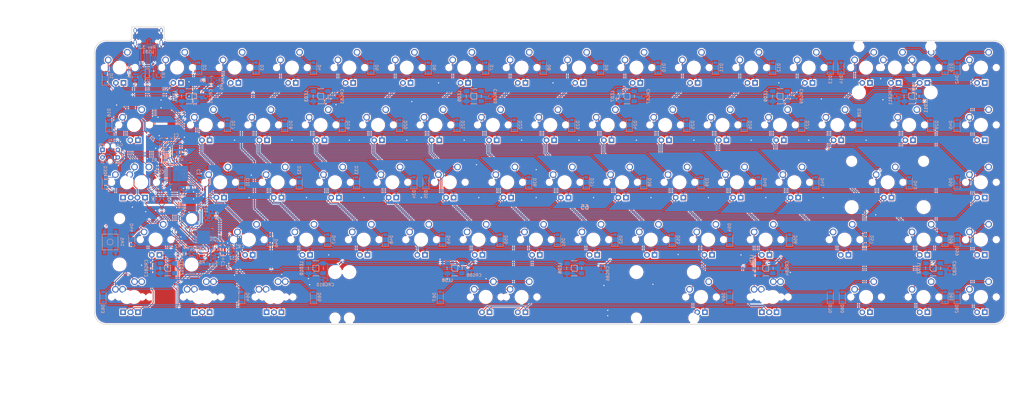
<source format=kicad_pcb>
(kicad_pcb (version 20171130) (host pcbnew "(5.1.5)-3")
  (layers (0 F.Cu signal) (31 B.Cu signal) (34 B.Paste user) (35 F.Paste user) (36 B.SilkS user hide) (37 F.SilkS user hide) (38 B.Mask user hide) (39 F.Mask user hide) (44 Edge.Cuts user))
  (net 0 "")
  (net 1 +3V3)
  (net 2 GND)
  (net 3 +5V)
  (net 4 VCC)
  (net 5 PDI_CLK)
  (net 6 COL9)
  (net 7 COL8)
  (net 8 COL7)
  (net 9 COL6)
  (net 10 COL5)
  (net 11 COL4)
  (net 12 COL3)
  (net 13 COL2)
  (net 14 COL1)
  (net 15 COL0)
  (net 16 "Net-(U1-Pad13)")
  (net 17 "Net-(U1-Pad14)")
  (net 18 "Net-(U1-Pad15)")
  (net 19 "Net-(U1-Pad16)")
  (net 20 "Net-(U1-Pad17)")
  (net 21 ROW1)
  (net 22 ROW4)
  (net 23 ROW3)
  (net 24 ROW2)
  (net 25 ROW0)
  (net 26 "Net-(U1-Pad25)")
  (net 27 D-)
  (net 28 D+)
  (net 29 "Net-(U1-Pad32)")
  (net 30 PDI)
  (net 31 "Net-(U1-Pad36)")
  (net 32 COL14)
  (net 33 COL13)
  (net 34 COL12)
  (net 35 COL11)
  (net 36 COL10)
  (net 37 "Net-(D1-Pad2)")
  (net 38 "Net-(D2-Pad2)")
  (net 39 "Net-(D3-Pad2)")
  (net 40 "Net-(D4-Pad2)")
  (net 41 "Net-(D5-Pad2)")
  (net 42 "Net-(D6-Pad2)")
  (net 43 "Net-(D7-Pad2)")
  (net 44 "Net-(D8-Pad2)")
  (net 45 "Net-(D9-Pad2)")
  (net 46 "Net-(D10-Pad2)")
  (net 47 "Net-(D11-Pad2)")
  (net 48 "Net-(D12-Pad2)")
  (net 49 "Net-(D13-Pad2)")
  (net 50 "Net-(D14-Pad2)")
  (net 51 "Net-(D15-Pad2)")
  (net 52 "Net-(D16-Pad2)")
  (net 53 "Net-(D17-Pad2)")
  (net 54 "Net-(D18-Pad2)")
  (net 55 "Net-(D19-Pad2)")
  (net 56 "Net-(D20-Pad2)")
  (net 57 "Net-(D21-Pad2)")
  (net 58 "Net-(D22-Pad2)")
  (net 59 "Net-(D23-Pad2)")
  (net 60 "Net-(D24-Pad2)")
  (net 61 "Net-(D25-Pad2)")
  (net 62 "Net-(D26-Pad2)")
  (net 63 "Net-(D27-Pad2)")
  (net 64 "Net-(D28-Pad2)")
  (net 65 "Net-(D29-Pad2)")
  (net 66 "Net-(D30-Pad2)")
  (net 67 "Net-(D31-Pad2)")
  (net 68 "Net-(D32-Pad2)")
  (net 69 "Net-(D33-Pad2)")
  (net 70 "Net-(D34-Pad2)")
  (net 71 "Net-(D35-Pad2)")
  (net 72 "Net-(D36-Pad2)")
  (net 73 "Net-(D37-Pad2)")
  (net 74 "Net-(D38-Pad2)")
  (net 75 "Net-(D39-Pad2)")
  (net 76 "Net-(D40-Pad2)")
  (net 77 "Net-(D41-Pad2)")
  (net 78 "Net-(D43-Pad2)")
  (net 79 "Net-(D44-Pad2)")
  (net 80 "Net-(D46-Pad2)")
  (net 81 "Net-(D47-Pad2)")
  (net 82 "Net-(D48-Pad2)")
  (net 83 "Net-(D49-Pad2)")
  (net 84 "Net-(D50-Pad2)")
  (net 85 "Net-(D51-Pad2)")
  (net 86 "Net-(D52-Pad2)")
  (net 87 "Net-(D53-Pad2)")
  (net 88 "Net-(D54-Pad2)")
  (net 89 "Net-(LED1-Pad2)")
  (net 90 RGBLED)
  (net 91 "Net-(LED2-Pad2)")
  (net 92 "Net-(LED11-Pad2)")
  (net 93 "Net-(LED3-Pad2)")
  (net 94 "Net-(LED4-Pad2)")
  (net 95 "Net-(LED5-Pad2)")
  (net 96 "Net-(LED6-Pad2)")
  (net 97 "Net-(LED7-Pad2)")
  (net 98 "Net-(LED10-Pad4)")
  (net 99 "Net-(LED11-Pad4)")
  (net 100 "Net-(LED10-Pad2)")
  (net 101 "Net-(LED12-Pad2)")
  (net 102 I2C+)
  (net 103 I2C-)
  (net 104 "Net-(LED1-Pad4)")
  (net 105 "Net-(R5-Pad1)")
  (net 106 "Net-(R6-Pad2)")
  (net 107 "Net-(R7-Pad1)")
  (net 108 "Net-(USB1-Pad3)")
  (net 109 "Net-(R2-Pad2)")
  (net 110 "Net-(R8-Pad1)")
  (net 111 "Net-(R8-Pad2)")
  (net 112 "Net-(U4-Pad45)")
  (net 113 "Net-(U4-Pad40)")
  (net 114 "Net-(U4-Pad36)")
  (net 115 "Net-(U4-Pad15)")
  (net 116 "Net-(U4-Pad14)")
  (net 117 "Net-(U4-Pad13)")
  (net 118 "Net-(U4-Pad11)")
  (net 119 "Net-(U4-Pad10)")
  (net 120 "Net-(U4-Pad9)")
  (net 121 "Net-(U4-Pad8)")
  (net 122 "Net-(U4-Pad1)")
  (net 123 LED-SW5)
  (net 124 LED-SW3)
  (net 125 LED-SW2)
  (net 126 LED-SW4)
  (net 127 LED-SW1)
  (net 128 LED-CS11)
  (net 129 LED-CS2)
  (net 130 LED-CS3)
  (net 131 LED-CS4)
  (net 132 LED-CS5)
  (net 133 LED-CS6)
  (net 134 LED-CS7)
  (net 135 LED-CS8)
  (net 136 LED-CS9)
  (net 137 LED-CS10)
  (net 138 LED-CS13)
  (net 139 LED-CS12)
  (net 140 LED-CS15)
  (net 141 LED-CS1)
  (net 142 LED-CS14)
  (net 143 "Net-(D42-Pad2)")
  (net 144 "Net-(D45-Pad2)")
  (net 145 "Net-(D55-Pad2)")
  (net 146 "Net-(D56-Pad2)")
  (net 147 "Net-(D57-Pad2)")
  (net 148 "Net-(D58-Pad2)")
  (net 149 "Net-(D59-Pad2)")
  (net 150 "Net-(D60-Pad2)")
  (net 151 "Net-(D61-Pad2)")
  (net 152 "Net-(D62-Pad2)")
  (net 153 "Net-(D63-Pad2)")
  (net 154 "Net-(D64-Pad2)")
  (net 155 "Net-(D65-Pad2)")
  (net 156 COL15)
  (net 157 LED-CS16)
  (net 158 "Net-(D67-Pad2)")
  (net 159 "Net-(D69-Pad2)")
  (net 160 "Net-(D70-Pad2)")
  (net 161 "Net-(USB1-Pad9)")
  (module MX_Only:MXOnly-1.5U (layer F.Cu) (at 109.5375 133.35)
    (fp_text reference K_LM7)
    (fp_text value MX-1.5U)
    (pad "" np_thru_hole circle (at 5.08 0 48.0996) (size 1.75 1.75) (drill 1.75) (layers *.Cu *.Mask))
    (pad "" np_thru_hole circle (at -5.08 0 48.0996) (size 1.75 1.75) (drill 1.75) (layers *.Cu *.Mask))
    (pad 4 thru_hole rect (at 1.27 5.08) (size 1.905 1.905) (drill 1.04) (layers *.Cu B.Mask) (net 127 LED-SW1))
    (pad 3 thru_hole circle (at -1.27 5.08) (size 1.905 1.905) (drill 1.04) (layers *.Cu B.Mask) (net 130 LED-CS3))
    (pad 1 thru_hole circle (at -3.81 -2.54) (size 2.25 2.25) (drill 1.47) (layers *.Cu B.Mask) (net 13 COL2))
    (pad "" np_thru_hole circle (at 0 0) (size 3.9878 3.9878) (drill 3.9878) (layers *.Cu *.Mask))
    (pad 2 thru_hole circle (at 2.54 -5.08) (size 2.25 2.25) (drill 1.47) (layers *.Cu B.Mask) (net 155 "Net-(D65-Pad2)"))
  )
  (module MX_Only:MXOnly-1.25U-FLIPPED (layer F.Cu) (at 107.15625 133.35)
    (fp_text reference K_LM6)
    (fp_text value MX-1.25U)
    (pad 2 thru_hole circle (at 2.54 -5.08) (size 2.25 2.25) (drill 1.47) (layers *.Cu B.Mask) (net 155 "Net-(D65-Pad2)"))
    (pad "" np_thru_hole circle (at 0 0) (size 3.9878 3.9878) (drill 3.9878) (layers *.Cu *.Mask))
    (pad 1 thru_hole circle (at -3.81 -2.54) (size 2.25 2.25) (drill 1.47) (layers *.Cu B.Mask) (net 13 COL2))
    (pad 3 thru_hole circle (at 1.27 5.08) (size 1.905 1.905) (drill 1.04) (layers *.Cu B.Mask) (net 130 LED-CS3))
    (pad 4 thru_hole rect (at -1.27 5.08) (size 1.905 1.905) (drill 1.04) (layers *.Cu B.Mask) (net 127 LED-SW1))
    (pad "" np_thru_hole circle (at -5.08 0 48.0996) (size 1.75 1.75) (drill 1.75) (layers *.Cu *.Mask))
    (pad "" np_thru_hole circle (at 5.08 0 48.0996) (size 1.75 1.75) (drill 1.75) (layers *.Cu *.Mask))
  )
  (module MX_Only:MXOnly-1.25U-FLIPPED (layer F.Cu) (at 83.34375 133.35)
    (fp_text reference K_LM5)
    (fp_text value MX-1.25U)
    (pad "" np_thru_hole circle (at 5.08 0 48.0996) (size 1.75 1.75) (drill 1.75) (layers *.Cu *.Mask))
    (pad "" np_thru_hole circle (at -5.08 0 48.0996) (size 1.75 1.75) (drill 1.75) (layers *.Cu *.Mask))
    (pad 4 thru_hole rect (at -1.27 5.08) (size 1.905 1.905) (drill 1.04) (layers *.Cu B.Mask) (net 127 LED-SW1))
    (pad 3 thru_hole circle (at 1.27 5.08) (size 1.905 1.905) (drill 1.04) (layers *.Cu B.Mask) (net 129 LED-CS2))
    (pad 1 thru_hole circle (at -3.81 -2.54) (size 2.25 2.25) (drill 1.47) (layers *.Cu B.Mask) (net 14 COL1))
    (pad "" np_thru_hole circle (at 0 0) (size 3.9878 3.9878) (drill 3.9878) (layers *.Cu *.Mask))
    (pad 2 thru_hole circle (at 2.54 -5.08) (size 2.25 2.25) (drill 1.47) (layers *.Cu B.Mask) (net 154 "Net-(D64-Pad2)"))
  )
  (module MX_Only:MXOnly-1.5U (layer F.Cu) (at 85.725 133.35)
    (fp_text reference K_LM3)
    (fp_text value MX-1.5U)
    (pad 2 thru_hole circle (at 2.54 -5.08) (size 2.25 2.25) (drill 1.47) (layers *.Cu B.Mask) (net 154 "Net-(D64-Pad2)"))
    (pad "" np_thru_hole circle (at 0 0) (size 3.9878 3.9878) (drill 3.9878) (layers *.Cu *.Mask))
    (pad 1 thru_hole circle (at -3.81 -2.54) (size 2.25 2.25) (drill 1.47) (layers *.Cu B.Mask) (net 14 COL1))
    (pad 3 thru_hole circle (at -1.27 5.08) (size 1.905 1.905) (drill 1.04) (layers *.Cu B.Mask) (net 129 LED-CS2))
    (pad 4 thru_hole rect (at 1.27 5.08) (size 1.905 1.905) (drill 1.04) (layers *.Cu B.Mask) (net 127 LED-SW1))
    (pad "" np_thru_hole circle (at -5.08 0 48.0996) (size 1.75 1.75) (drill 1.75) (layers *.Cu *.Mask))
    (pad "" np_thru_hole circle (at 5.08 0 48.0996) (size 1.75 1.75) (drill 1.75) (layers *.Cu *.Mask))
  )
  (module MX_Only:MXOnly-1U (layer F.Cu) (at 271.4625 114.3)
    (fp_text reference K_/1)
    (fp_text value MX-1U)
    (pad "" np_thru_hole circle (at 5.08 0 48.0996) (size 1.75 1.75) (drill 1.75) (layers *.Cu *.Mask))
    (pad "" np_thru_hole circle (at -5.08 0 48.0996) (size 1.75 1.75) (drill 1.75) (layers *.Cu *.Mask))
    (pad 4 thru_hole rect (at 1.27 5.08) (size 1.905 1.905) (drill 1.04) (layers *.Cu B.Mask) (net 125 LED-SW2))
    (pad 3 thru_hole circle (at -1.27 5.08) (size 1.905 1.905) (drill 1.04) (layers *.Cu B.Mask) (net 139 LED-CS12))
    (pad 1 thru_hole circle (at -3.81 -2.54) (size 2.25 2.25) (drill 1.47) (layers *.Cu B.Mask) (net 35 COL11))
    (pad "" np_thru_hole circle (at 0 0) (size 3.9878 3.9878) (drill 3.9878) (layers *.Cu *.Mask))
    (pad 2 thru_hole circle (at 2.54 -5.08) (size 2.25 2.25) (drill 1.47) (layers *.Cu B.Mask) (net 146 "Net-(D56-Pad2)"))
  )
  (module MX_Only:MXOnly-1U (layer F.Cu) (at 252.4125 114.3)
    (fp_text reference K_.1)
    (fp_text value MX-1U)
    (pad "" np_thru_hole circle (at 5.08 0 48.0996) (size 1.75 1.75) (drill 1.75) (layers *.Cu *.Mask))
    (pad "" np_thru_hole circle (at -5.08 0 48.0996) (size 1.75 1.75) (drill 1.75) (layers *.Cu *.Mask))
    (pad 4 thru_hole rect (at 1.27 5.08) (size 1.905 1.905) (drill 1.04) (layers *.Cu B.Mask) (net 125 LED-SW2))
    (pad 3 thru_hole circle (at -1.27 5.08) (size 1.905 1.905) (drill 1.04) (layers *.Cu B.Mask) (net 128 LED-CS11))
    (pad 1 thru_hole circle (at -3.81 -2.54) (size 2.25 2.25) (drill 1.47) (layers *.Cu B.Mask) (net 36 COL10))
    (pad "" np_thru_hole circle (at 0 0) (size 3.9878 3.9878) (drill 3.9878) (layers *.Cu *.Mask))
    (pad 2 thru_hole circle (at 2.54 -5.08) (size 2.25 2.25) (drill 1.47) (layers *.Cu B.Mask) (net 88 "Net-(D54-Pad2)"))
  )
  (module MX_Only:MXOnly-1U (layer F.Cu) (at 157.1625 114.3)
    (fp_text reference K_V1)
    (fp_text value MX-1U)
    (pad "" np_thru_hole circle (at 5.08 0 48.0996) (size 1.75 1.75) (drill 1.75) (layers *.Cu *.Mask))
    (pad "" np_thru_hole circle (at -5.08 0 48.0996) (size 1.75 1.75) (drill 1.75) (layers *.Cu *.Mask))
    (pad 4 thru_hole rect (at 1.27 5.08) (size 1.905 1.905) (drill 1.04) (layers *.Cu B.Mask) (net 125 LED-SW2))
    (pad 3 thru_hole circle (at -1.27 5.08) (size 1.905 1.905) (drill 1.04) (layers *.Cu B.Mask) (net 133 LED-CS6))
    (pad 1 thru_hole circle (at -3.81 -2.54) (size 2.25 2.25) (drill 1.47) (layers *.Cu B.Mask) (net 10 COL5))
    (pad "" np_thru_hole circle (at 0 0) (size 3.9878 3.9878) (drill 3.9878) (layers *.Cu *.Mask))
    (pad 2 thru_hole circle (at 2.54 -5.08) (size 2.25 2.25) (drill 1.47) (layers *.Cu B.Mask) (net 83 "Net-(D49-Pad2)"))
  )
  (module MX_Only:MXOnly-1U (layer F.Cu) (at 138.1125 114.3)
    (fp_text reference K_C1)
    (fp_text value MX-1U)
    (pad "" np_thru_hole circle (at 5.08 0 48.0996) (size 1.75 1.75) (drill 1.75) (layers *.Cu *.Mask))
    (pad "" np_thru_hole circle (at -5.08 0 48.0996) (size 1.75 1.75) (drill 1.75) (layers *.Cu *.Mask))
    (pad 4 thru_hole rect (at 1.27 5.08) (size 1.905 1.905) (drill 1.04) (layers *.Cu B.Mask) (net 125 LED-SW2))
    (pad 3 thru_hole circle (at -1.27 5.08) (size 1.905 1.905) (drill 1.04) (layers *.Cu B.Mask) (net 132 LED-CS5))
    (pad 1 thru_hole circle (at -3.81 -2.54) (size 2.25 2.25) (drill 1.47) (layers *.Cu B.Mask) (net 11 COL4))
    (pad "" np_thru_hole circle (at 0 0) (size 3.9878 3.9878) (drill 3.9878) (layers *.Cu *.Mask))
    (pad 2 thru_hole circle (at 2.54 -5.08) (size 2.25 2.25) (drill 1.47) (layers *.Cu B.Mask) (net 82 "Net-(D48-Pad2)"))
  )
  (module MX_Only:MXOnly-1U (layer F.Cu) (at 119.0625 114.3)
    (fp_text reference K_X1)
    (fp_text value MX-1U)
    (pad "" np_thru_hole circle (at 5.08 0 48.0996) (size 1.75 1.75) (drill 1.75) (layers *.Cu *.Mask))
    (pad "" np_thru_hole circle (at -5.08 0 48.0996) (size 1.75 1.75) (drill 1.75) (layers *.Cu *.Mask))
    (pad 4 thru_hole rect (at 1.27 5.08) (size 1.905 1.905) (drill 1.04) (layers *.Cu B.Mask) (net 125 LED-SW2))
    (pad 3 thru_hole circle (at -1.27 5.08) (size 1.905 1.905) (drill 1.04) (layers *.Cu B.Mask) (net 131 LED-CS4))
    (pad 1 thru_hole circle (at -3.81 -2.54) (size 2.25 2.25) (drill 1.47) (layers *.Cu B.Mask) (net 12 COL3))
    (pad "" np_thru_hole circle (at 0 0) (size 3.9878 3.9878) (drill 3.9878) (layers *.Cu *.Mask))
    (pad 2 thru_hole circle (at 2.54 -5.08) (size 2.25 2.25) (drill 1.47) (layers *.Cu B.Mask) (net 81 "Net-(D47-Pad2)"))
  )
  (module MX_Only:MXOnly-1U (layer F.Cu) (at 323.85 133.35)
    (fp_text reference K_DOWN1)
    (fp_text value MX-1U)
    (pad "" np_thru_hole circle (at 5.08 0 48.0996) (size 1.75 1.75) (drill 1.75) (layers *.Cu *.Mask))
    (pad "" np_thru_hole circle (at -5.08 0 48.0996) (size 1.75 1.75) (drill 1.75) (layers *.Cu *.Mask))
    (pad 4 thru_hole rect (at 1.27 5.08) (size 1.905 1.905) (drill 1.04) (layers *.Cu B.Mask) (net 127 LED-SW1))
    (pad 3 thru_hole circle (at -1.27 5.08) (size 1.905 1.905) (drill 1.04) (layers *.Cu B.Mask) (net 140 LED-CS15))
    (pad 1 thru_hole circle (at -3.81 -2.54) (size 2.25 2.25) (drill 1.47) (layers *.Cu B.Mask) (net 32 COL14))
    (pad "" np_thru_hole circle (at 0 0) (size 3.9878 3.9878) (drill 3.9878) (layers *.Cu *.Mask))
    (pad 2 thru_hole circle (at 2.54 -5.08) (size 2.25 2.25) (drill 1.47) (layers *.Cu B.Mask) (net 151 "Net-(D61-Pad2)"))
  )
  (module MX_Only:MXOnly-6.25U-ReversedStabilizers (layer F.Cu) (at 178.59375 133.35)
    (fp_text reference SP3)
    (fp_text value MX-6.25U)
    (pad "" np_thru_hole circle (at 49.9999 -8.255) (size 3.9878 3.9878) (drill 3.9878) (layers *.Cu *.Mask))
    (pad "" np_thru_hole circle (at -49.9999 -8.255) (size 3.9878 3.9878) (drill 3.9878) (layers *.Cu *.Mask))
    (pad "" np_thru_hole circle (at 49.9999 6.985) (size 3.048 3.048) (drill 3.048) (layers *.Cu *.Mask))
    (pad "" np_thru_hole circle (at -49.9999 6.985) (size 3.048 3.048) (drill 3.048) (layers *.Cu *.Mask))
    (pad "" np_thru_hole circle (at 5.08 0 48.0996) (size 1.75 1.75) (drill 1.75) (layers *.Cu *.Mask))
    (pad "" np_thru_hole circle (at -5.08 0 48.0996) (size 1.75 1.75) (drill 1.75) (layers *.Cu *.Mask))
    (pad 4 thru_hole rect (at 1.27 5.08) (size 1.905 1.905) (drill 1.04) (layers *.Cu B.Mask) (net 127 LED-SW1))
    (pad 3 thru_hole circle (at -1.27 5.08) (size 1.905 1.905) (drill 1.04) (layers *.Cu B.Mask) (net 135 LED-CS8))
    (pad 1 thru_hole circle (at -3.81 -2.54) (size 2.25 2.25) (drill 1.47) (layers *.Cu B.Mask) (net 8 COL7))
    (pad "" np_thru_hole circle (at 0 0) (size 3.9878 3.9878) (drill 3.9878) (layers *.Cu *.Mask))
    (pad 2 thru_hole circle (at 2.54 -5.08) (size 2.25 2.25) (drill 1.47) (layers *.Cu B.Mask) (net 158 "Net-(D67-Pad2)"))
  )
  (module MX_Only:MXOnly-7U-ReversedStabilizers (layer F.Cu) (at 190.5 133.35)
    (fp_text reference SP2)
    (fp_text value MX-7U)
    (pad "" np_thru_hole circle (at 57.15 -8.255) (size 3.9878 3.9878) (drill 3.9878) (layers *.Cu *.Mask))
    (pad "" np_thru_hole circle (at -57.15 -8.255) (size 3.9878 3.9878) (drill 3.9878) (layers *.Cu *.Mask))
    (pad "" np_thru_hole circle (at 57.15 6.985) (size 3.048 3.048) (drill 3.048) (layers *.Cu *.Mask))
    (pad "" np_thru_hole circle (at -57.15 6.985) (size 3.048 3.048) (drill 3.048) (layers *.Cu *.Mask))
    (pad "" np_thru_hole circle (at 5.08 0 48.0996) (size 1.75 1.75) (drill 1.75) (layers *.Cu *.Mask))
    (pad "" np_thru_hole circle (at -5.08 0 48.0996) (size 1.75 1.75) (drill 1.75) (layers *.Cu *.Mask))
    (pad 4 thru_hole rect (at 1.27 5.08) (size 1.905 1.905) (drill 1.04) (layers *.Cu B.Mask) (net 127 LED-SW1))
    (pad 3 thru_hole circle (at -1.27 5.08) (size 1.905 1.905) (drill 1.04) (layers *.Cu B.Mask) (net 135 LED-CS8))
    (pad 1 thru_hole circle (at -3.81 -2.54) (size 2.25 2.25) (drill 1.47) (layers *.Cu B.Mask) (net 8 COL7))
    (pad "" np_thru_hole circle (at 0 0) (size 3.9878 3.9878) (drill 3.9878) (layers *.Cu *.Mask))
    (pad 2 thru_hole circle (at 2.54 -5.08) (size 2.25 2.25) (drill 1.47) (layers *.Cu B.Mask) (net 158 "Net-(D67-Pad2)"))
  )
  (module MX_Only:MXOnly-1U (layer F.Cu) (at 257.175 76.2)
    (fp_text reference K_P1)
    (fp_text value MX-1U)
    (pad "" np_thru_hole circle (at 5.08 0 48.0996) (size 1.75 1.75) (drill 1.75) (layers *.Cu *.Mask))
    (pad "" np_thru_hole circle (at -5.08 0 48.0996) (size 1.75 1.75) (drill 1.75) (layers *.Cu *.Mask))
    (pad 4 thru_hole rect (at 1.27 5.08) (size 1.905 1.905) (drill 1.04) (layers *.Cu B.Mask) (net 126 LED-SW4))
    (pad 3 thru_hole circle (at -1.27 5.08) (size 1.905 1.905) (drill 1.04) (layers *.Cu B.Mask) (net 139 LED-CS12))
    (pad 1 thru_hole circle (at -3.81 -2.54) (size 2.25 2.25) (drill 1.47) (layers *.Cu B.Mask) (net 35 COL11))
    (pad "" np_thru_hole circle (at 0 0) (size 3.9878 3.9878) (drill 3.9878) (layers *.Cu *.Mask))
    (pad 2 thru_hole circle (at 2.54 -5.08) (size 2.25 2.25) (drill 1.47) (layers *.Cu B.Mask) (net 62 "Net-(D26-Pad2)"))
  )
  (module MX_Only:MXOnly-1U (layer F.Cu) (at 100.0125 114.3)
    (fp_text reference K_Z1)
    (fp_text value MX-1U)
    (pad "" np_thru_hole circle (at 5.08 0 48.0996) (size 1.75 1.75) (drill 1.75) (layers *.Cu *.Mask))
    (pad "" np_thru_hole circle (at -5.08 0 48.0996) (size 1.75 1.75) (drill 1.75) (layers *.Cu *.Mask))
    (pad 4 thru_hole rect (at 1.27 5.08) (size 1.905 1.905) (drill 1.04) (layers *.Cu B.Mask) (net 125 LED-SW2))
    (pad 3 thru_hole circle (at -1.27 5.08) (size 1.905 1.905) (drill 1.04) (layers *.Cu B.Mask) (net 130 LED-CS3))
    (pad 1 thru_hole circle (at -3.81 -2.54) (size 2.25 2.25) (drill 1.47) (layers *.Cu B.Mask) (net 13 COL2))
    (pad "" np_thru_hole circle (at 0 0) (size 3.9878 3.9878) (drill 3.9878) (layers *.Cu *.Mask))
    (pad 2 thru_hole circle (at 2.54 -5.08) (size 2.25 2.25) (drill 1.47) (layers *.Cu B.Mask) (net 80 "Net-(D46-Pad2)"))
  )
  (module MX_Only:MXOnly-1U (layer F.Cu) (at 180.975 76.2)
    (fp_text reference K_Y1)
    (fp_text value MX-1U)
    (pad "" np_thru_hole circle (at 5.08 0 48.0996) (size 1.75 1.75) (drill 1.75) (layers *.Cu *.Mask))
    (pad "" np_thru_hole circle (at -5.08 0 48.0996) (size 1.75 1.75) (drill 1.75) (layers *.Cu *.Mask))
    (pad 4 thru_hole rect (at 1.27 5.08) (size 1.905 1.905) (drill 1.04) (layers *.Cu B.Mask) (net 126 LED-SW4))
    (pad 3 thru_hole circle (at -1.27 5.08) (size 1.905 1.905) (drill 1.04) (layers *.Cu B.Mask) (net 135 LED-CS8))
    (pad 1 thru_hole circle (at -3.81 -2.54) (size 2.25 2.25) (drill 1.47) (layers *.Cu B.Mask) (net 8 COL7))
    (pad "" np_thru_hole circle (at 0 0) (size 3.9878 3.9878) (drill 3.9878) (layers *.Cu *.Mask))
    (pad 2 thru_hole circle (at 2.54 -5.08) (size 2.25 2.25) (drill 1.47) (layers *.Cu B.Mask) (net 58 "Net-(D22-Pad2)"))
  )
  (module MX_Only:MXOnly-1U (layer F.Cu) (at 104.775 76.2)
    (fp_text reference K_W1)
    (fp_text value MX-1U)
    (pad "" np_thru_hole circle (at 5.08 0 48.0996) (size 1.75 1.75) (drill 1.75) (layers *.Cu *.Mask))
    (pad "" np_thru_hole circle (at -5.08 0 48.0996) (size 1.75 1.75) (drill 1.75) (layers *.Cu *.Mask))
    (pad 4 thru_hole rect (at 1.27 5.08) (size 1.905 1.905) (drill 1.04) (layers *.Cu B.Mask) (net 126 LED-SW4))
    (pad 3 thru_hole circle (at -1.27 5.08) (size 1.905 1.905) (drill 1.04) (layers *.Cu B.Mask) (net 131 LED-CS4))
    (pad 1 thru_hole circle (at -3.81 -2.54) (size 2.25 2.25) (drill 1.47) (layers *.Cu B.Mask) (net 12 COL3))
    (pad "" np_thru_hole circle (at 0 0) (size 3.9878 3.9878) (drill 3.9878) (layers *.Cu *.Mask))
    (pad 2 thru_hole circle (at 2.54 -5.08) (size 2.25 2.25) (drill 1.47) (layers *.Cu B.Mask) (net 54 "Net-(D18-Pad2)"))
  )
  (module MX_Only:MXOnly-1U (layer F.Cu) (at 323.85 114.3)
    (fp_text reference K_UP1)
    (fp_text value MX-1U)
    (pad "" np_thru_hole circle (at 5.08 0 48.0996) (size 1.75 1.75) (drill 1.75) (layers *.Cu *.Mask))
    (pad "" np_thru_hole circle (at -5.08 0 48.0996) (size 1.75 1.75) (drill 1.75) (layers *.Cu *.Mask))
    (pad 4 thru_hole rect (at 1.27 5.08) (size 1.905 1.905) (drill 1.04) (layers *.Cu B.Mask) (net 125 LED-SW2))
    (pad 3 thru_hole circle (at -1.27 5.08) (size 1.905 1.905) (drill 1.04) (layers *.Cu B.Mask) (net 140 LED-CS15))
    (pad 1 thru_hole circle (at -3.81 -2.54) (size 2.25 2.25) (drill 1.47) (layers *.Cu B.Mask) (net 32 COL14))
    (pad "" np_thru_hole circle (at 0 0) (size 3.9878 3.9878) (drill 3.9878) (layers *.Cu *.Mask))
    (pad 2 thru_hole circle (at 2.54 -5.08) (size 2.25 2.25) (drill 1.47) (layers *.Cu B.Mask) (net 148 "Net-(D58-Pad2)"))
  )
  (module MX_Only:MXOnly-1U (layer F.Cu) (at 200.025 76.2)
    (fp_text reference K_U1)
    (fp_text value MX-1U)
    (pad "" np_thru_hole circle (at 5.08 0 48.0996) (size 1.75 1.75) (drill 1.75) (layers *.Cu *.Mask))
    (pad "" np_thru_hole circle (at -5.08 0 48.0996) (size 1.75 1.75) (drill 1.75) (layers *.Cu *.Mask))
    (pad 4 thru_hole rect (at 1.27 5.08) (size 1.905 1.905) (drill 1.04) (layers *.Cu B.Mask) (net 126 LED-SW4))
    (pad 3 thru_hole circle (at -1.27 5.08) (size 1.905 1.905) (drill 1.04) (layers *.Cu B.Mask) (net 136 LED-CS9))
    (pad 1 thru_hole circle (at -3.81 -2.54) (size 2.25 2.25) (drill 1.47) (layers *.Cu B.Mask) (net 7 COL8))
    (pad "" np_thru_hole circle (at 0 0) (size 3.9878 3.9878) (drill 3.9878) (layers *.Cu *.Mask))
    (pad 2 thru_hole circle (at 2.54 -5.08) (size 2.25 2.25) (drill 1.47) (layers *.Cu B.Mask) (net 59 "Net-(D23-Pad2)"))
  )
  (module MX_Only:MXOnly-1.5U (layer F.Cu) (at 61.9125 76.2)
    (fp_text reference K_TAB1)
    (fp_text value MX-1.5U)
    (pad "" np_thru_hole circle (at 5.08 0 48.0996) (size 1.75 1.75) (drill 1.75) (layers *.Cu *.Mask))
    (pad "" np_thru_hole circle (at -5.08 0 48.0996) (size 1.75 1.75) (drill 1.75) (layers *.Cu *.Mask))
    (pad 4 thru_hole rect (at 1.27 5.08) (size 1.905 1.905) (drill 1.04) (layers *.Cu B.Mask) (net 126 LED-SW4))
    (pad 3 thru_hole circle (at -1.27 5.08) (size 1.905 1.905) (drill 1.04) (layers *.Cu B.Mask) (net 141 LED-CS1))
    (pad 1 thru_hole circle (at -3.81 -2.54) (size 2.25 2.25) (drill 1.47) (layers *.Cu B.Mask) (net 15 COL0))
    (pad "" np_thru_hole circle (at 0 0) (size 3.9878 3.9878) (drill 3.9878) (layers *.Cu *.Mask))
    (pad 2 thru_hole circle (at 2.54 -5.08) (size 2.25 2.25) (drill 1.47) (layers *.Cu B.Mask) (net 52 "Net-(D16-Pad2)"))
  )
  (module MX_Only:MXOnly-1U (layer F.Cu) (at 161.925 76.2)
    (fp_text reference K_T1)
    (fp_text value MX-1U)
    (pad "" np_thru_hole circle (at 5.08 0 48.0996) (size 1.75 1.75) (drill 1.75) (layers *.Cu *.Mask))
    (pad "" np_thru_hole circle (at -5.08 0 48.0996) (size 1.75 1.75) (drill 1.75) (layers *.Cu *.Mask))
    (pad 4 thru_hole rect (at 1.27 5.08) (size 1.905 1.905) (drill 1.04) (layers *.Cu B.Mask) (net 126 LED-SW4))
    (pad 3 thru_hole circle (at -1.27 5.08) (size 1.905 1.905) (drill 1.04) (layers *.Cu B.Mask) (net 134 LED-CS7))
    (pad 1 thru_hole circle (at -3.81 -2.54) (size 2.25 2.25) (drill 1.47) (layers *.Cu B.Mask) (net 9 COL6))
    (pad "" np_thru_hole circle (at 0 0) (size 3.9878 3.9878) (drill 3.9878) (layers *.Cu *.Mask))
    (pad 2 thru_hole circle (at 2.54 -5.08) (size 2.25 2.25) (drill 1.47) (layers *.Cu B.Mask) (net 57 "Net-(D21-Pad2)"))
  )
  (module MX_Only:MXOnly-1.75U (layer F.Cu) (at 297.65625 114.3)
    (fp_text reference K_SHIFT2)
    (fp_text value MX-1.75U)
    (pad "" np_thru_hole circle (at 5.08 0 48.0996) (size 1.75 1.75) (drill 1.75) (layers *.Cu *.Mask))
    (pad "" np_thru_hole circle (at -5.08 0 48.0996) (size 1.75 1.75) (drill 1.75) (layers *.Cu *.Mask))
    (pad 4 thru_hole rect (at 1.27 5.08) (size 1.905 1.905) (drill 1.04) (layers *.Cu B.Mask) (net 125 LED-SW2))
    (pad 3 thru_hole circle (at -1.27 5.08) (size 1.905 1.905) (drill 1.04) (layers *.Cu B.Mask) (net 138 LED-CS13))
    (pad 1 thru_hole circle (at -3.81 -2.54) (size 2.25 2.25) (drill 1.47) (layers *.Cu B.Mask) (net 34 COL12))
    (pad "" np_thru_hole circle (at 0 0) (size 3.9878 3.9878) (drill 3.9878) (layers *.Cu *.Mask))
    (pad 2 thru_hole circle (at 2.54 -5.08) (size 2.25 2.25) (drill 1.47) (layers *.Cu B.Mask) (net 147 "Net-(D57-Pad2)"))
  )
  (module MX_Only:MXOnly-2.25U (layer F.Cu) (at 69.05625 114.3)
    (fp_text reference K_SHIFT1)
    (fp_text value MX-2.25U)
    (pad "" np_thru_hole circle (at 11.938 8.255) (size 3.9878 3.9878) (drill 3.9878) (layers *.Cu *.Mask))
    (pad "" np_thru_hole circle (at -11.938 8.255) (size 3.9878 3.9878) (drill 3.9878) (layers *.Cu *.Mask))
    (pad "" np_thru_hole circle (at 11.938 -6.985) (size 3.048 3.048) (drill 3.048) (layers *.Cu *.Mask))
    (pad "" np_thru_hole circle (at -11.938 -6.985) (size 3.048 3.048) (drill 3.048) (layers *.Cu *.Mask))
    (pad "" np_thru_hole circle (at 5.08 0 48.0996) (size 1.75 1.75) (drill 1.75) (layers *.Cu *.Mask))
    (pad "" np_thru_hole circle (at -5.08 0 48.0996) (size 1.75 1.75) (drill 1.75) (layers *.Cu *.Mask))
    (pad 4 thru_hole rect (at 1.27 5.08) (size 1.905 1.905) (drill 1.04) (layers *.Cu B.Mask) (net 125 LED-SW2))
    (pad 3 thru_hole circle (at -1.27 5.08) (size 1.905 1.905) (drill 1.04) (layers *.Cu B.Mask) (net 141 LED-CS1))
    (pad 1 thru_hole circle (at -3.81 -2.54) (size 2.25 2.25) (drill 1.47) (layers *.Cu B.Mask) (net 15 COL0))
    (pad "" np_thru_hole circle (at 0 0) (size 3.9878 3.9878) (drill 3.9878) (layers *.Cu *.Mask))
    (pad 2 thru_hole circle (at 2.54 -5.08) (size 2.25 2.25) (drill 1.47) (layers *.Cu B.Mask) (net 79 "Net-(D44-Pad2)"))
  )
  (module MX_Only:MXOnly-1U (layer F.Cu) (at 109.5375 95.25)
    (fp_text reference K_S1)
    (fp_text value MX-1U)
    (pad "" np_thru_hole circle (at 5.08 0 48.0996) (size 1.75 1.75) (drill 1.75) (layers *.Cu *.Mask))
    (pad "" np_thru_hole circle (at -5.08 0 48.0996) (size 1.75 1.75) (drill 1.75) (layers *.Cu *.Mask))
    (pad 4 thru_hole rect (at 1.27 5.08) (size 1.905 1.905) (drill 1.04) (layers *.Cu B.Mask) (net 124 LED-SW3))
    (pad 3 thru_hole circle (at -1.27 5.08) (size 1.905 1.905) (drill 1.04) (layers *.Cu B.Mask) (net 131 LED-CS4))
    (pad 1 thru_hole circle (at -3.81 -2.54) (size 2.25 2.25) (drill 1.47) (layers *.Cu B.Mask) (net 12 COL3))
    (pad "" np_thru_hole circle (at 0 0) (size 3.9878 3.9878) (drill 3.9878) (layers *.Cu *.Mask))
    (pad 2 thru_hole circle (at 2.54 -5.08) (size 2.25 2.25) (drill 1.47) (layers *.Cu B.Mask) (net 68 "Net-(D32-Pad2)"))
  )
  (module MX_Only:MXOnly-1.5U-FLIPPED (layer F.Cu) (at 271.4625 133.35)
    (fp_text reference K_RM4)
    (fp_text value MX-1U)
    (pad "" np_thru_hole circle (at 5.08 0 48.0996) (size 1.75 1.75) (drill 1.75) (layers *.Cu *.Mask))
    (pad "" np_thru_hole circle (at -5.08 0 48.0996) (size 1.75 1.75) (drill 1.75) (layers *.Cu *.Mask))
    (pad 4 thru_hole rect (at -1.27 5.08) (size 1.905 1.905) (drill 1.04) (layers *.Cu B.Mask) (net 127 LED-SW1))
    (pad 3 thru_hole circle (at 1.27 5.08) (size 1.905 1.905) (drill 1.04) (layers *.Cu B.Mask) (net 139 LED-CS12))
    (pad 1 thru_hole circle (at -3.81 -2.54) (size 2.25 2.25) (drill 1.47) (layers *.Cu B.Mask) (net 35 COL11))
    (pad "" np_thru_hole circle (at 0 0) (size 3.9878 3.9878) (drill 3.9878) (layers *.Cu *.Mask))
    (pad 2 thru_hole circle (at 2.54 -5.08) (size 2.25 2.25) (drill 1.47) (layers *.Cu B.Mask) (net 160 "Net-(D70-Pad2)"))
  )
  (module MX_Only:MXOnly-1.25U (layer F.Cu) (at 273.84375 133.35)
    (fp_text reference K_RM3)
    (fp_text value MX-1.25U)
    (pad "" np_thru_hole circle (at 5.08 0 48.0996) (size 1.75 1.75) (drill 1.75) (layers *.Cu *.Mask))
    (pad "" np_thru_hole circle (at -5.08 0 48.0996) (size 1.75 1.75) (drill 1.75) (layers *.Cu *.Mask))
    (pad 4 thru_hole rect (at 1.27 5.08) (size 1.905 1.905) (drill 1.04) (layers *.Cu B.Mask) (net 127 LED-SW1))
    (pad 3 thru_hole circle (at -1.27 5.08) (size 1.905 1.905) (drill 1.04) (layers *.Cu B.Mask) (net 139 LED-CS12))
    (pad 1 thru_hole circle (at -3.81 -2.54) (size 2.25 2.25) (drill 1.47) (layers *.Cu B.Mask) (net 35 COL11))
    (pad "" np_thru_hole circle (at 0 0) (size 3.9878 3.9878) (drill 3.9878) (layers *.Cu *.Mask))
    (pad 2 thru_hole circle (at 2.54 -5.08) (size 2.25 2.25) (drill 1.47) (layers *.Cu B.Mask) (net 160 "Net-(D70-Pad2)"))
  )
  (module MX_Only:MXOnly-1.25U (layer F.Cu) (at 250.03125 133.35)
    (fp_text reference K_RM1)
    (fp_text value MX-1U)
    (pad "" np_thru_hole circle (at 5.08 0 48.0996) (size 1.75 1.75) (drill 1.75) (layers *.Cu *.Mask))
    (pad "" np_thru_hole circle (at -5.08 0 48.0996) (size 1.75 1.75) (drill 1.75) (layers *.Cu *.Mask))
    (pad 4 thru_hole rect (at 1.27 5.08) (size 1.905 1.905) (drill 1.04) (layers *.Cu B.Mask) (net 127 LED-SW1))
    (pad 3 thru_hole circle (at -1.27 5.08) (size 1.905 1.905) (drill 1.04) (layers *.Cu B.Mask) (net 128 LED-CS11))
    (pad 1 thru_hole circle (at -3.81 -2.54) (size 2.25 2.25) (drill 1.47) (layers *.Cu B.Mask) (net 36 COL10))
    (pad "" np_thru_hole circle (at 0 0) (size 3.9878 3.9878) (drill 3.9878) (layers *.Cu *.Mask))
    (pad 2 thru_hole circle (at 2.54 -5.08) (size 2.25 2.25) (drill 1.47) (layers *.Cu B.Mask) (net 159 "Net-(D69-Pad2)"))
  )
  (module MX_Only:MXOnly-1U (layer F.Cu) (at 342.9 133.35)
    (fp_text reference K_RIGHT1)
    (fp_text value MX-1U)
    (pad "" np_thru_hole circle (at 5.08 0 48.0996) (size 1.75 1.75) (drill 1.75) (layers *.Cu *.Mask))
    (pad "" np_thru_hole circle (at -5.08 0 48.0996) (size 1.75 1.75) (drill 1.75) (layers *.Cu *.Mask))
    (pad 4 thru_hole rect (at 1.27 5.08) (size 1.905 1.905) (drill 1.04) (layers *.Cu B.Mask) (net 127 LED-SW1))
    (pad 3 thru_hole circle (at -1.27 5.08) (size 1.905 1.905) (drill 1.04) (layers *.Cu B.Mask) (net 157 LED-CS16))
    (pad 1 thru_hole circle (at -3.81 -2.54) (size 2.25 2.25) (drill 1.47) (layers *.Cu B.Mask) (net 156 COL15))
    (pad "" np_thru_hole circle (at 0 0) (size 3.9878 3.9878) (drill 3.9878) (layers *.Cu *.Mask))
    (pad 2 thru_hole circle (at 2.54 -5.08) (size 2.25 2.25) (drill 1.47) (layers *.Cu B.Mask) (net 152 "Net-(D62-Pad2)"))
  )
  (module MX_Only:MXOnly-1U (layer F.Cu) (at 142.875 76.2)
    (fp_text reference K_R1)
    (fp_text value MX-1U)
    (pad "" np_thru_hole circle (at 5.08 0 48.0996) (size 1.75 1.75) (drill 1.75) (layers *.Cu *.Mask))
    (pad "" np_thru_hole circle (at -5.08 0 48.0996) (size 1.75 1.75) (drill 1.75) (layers *.Cu *.Mask))
    (pad 4 thru_hole rect (at 1.27 5.08) (size 1.905 1.905) (drill 1.04) (layers *.Cu B.Mask) (net 126 LED-SW4))
    (pad 3 thru_hole circle (at -1.27 5.08) (size 1.905 1.905) (drill 1.04) (layers *.Cu B.Mask) (net 133 LED-CS6))
    (pad 1 thru_hole circle (at -3.81 -2.54) (size 2.25 2.25) (drill 1.47) (layers *.Cu B.Mask) (net 10 COL5))
    (pad "" np_thru_hole circle (at 0 0) (size 3.9878 3.9878) (drill 3.9878) (layers *.Cu *.Mask))
    (pad 2 thru_hole circle (at 2.54 -5.08) (size 2.25 2.25) (drill 1.47) (layers *.Cu B.Mask) (net 56 "Net-(D20-Pad2)"))
  )
  (module MX_Only:MXOnly-1U (layer F.Cu) (at 85.725 76.2)
    (fp_text reference K_Q1)
    (fp_text value MX-1U)
    (pad "" np_thru_hole circle (at 5.08 0 48.0996) (size 1.75 1.75) (drill 1.75) (layers *.Cu *.Mask))
    (pad "" np_thru_hole circle (at -5.08 0 48.0996) (size 1.75 1.75) (drill 1.75) (layers *.Cu *.Mask))
    (pad 4 thru_hole rect (at 1.27 5.08) (size 1.905 1.905) (drill 1.04) (layers *.Cu B.Mask) (net 126 LED-SW4))
    (pad 3 thru_hole circle (at -1.27 5.08) (size 1.905 1.905) (drill 1.04) (layers *.Cu B.Mask) (net 130 LED-CS3))
    (pad 1 thru_hole circle (at -3.81 -2.54) (size 2.25 2.25) (drill 1.47) (layers *.Cu B.Mask) (net 13 COL2))
    (pad "" np_thru_hole circle (at 0 0) (size 3.9878 3.9878) (drill 3.9878) (layers *.Cu *.Mask))
    (pad 2 thru_hole circle (at 2.54 -5.08) (size 2.25 2.25) (drill 1.47) (layers *.Cu B.Mask) (net 53 "Net-(D17-Pad2)"))
  )
  (module MX_Only:MXOnly-1U (layer F.Cu) (at 238.125 76.2)
    (fp_text reference K_O1)
    (fp_text value MX-1U)
    (pad "" np_thru_hole circle (at 5.08 0 48.0996) (size 1.75 1.75) (drill 1.75) (layers *.Cu *.Mask))
    (pad "" np_thru_hole circle (at -5.08 0 48.0996) (size 1.75 1.75) (drill 1.75) (layers *.Cu *.Mask))
    (pad 4 thru_hole rect (at 1.27 5.08) (size 1.905 1.905) (drill 1.04) (layers *.Cu B.Mask) (net 126 LED-SW4))
    (pad 3 thru_hole circle (at -1.27 5.08) (size 1.905 1.905) (drill 1.04) (layers *.Cu B.Mask) (net 128 LED-CS11))
    (pad 1 thru_hole circle (at -3.81 -2.54) (size 2.25 2.25) (drill 1.47) (layers *.Cu B.Mask) (net 36 COL10))
    (pad "" np_thru_hole circle (at 0 0) (size 3.9878 3.9878) (drill 3.9878) (layers *.Cu *.Mask))
    (pad 2 thru_hole circle (at 2.54 -5.08) (size 2.25 2.25) (drill 1.47) (layers *.Cu B.Mask) (net 61 "Net-(D25-Pad2)"))
  )
  (module MX_Only:MXOnly-1U (layer F.Cu) (at 195.2625 114.3)
    (fp_text reference K_N1)
    (fp_text value MX-1U)
    (pad "" np_thru_hole circle (at 5.08 0 48.0996) (size 1.75 1.75) (drill 1.75) (layers *.Cu *.Mask))
    (pad "" np_thru_hole circle (at -5.08 0 48.0996) (size 1.75 1.75) (drill 1.75) (layers *.Cu *.Mask))
    (pad 4 thru_hole rect (at 1.27 5.08) (size 1.905 1.905) (drill 1.04) (layers *.Cu B.Mask) (net 125 LED-SW2))
    (pad 3 thru_hole circle (at -1.27 5.08) (size 1.905 1.905) (drill 1.04) (layers *.Cu B.Mask) (net 135 LED-CS8))
    (pad 1 thru_hole circle (at -3.81 -2.54) (size 2.25 2.25) (drill 1.47) (layers *.Cu B.Mask) (net 8 COL7))
    (pad "" np_thru_hole circle (at 0 0) (size 3.9878 3.9878) (drill 3.9878) (layers *.Cu *.Mask))
    (pad 2 thru_hole circle (at 2.54 -5.08) (size 2.25 2.25) (drill 1.47) (layers *.Cu B.Mask) (net 85 "Net-(D51-Pad2)"))
  )
  (module MX_Only:MXOnly-1U (layer F.Cu) (at 214.3125 114.3)
    (fp_text reference K_M1)
    (fp_text value MX-1U)
    (pad "" np_thru_hole circle (at 5.08 0 48.0996) (size 1.75 1.75) (drill 1.75) (layers *.Cu *.Mask))
    (pad "" np_thru_hole circle (at -5.08 0 48.0996) (size 1.75 1.75) (drill 1.75) (layers *.Cu *.Mask))
    (pad 4 thru_hole rect (at 1.27 5.08) (size 1.905 1.905) (drill 1.04) (layers *.Cu B.Mask) (net 125 LED-SW2))
    (pad 3 thru_hole circle (at -1.27 5.08) (size 1.905 1.905) (drill 1.04) (layers *.Cu B.Mask) (net 136 LED-CS9))
    (pad 1 thru_hole circle (at -3.81 -2.54) (size 2.25 2.25) (drill 1.47) (layers *.Cu B.Mask) (net 7 COL8))
    (pad "" np_thru_hole circle (at 0 0) (size 3.9878 3.9878) (drill 3.9878) (layers *.Cu *.Mask))
    (pad 2 thru_hole circle (at 2.54 -5.08) (size 2.25 2.25) (drill 1.47) (layers *.Cu B.Mask) (net 86 "Net-(D52-Pad2)"))
  )
  (module MX_Only:MXOnly-1.25U-FLIPPED (layer F.Cu) (at 59.53125 133.35)
    (fp_text reference K_LM2)
    (fp_text value MX-1.25U)
    (pad "" np_thru_hole circle (at 5.08 0 48.0996) (size 1.75 1.75) (drill 1.75) (layers *.Cu *.Mask))
    (pad "" np_thru_hole circle (at -5.08 0 48.0996) (size 1.75 1.75) (drill 1.75) (layers *.Cu *.Mask))
    (pad 4 thru_hole rect (at -1.27 5.08) (size 1.905 1.905) (drill 1.04) (layers *.Cu B.Mask) (net 127 LED-SW1))
    (pad 3 thru_hole circle (at 1.27 5.08) (size 1.905 1.905) (drill 1.04) (layers *.Cu B.Mask) (net 141 LED-CS1))
    (pad 1 thru_hole circle (at -3.81 -2.54) (size 2.25 2.25) (drill 1.47) (layers *.Cu B.Mask) (net 15 COL0))
    (pad "" np_thru_hole circle (at 0 0) (size 3.9878 3.9878) (drill 3.9878) (layers *.Cu *.Mask))
    (pad 2 thru_hole circle (at 2.54 -5.08) (size 2.25 2.25) (drill 1.47) (layers *.Cu B.Mask) (net 153 "Net-(D63-Pad2)"))
  )
  (module MX_Only:MXOnly-1.5U (layer F.Cu) (at 61.9125 133.35)
    (fp_text reference K_LM1)
    (fp_text value MX-1.5U)
    (pad "" np_thru_hole circle (at 5.08 0 48.0996) (size 1.75 1.75) (drill 1.75) (layers *.Cu *.Mask))
    (pad "" np_thru_hole circle (at -5.08 0 48.0996) (size 1.75 1.75) (drill 1.75) (layers *.Cu *.Mask))
    (pad 4 thru_hole rect (at 1.27 5.08) (size 1.905 1.905) (drill 1.04) (layers *.Cu B.Mask) (net 127 LED-SW1))
    (pad 3 thru_hole circle (at -1.27 5.08) (size 1.905 1.905) (drill 1.04) (layers *.Cu B.Mask) (net 141 LED-CS1))
    (pad 1 thru_hole circle (at -3.81 -2.54) (size 2.25 2.25) (drill 1.47) (layers *.Cu B.Mask) (net 15 COL0))
    (pad "" np_thru_hole circle (at 0 0) (size 3.9878 3.9878) (drill 3.9878) (layers *.Cu *.Mask))
    (pad 2 thru_hole circle (at 2.54 -5.08) (size 2.25 2.25) (drill 1.47) (layers *.Cu B.Mask) (net 153 "Net-(D63-Pad2)"))
  )
  (module MX_Only:MXOnly-1U (layer F.Cu) (at 304.8 133.35)
    (fp_text reference K_LEFT1)
    (fp_text value MX-1U)
    (pad "" np_thru_hole circle (at 5.08 0 48.0996) (size 1.75 1.75) (drill 1.75) (layers *.Cu *.Mask))
    (pad "" np_thru_hole circle (at -5.08 0 48.0996) (size 1.75 1.75) (drill 1.75) (layers *.Cu *.Mask))
    (pad 4 thru_hole rect (at 1.27 5.08) (size 1.905 1.905) (drill 1.04) (layers *.Cu B.Mask) (net 127 LED-SW1))
    (pad 3 thru_hole circle (at -1.27 5.08) (size 1.905 1.905) (drill 1.04) (layers *.Cu B.Mask) (net 142 LED-CS14))
    (pad 1 thru_hole circle (at -3.81 -2.54) (size 2.25 2.25) (drill 1.47) (layers *.Cu B.Mask) (net 33 COL13))
    (pad "" np_thru_hole circle (at 0 0) (size 3.9878 3.9878) (drill 3.9878) (layers *.Cu *.Mask))
    (pad 2 thru_hole circle (at 2.54 -5.08) (size 2.25 2.25) (drill 1.47) (layers *.Cu B.Mask) (net 150 "Net-(D60-Pad2)"))
  )
  (module MX_Only:MXOnly-1U (layer F.Cu) (at 242.8875 95.25)
    (fp_text reference K_L1)
    (fp_text value MX-1U)
    (pad "" np_thru_hole circle (at 5.08 0 48.0996) (size 1.75 1.75) (drill 1.75) (layers *.Cu *.Mask))
    (pad "" np_thru_hole circle (at -5.08 0 48.0996) (size 1.75 1.75) (drill 1.75) (layers *.Cu *.Mask))
    (pad 4 thru_hole rect (at 1.27 5.08) (size 1.905 1.905) (drill 1.04) (layers *.Cu B.Mask) (net 124 LED-SW3))
    (pad 3 thru_hole circle (at -1.27 5.08) (size 1.905 1.905) (drill 1.04) (layers *.Cu B.Mask) (net 128 LED-CS11))
    (pad 1 thru_hole circle (at -3.81 -2.54) (size 2.25 2.25) (drill 1.47) (layers *.Cu B.Mask) (net 36 COL10))
    (pad "" np_thru_hole circle (at 0 0) (size 3.9878 3.9878) (drill 3.9878) (layers *.Cu *.Mask))
    (pad 2 thru_hole circle (at 2.54 -5.08) (size 2.25 2.25) (drill 1.47) (layers *.Cu B.Mask) (net 75 "Net-(D39-Pad2)"))
  )
  (module MX_Only:MXOnly-1U (layer F.Cu) (at 223.8375 95.25)
    (fp_text reference K_K1)
    (fp_text value MX-1U)
    (pad "" np_thru_hole circle (at 5.08 0 48.0996) (size 1.75 1.75) (drill 1.75) (layers *.Cu *.Mask))
    (pad "" np_thru_hole circle (at -5.08 0 48.0996) (size 1.75 1.75) (drill 1.75) (layers *.Cu *.Mask))
    (pad 4 thru_hole rect (at 1.27 5.08) (size 1.905 1.905) (drill 1.04) (layers *.Cu B.Mask) (net 124 LED-SW3))
    (pad 3 thru_hole circle (at -1.27 5.08) (size 1.905 1.905) (drill 1.04) (layers *.Cu B.Mask) (net 137 LED-CS10))
    (pad 1 thru_hole circle (at -3.81 -2.54) (size 2.25 2.25) (drill 1.47) (layers *.Cu B.Mask) (net 6 COL9))
    (pad "" np_thru_hole circle (at 0 0) (size 3.9878 3.9878) (drill 3.9878) (layers *.Cu *.Mask))
    (pad 2 thru_hole circle (at 2.54 -5.08) (size 2.25 2.25) (drill 1.47) (layers *.Cu B.Mask) (net 74 "Net-(D38-Pad2)"))
  )
  (module MX_Only:MXOnly-1U (layer F.Cu) (at 204.7875 95.25)
    (fp_text reference K_J1)
    (fp_text value MX-1U)
    (pad "" np_thru_hole circle (at 5.08 0 48.0996) (size 1.75 1.75) (drill 1.75) (layers *.Cu *.Mask))
    (pad "" np_thru_hole circle (at -5.08 0 48.0996) (size 1.75 1.75) (drill 1.75) (layers *.Cu *.Mask))
    (pad 4 thru_hole rect (at 1.27 5.08) (size 1.905 1.905) (drill 1.04) (layers *.Cu B.Mask) (net 124 LED-SW3))
    (pad 3 thru_hole circle (at -1.27 5.08) (size 1.905 1.905) (drill 1.04) (layers *.Cu B.Mask) (net 136 LED-CS9))
    (pad 1 thru_hole circle (at -3.81 -2.54) (size 2.25 2.25) (drill 1.47) (layers *.Cu B.Mask) (net 7 COL8))
    (pad "" np_thru_hole circle (at 0 0) (size 3.9878 3.9878) (drill 3.9878) (layers *.Cu *.Mask))
    (pad 2 thru_hole circle (at 2.54 -5.08) (size 2.25 2.25) (drill 1.47) (layers *.Cu B.Mask) (net 73 "Net-(D37-Pad2)"))
  )
  (module MX_Only:MXOnly-1U (layer F.Cu) (at 219.075 76.2)
    (fp_text reference K_I1)
    (fp_text value MX-1U)
    (pad "" np_thru_hole circle (at 5.08 0 48.0996) (size 1.75 1.75) (drill 1.75) (layers *.Cu *.Mask))
    (pad "" np_thru_hole circle (at -5.08 0 48.0996) (size 1.75 1.75) (drill 1.75) (layers *.Cu *.Mask))
    (pad 4 thru_hole rect (at 1.27 5.08) (size 1.905 1.905) (drill 1.04) (layers *.Cu B.Mask) (net 126 LED-SW4))
    (pad 3 thru_hole circle (at -1.27 5.08) (size 1.905 1.905) (drill 1.04) (layers *.Cu B.Mask) (net 137 LED-CS10))
    (pad 1 thru_hole circle (at -3.81 -2.54) (size 2.25 2.25) (drill 1.47) (layers *.Cu B.Mask) (net 6 COL9))
    (pad "" np_thru_hole circle (at 0 0) (size 3.9878 3.9878) (drill 3.9878) (layers *.Cu *.Mask))
    (pad 2 thru_hole circle (at 2.54 -5.08) (size 2.25 2.25) (drill 1.47) (layers *.Cu B.Mask) (net 60 "Net-(D24-Pad2)"))
  )
  (module MX_Only:MXOnly-1U (layer F.Cu) (at 185.7375 95.25)
    (fp_text reference K_H1)
    (fp_text value MX-1U)
    (pad "" np_thru_hole circle (at 5.08 0 48.0996) (size 1.75 1.75) (drill 1.75) (layers *.Cu *.Mask))
    (pad "" np_thru_hole circle (at -5.08 0 48.0996) (size 1.75 1.75) (drill 1.75) (layers *.Cu *.Mask))
    (pad 4 thru_hole rect (at 1.27 5.08) (size 1.905 1.905) (drill 1.04) (layers *.Cu B.Mask) (net 124 LED-SW3))
    (pad 3 thru_hole circle (at -1.27 5.08) (size 1.905 1.905) (drill 1.04) (layers *.Cu B.Mask) (net 135 LED-CS8))
    (pad 1 thru_hole circle (at -3.81 -2.54) (size 2.25 2.25) (drill 1.47) (layers *.Cu B.Mask) (net 8 COL7))
    (pad "" np_thru_hole circle (at 0 0) (size 3.9878 3.9878) (drill 3.9878) (layers *.Cu *.Mask))
    (pad 2 thru_hole circle (at 2.54 -5.08) (size 2.25 2.25) (drill 1.47) (layers *.Cu B.Mask) (net 72 "Net-(D36-Pad2)"))
  )
  (module MX_Only:MXOnly-1U (layer F.Cu) (at 166.6875 95.25)
    (fp_text reference K_G1)
    (fp_text value MX-1U)
    (pad "" np_thru_hole circle (at 5.08 0 48.0996) (size 1.75 1.75) (drill 1.75) (layers *.Cu *.Mask))
    (pad "" np_thru_hole circle (at -5.08 0 48.0996) (size 1.75 1.75) (drill 1.75) (layers *.Cu *.Mask))
    (pad 4 thru_hole rect (at 1.27 5.08) (size 1.905 1.905) (drill 1.04) (layers *.Cu B.Mask) (net 124 LED-SW3))
    (pad 3 thru_hole circle (at -1.27 5.08) (size 1.905 1.905) (drill 1.04) (layers *.Cu B.Mask) (net 134 LED-CS7))
    (pad 1 thru_hole circle (at -3.81 -2.54) (size 2.25 2.25) (drill 1.47) (layers *.Cu B.Mask) (net 9 COL6))
    (pad "" np_thru_hole circle (at 0 0) (size 3.9878 3.9878) (drill 3.9878) (layers *.Cu *.Mask))
    (pad 2 thru_hole circle (at 2.54 -5.08) (size 2.25 2.25) (drill 1.47) (layers *.Cu B.Mask) (net 71 "Net-(D35-Pad2)"))
  )
  (module MX_Only:MXOnly-1U (layer F.Cu) (at 147.6375 95.25)
    (fp_text reference K_F1)
    (fp_text value MX-1U)
    (pad "" np_thru_hole circle (at 5.08 0 48.0996) (size 1.75 1.75) (drill 1.75) (layers *.Cu *.Mask))
    (pad "" np_thru_hole circle (at -5.08 0 48.0996) (size 1.75 1.75) (drill 1.75) (layers *.Cu *.Mask))
    (pad 4 thru_hole rect (at 1.27 5.08) (size 1.905 1.905) (drill 1.04) (layers *.Cu B.Mask) (net 124 LED-SW3))
    (pad 3 thru_hole circle (at -1.27 5.08) (size 1.905 1.905) (drill 1.04) (layers *.Cu B.Mask) (net 133 LED-CS6))
    (pad 1 thru_hole circle (at -3.81 -2.54) (size 2.25 2.25) (drill 1.47) (layers *.Cu B.Mask) (net 10 COL5))
    (pad "" np_thru_hole circle (at 0 0) (size 3.9878 3.9878) (drill 3.9878) (layers *.Cu *.Mask))
    (pad 2 thru_hole circle (at 2.54 -5.08) (size 2.25 2.25) (drill 1.47) (layers *.Cu B.Mask) (net 70 "Net-(D34-Pad2)"))
  )
  (module MX_Only:MXOnly-1U (layer F.Cu) (at 342.9 114.3)
    (fp_text reference K_EX4)
    (fp_text value MX-1U)
    (pad "" np_thru_hole circle (at 5.08 0 48.0996) (size 1.75 1.75) (drill 1.75) (layers *.Cu *.Mask))
    (pad "" np_thru_hole circle (at -5.08 0 48.0996) (size 1.75 1.75) (drill 1.75) (layers *.Cu *.Mask))
    (pad 4 thru_hole rect (at 1.27 5.08) (size 1.905 1.905) (drill 1.04) (layers *.Cu B.Mask) (net 125 LED-SW2))
    (pad 3 thru_hole circle (at -1.27 5.08) (size 1.905 1.905) (drill 1.04) (layers *.Cu B.Mask) (net 157 LED-CS16))
    (pad 1 thru_hole circle (at -3.81 -2.54) (size 2.25 2.25) (drill 1.47) (layers *.Cu B.Mask) (net 156 COL15))
    (pad "" np_thru_hole circle (at 0 0) (size 3.9878 3.9878) (drill 3.9878) (layers *.Cu *.Mask))
    (pad 2 thru_hole circle (at 2.54 -5.08) (size 2.25 2.25) (drill 1.47) (layers *.Cu B.Mask) (net 149 "Net-(D59-Pad2)"))
  )
  (module MX_Only:MXOnly-1U (layer F.Cu) (at 342.9 95.25)
    (fp_text reference K_EX3)
    (fp_text value MX-1U)
    (pad "" np_thru_hole circle (at 5.08 0 48.0996) (size 1.75 1.75) (drill 1.75) (layers *.Cu *.Mask))
    (pad "" np_thru_hole circle (at -5.08 0 48.0996) (size 1.75 1.75) (drill 1.75) (layers *.Cu *.Mask))
    (pad 4 thru_hole rect (at 1.27 5.08) (size 1.905 1.905) (drill 1.04) (layers *.Cu B.Mask) (net 124 LED-SW3))
    (pad 3 thru_hole circle (at -1.27 5.08) (size 1.905 1.905) (drill 1.04) (layers *.Cu B.Mask) (net 157 LED-CS16))
    (pad 1 thru_hole circle (at -3.81 -2.54) (size 2.25 2.25) (drill 1.47) (layers *.Cu B.Mask) (net 156 COL15))
    (pad "" np_thru_hole circle (at 0 0) (size 3.9878 3.9878) (drill 3.9878) (layers *.Cu *.Mask))
    (pad 2 thru_hole circle (at 2.54 -5.08) (size 2.25 2.25) (drill 1.47) (layers *.Cu B.Mask) (net 145 "Net-(D55-Pad2)"))
  )
  (module MX_Only:MXOnly-1U (layer F.Cu) (at 342.9 76.2)
    (fp_text reference K_EX2)
    (fp_text value MX-1U)
    (pad "" np_thru_hole circle (at 5.08 0 48.0996) (size 1.75 1.75) (drill 1.75) (layers *.Cu *.Mask))
    (pad "" np_thru_hole circle (at -5.08 0 48.0996) (size 1.75 1.75) (drill 1.75) (layers *.Cu *.Mask))
    (pad 4 thru_hole rect (at 1.27 5.08) (size 1.905 1.905) (drill 1.04) (layers *.Cu B.Mask) (net 126 LED-SW4))
    (pad 3 thru_hole circle (at -1.27 5.08) (size 1.905 1.905) (drill 1.04) (layers *.Cu B.Mask) (net 157 LED-CS16))
    (pad 1 thru_hole circle (at -3.81 -2.54) (size 2.25 2.25) (drill 1.47) (layers *.Cu B.Mask) (net 156 COL15))
    (pad "" np_thru_hole circle (at 0 0) (size 3.9878 3.9878) (drill 3.9878) (layers *.Cu *.Mask))
    (pad 2 thru_hole circle (at 2.54 -5.08) (size 2.25 2.25) (drill 1.47) (layers *.Cu B.Mask) (net 144 "Net-(D45-Pad2)"))
  )
  (module MX_Only:MXOnly-1U (layer F.Cu) (at 342.9 57.15)
    (fp_text reference K_EX1)
    (fp_text value MX-1U)
    (pad "" np_thru_hole circle (at 5.08 0 48.0996) (size 1.75 1.75) (drill 1.75) (layers *.Cu *.Mask))
    (pad "" np_thru_hole circle (at -5.08 0 48.0996) (size 1.75 1.75) (drill 1.75) (layers *.Cu *.Mask))
    (pad 4 thru_hole rect (at 1.27 5.08) (size 1.905 1.905) (drill 1.04) (layers *.Cu B.Mask) (net 123 LED-SW5))
    (pad 3 thru_hole circle (at -1.27 5.08) (size 1.905 1.905) (drill 1.04) (layers *.Cu B.Mask) (net 157 LED-CS16))
    (pad 1 thru_hole circle (at -3.81 -2.54) (size 2.25 2.25) (drill 1.47) (layers *.Cu B.Mask) (net 156 COL15))
    (pad "" np_thru_hole circle (at 0 0) (size 3.9878 3.9878) (drill 3.9878) (layers *.Cu *.Mask))
    (pad 2 thru_hole circle (at 2.54 -5.08) (size 2.25 2.25) (drill 1.47) (layers *.Cu B.Mask) (net 143 "Net-(D42-Pad2)"))
  )
  (module MX_Only:MXOnly-1U (layer F.Cu) (at 57.15 57.15)
    (fp_text reference K_ESC1)
    (fp_text value MX-1U)
    (pad "" np_thru_hole circle (at 5.08 0 48.0996) (size 1.75 1.75) (drill 1.75) (layers *.Cu *.Mask))
    (pad "" np_thru_hole circle (at -5.08 0 48.0996) (size 1.75 1.75) (drill 1.75) (layers *.Cu *.Mask))
    (pad 4 thru_hole rect (at 1.27 5.08) (size 1.905 1.905) (drill 1.04) (layers *.Cu B.Mask) (net 123 LED-SW5))
    (pad 3 thru_hole circle (at -1.27 5.08) (size 1.905 1.905) (drill 1.04) (layers *.Cu B.Mask) (net 141 LED-CS1))
    (pad 1 thru_hole circle (at -3.81 -2.54) (size 2.25 2.25) (drill 1.47) (layers *.Cu B.Mask) (net 15 COL0))
    (pad "" np_thru_hole circle (at 0 0) (size 3.9878 3.9878) (drill 3.9878) (layers *.Cu *.Mask))
    (pad 2 thru_hole circle (at 2.54 -5.08) (size 2.25 2.25) (drill 1.47) (layers *.Cu B.Mask) (net 37 "Net-(D1-Pad2)"))
  )
  (module MX_Only:MXOnly-2.25U (layer F.Cu) (at 311.94375 95.25)
    (fp_text reference K_ENTER1)
    (fp_text value MX-2.25U)
    (pad "" np_thru_hole circle (at 11.938 8.255) (size 3.9878 3.9878) (drill 3.9878) (layers *.Cu *.Mask))
    (pad "" np_thru_hole circle (at -11.938 8.255) (size 3.9878 3.9878) (drill 3.9878) (layers *.Cu *.Mask))
    (pad "" np_thru_hole circle (at 11.938 -6.985) (size 3.048 3.048) (drill 3.048) (layers *.Cu *.Mask))
    (pad "" np_thru_hole circle (at -11.938 -6.985) (size 3.048 3.048) (drill 3.048) (layers *.Cu *.Mask))
    (pad "" np_thru_hole circle (at 5.08 0 48.0996) (size 1.75 1.75) (drill 1.75) (layers *.Cu *.Mask))
    (pad "" np_thru_hole circle (at -5.08 0 48.0996) (size 1.75 1.75) (drill 1.75) (layers *.Cu *.Mask))
    (pad 4 thru_hole rect (at 1.27 5.08) (size 1.905 1.905) (drill 1.04) (layers *.Cu B.Mask) (net 124 LED-SW3))
    (pad 3 thru_hole circle (at -1.27 5.08) (size 1.905 1.905) (drill 1.04) (layers *.Cu B.Mask) (net 140 LED-CS15))
    (pad 1 thru_hole circle (at -3.81 -2.54) (size 2.25 2.25) (drill 1.47) (layers *.Cu B.Mask) (net 32 COL14))
    (pad "" np_thru_hole circle (at 0 0) (size 3.9878 3.9878) (drill 3.9878) (layers *.Cu *.Mask))
    (pad 2 thru_hole circle (at 2.54 -5.08) (size 2.25 2.25) (drill 1.47) (layers *.Cu B.Mask) (net 78 "Net-(D43-Pad2)"))
  )
  (module MX_Only:MXOnly-1U (layer F.Cu) (at 123.825 76.2)
    (fp_text reference K_E1)
    (fp_text value MX-1U)
    (pad "" np_thru_hole circle (at 5.08 0 48.0996) (size 1.75 1.75) (drill 1.75) (layers *.Cu *.Mask))
    (pad "" np_thru_hole circle (at -5.08 0 48.0996) (size 1.75 1.75) (drill 1.75) (layers *.Cu *.Mask))
    (pad 4 thru_hole rect (at 1.27 5.08) (size 1.905 1.905) (drill 1.04) (layers *.Cu B.Mask) (net 126 LED-SW4))
    (pad 3 thru_hole circle (at -1.27 5.08) (size 1.905 1.905) (drill 1.04) (layers *.Cu B.Mask) (net 132 LED-CS5))
    (pad 1 thru_hole circle (at -3.81 -2.54) (size 2.25 2.25) (drill 1.47) (layers *.Cu B.Mask) (net 11 COL4))
    (pad "" np_thru_hole circle (at 0 0) (size 3.9878 3.9878) (drill 3.9878) (layers *.Cu *.Mask))
    (pad 2 thru_hole circle (at 2.54 -5.08) (size 2.25 2.25) (drill 1.47) (layers *.Cu B.Mask) (net 55 "Net-(D19-Pad2)"))
  )
  (module MX_Only:MXOnly-1U (layer F.Cu) (at 304.8 57.15)
    (fp_text reference K_DEL1)
    (fp_text value MX-1U)
    (pad "" np_thru_hole circle (at 5.08 0 48.0996) (size 1.75 1.75) (drill 1.75) (layers *.Cu *.Mask))
    (pad "" np_thru_hole circle (at -5.08 0 48.0996) (size 1.75 1.75) (drill 1.75) (layers *.Cu *.Mask))
    (pad 4 thru_hole rect (at 1.27 5.08) (size 1.905 1.905) (drill 1.04) (layers *.Cu B.Mask) (net 123 LED-SW5))
    (pad 3 thru_hole circle (at -1.27 5.08) (size 1.905 1.905) (drill 1.04) (layers *.Cu B.Mask) (net 142 LED-CS14))
    (pad 1 thru_hole circle (at -3.81 -2.54) (size 2.25 2.25) (drill 1.47) (layers *.Cu B.Mask) (net 33 COL13))
    (pad "" np_thru_hole circle (at 0 0) (size 3.9878 3.9878) (drill 3.9878) (layers *.Cu *.Mask))
    (pad 2 thru_hole circle (at 2.54 -5.08) (size 2.25 2.25) (drill 1.47) (layers *.Cu B.Mask) (net 50 "Net-(D14-Pad2)"))
  )
  (module MX_Only:MXOnly-1U (layer F.Cu) (at 128.5875 95.25)
    (fp_text reference K_D1)
    (fp_text value MX-1U)
    (pad "" np_thru_hole circle (at 5.08 0 48.0996) (size 1.75 1.75) (drill 1.75) (layers *.Cu *.Mask))
    (pad "" np_thru_hole circle (at -5.08 0 48.0996) (size 1.75 1.75) (drill 1.75) (layers *.Cu *.Mask))
    (pad 4 thru_hole rect (at 1.27 5.08) (size 1.905 1.905) (drill 1.04) (layers *.Cu B.Mask) (net 124 LED-SW3))
    (pad 3 thru_hole circle (at -1.27 5.08) (size 1.905 1.905) (drill 1.04) (layers *.Cu B.Mask) (net 132 LED-CS5))
    (pad 1 thru_hole circle (at -3.81 -2.54) (size 2.25 2.25) (drill 1.47) (layers *.Cu B.Mask) (net 11 COL4))
    (pad "" np_thru_hole circle (at 0 0) (size 3.9878 3.9878) (drill 3.9878) (layers *.Cu *.Mask))
    (pad 2 thru_hole circle (at 2.54 -5.08) (size 2.25 2.25) (drill 1.47) (layers *.Cu B.Mask) (net 69 "Net-(D33-Pad2)"))
  )
  (module MX_Only:MXOnly-1.25U-FLIPPED (layer F.Cu) (at 59.53125 95.25)
    (fp_text reference K_CAPS2)
    (fp_text value MX-1.25U)
    (pad "" np_thru_hole circle (at 5.08 0 48.0996) (size 1.75 1.75) (drill 1.75) (layers *.Cu *.Mask))
    (pad "" np_thru_hole circle (at -5.08 0 48.0996) (size 1.75 1.75) (drill 1.75) (layers *.Cu *.Mask))
    (pad 4 thru_hole rect (at -1.27 5.08) (size 1.905 1.905) (drill 1.04) (layers *.Cu B.Mask) (net 124 LED-SW3))
    (pad 3 thru_hole circle (at 1.27 5.08) (size 1.905 1.905) (drill 1.04) (layers *.Cu B.Mask) (net 141 LED-CS1))
    (pad 1 thru_hole circle (at -3.81 -2.54) (size 2.25 2.25) (drill 1.47) (layers *.Cu B.Mask) (net 66 "Net-(D30-Pad2)"))
    (pad "" np_thru_hole circle (at 0 0) (size 3.9878 3.9878) (drill 3.9878) (layers *.Cu *.Mask))
    (pad 2 thru_hole circle (at 2.54 -5.08) (size 2.25 2.25) (drill 1.47) (layers *.Cu B.Mask) (net 15 COL0))
  )
  (module MX_Only:MXOnly-1.75U (layer F.Cu) (at 64.29375 95.25)
    (fp_text reference K_CAPS1)
    (fp_text value MX-1.75U)
    (pad "" np_thru_hole circle (at 5.08 0 48.0996) (size 1.75 1.75) (drill 1.75) (layers *.Cu *.Mask))
    (pad "" np_thru_hole circle (at -5.08 0 48.0996) (size 1.75 1.75) (drill 1.75) (layers *.Cu *.Mask))
    (pad 4 thru_hole rect (at 1.27 5.08) (size 1.905 1.905) (drill 1.04) (layers *.Cu B.Mask) (net 124 LED-SW3))
    (pad 3 thru_hole circle (at -1.27 5.08) (size 1.905 1.905) (drill 1.04) (layers *.Cu B.Mask) (net 141 LED-CS1))
    (pad 1 thru_hole circle (at -3.81 -2.54) (size 2.25 2.25) (drill 1.47) (layers *.Cu B.Mask) (net 15 COL0))
    (pad "" np_thru_hole circle (at 0 0) (size 3.9878 3.9878) (drill 3.9878) (layers *.Cu *.Mask))
    (pad 2 thru_hole circle (at 2.54 -5.08) (size 2.25 2.25) (drill 1.47) (layers *.Cu B.Mask) (net 66 "Net-(D30-Pad2)"))
  )
  (module MX_Only:MXOnly-1U (layer F.Cu) (at 323.85 57.15)
    (fp_text reference K_BACK2)
    (fp_text value MX-1U)
    (pad "" np_thru_hole circle (at 5.08 0 48.0996) (size 1.75 1.75) (drill 1.75) (layers *.Cu *.Mask))
    (pad "" np_thru_hole circle (at -5.08 0 48.0996) (size 1.75 1.75) (drill 1.75) (layers *.Cu *.Mask))
    (pad 4 thru_hole rect (at 1.27 5.08) (size 1.905 1.905) (drill 1.04) (layers *.Cu B.Mask) (net 123 LED-SW5))
    (pad 3 thru_hole circle (at -1.27 5.08) (size 1.905 1.905) (drill 1.04) (layers *.Cu B.Mask) (net 140 LED-CS15))
    (pad 1 thru_hole circle (at -3.81 -2.54) (size 2.25 2.25) (drill 1.47) (layers *.Cu B.Mask) (net 32 COL14))
    (pad "" np_thru_hole circle (at 0 0) (size 3.9878 3.9878) (drill 3.9878) (layers *.Cu *.Mask))
    (pad 2 thru_hole circle (at 2.54 -5.08) (size 2.25 2.25) (drill 1.47) (layers *.Cu B.Mask) (net 51 "Net-(D15-Pad2)"))
  )
  (module MX_Only:MXOnly-2U (layer F.Cu) (at 314.325 57.15)
    (fp_text reference K_BACK1)
    (fp_text value MX-2U)
    (pad "" np_thru_hole circle (at 11.938 8.255) (size 3.9878 3.9878) (drill 3.9878) (layers *.Cu *.Mask))
    (pad "" np_thru_hole circle (at -11.938 8.255) (size 3.9878 3.9878) (drill 3.9878) (layers *.Cu *.Mask))
    (pad "" np_thru_hole circle (at 11.938 -6.985) (size 3.048 3.048) (drill 3.048) (layers *.Cu *.Mask))
    (pad "" np_thru_hole circle (at -11.938 -6.985) (size 3.048 3.048) (drill 3.048) (layers *.Cu *.Mask))
    (pad "" np_thru_hole circle (at 5.08 0 48.0996) (size 1.75 1.75) (drill 1.75) (layers *.Cu *.Mask))
    (pad "" np_thru_hole circle (at -5.08 0 48.0996) (size 1.75 1.75) (drill 1.75) (layers *.Cu *.Mask))
    (pad 4 thru_hole rect (at 1.27 5.08) (size 1.905 1.905) (drill 1.04) (layers *.Cu B.Mask) (net 123 LED-SW5))
    (pad 3 thru_hole circle (at -1.27 5.08) (size 1.905 1.905) (drill 1.04) (layers *.Cu B.Mask) (net 140 LED-CS15))
    (pad 1 thru_hole circle (at -3.81 -2.54) (size 2.25 2.25) (drill 1.47) (layers *.Cu B.Mask) (net 32 COL14))
    (pad "" np_thru_hole circle (at 0 0) (size 3.9878 3.9878) (drill 3.9878) (layers *.Cu *.Mask))
    (pad 2 thru_hole circle (at 2.54 -5.08) (size 2.25 2.25) (drill 1.47) (layers *.Cu B.Mask) (net 51 "Net-(D15-Pad2)"))
  )
  (module MX_Only:MXOnly-1U (layer F.Cu) (at 176.2125 114.3)
    (fp_text reference K_B1)
    (fp_text value MX-1U)
    (pad "" np_thru_hole circle (at 5.08 0 48.0996) (size 1.75 1.75) (drill 1.75) (layers *.Cu *.Mask))
    (pad "" np_thru_hole circle (at -5.08 0 48.0996) (size 1.75 1.75) (drill 1.75) (layers *.Cu *.Mask))
    (pad 4 thru_hole rect (at 1.27 5.08) (size 1.905 1.905) (drill 1.04) (layers *.Cu B.Mask) (net 125 LED-SW2))
    (pad 3 thru_hole circle (at -1.27 5.08) (size 1.905 1.905) (drill 1.04) (layers *.Cu B.Mask) (net 134 LED-CS7))
    (pad 1 thru_hole circle (at -3.81 -2.54) (size 2.25 2.25) (drill 1.47) (layers *.Cu B.Mask) (net 9 COL6))
    (pad "" np_thru_hole circle (at 0 0) (size 3.9878 3.9878) (drill 3.9878) (layers *.Cu *.Mask))
    (pad 2 thru_hole circle (at 2.54 -5.08) (size 2.25 2.25) (drill 1.47) (layers *.Cu B.Mask) (net 84 "Net-(D50-Pad2)"))
  )
  (module MX_Only:MXOnly-1U (layer F.Cu) (at 90.4875 95.25)
    (fp_text reference K_A1)
    (fp_text value MX-1U)
    (pad "" np_thru_hole circle (at 5.08 0 48.0996) (size 1.75 1.75) (drill 1.75) (layers *.Cu *.Mask))
    (pad "" np_thru_hole circle (at -5.08 0 48.0996) (size 1.75 1.75) (drill 1.75) (layers *.Cu *.Mask))
    (pad 4 thru_hole rect (at 1.27 5.08) (size 1.905 1.905) (drill 1.04) (layers *.Cu B.Mask) (net 124 LED-SW3))
    (pad 3 thru_hole circle (at -1.27 5.08) (size 1.905 1.905) (drill 1.04) (layers *.Cu B.Mask) (net 130 LED-CS3))
    (pad 1 thru_hole circle (at -3.81 -2.54) (size 2.25 2.25) (drill 1.47) (layers *.Cu B.Mask) (net 13 COL2))
    (pad "" np_thru_hole circle (at 0 0) (size 3.9878 3.9878) (drill 3.9878) (layers *.Cu *.Mask))
    (pad 2 thru_hole circle (at 2.54 -5.08) (size 2.25 2.25) (drill 1.47) (layers *.Cu B.Mask) (net 67 "Net-(D31-Pad2)"))
  )
  (module MX_Only:MXOnly-1U (layer F.Cu) (at 295.275 76.2)
    (fp_text reference K_]1)
    (fp_text value MX-1U)
    (pad "" np_thru_hole circle (at 5.08 0 48.0996) (size 1.75 1.75) (drill 1.75) (layers *.Cu *.Mask))
    (pad "" np_thru_hole circle (at -5.08 0 48.0996) (size 1.75 1.75) (drill 1.75) (layers *.Cu *.Mask))
    (pad 4 thru_hole rect (at 1.27 5.08) (size 1.905 1.905) (drill 1.04) (layers *.Cu B.Mask) (net 126 LED-SW4))
    (pad 3 thru_hole circle (at -1.27 5.08) (size 1.905 1.905) (drill 1.04) (layers *.Cu B.Mask) (net 142 LED-CS14))
    (pad 1 thru_hole circle (at -3.81 -2.54) (size 2.25 2.25) (drill 1.47) (layers *.Cu B.Mask) (net 33 COL13))
    (pad "" np_thru_hole circle (at 0 0) (size 3.9878 3.9878) (drill 3.9878) (layers *.Cu *.Mask))
    (pad 2 thru_hole circle (at 2.54 -5.08) (size 2.25 2.25) (drill 1.47) (layers *.Cu B.Mask) (net 64 "Net-(D28-Pad2)"))
  )
  (module MX_Only:MXOnly-1.5U (layer F.Cu) (at 319.0875 76.2)
    (fp_text reference K_\1)
    (fp_text value MX-1.5U)
    (pad "" np_thru_hole circle (at 5.08 0 48.0996) (size 1.75 1.75) (drill 1.75) (layers *.Cu *.Mask))
    (pad "" np_thru_hole circle (at -5.08 0 48.0996) (size 1.75 1.75) (drill 1.75) (layers *.Cu *.Mask))
    (pad 4 thru_hole rect (at 1.27 5.08) (size 1.905 1.905) (drill 1.04) (layers *.Cu B.Mask) (net 126 LED-SW4))
    (pad 3 thru_hole circle (at -1.27 5.08) (size 1.905 1.905) (drill 1.04) (layers *.Cu B.Mask) (net 140 LED-CS15))
    (pad 1 thru_hole circle (at -3.81 -2.54) (size 2.25 2.25) (drill 1.47) (layers *.Cu B.Mask) (net 32 COL14))
    (pad "" np_thru_hole circle (at 0 0) (size 3.9878 3.9878) (drill 3.9878) (layers *.Cu *.Mask))
    (pad 2 thru_hole circle (at 2.54 -5.08) (size 2.25 2.25) (drill 1.47) (layers *.Cu B.Mask) (net 65 "Net-(D29-Pad2)"))
  )
  (module MX_Only:MXOnly-1U (layer F.Cu) (at 276.225 76.2)
    (fp_text reference K_[1)
    (fp_text value MX-1U)
    (pad "" np_thru_hole circle (at 5.08 0 48.0996) (size 1.75 1.75) (drill 1.75) (layers *.Cu *.Mask))
    (pad "" np_thru_hole circle (at -5.08 0 48.0996) (size 1.75 1.75) (drill 1.75) (layers *.Cu *.Mask))
    (pad 4 thru_hole rect (at 1.27 5.08) (size 1.905 1.905) (drill 1.04) (layers *.Cu B.Mask) (net 126 LED-SW4))
    (pad 3 thru_hole circle (at -1.27 5.08) (size 1.905 1.905) (drill 1.04) (layers *.Cu B.Mask) (net 138 LED-CS13))
    (pad 1 thru_hole circle (at -3.81 -2.54) (size 2.25 2.25) (drill 1.47) (layers *.Cu B.Mask) (net 34 COL12))
    (pad "" np_thru_hole circle (at 0 0) (size 3.9878 3.9878) (drill 3.9878) (layers *.Cu *.Mask))
    (pad 2 thru_hole circle (at 2.54 -5.08) (size 2.25 2.25) (drill 1.47) (layers *.Cu B.Mask) (net 63 "Net-(D27-Pad2)"))
  )
  (module MX_Only:MXOnly-1U (layer F.Cu) (at 285.75 57.15)
    (fp_text reference K_=1)
    (fp_text value MX-1U)
    (pad "" np_thru_hole circle (at 5.08 0 48.0996) (size 1.75 1.75) (drill 1.75) (layers *.Cu *.Mask))
    (pad "" np_thru_hole circle (at -5.08 0 48.0996) (size 1.75 1.75) (drill 1.75) (layers *.Cu *.Mask))
    (pad 4 thru_hole rect (at 1.27 5.08) (size 1.905 1.905) (drill 1.04) (layers *.Cu B.Mask) (net 123 LED-SW5))
    (pad 3 thru_hole circle (at -1.27 5.08) (size 1.905 1.905) (drill 1.04) (layers *.Cu B.Mask) (net 138 LED-CS13))
    (pad 1 thru_hole circle (at -3.81 -2.54) (size 2.25 2.25) (drill 1.47) (layers *.Cu B.Mask) (net 34 COL12))
    (pad "" np_thru_hole circle (at 0 0) (size 3.9878 3.9878) (drill 3.9878) (layers *.Cu *.Mask))
    (pad 2 thru_hole circle (at 2.54 -5.08) (size 2.25 2.25) (drill 1.47) (layers *.Cu B.Mask) (net 49 "Net-(D13-Pad2)"))
  )
  (module MX_Only:MXOnly-1U (layer F.Cu) (at 261.9375 95.25)
    (fp_text reference K_;1)
    (fp_text value MX-1U)
    (pad "" np_thru_hole circle (at 5.08 0 48.0996) (size 1.75 1.75) (drill 1.75) (layers *.Cu *.Mask))
    (pad "" np_thru_hole circle (at -5.08 0 48.0996) (size 1.75 1.75) (drill 1.75) (layers *.Cu *.Mask))
    (pad 4 thru_hole rect (at 1.27 5.08) (size 1.905 1.905) (drill 1.04) (layers *.Cu B.Mask) (net 124 LED-SW3))
    (pad 3 thru_hole circle (at -1.27 5.08) (size 1.905 1.905) (drill 1.04) (layers *.Cu B.Mask) (net 139 LED-CS12))
    (pad 1 thru_hole circle (at -3.81 -2.54) (size 2.25 2.25) (drill 1.47) (layers *.Cu B.Mask) (net 35 COL11))
    (pad "" np_thru_hole circle (at 0 0) (size 3.9878 3.9878) (drill 3.9878) (layers *.Cu *.Mask))
    (pad 2 thru_hole circle (at 2.54 -5.08) (size 2.25 2.25) (drill 1.47) (layers *.Cu B.Mask) (net 76 "Net-(D40-Pad2)"))
  )
  (module MX_Only:MXOnly-1U (layer F.Cu) (at 266.7 57.15)
    (fp_text reference K_-1)
    (fp_text value MX-1U)
    (pad "" np_thru_hole circle (at 5.08 0 48.0996) (size 1.75 1.75) (drill 1.75) (layers *.Cu *.Mask))
    (pad "" np_thru_hole circle (at -5.08 0 48.0996) (size 1.75 1.75) (drill 1.75) (layers *.Cu *.Mask))
    (pad 4 thru_hole rect (at 1.27 5.08) (size 1.905 1.905) (drill 1.04) (layers *.Cu B.Mask) (net 123 LED-SW5))
    (pad 3 thru_hole circle (at -1.27 5.08) (size 1.905 1.905) (drill 1.04) (layers *.Cu B.Mask) (net 139 LED-CS12))
    (pad 1 thru_hole circle (at -3.81 -2.54) (size 2.25 2.25) (drill 1.47) (layers *.Cu B.Mask) (net 35 COL11))
    (pad "" np_thru_hole circle (at 0 0) (size 3.9878 3.9878) (drill 3.9878) (layers *.Cu *.Mask))
    (pad 2 thru_hole circle (at 2.54 -5.08) (size 2.25 2.25) (drill 1.47) (layers *.Cu B.Mask) (net 48 "Net-(D12-Pad2)"))
  )
  (module MX_Only:MXOnly-1U (layer F.Cu) (at 280.9875 95.25)
    (fp_text reference K_'1)
    (fp_text value MX-1U)
    (pad "" np_thru_hole circle (at 5.08 0 48.0996) (size 1.75 1.75) (drill 1.75) (layers *.Cu *.Mask))
    (pad "" np_thru_hole circle (at -5.08 0 48.0996) (size 1.75 1.75) (drill 1.75) (layers *.Cu *.Mask))
    (pad 4 thru_hole rect (at 1.27 5.08) (size 1.905 1.905) (drill 1.04) (layers *.Cu B.Mask) (net 124 LED-SW3))
    (pad 3 thru_hole circle (at -1.27 5.08) (size 1.905 1.905) (drill 1.04) (layers *.Cu B.Mask) (net 138 LED-CS13))
    (pad 1 thru_hole circle (at -3.81 -2.54) (size 2.25 2.25) (drill 1.47) (layers *.Cu B.Mask) (net 34 COL12))
    (pad "" np_thru_hole circle (at 0 0) (size 3.9878 3.9878) (drill 3.9878) (layers *.Cu *.Mask))
    (pad 2 thru_hole circle (at 2.54 -5.08) (size 2.25 2.25) (drill 1.47) (layers *.Cu B.Mask) (net 77 "Net-(D41-Pad2)"))
  )
  (module MX_Only:MXOnly-1U (layer F.Cu) (at 247.65 57.15)
    (fp_text reference K_#0_1)
    (fp_text value MX-1U)
    (pad "" np_thru_hole circle (at 5.08 0 48.0996) (size 1.75 1.75) (drill 1.75) (layers *.Cu *.Mask))
    (pad "" np_thru_hole circle (at -5.08 0 48.0996) (size 1.75 1.75) (drill 1.75) (layers *.Cu *.Mask))
    (pad 4 thru_hole rect (at 1.27 5.08) (size 1.905 1.905) (drill 1.04) (layers *.Cu B.Mask) (net 123 LED-SW5))
    (pad 3 thru_hole circle (at -1.27 5.08) (size 1.905 1.905) (drill 1.04) (layers *.Cu B.Mask) (net 128 LED-CS11))
    (pad 1 thru_hole circle (at -3.81 -2.54) (size 2.25 2.25) (drill 1.47) (layers *.Cu B.Mask) (net 36 COL10))
    (pad "" np_thru_hole circle (at 0 0) (size 3.9878 3.9878) (drill 3.9878) (layers *.Cu *.Mask))
    (pad 2 thru_hole circle (at 2.54 -5.08) (size 2.25 2.25) (drill 1.47) (layers *.Cu B.Mask) (net 47 "Net-(D11-Pad2)"))
  )
  (module MX_Only:MXOnly-1U (layer F.Cu) (at 228.6 57.15)
    (fp_text reference K_#9)
    (fp_text value MX-1U)
    (pad "" np_thru_hole circle (at 5.08 0 48.0996) (size 1.75 1.75) (drill 1.75) (layers *.Cu *.Mask))
    (pad "" np_thru_hole circle (at -5.08 0 48.0996) (size 1.75 1.75) (drill 1.75) (layers *.Cu *.Mask))
    (pad 4 thru_hole rect (at 1.27 5.08) (size 1.905 1.905) (drill 1.04) (layers *.Cu B.Mask) (net 123 LED-SW5))
    (pad 3 thru_hole circle (at -1.27 5.08) (size 1.905 1.905) (drill 1.04) (layers *.Cu B.Mask) (net 137 LED-CS10))
    (pad 1 thru_hole circle (at -3.81 -2.54) (size 2.25 2.25) (drill 1.47) (layers *.Cu B.Mask) (net 6 COL9))
    (pad "" np_thru_hole circle (at 0 0) (size 3.9878 3.9878) (drill 3.9878) (layers *.Cu *.Mask))
    (pad 2 thru_hole circle (at 2.54 -5.08) (size 2.25 2.25) (drill 1.47) (layers *.Cu B.Mask) (net 46 "Net-(D10-Pad2)"))
  )
  (module MX_Only:MXOnly-1U (layer F.Cu) (at 209.55 57.15)
    (fp_text reference K_#8)
    (fp_text value MX-1U)
    (pad "" np_thru_hole circle (at 5.08 0 48.0996) (size 1.75 1.75) (drill 1.75) (layers *.Cu *.Mask))
    (pad "" np_thru_hole circle (at -5.08 0 48.0996) (size 1.75 1.75) (drill 1.75) (layers *.Cu *.Mask))
    (pad 4 thru_hole rect (at 1.27 5.08) (size 1.905 1.905) (drill 1.04) (layers *.Cu B.Mask) (net 123 LED-SW5))
    (pad 3 thru_hole circle (at -1.27 5.08) (size 1.905 1.905) (drill 1.04) (layers *.Cu B.Mask) (net 136 LED-CS9))
    (pad 1 thru_hole circle (at -3.81 -2.54) (size 2.25 2.25) (drill 1.47) (layers *.Cu B.Mask) (net 7 COL8))
    (pad "" np_thru_hole circle (at 0 0) (size 3.9878 3.9878) (drill 3.9878) (layers *.Cu *.Mask))
    (pad 2 thru_hole circle (at 2.54 -5.08) (size 2.25 2.25) (drill 1.47) (layers *.Cu B.Mask) (net 45 "Net-(D9-Pad2)"))
  )
  (module MX_Only:MXOnly-1U (layer F.Cu) (at 190.5 57.15)
    (fp_text reference K_#7)
    (fp_text value MX-1U)
    (pad "" np_thru_hole circle (at 5.08 0 48.0996) (size 1.75 1.75) (drill 1.75) (layers *.Cu *.Mask))
    (pad "" np_thru_hole circle (at -5.08 0 48.0996) (size 1.75 1.75) (drill 1.75) (layers *.Cu *.Mask))
    (pad 4 thru_hole rect (at 1.27 5.08) (size 1.905 1.905) (drill 1.04) (layers *.Cu B.Mask) (net 123 LED-SW5))
    (pad 3 thru_hole circle (at -1.27 5.08) (size 1.905 1.905) (drill 1.04) (layers *.Cu B.Mask) (net 135 LED-CS8))
    (pad 1 thru_hole circle (at -3.81 -2.54) (size 2.25 2.25) (drill 1.47) (layers *.Cu B.Mask) (net 8 COL7))
    (pad "" np_thru_hole circle (at 0 0) (size 3.9878 3.9878) (drill 3.9878) (layers *.Cu *.Mask))
    (pad 2 thru_hole circle (at 2.54 -5.08) (size 2.25 2.25) (drill 1.47) (layers *.Cu B.Mask) (net 44 "Net-(D8-Pad2)"))
  )
  (module MX_Only:MXOnly-1U (layer F.Cu) (at 171.45 57.15)
    (fp_text reference K_#6)
    (fp_text value MX-1U)
    (pad "" np_thru_hole circle (at 5.08 0 48.0996) (size 1.75 1.75) (drill 1.75) (layers *.Cu *.Mask))
    (pad "" np_thru_hole circle (at -5.08 0 48.0996) (size 1.75 1.75) (drill 1.75) (layers *.Cu *.Mask))
    (pad 4 thru_hole rect (at 1.27 5.08) (size 1.905 1.905) (drill 1.04) (layers *.Cu B.Mask) (net 123 LED-SW5))
    (pad 3 thru_hole circle (at -1.27 5.08) (size 1.905 1.905) (drill 1.04) (layers *.Cu B.Mask) (net 134 LED-CS7))
    (pad 1 thru_hole circle (at -3.81 -2.54) (size 2.25 2.25) (drill 1.47) (layers *.Cu B.Mask) (net 9 COL6))
    (pad "" np_thru_hole circle (at 0 0) (size 3.9878 3.9878) (drill 3.9878) (layers *.Cu *.Mask))
    (pad 2 thru_hole circle (at 2.54 -5.08) (size 2.25 2.25) (drill 1.47) (layers *.Cu B.Mask) (net 43 "Net-(D7-Pad2)"))
  )
  (module MX_Only:MXOnly-1U (layer F.Cu) (at 152.4 57.15)
    (fp_text reference K_#5)
    (fp_text value MX-1U)
    (pad "" np_thru_hole circle (at 5.08 0 48.0996) (size 1.75 1.75) (drill 1.75) (layers *.Cu *.Mask))
    (pad "" np_thru_hole circle (at -5.08 0 48.0996) (size 1.75 1.75) (drill 1.75) (layers *.Cu *.Mask))
    (pad 4 thru_hole rect (at 1.27 5.08) (size 1.905 1.905) (drill 1.04) (layers *.Cu B.Mask) (net 123 LED-SW5))
    (pad 3 thru_hole circle (at -1.27 5.08) (size 1.905 1.905) (drill 1.04) (layers *.Cu B.Mask) (net 133 LED-CS6))
    (pad 1 thru_hole circle (at -3.81 -2.54) (size 2.25 2.25) (drill 1.47) (layers *.Cu B.Mask) (net 10 COL5))
    (pad "" np_thru_hole circle (at 0 0) (size 3.9878 3.9878) (drill 3.9878) (layers *.Cu *.Mask))
    (pad 2 thru_hole circle (at 2.54 -5.08) (size 2.25 2.25) (drill 1.47) (layers *.Cu B.Mask) (net 42 "Net-(D6-Pad2)"))
  )
  (module MX_Only:MXOnly-1U (layer F.Cu) (at 133.35 57.15)
    (fp_text reference K_#4)
    (fp_text value MX-1U)
    (pad "" np_thru_hole circle (at 5.08 0 48.0996) (size 1.75 1.75) (drill 1.75) (layers *.Cu *.Mask))
    (pad "" np_thru_hole circle (at -5.08 0 48.0996) (size 1.75 1.75) (drill 1.75) (layers *.Cu *.Mask))
    (pad 4 thru_hole rect (at 1.27 5.08) (size 1.905 1.905) (drill 1.04) (layers *.Cu B.Mask) (net 123 LED-SW5))
    (pad 3 thru_hole circle (at -1.27 5.08) (size 1.905 1.905) (drill 1.04) (layers *.Cu B.Mask) (net 132 LED-CS5))
    (pad 1 thru_hole circle (at -3.81 -2.54) (size 2.25 2.25) (drill 1.47) (layers *.Cu B.Mask) (net 11 COL4))
    (pad "" np_thru_hole circle (at 0 0) (size 3.9878 3.9878) (drill 3.9878) (layers *.Cu *.Mask))
    (pad 2 thru_hole circle (at 2.54 -5.08) (size 2.25 2.25) (drill 1.47) (layers *.Cu B.Mask) (net 41 "Net-(D5-Pad2)"))
  )
  (module MX_Only:MXOnly-1U (layer F.Cu) (at 114.3 57.15)
    (fp_text reference K_#3)
    (fp_text value MX-1U)
    (pad "" np_thru_hole circle (at 5.08 0 48.0996) (size 1.75 1.75) (drill 1.75) (layers *.Cu *.Mask))
    (pad "" np_thru_hole circle (at -5.08 0 48.0996) (size 1.75 1.75) (drill 1.75) (layers *.Cu *.Mask))
    (pad 4 thru_hole rect (at 1.27 5.08) (size 1.905 1.905) (drill 1.04) (layers *.Cu B.Mask) (net 123 LED-SW5))
    (pad 3 thru_hole circle (at -1.27 5.08) (size 1.905 1.905) (drill 1.04) (layers *.Cu B.Mask) (net 131 LED-CS4))
    (pad 1 thru_hole circle (at -3.81 -2.54) (size 2.25 2.25) (drill 1.47) (layers *.Cu B.Mask) (net 12 COL3))
    (pad "" np_thru_hole circle (at 0 0) (size 3.9878 3.9878) (drill 3.9878) (layers *.Cu *.Mask))
    (pad 2 thru_hole circle (at 2.54 -5.08) (size 2.25 2.25) (drill 1.47) (layers *.Cu B.Mask) (net 40 "Net-(D4-Pad2)"))
  )
  (module MX_Only:MXOnly-1U (layer F.Cu) (at 95.25 57.15)
    (fp_text reference K_#2)
    (fp_text value MX-1U)
    (pad "" np_thru_hole circle (at 5.08 0 48.0996) (size 1.75 1.75) (drill 1.75) (layers *.Cu *.Mask))
    (pad "" np_thru_hole circle (at -5.08 0 48.0996) (size 1.75 1.75) (drill 1.75) (layers *.Cu *.Mask))
    (pad 4 thru_hole rect (at 1.27 5.08) (size 1.905 1.905) (drill 1.04) (layers *.Cu B.Mask) (net 123 LED-SW5))
    (pad 3 thru_hole circle (at -1.27 5.08) (size 1.905 1.905) (drill 1.04) (layers *.Cu B.Mask) (net 130 LED-CS3))
    (pad 1 thru_hole circle (at -3.81 -2.54) (size 2.25 2.25) (drill 1.47) (layers *.Cu B.Mask) (net 13 COL2))
    (pad "" np_thru_hole circle (at 0 0) (size 3.9878 3.9878) (drill 3.9878) (layers *.Cu *.Mask))
    (pad 2 thru_hole circle (at 2.54 -5.08) (size 2.25 2.25) (drill 1.47) (layers *.Cu B.Mask) (net 39 "Net-(D3-Pad2)"))
  )
  (module MX_Only:MXOnly-1U (layer F.Cu) (at 76.2 57.15)
    (fp_text reference K_#1)
    (fp_text value MX-1U)
    (pad "" np_thru_hole circle (at 5.08 0 48.0996) (size 1.75 1.75) (drill 1.75) (layers *.Cu *.Mask))
    (pad "" np_thru_hole circle (at -5.08 0 48.0996) (size 1.75 1.75) (drill 1.75) (layers *.Cu *.Mask))
    (pad 4 thru_hole rect (at 1.27 5.08) (size 1.905 1.905) (drill 1.04) (layers *.Cu B.Mask) (net 123 LED-SW5))
    (pad 3 thru_hole circle (at -1.27 5.08) (size 1.905 1.905) (drill 1.04) (layers *.Cu B.Mask) (net 129 LED-CS2))
    (pad 1 thru_hole circle (at -3.81 -2.54) (size 2.25 2.25) (drill 1.47) (layers *.Cu B.Mask) (net 14 COL1))
    (pad "" np_thru_hole circle (at 0 0) (size 3.9878 3.9878) (drill 3.9878) (layers *.Cu *.Mask))
    (pad 2 thru_hole circle (at 2.54 -5.08) (size 2.25 2.25) (drill 1.47) (layers *.Cu B.Mask) (net 38 "Net-(D2-Pad2)"))
  )
  (module MX_Only:MXOnly-1U (layer F.Cu) (at 233.3625 114.3)
    (fp_text reference K_,1)
    (fp_text value MX-1U)
    (pad "" np_thru_hole circle (at 5.08 0 48.0996) (size 1.75 1.75) (drill 1.75) (layers *.Cu *.Mask))
    (pad "" np_thru_hole circle (at -5.08 0 48.0996) (size 1.75 1.75) (drill 1.75) (layers *.Cu *.Mask))
    (pad 4 thru_hole rect (at 1.27 5.08) (size 1.905 1.905) (drill 1.04) (layers *.Cu B.Mask) (net 125 LED-SW2))
    (pad 3 thru_hole circle (at -1.27 5.08) (size 1.905 1.905) (drill 1.04) (layers *.Cu B.Mask) (net 137 LED-CS10))
    (pad 1 thru_hole circle (at -3.81 -2.54) (size 2.25 2.25) (drill 1.47) (layers *.Cu B.Mask) (net 6 COL9))
    (pad "" np_thru_hole circle (at 0 0) (size 3.9878 3.9878) (drill 3.9878) (layers *.Cu *.Mask))
    (pad 2 thru_hole circle (at 2.54 -5.08) (size 2.25 2.25) (drill 1.47) (layers *.Cu B.Mask) (net 87 "Net-(D53-Pad2)"))
  )
  (module Diodes_SMD:D_SOD-123 (layer B.Cu) (at 259.55625 133.35 90)
    (fp_text reference D69 (at 0 -2.032 90) (layer B.SilkS) (effects (justify mirror)))
    (fp_text value D_Small)
    (pad 2 smd rect (at 1.65 0 90) (size 0.9 1.2) (layers B.Cu B.Paste B.Mask) (net 159 "Net-(D69-Pad2)"))
    (pad 1 smd rect (at -1.65 0 90) (size 0.9 1.2) (layers B.Cu B.Paste B.Mask) (net 22 ROW4))
  )
  (module Diodes_SMD:D_SOD-123 (layer B.Cu) (at 163.5125 133.35 90)
    (fp_text reference D67 (at 0 -1.9685 90) (layer B.SilkS) (effects (justify mirror)))
    (fp_text value D_Small)
    (pad 1 smd rect (at -1.65 0 90) (size 0.9 1.2) (layers B.Cu B.Paste B.Mask) (net 22 ROW4))
    (pad 2 smd rect (at 1.65 0 90) (size 0.9 1.2) (layers B.Cu B.Paste B.Mask) (net 158 "Net-(D67-Pad2)"))
  )
  (module Capacitors_SMD:C_0603 (layer B.Cu) (at 70.993 90.297 180)
    (fp_text reference C5 (at 0 -1.524 180) (layer B.SilkS) (effects (justify mirror)))
    (fp_text value 0.1u)
    (pad 2 smd rect (at 0.75 0 180) (size 0.8 0.75) (layers B.Cu B.Paste B.Mask) (net 2 GND))
    (pad 1 smd rect (at -0.75 0 180) (size 0.8 0.75) (layers B.Cu B.Paste B.Mask) (net 1 +3V3))
  )
  (module Resistors_SMD:R_0603 (layer B.Cu) (at 70.104 59.69 90)
    (fp_text reference R7 (at 0 1.651 90) (layer B.SilkS) (effects (justify mirror)))
    (fp_text value 5.1k)
    (pad 1 smd rect (at -0.75 0 90) (size 0.5 0.9) (layers B.Cu B.Paste B.Mask) (net 107 "Net-(R7-Pad1)"))
    (pad 2 smd rect (at 0.75 0 90) (size 0.5 0.9) (layers B.Cu B.Paste B.Mask) (net 2 GND))
  )
  (module Resistors_SMD:R_0603 (layer B.Cu) (at 60.198 57.15 270)
    (fp_text reference R6 (at 2.54 -0.127 270) (layer B.SilkS) (effects (justify mirror)))
    (fp_text value 5.1k)
    (pad 1 smd rect (at -0.75 0 270) (size 0.5 0.9) (layers B.Cu B.Paste B.Mask) (net 2 GND))
    (pad 2 smd rect (at 0.75 0 270) (size 0.5 0.9) (layers B.Cu B.Paste B.Mask) (net 106 "Net-(R6-Pad2)"))
  )
  (module locallib:SOT143B (layer B.Cu) (at 66.294 59.055 270)
    (fp_text reference U3 (at 2.413 0) (layer B.SilkS) (effects (justify mirror)))
    (fp_text value PRTR5V0U2X)
    (pad 3 smd rect (at 0.95 1 270) (size 0.6 0.7) (layers B.Cu B.Paste B.Mask) (net 27 D-))
    (pad 2 smd rect (at 0.95 -1 270) (size 0.6 0.7) (layers B.Cu B.Paste B.Mask) (net 28 D+))
    (pad 4 smd rect (at -0.95 1 270) (size 0.6 0.7) (layers B.Cu B.Paste B.Mask) (net 4 VCC))
    (pad 1 smd rect (at -0.75 -1 270) (size 1 0.7) (layers B.Cu B.Paste B.Mask) (net 2 GND))
  )
  (module Resistors_SMD:R_0805 (layer B.Cu) (at 62.23 60.325 90)
    (fp_text reference F1 (at -2.667 0 90) (layer B.SilkS) (effects (justify mirror)))
    (fp_text value 500mA)
    (pad 1 smd rect (at -0.95 0 90) (size 0.7 1.3) (layers B.Cu B.Paste B.Mask) (net 3 +5V))
    (pad 2 smd rect (at 0.95 0 90) (size 0.7 1.3) (layers B.Cu B.Paste B.Mask) (net 4 VCC))
  )
  (module Diodes_SMD:D_SOD-123 (layer B.Cu) (at 259.55625 114.3 90)
    (fp_text reference D54 (at 4.064 -0.09525 90) (layer B.SilkS) (effects (justify mirror)))
    (fp_text value D_Small)
    (pad 1 smd rect (at -1.65 0 90) (size 0.9 1.2) (layers B.Cu B.Paste B.Mask) (net 23 ROW3))
    (pad 2 smd rect (at 1.65 0 90) (size 0.9 1.2) (layers B.Cu B.Paste B.Mask) (net 88 "Net-(D54-Pad2)"))
  )
  (module Diodes_SMD:D_SOD-123 (layer B.Cu) (at 240.50625 114.3 90)
    (fp_text reference D53 (at 0 2 90) (layer B.SilkS) (effects (justify mirror)))
    (fp_text value D_Small)
    (pad 1 smd rect (at -1.65 0 90) (size 0.9 1.2) (layers B.Cu B.Paste B.Mask) (net 23 ROW3))
    (pad 2 smd rect (at 1.65 0 90) (size 0.9 1.2) (layers B.Cu B.Paste B.Mask) (net 87 "Net-(D53-Pad2)"))
  )
  (module Diodes_SMD:D_SOD-123 (layer B.Cu) (at 221.45625 114.3 90)
    (fp_text reference D52 (at 0 2 90) (layer B.SilkS) (effects (justify mirror)))
    (fp_text value D_Small)
    (pad 1 smd rect (at -1.65 0 90) (size 0.9 1.2) (layers B.Cu B.Paste B.Mask) (net 23 ROW3))
    (pad 2 smd rect (at 1.65 0 90) (size 0.9 1.2) (layers B.Cu B.Paste B.Mask) (net 86 "Net-(D52-Pad2)"))
  )
  (module Diodes_SMD:D_SOD-123 (layer B.Cu) (at 202.40625 114.3 90)
    (fp_text reference D51 (at -0.889 2 90) (layer B.SilkS) (effects (justify mirror)))
    (fp_text value D_Small)
    (pad 1 smd rect (at -1.65 0 90) (size 0.9 1.2) (layers B.Cu B.Paste B.Mask) (net 23 ROW3))
    (pad 2 smd rect (at 1.65 0 90) (size 0.9 1.2) (layers B.Cu B.Paste B.Mask) (net 85 "Net-(D51-Pad2)"))
  )
  (module Diodes_SMD:D_SOD-123 (layer B.Cu) (at 183.35625 114.3 90)
    (fp_text reference D50 (at 0 2 90) (layer B.SilkS) (effects (justify mirror)))
    (fp_text value D_Small)
    (pad 1 smd rect (at -1.65 0 90) (size 0.9 1.2) (layers B.Cu B.Paste B.Mask) (net 23 ROW3))
    (pad 2 smd rect (at 1.65 0 90) (size 0.9 1.2) (layers B.Cu B.Paste B.Mask) (net 84 "Net-(D50-Pad2)"))
  )
  (module Diodes_SMD:D_SOD-123 (layer B.Cu) (at 164.30625 114.3 90)
    (fp_text reference D49 (at 0 2 90) (layer B.SilkS) (effects (justify mirror)))
    (fp_text value D_Small)
    (pad 1 smd rect (at -1.65 0 90) (size 0.9 1.2) (layers B.Cu B.Paste B.Mask) (net 23 ROW3))
    (pad 2 smd rect (at 1.65 0 90) (size 0.9 1.2) (layers B.Cu B.Paste B.Mask) (net 83 "Net-(D49-Pad2)"))
  )
  (module Diodes_SMD:D_SOD-123 (layer B.Cu) (at 145.25625 114.3 90)
    (fp_text reference D48 (at 0 2 90) (layer B.SilkS) (effects (justify mirror)))
    (fp_text value D_Small)
    (pad 1 smd rect (at -1.65 0 90) (size 0.9 1.2) (layers B.Cu B.Paste B.Mask) (net 23 ROW3))
    (pad 2 smd rect (at 1.65 0 90) (size 0.9 1.2) (layers B.Cu B.Paste B.Mask) (net 82 "Net-(D48-Pad2)"))
  )
  (module Diodes_SMD:D_SOD-123 (layer B.Cu) (at 126.20625 114.3 90)
    (fp_text reference D47 (at 0 2.06375 90) (layer B.SilkS) (effects (justify mirror)))
    (fp_text value D_Small)
    (pad 1 smd rect (at -1.65 0 90) (size 0.9 1.2) (layers B.Cu B.Paste B.Mask) (net 23 ROW3))
    (pad 2 smd rect (at 1.65 0 90) (size 0.9 1.2) (layers B.Cu B.Paste B.Mask) (net 81 "Net-(D47-Pad2)"))
  )
  (module Diodes_SMD:D_SOD-123 (layer B.Cu) (at 107.15625 114.3 90)
    (fp_text reference D46 (at -1.143 1.93675 90) (layer B.SilkS) (effects (justify mirror)))
    (fp_text value D_Small)
    (pad 1 smd rect (at -1.65 0 90) (size 0.9 1.2) (layers B.Cu B.Paste B.Mask) (net 23 ROW3))
    (pad 2 smd rect (at 1.65 0 90) (size 0.9 1.2) (layers B.Cu B.Paste B.Mask) (net 80 "Net-(D46-Pad2)"))
  )
  (module Diodes_SMD:D_SOD-123 (layer B.Cu) (at 61.11875 114.3 90)
    (fp_text reference D44 (at 3.96875 0 90) (layer B.SilkS) (effects (justify mirror)))
    (fp_text value D_Small)
    (pad 1 smd rect (at -1.65 0 90) (size 0.9 1.2) (layers B.Cu B.Paste B.Mask) (net 23 ROW3))
    (pad 2 smd rect (at 1.65 0 90) (size 0.9 1.2) (layers B.Cu B.Paste B.Mask) (net 79 "Net-(D44-Pad2)"))
  )
  (module Diodes_SMD:D_SOD-123 (layer B.Cu) (at 319.0875 95.25 90)
    (fp_text reference D43 (at -0.889 2.0955 90) (layer B.SilkS) (effects (justify mirror)))
    (fp_text value D_Small)
    (pad 1 smd rect (at -1.65 0 90) (size 0.9 1.2) (layers B.Cu B.Paste B.Mask) (net 24 ROW2))
    (pad 2 smd rect (at 1.65 0 90) (size 0.9 1.2) (layers B.Cu B.Paste B.Mask) (net 78 "Net-(D43-Pad2)"))
  )
  (module Diodes_SMD:D_SOD-123 (layer B.Cu) (at 288.13125 95.25 90)
    (fp_text reference D41 (at 0 2.19075 90) (layer B.SilkS) (effects (justify mirror)))
    (fp_text value D_Small)
    (pad 1 smd rect (at -1.65 0 90) (size 0.9 1.2) (layers B.Cu B.Paste B.Mask) (net 24 ROW2))
    (pad 2 smd rect (at 1.65 0 90) (size 0.9 1.2) (layers B.Cu B.Paste B.Mask) (net 77 "Net-(D41-Pad2)"))
  )
  (module Diodes_SMD:D_SOD-123 (layer B.Cu) (at 269.08125 95.25 90)
    (fp_text reference D40 (at 0 2.19075 90) (layer B.SilkS) (effects (justify mirror)))
    (fp_text value D_Small)
    (pad 1 smd rect (at -1.65 0 90) (size 0.9 1.2) (layers B.Cu B.Paste B.Mask) (net 24 ROW2))
    (pad 2 smd rect (at 1.65 0 90) (size 0.9 1.2) (layers B.Cu B.Paste B.Mask) (net 76 "Net-(D40-Pad2)"))
  )
  (module Diodes_SMD:D_SOD-123 (layer B.Cu) (at 250.03125 95.25 90)
    (fp_text reference D39 (at 0 2 90) (layer B.SilkS) (effects (justify mirror)))
    (fp_text value D_Small)
    (pad 1 smd rect (at -1.65 0 90) (size 0.9 1.2) (layers B.Cu B.Paste B.Mask) (net 24 ROW2))
    (pad 2 smd rect (at 1.65 0 90) (size 0.9 1.2) (layers B.Cu B.Paste B.Mask) (net 75 "Net-(D39-Pad2)"))
  )
  (module Diodes_SMD:D_SOD-123 (layer B.Cu) (at 230.98125 95.25 90)
    (fp_text reference D38 (at 0 2 90) (layer B.SilkS) (effects (justify mirror)))
    (fp_text value D_Small)
    (pad 1 smd rect (at -1.65 0 90) (size 0.9 1.2) (layers B.Cu B.Paste B.Mask) (net 24 ROW2))
    (pad 2 smd rect (at 1.65 0 90) (size 0.9 1.2) (layers B.Cu B.Paste B.Mask) (net 74 "Net-(D38-Pad2)"))
  )
  (module Diodes_SMD:D_SOD-123 (layer B.Cu) (at 211.93125 95.25 90)
    (fp_text reference D37 (at 0 2 90) (layer B.SilkS) (effects (justify mirror)))
    (fp_text value D_Small)
    (pad 1 smd rect (at -1.65 0 90) (size 0.9 1.2) (layers B.Cu B.Paste B.Mask) (net 24 ROW2))
    (pad 2 smd rect (at 1.65 0 90) (size 0.9 1.2) (layers B.Cu B.Paste B.Mask) (net 73 "Net-(D37-Pad2)"))
  )
  (module Diodes_SMD:D_SOD-123 (layer B.Cu) (at 192.88125 95.25 90)
    (fp_text reference D36 (at 0 2 90) (layer B.SilkS) (effects (justify mirror)))
    (fp_text value D_Small)
    (pad 1 smd rect (at -1.65 0 90) (size 0.9 1.2) (layers B.Cu B.Paste B.Mask) (net 24 ROW2))
    (pad 2 smd rect (at 1.65 0 90) (size 0.9 1.2) (layers B.Cu B.Paste B.Mask) (net 72 "Net-(D36-Pad2)"))
  )
  (module Diodes_SMD:D_SOD-123 (layer B.Cu) (at 158.75 95.25 90)
    (fp_text reference D35 (at -3.937 0.015875 90) (layer B.SilkS) (effects (justify mirror)))
    (fp_text value D_Small)
    (pad 1 smd rect (at -1.65 0 90) (size 0.9 1.2) (layers B.Cu B.Paste B.Mask) (net 24 ROW2))
    (pad 2 smd rect (at 1.65 0 90) (size 0.9 1.2) (layers B.Cu B.Paste B.Mask) (net 71 "Net-(D35-Pad2)"))
  )
  (module Diodes_SMD:D_SOD-123 (layer B.Cu) (at 154.78125 95.25 90)
    (fp_text reference D34 (at -3.937 0.03175 90) (layer B.SilkS) (effects (justify mirror)))
    (fp_text value D_Small)
    (pad 1 smd rect (at -1.65 0 90) (size 0.9 1.2) (layers B.Cu B.Paste B.Mask) (net 24 ROW2))
    (pad 2 smd rect (at 1.65 0 90) (size 0.9 1.2) (layers B.Cu B.Paste B.Mask) (net 70 "Net-(D34-Pad2)"))
  )
  (module Diodes_SMD:D_SOD-123 (layer B.Cu) (at 135.73125 95.25 90)
    (fp_text reference D33 (at 4.064 0.015875 90) (layer B.SilkS) (effects (justify mirror)))
    (fp_text value D_Small)
    (pad 1 smd rect (at -1.65 0 90) (size 0.9 1.2) (layers B.Cu B.Paste B.Mask) (net 24 ROW2))
    (pad 2 smd rect (at 1.65 0 90) (size 0.9 1.2) (layers B.Cu B.Paste B.Mask) (net 69 "Net-(D33-Pad2)"))
  )
  (module Diodes_SMD:D_SOD-123 (layer B.Cu) (at 116.68125 95.25 90)
    (fp_text reference D32 (at 4.064 0.03175 90) (layer B.SilkS) (effects (justify mirror)))
    (fp_text value D_Small)
    (pad 1 smd rect (at -1.65 0 90) (size 0.9 1.2) (layers B.Cu B.Paste B.Mask) (net 24 ROW2))
    (pad 2 smd rect (at 1.65 0 90) (size 0.9 1.2) (layers B.Cu B.Paste B.Mask) (net 68 "Net-(D32-Pad2)"))
  )
  (module Diodes_SMD:D_SOD-123 (layer B.Cu) (at 97.63125 95.25 90)
    (fp_text reference D31 (at 0 2 90) (layer B.SilkS) (effects (justify mirror)))
    (fp_text value D_Small)
    (pad 1 smd rect (at -1.65 0 90) (size 0.9 1.2) (layers B.Cu B.Paste B.Mask) (net 24 ROW2))
    (pad 2 smd rect (at 1.65 0 90) (size 0.9 1.2) (layers B.Cu B.Paste B.Mask) (net 67 "Net-(D31-Pad2)"))
  )
  (module Diodes_SMD:D_SOD-123 (layer B.Cu) (at 52.3875 95.25 90)
    (fp_text reference D30 (at 4.064 0.0635 90) (layer B.SilkS) (effects (justify mirror)))
    (fp_text value D_Small)
    (pad 1 smd rect (at -1.65 0 90) (size 0.9 1.2) (layers B.Cu B.Paste B.Mask) (net 24 ROW2))
    (pad 2 smd rect (at 1.65 0 90) (size 0.9 1.2) (layers B.Cu B.Paste B.Mask) (net 66 "Net-(D30-Pad2)"))
  )
  (module Diodes_SMD:D_SOD-123 (layer B.Cu) (at 326.23125 76.2 90)
    (fp_text reference D29 (at 0 2 90) (layer B.SilkS) (effects (justify mirror)))
    (fp_text value D_Small)
    (pad 1 smd rect (at -1.65 0 90) (size 0.9 1.2) (layers B.Cu B.Paste B.Mask) (net 21 ROW1))
    (pad 2 smd rect (at 1.65 0 90) (size 0.9 1.2) (layers B.Cu B.Paste B.Mask) (net 65 "Net-(D29-Pad2)"))
  )
  (module Diodes_SMD:D_SOD-123 (layer B.Cu) (at 302.41875 76.2 90)
    (fp_text reference D28 (at 4.064 0.09525 90) (layer B.SilkS) (effects (justify mirror)))
    (fp_text value D_Small)
    (pad 1 smd rect (at -1.65 0 90) (size 0.9 1.2) (layers B.Cu B.Paste B.Mask) (net 21 ROW1))
    (pad 2 smd rect (at 1.65 0 90) (size 0.9 1.2) (layers B.Cu B.Paste B.Mask) (net 64 "Net-(D28-Pad2)"))
  )
  (module Diodes_SMD:D_SOD-123 (layer B.Cu) (at 283.36875 76.2 90)
    (fp_text reference D27 (at 0 2 90) (layer B.SilkS) (effects (justify mirror)))
    (fp_text value D_Small)
    (pad 1 smd rect (at -1.65 0 90) (size 0.9 1.2) (layers B.Cu B.Paste B.Mask) (net 21 ROW1))
    (pad 2 smd rect (at 1.65 0 90) (size 0.9 1.2) (layers B.Cu B.Paste B.Mask) (net 63 "Net-(D27-Pad2)"))
  )
  (module Diodes_SMD:D_SOD-123 (layer B.Cu) (at 264.31875 76.2 90)
    (fp_text reference D26 (at 0 2 90) (layer B.SilkS) (effects (justify mirror)))
    (fp_text value D_Small)
    (pad 1 smd rect (at -1.65 0 90) (size 0.9 1.2) (layers B.Cu B.Paste B.Mask) (net 21 ROW1))
    (pad 2 smd rect (at 1.65 0 90) (size 0.9 1.2) (layers B.Cu B.Paste B.Mask) (net 62 "Net-(D26-Pad2)"))
  )
  (module Diodes_SMD:D_SOD-123 (layer B.Cu) (at 245.26875 76.2 90)
    (fp_text reference D25 (at 0 2 90) (layer B.SilkS) (effects (justify mirror)))
    (fp_text value D_Small)
    (pad 1 smd rect (at -1.65 0 90) (size 0.9 1.2) (layers B.Cu B.Paste B.Mask) (net 21 ROW1))
    (pad 2 smd rect (at 1.65 0 90) (size 0.9 1.2) (layers B.Cu B.Paste B.Mask) (net 61 "Net-(D25-Pad2)"))
  )
  (module Diodes_SMD:D_SOD-123 (layer B.Cu) (at 226.21875 76.2 90)
    (fp_text reference D24 (at 0 2 90) (layer B.SilkS) (effects (justify mirror)))
    (fp_text value D_Small)
    (pad 1 smd rect (at -1.65 0 90) (size 0.9 1.2) (layers B.Cu B.Paste B.Mask) (net 21 ROW1))
    (pad 2 smd rect (at 1.65 0 90) (size 0.9 1.2) (layers B.Cu B.Paste B.Mask) (net 60 "Net-(D24-Pad2)"))
  )
  (module Diodes_SMD:D_SOD-123 (layer B.Cu) (at 207.16875 76.2 90)
    (fp_text reference D23 (at 0 2 90) (layer B.SilkS) (effects (justify mirror)))
    (fp_text value D_Small)
    (pad 1 smd rect (at -1.65 0 90) (size 0.9 1.2) (layers B.Cu B.Paste B.Mask) (net 21 ROW1))
    (pad 2 smd rect (at 1.65 0 90) (size 0.9 1.2) (layers B.Cu B.Paste B.Mask) (net 59 "Net-(D23-Pad2)"))
  )
  (module Diodes_SMD:D_SOD-123 (layer B.Cu) (at 188.11875 76.2 90)
    (fp_text reference D22 (at 0 2 90) (layer B.SilkS) (effects (justify mirror)))
    (fp_text value D_Small)
    (pad 1 smd rect (at -1.65 0 90) (size 0.9 1.2) (layers B.Cu B.Paste B.Mask) (net 21 ROW1))
    (pad 2 smd rect (at 1.65 0 90) (size 0.9 1.2) (layers B.Cu B.Paste B.Mask) (net 58 "Net-(D22-Pad2)"))
  )
  (module Diodes_SMD:D_SOD-123 (layer B.Cu) (at 169.06875 76.2 90)
    (fp_text reference D21 (at 0 2 90) (layer B.SilkS) (effects (justify mirror)))
    (fp_text value D_Small)
    (pad 1 smd rect (at -1.65 0 90) (size 0.9 1.2) (layers B.Cu B.Paste B.Mask) (net 21 ROW1))
    (pad 2 smd rect (at 1.65 0 90) (size 0.9 1.2) (layers B.Cu B.Paste B.Mask) (net 57 "Net-(D21-Pad2)"))
  )
  (module Diodes_SMD:D_SOD-123 (layer B.Cu) (at 150.01875 76.2 90)
    (fp_text reference D20 (at 0 2 90) (layer B.SilkS) (effects (justify mirror)))
    (fp_text value D_Small)
    (pad 1 smd rect (at -1.65 0 90) (size 0.9 1.2) (layers B.Cu B.Paste B.Mask) (net 21 ROW1))
    (pad 2 smd rect (at 1.65 0 90) (size 0.9 1.2) (layers B.Cu B.Paste B.Mask) (net 56 "Net-(D20-Pad2)"))
  )
  (module Diodes_SMD:D_SOD-123 (layer B.Cu) (at 130.96875 76.2 90)
    (fp_text reference D19 (at 0 2 90) (layer B.SilkS) (effects (justify mirror)))
    (fp_text value D_Small)
    (pad 1 smd rect (at -1.65 0 90) (size 0.9 1.2) (layers B.Cu B.Paste B.Mask) (net 21 ROW1))
    (pad 2 smd rect (at 1.65 0 90) (size 0.9 1.2) (layers B.Cu B.Paste B.Mask) (net 55 "Net-(D19-Pad2)"))
  )
  (module Diodes_SMD:D_SOD-123 (layer B.Cu) (at 111.91875 76.2 90)
    (fp_text reference D18 (at 0 2 90) (layer B.SilkS) (effects (justify mirror)))
    (fp_text value D_Small)
    (pad 1 smd rect (at -1.65 0 90) (size 0.9 1.2) (layers B.Cu B.Paste B.Mask) (net 21 ROW1))
    (pad 2 smd rect (at 1.65 0 90) (size 0.9 1.2) (layers B.Cu B.Paste B.Mask) (net 54 "Net-(D18-Pad2)"))
  )
  (module Diodes_SMD:D_SOD-123 (layer B.Cu) (at 92.86875 76.2 90)
    (fp_text reference D17 (at 0 2 90) (layer B.SilkS) (effects (justify mirror)))
    (fp_text value D_Small)
    (pad 1 smd rect (at -1.65 0 90) (size 0.9 1.2) (layers B.Cu B.Paste B.Mask) (net 21 ROW1))
    (pad 2 smd rect (at 1.65 0 90) (size 0.9 1.2) (layers B.Cu B.Paste B.Mask) (net 53 "Net-(D17-Pad2)"))
  )
  (module Diodes_SMD:D_SOD-123 (layer B.Cu) (at 53.578125 76.2 90)
    (fp_text reference D16 (at 4.064 0.015875 90) (layer B.SilkS) (effects (justify mirror)))
    (fp_text value D_Small)
    (pad 1 smd rect (at -1.65 0 90) (size 0.9 1.2) (layers B.Cu B.Paste B.Mask) (net 21 ROW1))
    (pad 2 smd rect (at 1.65 0 90) (size 0.9 1.2) (layers B.Cu B.Paste B.Mask) (net 52 "Net-(D16-Pad2)"))
  )
  (module Diodes_SMD:D_SOD-123 (layer B.Cu) (at 330.99375 57.15 90)
    (fp_text reference D15 (at 0 2 90) (layer B.SilkS) (effects (justify mirror)))
    (fp_text value D_Small)
    (pad 1 smd rect (at -1.65 0 90) (size 0.9 1.2) (layers B.Cu B.Paste B.Mask) (net 25 ROW0))
    (pad 2 smd rect (at 1.65 0 90) (size 0.9 1.2) (layers B.Cu B.Paste B.Mask) (net 51 "Net-(D15-Pad2)"))
  )
  (module Diodes_SMD:D_SOD-123 (layer B.Cu) (at 296.465625 57.15 90)
    (fp_text reference D14 (at -3.937 0.079375 90) (layer B.SilkS) (effects (justify mirror)))
    (fp_text value D_Small)
    (pad 1 smd rect (at -1.65 0 90) (size 0.9 1.2) (layers B.Cu B.Paste B.Mask) (net 25 ROW0))
    (pad 2 smd rect (at 1.65 0 90) (size 0.9 1.2) (layers B.Cu B.Paste B.Mask) (net 50 "Net-(D14-Pad2)"))
  )
  (module Diodes_SMD:D_SOD-123 (layer B.Cu) (at 292.89375 57.15 90)
    (fp_text reference D13 (at -3.937 0.03175 90) (layer B.SilkS) (effects (justify mirror)))
    (fp_text value D_Small)
    (pad 1 smd rect (at -1.65 0 90) (size 0.9 1.2) (layers B.Cu B.Paste B.Mask) (net 25 ROW0))
    (pad 2 smd rect (at 1.65 0 90) (size 0.9 1.2) (layers B.Cu B.Paste B.Mask) (net 49 "Net-(D13-Pad2)"))
  )
  (module Diodes_SMD:D_SOD-123 (layer B.Cu) (at 273.84375 57.15 90)
    (fp_text reference D12 (at 0 2 90) (layer B.SilkS) (effects (justify mirror)))
    (fp_text value D_Small)
    (pad 1 smd rect (at -1.65 0 90) (size 0.9 1.2) (layers B.Cu B.Paste B.Mask) (net 25 ROW0))
    (pad 2 smd rect (at 1.65 0 90) (size 0.9 1.2) (layers B.Cu B.Paste B.Mask) (net 48 "Net-(D12-Pad2)"))
  )
  (module Diodes_SMD:D_SOD-123 (layer B.Cu) (at 254.79375 57.15 90)
    (fp_text reference D11 (at 0 2 90) (layer B.SilkS) (effects (justify mirror)))
    (fp_text value D_Small)
    (pad 1 smd rect (at -1.65 0 90) (size 0.9 1.2) (layers B.Cu B.Paste B.Mask) (net 25 ROW0))
    (pad 2 smd rect (at 1.65 0 90) (size 0.9 1.2) (layers B.Cu B.Paste B.Mask) (net 47 "Net-(D11-Pad2)"))
  )
  (module Diodes_SMD:D_SOD-123 (layer B.Cu) (at 235.74375 57.15 90)
    (fp_text reference D10 (at 0 2 90) (layer B.SilkS) (effects (justify mirror)))
    (fp_text value D_Small)
    (pad 1 smd rect (at -1.65 0 90) (size 0.9 1.2) (layers B.Cu B.Paste B.Mask) (net 25 ROW0))
    (pad 2 smd rect (at 1.65 0 90) (size 0.9 1.2) (layers B.Cu B.Paste B.Mask) (net 46 "Net-(D10-Pad2)"))
  )
  (module Diodes_SMD:D_SOD-123 (layer B.Cu) (at 216.69375 57.15 90)
    (fp_text reference D9 (at 0 2 90) (layer B.SilkS) (effects (justify mirror)))
    (fp_text value D_Small)
    (pad 1 smd rect (at -1.65 0 90) (size 0.9 1.2) (layers B.Cu B.Paste B.Mask) (net 25 ROW0))
    (pad 2 smd rect (at 1.65 0 90) (size 0.9 1.2) (layers B.Cu B.Paste B.Mask) (net 45 "Net-(D9-Pad2)"))
  )
  (module Diodes_SMD:D_SOD-123 (layer B.Cu) (at 197.64375 57.15 90)
    (fp_text reference D8 (at 0 2 90) (layer B.SilkS) (effects (justify mirror)))
    (fp_text value D_Small)
    (pad 1 smd rect (at -1.65 0 90) (size 0.9 1.2) (layers B.Cu B.Paste B.Mask) (net 25 ROW0))
    (pad 2 smd rect (at 1.65 0 90) (size 0.9 1.2) (layers B.Cu B.Paste B.Mask) (net 44 "Net-(D8-Pad2)"))
  )
  (module Diodes_SMD:D_SOD-123 (layer B.Cu) (at 178.59375 57.15 90)
    (fp_text reference D7 (at 0 2 90) (layer B.SilkS) (effects (justify mirror)))
    (fp_text value D_Small)
    (pad 1 smd rect (at -1.65 0 90) (size 0.9 1.2) (layers B.Cu B.Paste B.Mask) (net 25 ROW0))
    (pad 2 smd rect (at 1.65 0 90) (size 0.9 1.2) (layers B.Cu B.Paste B.Mask) (net 43 "Net-(D7-Pad2)"))
  )
  (module Diodes_SMD:D_SOD-123 (layer B.Cu) (at 159.54375 57.15 90)
    (fp_text reference D6 (at 0 2 90) (layer B.SilkS) (effects (justify mirror)))
    (fp_text value D_Small)
    (pad 1 smd rect (at -1.65 0 90) (size 0.9 1.2) (layers B.Cu B.Paste B.Mask) (net 25 ROW0))
    (pad 2 smd rect (at 1.65 0 90) (size 0.9 1.2) (layers B.Cu B.Paste B.Mask) (net 42 "Net-(D6-Pad2)"))
  )
  (module Diodes_SMD:D_SOD-123 (layer B.Cu) (at 140.49375 57.15 90)
    (fp_text reference D5 (at 0 2 90) (layer B.SilkS) (effects (justify mirror)))
    (fp_text value D_Small)
    (pad 1 smd rect (at -1.65 0 90) (size 0.9 1.2) (layers B.Cu B.Paste B.Mask) (net 25 ROW0))
    (pad 2 smd rect (at 1.65 0 90) (size 0.9 1.2) (layers B.Cu B.Paste B.Mask) (net 41 "Net-(D5-Pad2)"))
  )
  (module Diodes_SMD:D_SOD-123 (layer B.Cu) (at 121.44375 57.15 90)
    (fp_text reference D4 (at 0 2 90) (layer B.SilkS) (effects (justify mirror)))
    (fp_text value D_Small)
    (pad 1 smd rect (at -1.65 0 90) (size 0.9 1.2) (layers B.Cu B.Paste B.Mask) (net 25 ROW0))
    (pad 2 smd rect (at 1.65 0 90) (size 0.9 1.2) (layers B.Cu B.Paste B.Mask) (net 40 "Net-(D4-Pad2)"))
  )
  (module Diodes_SMD:D_SOD-123 (layer B.Cu) (at 102.39375 57.15 90)
    (fp_text reference D3 (at 0 2 90) (layer B.SilkS) (effects (justify mirror)))
    (fp_text value D_Small)
    (pad 1 smd rect (at -1.65 0 90) (size 0.9 1.2) (layers B.Cu B.Paste B.Mask) (net 25 ROW0))
    (pad 2 smd rect (at 1.65 0 90) (size 0.9 1.2) (layers B.Cu B.Paste B.Mask) (net 39 "Net-(D3-Pad2)"))
  )
  (module Diodes_SMD:D_SOD-123 (layer B.Cu) (at 83.34375 57.15 90)
    (fp_text reference D2 (at 0 2 90) (layer B.SilkS) (effects (justify mirror)))
    (fp_text value D_Small)
    (pad 1 smd rect (at -1.65 0 90) (size 0.9 1.2) (layers B.Cu B.Paste B.Mask) (net 25 ROW0))
    (pad 2 smd rect (at 1.65 0 90) (size 0.9 1.2) (layers B.Cu B.Paste B.Mask) (net 38 "Net-(D2-Pad2)"))
  )
  (module Diodes_SMD:D_SOD-123 (layer B.Cu) (at 52.3875 60.721875 90)
    (fp_text reference D1 (at 0.777875 2 90) (layer B.SilkS) (effects (justify mirror)))
    (fp_text value D_Small)
    (pad 1 smd rect (at -1.65 0 90) (size 0.9 1.2) (layers B.Cu B.Paste B.Mask) (net 25 ROW0))
    (pad 2 smd rect (at 1.65 0 90) (size 0.9 1.2) (layers B.Cu B.Paste B.Mask) (net 37 "Net-(D1-Pad2)"))
  )
  (module Diodes_SMD:D_SOD-123 (layer B.Cu) (at 334.9625 57.15 90)
    (fp_text reference D42 (at -3.96875 0 90) (layer B.SilkS) (effects (justify mirror)))
    (fp_text value D_Small)
    (pad 1 smd rect (at -1.65 0 90) (size 0.9 1.2) (layers B.Cu B.Paste B.Mask) (net 25 ROW0))
    (pad 2 smd rect (at 1.65 0 90) (size 0.9 1.2) (layers B.Cu B.Paste B.Mask) (net 143 "Net-(D42-Pad2)"))
  )
  (module Diodes_SMD:D_SOD-123 (layer B.Cu) (at 334.9625 76.2 90)
    (fp_text reference D45 (at 0 -2.0955 90) (layer B.SilkS) (effects (justify mirror)))
    (fp_text value D_Small)
    (pad 1 smd rect (at -1.65 0 90) (size 0.9 1.2) (layers B.Cu B.Paste B.Mask) (net 21 ROW1))
    (pad 2 smd rect (at 1.65 0 90) (size 0.9 1.2) (layers B.Cu B.Paste B.Mask) (net 144 "Net-(D45-Pad2)"))
  )
  (module Diodes_SMD:D_SOD-123 (layer B.Cu) (at 334.9625 95.25 90)
    (fp_text reference D55 (at 0 -2.0955 90) (layer B.SilkS) (effects (justify mirror)))
    (fp_text value D_Small)
    (pad 1 smd rect (at -1.65 0 90) (size 0.9 1.2) (layers B.Cu B.Paste B.Mask) (net 24 ROW2))
    (pad 2 smd rect (at 1.65 0 90) (size 0.9 1.2) (layers B.Cu B.Paste B.Mask) (net 145 "Net-(D55-Pad2)"))
  )
  (module Diodes_SMD:D_SOD-123 (layer B.Cu) (at 279.4 114.3 90)
    (fp_text reference D56 (at 0 2 90) (layer B.SilkS) (effects (justify mirror)))
    (fp_text value D_Small)
    (pad 1 smd rect (at -1.65 0 90) (size 0.9 1.2) (layers B.Cu B.Paste B.Mask) (net 23 ROW3))
    (pad 2 smd rect (at 1.65 0 90) (size 0.9 1.2) (layers B.Cu B.Paste B.Mask) (net 146 "Net-(D56-Pad2)"))
  )
  (module Diodes_SMD:D_SOD-123 (layer B.Cu) (at 304.8 114.3 90)
    (fp_text reference D57 (at 0 2 90) (layer B.SilkS) (effects (justify mirror)))
    (fp_text value D_Small)
    (pad 1 smd rect (at -1.65 0 90) (size 0.9 1.2) (layers B.Cu B.Paste B.Mask) (net 23 ROW3))
    (pad 2 smd rect (at 1.65 0 90) (size 0.9 1.2) (layers B.Cu B.Paste B.Mask) (net 147 "Net-(D57-Pad2)"))
  )
  (module Diodes_SMD:D_SOD-123 (layer B.Cu) (at 330.99375 114.3 90)
    (fp_text reference D58 (at 0 2 90) (layer B.SilkS) (effects (justify mirror)))
    (fp_text value D_Small)
    (pad 1 smd rect (at -1.65 0 90) (size 0.9 1.2) (layers B.Cu B.Paste B.Mask) (net 23 ROW3))
    (pad 2 smd rect (at 1.65 0 90) (size 0.9 1.2) (layers B.Cu B.Paste B.Mask) (net 148 "Net-(D58-Pad2)"))
  )
  (module Diodes_SMD:D_SOD-123 (layer B.Cu) (at 334.9625 114.3 90)
    (fp_text reference D59 (at -3.937 0.0635 90) (layer B.SilkS) (effects (justify mirror)))
    (fp_text value D_Small)
    (pad 1 smd rect (at -1.65 0 90) (size 0.9 1.2) (layers B.Cu B.Paste B.Mask) (net 23 ROW3))
    (pad 2 smd rect (at 1.65 0 90) (size 0.9 1.2) (layers B.Cu B.Paste B.Mask) (net 149 "Net-(D59-Pad2)"))
  )
  (module Diodes_SMD:D_SOD-123 (layer B.Cu) (at 296.8625 133.35 90)
    (fp_text reference D60 (at -3.937 0.0635 90) (layer B.SilkS) (effects (justify mirror)))
    (fp_text value D_Small)
    (pad 1 smd rect (at -1.65 0 90) (size 0.9 1.2) (layers B.Cu B.Paste B.Mask) (net 22 ROW4))
    (pad 2 smd rect (at 1.65 0 90) (size 0.9 1.2) (layers B.Cu B.Paste B.Mask) (net 150 "Net-(D60-Pad2)"))
  )
  (module Diodes_SMD:D_SOD-123 (layer B.Cu) (at 330.99375 133.35 90)
    (fp_text reference D61 (at 0 2 90) (layer B.SilkS) (effects (justify mirror)))
    (fp_text value D_Small)
    (pad 1 smd rect (at -1.65 0 90) (size 0.9 1.2) (layers B.Cu B.Paste B.Mask) (net 22 ROW4))
    (pad 2 smd rect (at 1.65 0 90) (size 0.9 1.2) (layers B.Cu B.Paste B.Mask) (net 151 "Net-(D61-Pad2)"))
  )
  (module Diodes_SMD:D_SOD-123 (layer B.Cu) (at 334.9625 133.35 90)
    (fp_text reference D62 (at -3.937 -0.0635 90) (layer B.SilkS) (effects (justify mirror)))
    (fp_text value D_Small)
    (pad 1 smd rect (at -1.65 0 90) (size 0.9 1.2) (layers B.Cu B.Paste B.Mask) (net 22 ROW4))
    (pad 2 smd rect (at 1.65 0 90) (size 0.9 1.2) (layers B.Cu B.Paste B.Mask) (net 152 "Net-(D62-Pad2)"))
  )
  (module Diodes_SMD:D_SOD-123 (layer B.Cu) (at 51.59375 133.35 90)
    (fp_text reference D63 (at -3.96875 0 90) (layer B.SilkS) (effects (justify mirror)))
    (fp_text value D_Small)
    (pad 1 smd rect (at -1.65 0 90) (size 0.9 1.2) (layers B.Cu B.Paste B.Mask) (net 22 ROW4))
    (pad 2 smd rect (at 1.65 0 90) (size 0.9 1.2) (layers B.Cu B.Paste B.Mask) (net 153 "Net-(D63-Pad2)"))
  )
  (module Diodes_SMD:D_SOD-123 (layer B.Cu) (at 97.63125 133.35 90)
    (fp_text reference D64 (at 0 2 90) (layer B.SilkS) (effects (justify mirror)))
    (fp_text value D_Small)
    (pad 1 smd rect (at -1.65 0 90) (size 0.9 1.2) (layers B.Cu B.Paste B.Mask) (net 22 ROW4))
    (pad 2 smd rect (at 1.65 0 90) (size 0.9 1.2) (layers B.Cu B.Paste B.Mask) (net 154 "Net-(D64-Pad2)"))
  )
  (module Diodes_SMD:D_SOD-123 (layer B.Cu) (at 121.44375 133.35 90)
    (fp_text reference D65 (at 0 2 90) (layer B.SilkS) (effects (justify mirror)))
    (fp_text value D_Small)
    (pad 1 smd rect (at -1.65 0 90) (size 0.9 1.2) (layers B.Cu B.Paste B.Mask) (net 22 ROW4))
    (pad 2 smd rect (at 1.65 0 90) (size 0.9 1.2) (layers B.Cu B.Paste B.Mask) (net 155 "Net-(D65-Pad2)"))
  )
  (module Tag-Connect:TC2030-NL_SMALL_AND_IDC_PDI (layer B.Cu) (at 53.975 85.725 90)
    (fp_text reference P1 (at 4.318 0) (layer B.SilkS) (effects (font (size 0.75692 0.75692) (thickness 0.127)) (justify mirror)))
    (fp_text value TC2030-IDC hide)
    (pad 1 connect circle (at -1.27 -0.635 90) (size 0.78486 0.78486) (layers B.Cu B.Mask) (net 30 PDI))
    (pad 2 connect circle (at -1.27 0.635 90) (size 0.78486 0.78486) (layers B.Cu B.Mask) (net 1 +3V3))
    (pad 5 connect circle (at 1.27 -0.635 90) (size 0.78486 0.78486) (layers B.Cu B.Mask) (net 5 PDI_CLK))
    (pad 6 connect circle (at 1.27 0.635 90) (size 0.78486 0.78486) (layers B.Cu B.Mask) (net 2 GND))
    (pad "" np_thru_hole circle (at -2.54 0 90) (size 0.98806 0.98806) (drill 0.98806) (layers *.Cu *.Mask B.SilkS))
    (pad "" np_thru_hole circle (at 2.54 1.016 90) (size 0.98552 0.98552) (drill 0.98552) (layers *.Cu *.Mask B.SilkS))
    (pad "" np_thru_hole circle (at 2.54 -1.016 90) (size 0.98552 0.98552) (drill 0.98552) (layers *.Cu *.Mask B.SilkS))
    (pad 2 thru_hole circle (at -1.27 -2.54) (size 1.524 1.524) (drill 0.762) (layers *.Cu *.Mask) (net 1 +3V3))
    (pad 6 thru_hole circle (at -1.27 2.54) (size 1.524 1.524) (drill 0.762) (layers *.Cu *.Mask) (net 2 GND))
    (pad 1 thru_hole rect (at 1.27 -2.54) (size 1.524 1.524) (drill 0.762) (layers *.Cu *.Mask) (net 30 PDI))
    (pad 5 thru_hole circle (at 1.27 2.54) (size 1.524 1.524) (drill 0.762) (layers *.Cu *.Mask) (net 5 PDI_CLK))
  )
  (module Resistors_SMD:R_0603 (layer B.Cu) (at 72.39 100.838 90)
    (fp_text reference R3 (at 0 1.45 90) (layer B.SilkS) (effects (justify mirror)))
    (fp_text value 1k)
    (pad 1 smd rect (at -0.75 0 90) (size 0.5 0.9) (layers B.Cu B.Paste B.Mask) (net 102 I2C+))
    (pad 2 smd rect (at 0.75 0 90) (size 0.5 0.9) (layers B.Cu B.Paste B.Mask) (net 1 +3V3))
  )
  (module Resistors_SMD:R_0603 (layer B.Cu) (at 69.85 100.838 90)
    (fp_text reference R4 (at 0 -1.524 90) (layer B.SilkS) (effects (justify mirror)))
    (fp_text value 1k)
    (pad 1 smd rect (at -0.75 0 90) (size 0.5 0.9) (layers B.Cu B.Paste B.Mask) (net 103 I2C-))
    (pad 2 smd rect (at 0.75 0 90) (size 0.5 0.9) (layers B.Cu B.Paste B.Mask) (net 1 +3V3))
  )
  (module Resistors_SMD:R_0603 (layer B.Cu) (at 90.932 61.214 270)
    (fp_text reference R5 (at 2.413 0 270) (layer B.SilkS) (effects (justify mirror)))
    (fp_text value 470)
    (pad 1 smd rect (at -0.75 0 270) (size 0.5 0.9) (layers B.Cu B.Paste B.Mask) (net 105 "Net-(R5-Pad1)"))
    (pad 2 smd rect (at 0.75 0 270) (size 0.5 0.9) (layers B.Cu B.Paste B.Mask) (net 104 "Net-(LED1-Pad4)"))
  )
  (module TO_SOT_Packages_SMD:SOT-353_SC-70-5 (layer B.Cu) (at 87.503 61.24575)
    (fp_text reference U5 (at -2.794 0.09525) (layer B.SilkS) (effects (justify mirror)))
    (fp_text value 74LVC1G34)
    (pad 1 smd rect (at -0.95 0.65) (size 0.65 0.4) (layers B.Cu B.Paste B.Mask))
    (pad 3 smd rect (at -0.95 -0.65) (size 0.65 0.4) (layers B.Cu B.Paste B.Mask) (net 2 GND))
    (pad 2 smd rect (at -0.95 0) (size 0.65 0.4) (layers B.Cu B.Paste B.Mask) (net 90 RGBLED))
    (pad 4 smd rect (at 0.95 -0.65) (size 0.65 0.4) (layers B.Cu B.Paste B.Mask) (net 105 "Net-(R5-Pad1)"))
    (pad 5 smd rect (at 0.95 0.65) (size 0.65 0.4) (layers B.Cu B.Paste B.Mask) (net 3 +5V))
  )
  (module Capacitors_SMD:C_0603 (layer B.Cu) (at 85.725 66.675 270)
    (fp_text reference CRGB1 (at 0 -1.651 270) (layer B.SilkS) (effects (justify mirror)))
    (fp_text value 0.1u)
    (pad 2 smd rect (at 0.75 0 270) (size 0.8 0.75) (layers B.Cu B.Paste B.Mask) (net 2 GND))
    (pad 1 smd rect (at -0.75 0 270) (size 0.8 0.75) (layers B.Cu B.Paste B.Mask) (net 3 +5V))
  )
  (module Capacitors_SMD:C_0603 (layer B.Cu) (at 332.58125 123.825 270)
    (fp_text reference CRGB2 (at 0 -1.5875 270) (layer B.SilkS) (effects (justify mirror)))
    (fp_text value 0.1u)
    (pad 2 smd rect (at 0.75 0 270) (size 0.8 0.75) (layers B.Cu B.Paste B.Mask) (net 2 GND))
    (pad 1 smd rect (at -0.75 0 270) (size 0.8 0.75) (layers B.Cu B.Paste B.Mask) (net 3 +5V))
  )
  (module Capacitors_SMD:C_0603 (layer B.Cu) (at 129.38125 66.675 270)
    (fp_text reference CRGB3 (at 0 -1.5875 270) (layer B.SilkS) (effects (justify mirror)))
    (fp_text value 0.1u)
    (pad 2 smd rect (at 0.75 0 270) (size 0.8 0.75) (layers B.Cu B.Paste B.Mask) (net 2 GND))
    (pad 1 smd rect (at -0.75 0 270) (size 0.8 0.75) (layers B.Cu B.Paste B.Mask) (net 3 +5V))
  )
  (module Capacitors_SMD:C_0603 (layer B.Cu) (at 277.01875 123.825 270)
    (fp_text reference CRGB4 (at 0 -1.5875 270) (layer B.SilkS) (effects (justify mirror)))
    (fp_text value 0.1u)
    (pad 2 smd rect (at 0.75 0 270) (size 0.8 0.75) (layers B.Cu B.Paste B.Mask) (net 2 GND))
    (pad 1 smd rect (at -0.75 0 270) (size 0.8 0.75) (layers B.Cu B.Paste B.Mask) (net 3 +5V))
  )
  (module Capacitors_SMD:C_0603 (layer B.Cu) (at 180.18125 66.675 270)
    (fp_text reference CRGB5 (at 0 -1.5875 270) (layer B.SilkS) (effects (justify mirror)))
    (fp_text value 0.1u)
    (pad 2 smd rect (at 0.75 0 270) (size 0.8 0.75) (layers B.Cu B.Paste B.Mask) (net 2 GND))
    (pad 1 smd rect (at -0.75 0 270) (size 0.8 0.75) (layers B.Cu B.Paste B.Mask) (net 3 +5V))
  )
  (module Capacitors_SMD:C_0603 (layer B.Cu) (at 217.4875 123.825 270)
    (fp_text reference CRGB6 (at 1.778 -1.5875 270) (layer B.SilkS) (effects (justify mirror)))
    (fp_text value 0.1u)
    (pad 2 smd rect (at 0.75 0 270) (size 0.8 0.75) (layers B.Cu B.Paste B.Mask) (net 2 GND))
    (pad 1 smd rect (at -0.75 0 270) (size 0.8 0.75) (layers B.Cu B.Paste B.Mask) (net 3 +5V))
  )
  (module Capacitors_SMD:C_0603 (layer B.Cu) (at 230.98125 66.675 270)
    (fp_text reference CRGB7 (at 0 -1.5875 270) (layer B.SilkS) (effects (justify mirror)))
    (fp_text value 0.1u)
    (pad 2 smd rect (at 0.75 0 270) (size 0.8 0.75) (layers B.Cu B.Paste B.Mask) (net 2 GND))
    (pad 1 smd rect (at -0.75 0 270) (size 0.8 0.75) (layers B.Cu B.Paste B.Mask) (net 3 +5V))
  )
  (module Capacitors_SMD:C_0603 (layer B.Cu) (at 173.83125 123.825 270)
    (fp_text reference CRGB8 (at 2.286 -0.92075) (layer B.SilkS) (effects (justify mirror)))
    (fp_text value 0.1u)
    (pad 2 smd rect (at 0.75 0 270) (size 0.8 0.75) (layers B.Cu B.Paste B.Mask) (net 2 GND))
    (pad 1 smd rect (at -0.75 0 270) (size 0.8 0.75) (layers B.Cu B.Paste B.Mask) (net 3 +5V))
  )
  (module Capacitors_SMD:C_0603 (layer B.Cu) (at 281.78125 66.675 270)
    (fp_text reference CRGB9 (at 0 -1.5875 270) (layer B.SilkS) (effects (justify mirror)))
    (fp_text value 0.1u)
    (pad 2 smd rect (at 0.75 0 270) (size 0.8 0.75) (layers B.Cu B.Paste B.Mask) (net 2 GND))
    (pad 1 smd rect (at -0.75 0 270) (size 0.8 0.75) (layers B.Cu B.Paste B.Mask) (net 3 +5V))
  )
  (module Capacitors_SMD:C_0603 (layer B.Cu) (at 125.3744 127.6985 180)
    (fp_text reference CRGB10 (at 0 -1.5875 180) (layer B.SilkS) (effects (justify mirror)))
    (fp_text value 0.1u)
    (pad 2 smd rect (at 0.75 0 180) (size 0.8 0.75) (layers B.Cu B.Paste B.Mask) (net 2 GND))
    (pad 1 smd rect (at -0.75 0 180) (size 0.8 0.75) (layers B.Cu B.Paste B.Mask) (net 3 +5V))
  )
  (module Capacitors_SMD:C_0603 (layer B.Cu) (at 314.325 66.675 270)
    (fp_text reference CRGB11 (at 0 1.5 270) (layer B.SilkS) (effects (justify mirror)))
    (fp_text value 0.1u)
    (pad 2 smd rect (at 0.75 0 270) (size 0.8 0.75) (layers B.Cu B.Paste B.Mask) (net 2 GND))
    (pad 1 smd rect (at -0.75 0 270) (size 0.8 0.75) (layers B.Cu B.Paste B.Mask) (net 3 +5V))
  )
  (module Capacitors_SMD:C_0603 (layer B.Cu) (at 67.46875 123.825 270)
    (fp_text reference CRGB12 (at 0 1.5 270) (layer B.SilkS) (effects (justify mirror)))
    (fp_text value 0.1u)
    (pad 2 smd rect (at 0.75 0 270) (size 0.8 0.75) (layers B.Cu B.Paste B.Mask) (net 2 GND))
    (pad 1 smd rect (at -0.75 0 270) (size 0.8 0.75) (layers B.Cu B.Paste B.Mask) (net 3 +5V))
  )
  (module WS2812B:WS2812B (layer B.Cu) (at 80.16875 66.675 90)
    (fp_text reference LED1 (at 0 -4.7625 90) (layer B.SilkS) (effects (font (thickness 0.2)) (justify mirror)))
    (fp_text value WS2812B hide)
    (pad 1 smd rect (at 1.65 2.4 90) (size 1.4 1.8) (layers B.Cu B.Paste B.Mask) (net 3 +5V))
    (pad 2 smd rect (at -1.65 2.4 90) (size 1.4 1.8) (layers B.Cu B.Paste B.Mask) (net 89 "Net-(LED1-Pad2)"))
    (pad 3 smd rect (at -1.65 -2.4 90) (size 1.4 1.8) (layers B.Cu B.Paste B.Mask) (net 2 GND))
    (pad 4 smd rect (at 1.65 -2.4 90) (size 1.4 1.8) (layers B.Cu B.Paste B.Mask) (net 104 "Net-(LED1-Pad4)"))
  )
  (module WS2812B:WS2812B (layer B.Cu) (at 327.025 123.825 90)
    (fp_text reference LED2 (at 0 -4.7625 90) (layer B.SilkS) (effects (font (thickness 0.2)) (justify mirror)))
    (fp_text value WS2812B hide)
    (pad 1 smd rect (at 1.65 2.4 90) (size 1.4 1.8) (layers B.Cu B.Paste B.Mask) (net 3 +5V))
    (pad 2 smd rect (at -1.65 2.4 90) (size 1.4 1.8) (layers B.Cu B.Paste B.Mask) (net 91 "Net-(LED2-Pad2)"))
    (pad 3 smd rect (at -1.65 -2.4 90) (size 1.4 1.8) (layers B.Cu B.Paste B.Mask) (net 2 GND))
    (pad 4 smd rect (at 1.65 -2.4 90) (size 1.4 1.8) (layers B.Cu B.Paste B.Mask) (net 92 "Net-(LED11-Pad2)"))
  )
  (module WS2812B:WS2812B (layer B.Cu) (at 123.825 66.675 90)
    (fp_text reference LED3 (at 0 -4.7625 90) (layer B.SilkS) (effects (font (thickness 0.2)) (justify mirror)))
    (fp_text value WS2812B hide)
    (pad 1 smd rect (at 1.65 2.4 90) (size 1.4 1.8) (layers B.Cu B.Paste B.Mask) (net 3 +5V))
    (pad 2 smd rect (at -1.65 2.4 90) (size 1.4 1.8) (layers B.Cu B.Paste B.Mask) (net 93 "Net-(LED3-Pad2)"))
    (pad 3 smd rect (at -1.65 -2.4 90) (size 1.4 1.8) (layers B.Cu B.Paste B.Mask) (net 2 GND))
    (pad 4 smd rect (at 1.65 -2.4 90) (size 1.4 1.8) (layers B.Cu B.Paste B.Mask) (net 89 "Net-(LED1-Pad2)"))
  )
  (module WS2812B:WS2812B (layer B.Cu) (at 271.4625 123.825 90)
    (fp_text reference LED4 (at 2.667 -4.6355 90) (layer B.SilkS) (effects (font (thickness 0.2)) (justify mirror)))
    (fp_text value WS2812B hide)
    (pad 1 smd rect (at 1.65 2.4 90) (size 1.4 1.8) (layers B.Cu B.Paste B.Mask) (net 3 +5V))
    (pad 2 smd rect (at -1.65 2.4 90) (size 1.4 1.8) (layers B.Cu B.Paste B.Mask) (net 94 "Net-(LED4-Pad2)"))
    (pad 3 smd rect (at -1.65 -2.4 90) (size 1.4 1.8) (layers B.Cu B.Paste B.Mask) (net 2 GND))
    (pad 4 smd rect (at 1.65 -2.4 90) (size 1.4 1.8) (layers B.Cu B.Paste B.Mask) (net 91 "Net-(LED2-Pad2)"))
  )
  (module WS2812B:WS2812B (layer B.Cu) (at 174.625 66.675 90)
    (fp_text reference LED5 (at 0 -4.7625 90) (layer B.SilkS) (effects (font (thickness 0.2)) (justify mirror)))
    (fp_text value WS2812B hide)
    (pad 1 smd rect (at 1.65 2.4 90) (size 1.4 1.8) (layers B.Cu B.Paste B.Mask) (net 3 +5V))
    (pad 2 smd rect (at -1.65 2.4 90) (size 1.4 1.8) (layers B.Cu B.Paste B.Mask) (net 95 "Net-(LED5-Pad2)"))
    (pad 3 smd rect (at -1.65 -2.4 90) (size 1.4 1.8) (layers B.Cu B.Paste B.Mask) (net 2 GND))
    (pad 4 smd rect (at 1.65 -2.4 90) (size 1.4 1.8) (layers B.Cu B.Paste B.Mask) (net 93 "Net-(LED3-Pad2)"))
  )
  (module WS2812B:WS2812B (layer B.Cu) (at 207.9625 123.825 90)
    (fp_text reference LED6 (at 0 -4.7625 90) (layer B.SilkS) (effects (font (thickness 0.2)) (justify mirror)))
    (fp_text value WS2812B hide)
    (pad 1 smd rect (at 1.65 2.4 90) (size 1.4 1.8) (layers B.Cu B.Paste B.Mask) (net 3 +5V))
    (pad 2 smd rect (at -1.65 2.4 90) (size 1.4 1.8) (layers B.Cu B.Paste B.Mask) (net 96 "Net-(LED6-Pad2)"))
    (pad 3 smd rect (at -1.65 -2.4 90) (size 1.4 1.8) (layers B.Cu B.Paste B.Mask) (net 2 GND))
    (pad 4 smd rect (at 1.65 -2.4 90) (size 1.4 1.8) (layers B.Cu B.Paste B.Mask) (net 94 "Net-(LED4-Pad2)"))
  )
  (module WS2812B:WS2812B (layer B.Cu) (at 225.425 66.675 90)
    (fp_text reference LED7 (at 0 -4.7625 90) (layer B.SilkS) (effects (font (thickness 0.2)) (justify mirror)))
    (fp_text value WS2812B hide)
    (pad 1 smd rect (at 1.65 2.4 90) (size 1.4 1.8) (layers B.Cu B.Paste B.Mask) (net 3 +5V))
    (pad 2 smd rect (at -1.65 2.4 90) (size 1.4 1.8) (layers B.Cu B.Paste B.Mask) (net 97 "Net-(LED7-Pad2)"))
    (pad 3 smd rect (at -1.65 -2.4 90) (size 1.4 1.8) (layers B.Cu B.Paste B.Mask) (net 2 GND))
    (pad 4 smd rect (at 1.65 -2.4 90) (size 1.4 1.8) (layers B.Cu B.Paste B.Mask) (net 95 "Net-(LED5-Pad2)"))
  )
  (module WS2812B:WS2812B (layer B.Cu) (at 168.275 123.825 90)
    (fp_text reference LED8 (at -3.96875 -2.38125) (layer B.SilkS) (effects (font (thickness 0.2)) (justify mirror)))
    (fp_text value WS2812B hide)
    (pad 1 smd rect (at 1.65 2.4 90) (size 1.4 1.8) (layers B.Cu B.Paste B.Mask) (net 3 +5V))
    (pad 2 smd rect (at -1.65 2.4 90) (size 1.4 1.8) (layers B.Cu B.Paste B.Mask) (net 98 "Net-(LED10-Pad4)"))
    (pad 3 smd rect (at -1.65 -2.4 90) (size 1.4 1.8) (layers B.Cu B.Paste B.Mask) (net 2 GND))
    (pad 4 smd rect (at 1.65 -2.4 90) (size 1.4 1.8) (layers B.Cu B.Paste B.Mask) (net 96 "Net-(LED6-Pad2)"))
  )
  (module WS2812B:WS2812B (layer B.Cu) (at 276.225 66.675 90)
    (fp_text reference LED9 (at 0 -4.7625 90) (layer B.SilkS) (effects (font (thickness 0.2)) (justify mirror)))
    (fp_text value WS2812B hide)
    (pad 1 smd rect (at 1.65 2.4 90) (size 1.4 1.8) (layers B.Cu B.Paste B.Mask) (net 3 +5V))
    (pad 2 smd rect (at -1.65 2.4 90) (size 1.4 1.8) (layers B.Cu B.Paste B.Mask) (net 99 "Net-(LED11-Pad4)"))
    (pad 3 smd rect (at -1.65 -2.4 90) (size 1.4 1.8) (layers B.Cu B.Paste B.Mask) (net 2 GND))
    (pad 4 smd rect (at 1.65 -2.4 90) (size 1.4 1.8) (layers B.Cu B.Paste B.Mask) (net 97 "Net-(LED7-Pad2)"))
  )
  (module WS2812B:WS2812B (layer B.Cu) (at 122.2375 123.825 90)
    (fp_text reference LED10 (at 0 -4.7625 90) (layer B.SilkS) (effects (font (thickness 0.2)) (justify mirror)))
    (fp_text value WS2812B hide)
    (pad 1 smd rect (at 1.65 2.4 90) (size 1.4 1.8) (layers B.Cu B.Paste B.Mask) (net 3 +5V))
    (pad 2 smd rect (at -1.65 2.4 90) (size 1.4 1.8) (layers B.Cu B.Paste B.Mask) (net 100 "Net-(LED10-Pad2)"))
    (pad 3 smd rect (at -1.65 -2.4 90) (size 1.4 1.8) (layers B.Cu B.Paste B.Mask) (net 2 GND))
    (pad 4 smd rect (at 1.65 -2.4 90) (size 1.4 1.8) (layers B.Cu B.Paste B.Mask) (net 98 "Net-(LED10-Pad4)"))
  )
  (module WS2812B:WS2812B (layer B.Cu) (at 319.88125 66.675 90)
    (fp_text reference LED11 (at -3.175 4.7625 90) (layer B.SilkS) (effects (font (thickness 0.2)) (justify mirror)))
    (fp_text value WS2812B hide)
    (pad 1 smd rect (at 1.65 2.4 90) (size 1.4 1.8) (layers B.Cu B.Paste B.Mask) (net 3 +5V))
    (pad 2 smd rect (at -1.65 2.4 90) (size 1.4 1.8) (layers B.Cu B.Paste B.Mask) (net 92 "Net-(LED11-Pad2)"))
    (pad 3 smd rect (at -1.65 -2.4 90) (size 1.4 1.8) (layers B.Cu B.Paste B.Mask) (net 2 GND))
    (pad 4 smd rect (at 1.65 -2.4 90) (size 1.4 1.8) (layers B.Cu B.Paste B.Mask) (net 99 "Net-(LED11-Pad4)"))
  )
  (module WS2812B:WS2812B (layer B.Cu) (at 73.025 123.825 90)
    (fp_text reference LED12 (at 0 4.7 90) (layer B.SilkS) (effects (font (thickness 0.2)) (justify mirror)))
    (fp_text value WS2812B hide)
    (pad 1 smd rect (at 1.65 2.4 90) (size 1.4 1.8) (layers B.Cu B.Paste B.Mask) (net 3 +5V))
    (pad 2 smd rect (at -1.65 2.4 90) (size 1.4 1.8) (layers B.Cu B.Paste B.Mask) (net 101 "Net-(LED12-Pad2)"))
    (pad 3 smd rect (at -1.65 -2.4 90) (size 1.4 1.8) (layers B.Cu B.Paste B.Mask) (net 2 GND))
    (pad 4 smd rect (at 1.65 -2.4 90) (size 1.4 1.8) (layers B.Cu B.Paste B.Mask) (net 100 "Net-(LED10-Pad2)"))
  )
  (module Diodes_SMD:D_SOD-123 (layer B.Cu) (at 292.89375 133.35 90)
    (fp_text reference D70 (at -3.937 0.0635 90) (layer B.SilkS) (effects (justify mirror)))
    (fp_text value D_Small)
    (pad 1 smd rect (at -1.65 0 90) (size 0.9 1.2) (layers B.Cu B.Paste B.Mask) (net 22 ROW4))
    (pad 2 smd rect (at 1.65 0 90) (size 0.9 1.2) (layers B.Cu B.Paste B.Mask) (net 160 "Net-(D70-Pad2)"))
  )
  (module Capacitors_SMD:C_0805 (layer B.Cu) (at 91.44 117.729 90)
    (fp_text reference C7 (at -4.572 0 90) (layer B.SilkS) (effects (justify mirror)))
    (fp_text value 22u)
    (pad 1 smd rect (at -1 0 90) (size 1 1.25) (layers B.Cu B.Paste B.Mask) (net 3 +5V))
    (pad 2 smd rect (at 1 0 90) (size 1 1.25) (layers B.Cu B.Paste B.Mask) (net 2 GND))
  )
  (module Capacitors_SMD:C_0603 (layer B.Cu) (at 88.138 118.999)
    (fp_text reference C8 (at 0.889 -1.397) (layer B.SilkS) (effects (justify mirror)))
    (fp_text value 0.1u)
    (pad 2 smd rect (at 0.75 0) (size 0.8 0.75) (layers B.Cu B.Paste B.Mask) (net 2 GND))
    (pad 1 smd rect (at -0.75 0) (size 0.8 0.75) (layers B.Cu B.Paste B.Mask) (net 3 +5V))
  )
  (module Capacitors_SMD:C_0603 (layer B.Cu) (at 94.869 116.586)
    (fp_text reference C9 (at 2.667 0) (layer B.SilkS) (effects (justify mirror)))
    (fp_text value 0.1u)
    (pad 2 smd rect (at 0.75 0) (size 0.8 0.75) (layers B.Cu B.Paste B.Mask) (net 2 GND))
    (pad 1 smd rect (at -0.75 0) (size 0.8 0.75) (layers B.Cu B.Paste B.Mask) (net 3 +5V))
  )
  (module Capacitors_SMD:C_0603 (layer B.Cu) (at 87.884 106.311 90)
    (fp_text reference C10 (at 0 1.5 90) (layer B.SilkS) (effects (justify mirror)))
    (fp_text value 0.1u)
    (pad 2 smd rect (at 0.75 0 90) (size 0.8 0.75) (layers B.Cu B.Paste B.Mask) (net 2 GND))
    (pad 1 smd rect (at -0.75 0 90) (size 0.8 0.75) (layers B.Cu B.Paste B.Mask) (net 3 +5V))
  )
  (module Capacitors_SMD:C_0603 (layer B.Cu) (at 85.725 107.061 90)
    (fp_text reference C11 (at 3.048 0 90) (layer B.SilkS) (effects (justify mirror)))
    (fp_text value 0.47u)
    (pad 2 smd rect (at 0.75 0 90) (size 0.8 0.75) (layers B.Cu B.Paste B.Mask) (net 2 GND))
    (pad 1 smd rect (at -0.75 0 90) (size 0.8 0.75) (layers B.Cu B.Paste B.Mask) (net 3 +5V))
  )
  (module Capacitors_SMD:C_0603 (layer B.Cu) (at 94.869 118.872)
    (fp_text reference C12 (at 0 1.5) (layer B.SilkS) (effects (justify mirror)))
    (fp_text value 0.47u)
    (pad 2 smd rect (at 0.75 0) (size 0.8 0.75) (layers B.Cu B.Paste B.Mask) (net 2 GND))
    (pad 1 smd rect (at -0.75 0) (size 0.8 0.75) (layers B.Cu B.Paste B.Mask) (net 3 +5V))
  )
  (module Capacitors_SMD:C_0603 (layer B.Cu) (at 88.138 121.285)
    (fp_text reference C13 (at 0 1.5) (layer B.SilkS) (effects (justify mirror)))
    (fp_text value 0.47u)
    (pad 2 smd rect (at 0.75 0) (size 0.8 0.75) (layers B.Cu B.Paste B.Mask) (net 2 GND))
    (pad 1 smd rect (at -0.75 0) (size 0.8 0.75) (layers B.Cu B.Paste B.Mask) (net 3 +5V))
  )
  (module Capacitors_SMD:C_0603 (layer B.Cu) (at 81.026 118.999 180)
    (fp_text reference C14 (at 2.921 0 180) (layer B.SilkS) (effects (justify mirror)))
    (fp_text value 0.47u)
    (pad 2 smd rect (at 0.75 0 180) (size 0.8 0.75) (layers B.Cu B.Paste B.Mask) (net 2 GND))
    (pad 1 smd rect (at -0.75 0 180) (size 0.8 0.75) (layers B.Cu B.Paste B.Mask) (net 1 +3V3))
  )
  (module Resistors_SMD:R_0603 (layer B.Cu) (at 78.867 116.459)
    (fp_text reference R2 (at -2.413 0) (layer B.SilkS) (effects (justify mirror)))
    (fp_text value 100k)
    (pad 1 smd rect (at -0.75 0) (size 0.5 0.9) (layers B.Cu B.Paste B.Mask) (net 2 GND))
    (pad 2 smd rect (at 0.75 0) (size 0.5 0.9) (layers B.Cu B.Paste B.Mask) (net 109 "Net-(R2-Pad2)"))
  )
  (module Resistors_SMD:R_0603 (layer B.Cu) (at 84.201 119.634 90)
    (fp_text reference R8 (at -2.159 0.254) (layer B.SilkS) (effects (justify mirror)))
    (fp_text value 20k)
    (pad 1 smd rect (at -0.75 0 90) (size 0.5 0.9) (layers B.Cu B.Paste B.Mask) (net 110 "Net-(R8-Pad1)"))
    (pad 2 smd rect (at 0.75 0 90) (size 0.5 0.9) (layers B.Cu B.Paste B.Mask) (net 111 "Net-(R8-Pad2)"))
  )
  (module Housings_DFN_QFN:QFN-48-1EP_6x6mm_Pitch0.4mm (layer B.Cu) (at 84.963 113.538)
    (fp_text reference U4 (at -3.556 4.064) (layer B.SilkS) (effects (justify mirror)))
    (fp_text value IS31FL3733-QFLS4-TR)
    (pad 48 smd rect (at -2.2 2.86) (size 0.25 0.68) (layers B.Cu B.Paste B.Mask) (net 2 GND))
    (pad 47 smd rect (at -1.8 2.86) (size 0.25 0.68) (layers B.Cu B.Paste B.Mask) (net 109 "Net-(R2-Pad2)"))
    (pad 46 smd rect (at -1.4 2.86) (size 0.25 0.68) (layers B.Cu B.Paste B.Mask) (net 1 +3V3))
    (pad 45 smd rect (at -1 2.86) (size 0.25 0.68) (layers B.Cu B.Paste B.Mask) (net 112 "Net-(U4-Pad45)"))
    (pad 44 smd rect (at -0.6 2.86) (size 0.25 0.68) (layers B.Cu B.Paste B.Mask) (net 111 "Net-(R8-Pad2)"))
    (pad 43 smd rect (at -0.2 2.86) (size 0.25 0.68) (layers B.Cu B.Paste B.Mask) (net 111 "Net-(R8-Pad2)"))
    (pad 42 smd rect (at 0.2 2.86) (size 0.25 0.68) (layers B.Cu B.Paste B.Mask) (net 103 I2C-))
    (pad 41 smd rect (at 0.6 2.86) (size 0.25 0.68) (layers B.Cu B.Paste B.Mask) (net 102 I2C+))
    (pad 40 smd rect (at 1 2.86) (size 0.25 0.68) (layers B.Cu B.Paste B.Mask) (net 113 "Net-(U4-Pad40)"))
    (pad 39 smd rect (at 1.4 2.86) (size 0.25 0.68) (layers B.Cu B.Paste B.Mask) (net 1 +3V3))
    (pad 38 smd rect (at 1.8 2.86) (size 0.25 0.68) (layers B.Cu B.Paste B.Mask) (net 3 +5V))
    (pad 37 smd rect (at 2.2 2.86) (size 0.25 0.68) (layers B.Cu B.Paste B.Mask) (net 3 +5V))
    (pad 36 smd rect (at 2.86 2.2) (size 0.68 0.25) (layers B.Cu B.Paste B.Mask) (net 114 "Net-(U4-Pad36)"))
    (pad 35 smd rect (at 2.86 1.8) (size 0.68 0.25) (layers B.Cu B.Paste B.Mask) (net 110 "Net-(R8-Pad1)"))
    (pad 34 smd rect (at 2.86 1.4) (size 0.68 0.25) (layers B.Cu B.Paste B.Mask) (net 2 GND))
    (pad 33 smd rect (at 2.86 1) (size 0.68 0.25) (layers B.Cu B.Paste B.Mask) (net 157 LED-CS16))
    (pad 32 smd rect (at 2.86 0.6) (size 0.68 0.25) (layers B.Cu B.Paste B.Mask) (net 140 LED-CS15))
    (pad 31 smd rect (at 2.86 0.2) (size 0.68 0.25) (layers B.Cu B.Paste B.Mask) (net 142 LED-CS14))
    (pad 30 smd rect (at 2.86 -0.2) (size 0.68 0.25) (layers B.Cu B.Paste B.Mask) (net 138 LED-CS13))
    (pad 29 smd rect (at 2.86 -0.6) (size 0.68 0.25) (layers B.Cu B.Paste B.Mask) (net 3 +5V))
    (pad 28 smd rect (at 2.86 -1) (size 0.68 0.25) (layers B.Cu B.Paste B.Mask) (net 139 LED-CS12))
    (pad 27 smd rect (at 2.86 -1.4) (size 0.68 0.25) (layers B.Cu B.Paste B.Mask) (net 128 LED-CS11))
    (pad 26 smd rect (at 2.86 -1.8) (size 0.68 0.25) (layers B.Cu B.Paste B.Mask) (net 137 LED-CS10))
    (pad 25 smd rect (at 2.86 -2.2) (size 0.68 0.25) (layers B.Cu B.Paste B.Mask) (net 136 LED-CS9))
    (pad 24 smd rect (at 2.2 -2.86) (size 0.25 0.68) (layers B.Cu B.Paste B.Mask) (net 135 LED-CS8))
    (pad 23 smd rect (at 1.8 -2.86) (size 0.25 0.68) (layers B.Cu B.Paste B.Mask) (net 134 LED-CS7))
    (pad 22 smd rect (at 1.4 -2.86) (size 0.25 0.68) (layers B.Cu B.Paste B.Mask) (net 133 LED-CS6))
    (pad 21 smd rect (at 1 -2.86) (size 0.25 0.68) (layers B.Cu B.Paste B.Mask) (net 132 LED-CS5))
    (pad 20 smd rect (at 0.6 -2.86) (size 0.25 0.68) (layers B.Cu B.Paste B.Mask) (net 3 +5V))
    (pad 19 smd rect (at 0.2 -2.86) (size 0.25 0.68) (layers B.Cu B.Paste B.Mask) (net 131 LED-CS4))
    (pad 18 smd rect (at -0.2 -2.86) (size 0.25 0.68) (layers B.Cu B.Paste B.Mask) (net 130 LED-CS3))
    (pad 17 smd rect (at -0.6 -2.86) (size 0.25 0.68) (layers B.Cu B.Paste B.Mask) (net 129 LED-CS2))
    (pad 16 smd rect (at -1 -2.86) (size 0.25 0.68) (layers B.Cu B.Paste B.Mask) (net 141 LED-CS1))
    (pad 15 smd rect (at -1.4 -2.86) (size 0.25 0.68) (layers B.Cu B.Paste B.Mask) (net 115 "Net-(U4-Pad15)"))
    (pad 14 smd rect (at -1.8 -2.86) (size 0.25 0.68) (layers B.Cu B.Paste B.Mask) (net 116 "Net-(U4-Pad14)"))
    (pad 13 smd rect (at -2.2 -2.86) (size 0.25 0.68) (layers B.Cu B.Paste B.Mask) (net 117 "Net-(U4-Pad13)"))
    (pad 12 smd rect (at -2.86 -2.2) (size 0.68 0.25) (layers B.Cu B.Paste B.Mask) (net 2 GND))
    (pad 11 smd rect (at -2.86 -1.8) (size 0.68 0.25) (layers B.Cu B.Paste B.Mask) (net 118 "Net-(U4-Pad11)"))
    (pad 10 smd rect (at -2.86 -1.4) (size 0.68 0.25) (layers B.Cu B.Paste B.Mask) (net 119 "Net-(U4-Pad10)"))
    (pad 9 smd rect (at -2.86 -1) (size 0.68 0.25) (layers B.Cu B.Paste B.Mask) (net 120 "Net-(U4-Pad9)"))
    (pad 8 smd rect (at -2.86 -0.6) (size 0.68 0.25) (layers B.Cu B.Paste B.Mask) (net 121 "Net-(U4-Pad8)"))
    (pad 7 smd rect (at -2.86 -0.2) (size 0.68 0.25) (layers B.Cu B.Paste B.Mask) (net 123 LED-SW5))
    (pad 6 smd rect (at -2.86 0.2) (size 0.68 0.25) (layers B.Cu B.Paste B.Mask) (net 126 LED-SW4))
    (pad 5 smd rect (at -2.86 0.6) (size 0.68 0.25) (layers B.Cu B.Paste B.Mask) (net 2 GND))
    (pad 4 smd rect (at -2.86 1) (size 0.68 0.25) (layers B.Cu B.Paste B.Mask) (net 124 LED-SW3))
    (pad 3 smd rect (at -2.86 1.4) (size 0.68 0.25) (layers B.Cu B.Paste B.Mask) (net 125 LED-SW2))
    (pad 2 smd rect (at -2.86 1.8) (size 0.68 0.25) (layers B.Cu B.Paste B.Mask) (net 127 LED-SW1))
    (pad 1 smd rect (at -2.86 2.2) (size 0.68 0.25) (layers B.Cu B.Paste B.Mask) (net 122 "Net-(U4-Pad1)"))
    (pad 49 smd rect (at 0 0) (size 4.66 4.66) (layers B.Cu B.Mask))
  )
  (module Capacitors_SMD:C_0603 (layer B.Cu) (at 75.565 81.153 180)
    (fp_text reference C1 (at -0.254 1.5 180) (layer B.SilkS) (effects (justify mirror)))
    (fp_text value 1u)
    (pad 2 smd rect (at 0.75 0 180) (size 0.8 0.75) (layers B.Cu B.Paste B.Mask) (net 2 GND))
    (pad 1 smd rect (at -0.75 0 180) (size 0.8 0.75) (layers B.Cu B.Paste B.Mask) (net 1 +3V3))
  )
  (module Capacitors_SMD:C_0603 (layer B.Cu) (at 77.724 85.217 90)
    (fp_text reference C2 (at 0 1.5 90) (layer B.SilkS) (effects (justify mirror)))
    (fp_text value 0.1u)
    (pad 2 smd rect (at 0.75 0 90) (size 0.8 0.75) (layers B.Cu B.Paste B.Mask) (net 2 GND))
    (pad 1 smd rect (at -0.75 0 90) (size 0.8 0.75) (layers B.Cu B.Paste B.Mask) (net 1 +3V3))
  )
  (module Capacitors_SMD:C_0603 (layer B.Cu) (at 83.312 94.488 90)
    (fp_text reference C3 (at 2.667 0 90) (layer B.SilkS) (effects (justify mirror)))
    (fp_text value 0.1u)
    (pad 2 smd rect (at 0.75 0 90) (size 0.8 0.75) (layers B.Cu B.Paste B.Mask) (net 2 GND))
    (pad 1 smd rect (at -0.75 0 90) (size 0.8 0.75) (layers B.Cu B.Paste B.Mask) (net 1 +3V3))
  )
  (module Capacitors_SMD:C_0603 (layer B.Cu) (at 77.597 98.425)
    (fp_text reference C4 (at 0 1.5) (layer B.SilkS) (effects (justify mirror)))
    (fp_text value 0.1u)
    (pad 2 smd rect (at 0.75 0) (size 0.8 0.75) (layers B.Cu B.Paste B.Mask) (net 2 GND))
    (pad 1 smd rect (at -0.75 0) (size 0.8 0.75) (layers B.Cu B.Paste B.Mask) (net 1 +3V3))
  )
  (module Capacitors_SMD:C_0603 (layer B.Cu) (at 75.311 85.217 90)
    (fp_text reference C6 (at 0 -1.397 90) (layer B.SilkS) (effects (justify mirror)))
    (fp_text value 10u)
    (pad 2 smd rect (at 0.75 0 90) (size 0.8 0.75) (layers B.Cu B.Paste B.Mask) (net 2 GND))
    (pad 1 smd rect (at -0.75 0 90) (size 0.8 0.75) (layers B.Cu B.Paste B.Mask) (net 1 +3V3))
  )
  (module Resistors_SMD:R_0603 (layer B.Cu) (at 70.993 87.884)
    (fp_text reference R1 (at -2.413 0) (layer B.SilkS) (effects (justify mirror)))
    (fp_text value 10k)
    (pad 1 smd rect (at -0.75 0) (size 0.5 0.9) (layers B.Cu B.Paste B.Mask) (net 1 +3V3))
    (pad 2 smd rect (at 0.75 0) (size 0.5 0.9) (layers B.Cu B.Paste B.Mask) (net 5 PDI_CLK))
  )
  (module Housings_DFN_QFN:QFN-44-1EP_7x7mm_Pitch0.5mm (layer B.Cu) (at 77.33425 92.33775 180)
    (fp_text reference U1 (at 0 4.75 180) (layer B.SilkS) (effects (justify mirror)))
    (fp_text value ATXMEGA32A4U-MH)
    (pad 1 smd rect (at -3.4 2.5 180) (size 0.7 0.25) (layers B.Cu B.Paste B.Mask) (net 6 COL9))
    (pad 2 smd rect (at -3.4 2 180) (size 0.7 0.25) (layers B.Cu B.Paste B.Mask) (net 7 COL8))
    (pad 3 smd rect (at -3.4 1.5 180) (size 0.7 0.25) (layers B.Cu B.Paste B.Mask) (net 8 COL7))
    (pad 4 smd rect (at -3.4 1 180) (size 0.7 0.25) (layers B.Cu B.Paste B.Mask) (net 9 COL6))
    (pad 5 smd rect (at -3.4 0.5 180) (size 0.7 0.25) (layers B.Cu B.Paste B.Mask) (net 10 COL5))
    (pad 6 smd rect (at -3.4 0 180) (size 0.7 0.25) (layers B.Cu B.Paste B.Mask) (net 11 COL4))
    (pad 7 smd rect (at -3.4 -0.5 180) (size 0.7 0.25) (layers B.Cu B.Paste B.Mask) (net 12 COL3))
    (pad 8 smd rect (at -3.4 -1 180) (size 0.7 0.25) (layers B.Cu B.Paste B.Mask) (net 2 GND))
    (pad 9 smd rect (at -3.4 -1.5 180) (size 0.7 0.25) (layers B.Cu B.Paste B.Mask) (net 1 +3V3))
    (pad 10 smd rect (at -3.4 -2 180) (size 0.7 0.25) (layers B.Cu B.Paste B.Mask) (net 13 COL2))
    (pad 11 smd rect (at -3.4 -2.5 180) (size 0.7 0.25) (layers B.Cu B.Paste B.Mask) (net 14 COL1))
    (pad 12 smd rect (at -2.5 -3.4 90) (size 0.7 0.25) (layers B.Cu B.Paste B.Mask) (net 15 COL0))
    (pad 13 smd rect (at -2 -3.4 90) (size 0.7 0.25) (layers B.Cu B.Paste B.Mask) (net 16 "Net-(U1-Pad13)"))
    (pad 14 smd rect (at -1.5 -3.4 90) (size 0.7 0.25) (layers B.Cu B.Paste B.Mask) (net 17 "Net-(U1-Pad14)"))
    (pad 15 smd rect (at -1 -3.4 90) (size 0.7 0.25) (layers B.Cu B.Paste B.Mask) (net 18 "Net-(U1-Pad15)"))
    (pad 16 smd rect (at -0.5 -3.4 90) (size 0.7 0.25) (layers B.Cu B.Paste B.Mask) (net 19 "Net-(U1-Pad16)"))
    (pad 17 smd rect (at 0 -3.4 90) (size 0.7 0.25) (layers B.Cu B.Paste B.Mask) (net 20 "Net-(U1-Pad17)"))
    (pad 18 smd rect (at 0.5 -3.4 90) (size 0.7 0.25) (layers B.Cu B.Paste B.Mask) (net 2 GND))
    (pad 19 smd rect (at 1 -3.4 90) (size 0.7 0.25) (layers B.Cu B.Paste B.Mask) (net 1 +3V3))
    (pad 20 smd rect (at 1.5 -3.4 90) (size 0.7 0.25) (layers B.Cu B.Paste B.Mask) (net 22 ROW4))
    (pad 21 smd rect (at 2 -3.4 90) (size 0.7 0.25) (layers B.Cu B.Paste B.Mask) (net 23 ROW3))
    (pad 22 smd rect (at 2.5 -3.4 90) (size 0.7 0.25) (layers B.Cu B.Paste B.Mask) (net 24 ROW2))
    (pad 23 smd rect (at 3.4 -2.5 180) (size 0.7 0.25) (layers B.Cu B.Paste B.Mask) (net 21 ROW1))
    (pad 24 smd rect (at 3.4 -2 180) (size 0.7 0.25) (layers B.Cu B.Paste B.Mask) (net 25 ROW0))
    (pad 25 smd rect (at 3.4 -1.5 180) (size 0.7 0.25) (layers B.Cu B.Paste B.Mask) (net 26 "Net-(U1-Pad25)"))
    (pad 26 smd rect (at 3.4 -1 180) (size 0.7 0.25) (layers B.Cu B.Paste B.Mask) (net 27 D-))
    (pad 27 smd rect (at 3.4 -0.5 180) (size 0.7 0.25) (layers B.Cu B.Paste B.Mask) (net 28 D+))
    (pad 28 smd rect (at 3.4 0 180) (size 0.7 0.25) (layers B.Cu B.Paste B.Mask) (net 102 I2C+))
    (pad 29 smd rect (at 3.4 0.5 180) (size 0.7 0.25) (layers B.Cu B.Paste B.Mask) (net 103 I2C-))
    (pad 30 smd rect (at 3.4 1 180) (size 0.7 0.25) (layers B.Cu B.Paste B.Mask) (net 2 GND))
    (pad 31 smd rect (at 3.4 1.5 180) (size 0.7 0.25) (layers B.Cu B.Paste B.Mask) (net 1 +3V3))
    (pad 32 smd rect (at 3.4 2 180) (size 0.7 0.25) (layers B.Cu B.Paste B.Mask) (net 29 "Net-(U1-Pad32)"))
    (pad 33 smd rect (at 3.4 2.5 180) (size 0.7 0.25) (layers B.Cu B.Paste B.Mask) (net 90 RGBLED))
    (pad 34 smd rect (at 2.5 3.4 90) (size 0.7 0.25) (layers B.Cu B.Paste B.Mask) (net 30 PDI))
    (pad 35 smd rect (at 2 3.4 90) (size 0.7 0.25) (layers B.Cu B.Paste B.Mask) (net 5 PDI_CLK))
    (pad 36 smd rect (at 1.5 3.4 90) (size 0.7 0.25) (layers B.Cu B.Paste B.Mask) (net 31 "Net-(U1-Pad36)"))
    (pad 37 smd rect (at 1 3.4 90) (size 0.7 0.25) (layers B.Cu B.Paste B.Mask) (net 156 COL15))
    (pad 38 smd rect (at 0.5 3.4 90) (size 0.7 0.25) (layers B.Cu B.Paste B.Mask) (net 2 GND))
    (pad 39 smd rect (at 0 3.4 90) (size 0.7 0.25) (layers B.Cu B.Paste B.Mask) (net 1 +3V3))
    (pad 40 smd rect (at -0.5 3.4 90) (size 0.7 0.25) (layers B.Cu B.Paste B.Mask) (net 32 COL14))
    (pad 41 smd rect (at -1 3.4 90) (size 0.7 0.25) (layers B.Cu B.Paste B.Mask) (net 33 COL13))
    (pad 42 smd rect (at -1.5 3.4 90) (size 0.7 0.25) (layers B.Cu B.Paste B.Mask) (net 34 COL12))
    (pad 43 smd rect (at -2 3.4 90) (size 0.7 0.25) (layers B.Cu B.Paste B.Mask) (net 35 COL11))
    (pad 44 smd rect (at -2.5 3.4 90) (size 0.7 0.25) (layers B.Cu B.Paste B.Mask) (net 36 COL10))
    (pad 45 smd rect (at 1.93125 -1.93125 180) (size 1.2875 1.2875) (layers B.Cu B.Paste B.Mask))
    (pad 45 smd rect (at 1.93125 -0.64375 180) (size 1.2875 1.2875) (layers B.Cu B.Paste B.Mask))
    (pad 45 smd rect (at 1.93125 0.64375 180) (size 1.2875 1.2875) (layers B.Cu B.Paste B.Mask))
    (pad 45 smd rect (at 1.93125 1.93125 180) (size 1.2875 1.2875) (layers B.Cu B.Paste B.Mask))
    (pad 45 smd rect (at 0.64375 -1.93125 180) (size 1.2875 1.2875) (layers B.Cu B.Paste B.Mask))
    (pad 45 smd rect (at 0.64375 -0.64375 180) (size 1.2875 1.2875) (layers B.Cu B.Paste B.Mask))
    (pad 45 smd rect (at 0.64375 0.64375 180) (size 1.2875 1.2875) (layers B.Cu B.Paste B.Mask))
    (pad 45 smd rect (at 0.64375 1.93125 180) (size 1.2875 1.2875) (layers B.Cu B.Paste B.Mask))
    (pad 45 smd rect (at -0.64375 -1.93125 180) (size 1.2875 1.2875) (layers B.Cu B.Paste B.Mask))
    (pad 45 smd rect (at -0.64375 -0.64375 180) (size 1.2875 1.2875) (layers B.Cu B.Paste B.Mask))
    (pad 45 smd rect (at -0.64375 0.64375 180) (size 1.2875 1.2875) (layers B.Cu B.Paste B.Mask))
    (pad 45 smd rect (at -0.64375 1.93125 180) (size 1.2875 1.2875) (layers B.Cu B.Paste B.Mask))
    (pad 45 smd rect (at -1.93125 -1.93125 180) (size 1.2875 1.2875) (layers B.Cu B.Paste B.Mask))
    (pad 45 smd rect (at -1.93125 -0.64375 180) (size 1.2875 1.2875) (layers B.Cu B.Paste B.Mask))
    (pad 45 smd rect (at -1.93125 0.64375 180) (size 1.2875 1.2875) (layers B.Cu B.Paste B.Mask))
    (pad 45 smd rect (at -1.93125 1.93125 180) (size 1.2875 1.2875) (layers B.Cu B.Paste B.Mask))
  )
  (module TO_SOT_Packages_SMD:SOT-23 (layer B.Cu) (at 71.247 82.169 180)
    (fp_text reference U2 (at 0 -2.667 180) (layer B.SilkS) (effects (justify mirror)))
    (fp_text value MCP1700T-3002E/TT)
    (pad 1 smd rect (at -1 0.95 180) (size 0.9 0.8) (layers B.Cu B.Paste B.Mask) (net 2 GND))
    (pad 2 smd rect (at -1 -0.95 180) (size 0.9 0.8) (layers B.Cu B.Paste B.Mask) (net 1 +3V3))
    (pad 3 smd rect (at 1 0 180) (size 0.9 0.8) (layers B.Cu B.Paste B.Mask) (net 3 +5V))
  )
  (module Molex-0548190589:SKQG-1155865 (layer B.Cu) (at 53.975 115.09375 270)
    (fp_text reference SW1 (at 0 -4.064 270) (layer B.SilkS) (effects (justify mirror)))
    (fp_text value SW_PUSH)
    (pad 1 smd rect (at 3.1 -1.85 270) (size 1.8 1.1) (layers B.Cu B.Paste B.Mask) (net 2 GND))
    (pad 2 smd rect (at -3.1 1.85 270) (size 1.8 1.1) (layers B.Cu B.Paste B.Mask) (net 5 PDI_CLK))
    (pad 3 smd rect (at 3.1 1.85 270) (size 1.8 1.1) (layers B.Cu B.Paste B.Mask))
    (pad 4 smd rect (at -3.1 -1.85 270) (size 1.8 1.1) (layers B.Cu B.Paste B.Mask))
  )
  (module Type-C:HRO-TYPE-C-31-M-12 (layer B.Cu) (at 66.6 42.25)
    (fp_text reference USB1 (at 0 9.626) (layer B.SilkS) (effects (justify mirror)))
    (fp_text value HRO-TYPE-C-31-M-12)
    (pad 13 thru_hole oval (at 4.32 2.6) (size 1 1.6) (drill oval 0.6 1.2) (layers *.Cu F.Mask) (net 2 GND))
    (pad 13 thru_hole oval (at -4.32 2.6) (size 1 1.6) (drill oval 0.6 1.2) (layers *.Cu F.Mask) (net 2 GND))
    (pad 13 thru_hole oval (at 4.32 6.78) (size 1 2.1) (drill oval 0.6 1.7) (layers *.Cu F.Mask) (net 2 GND))
    (pad 13 thru_hole oval (at -4.32 6.78) (size 1 2.1) (drill oval 0.6 1.7) (layers *.Cu F.Mask) (net 2 GND))
    (pad "" np_thru_hole circle (at -2.89 6.25) (size 0.65 0.65) (drill 0.65) (layers *.Cu *.Mask))
    (pad "" np_thru_hole circle (at 2.89 6.25) (size 0.65 0.65) (drill 0.65) (layers *.Cu *.Mask))
    (pad 6 smd rect (at -0.25 7.695) (size 0.3 1.45) (layers B.Cu B.Paste B.Mask) (net 28 D+))
    (pad 7 smd rect (at 0.25 7.695) (size 0.3 1.45) (layers B.Cu B.Paste B.Mask) (net 27 D-))
    (pad 8 smd rect (at 0.75 7.695) (size 0.3 1.45) (layers B.Cu B.Paste B.Mask) (net 28 D+))
    (pad 5 smd rect (at -0.75 7.695) (size 0.3 1.45) (layers B.Cu B.Paste B.Mask) (net 27 D-))
    (pad 9 smd rect (at 1.25 7.695) (size 0.3 1.45) (layers B.Cu B.Paste B.Mask) (net 161 "Net-(USB1-Pad9)"))
    (pad 4 smd rect (at -1.25 7.695) (size 0.3 1.45) (layers B.Cu B.Paste B.Mask) (net 106 "Net-(R6-Pad2)"))
    (pad 10 smd rect (at 1.75 7.695) (size 0.3 1.45) (layers B.Cu B.Paste B.Mask) (net 107 "Net-(R7-Pad1)"))
    (pad 3 smd rect (at -1.75 7.695) (size 0.3 1.45) (layers B.Cu B.Paste B.Mask) (net 108 "Net-(USB1-Pad3)"))
    (pad 2 smd rect (at -2.45 7.695) (size 0.6 1.45) (layers B.Cu B.Paste B.Mask) (net 4 VCC))
    (pad 11 smd rect (at 2.45 7.695) (size 0.6 1.45) (layers B.Cu B.Paste B.Mask) (net 4 VCC))
    (pad 1 smd rect (at -3.225 7.695) (size 0.6 1.45) (layers B.Cu B.Paste B.Mask) (net 2 GND))
    (pad 12 smd rect (at 3.225 7.695) (size 0.6 1.45) (layers B.Cu B.Paste B.Mask) (net 2 GND))
  )
  (gr_line (start 48.786014 138.451487) (end 48.753924 52.151485) (layer Edge.Cuts) (width 0.2))
  (gr_arc (start 347.1875 52.15) (end 351.1875 52.15) (angle -90) (layer Edge.Cuts) (width 0.2))
  (gr_line (start 72.912499 48.149999) (end 347.1875 48.15) (layer Edge.Cuts) (width 0.2))
  (gr_arc (start 72.912499 47.149999) (end 71.912499 47.149999) (angle -90) (layer Edge.Cuts) (width 0.2))
  (gr_line (start 71.912499 43.649999) (end 71.912499 47.149999) (layer Edge.Cuts) (width 0.2))
  (gr_arc (start 52.786012 138.45) (end 48.786014 138.451487) (angle -89.97869538) (layer Edge.Cuts) (width 0.2))
  (gr_line (start 347.1875 142.449999) (end 52.786012 142.45) (layer Edge.Cuts) (width 0.2))
  (gr_arc (start 347.1875 138.45) (end 347.1875 142.449999) (angle -90) (layer Edge.Cuts) (width 0.2))
  (gr_line (start 351.1875 52.15) (end 351.1875 138.449999) (layer Edge.Cuts) (width 0.2))
  (gr_line (start 61.187499 47.149999) (end 61.1875 43.649999) (layer Edge.Cuts) (width 0.2))
  (gr_arc (start 60.187499 47.149999) (end 60.187499 48.149999) (angle -90) (layer Edge.Cuts) (width 0.2))
  (gr_line (start 61.1875 43.649999) (end 71.912499 43.649999) (layer Edge.Cuts) (width 0.2))
  (gr_arc (start 52.753923 52.149998) (end 52.753924 48.149998) (angle -90.02131735) (layer Edge.Cuts) (width 0.2))
  (gr_line (start 52.753924 48.149998) (end 60.187499 48.149999) (layer Edge.Cuts) (width 0.2))
  (gr_line (start 90.551 119.761) (end 90.551 119.634) (layer B.SilkS) (width 0.15))
  (gr_line (start 92.329 119.761) (end 90.551 119.761) (layer B.SilkS) (width 0.15))
  (gr_line (start 92.329 119.634) (end 92.329 119.761) (layer B.SilkS) (width 0.15))
  (gr_line (start 90.551 119.634) (end 90.551 119.507) (layer B.SilkS) (width 0.15))
  (gr_line (start 92.329 119.634) (end 90.551 119.634) (layer B.SilkS) (width 0.15))
  (gr_line (start 92.329 119.507) (end 92.329 119.634) (layer B.SilkS) (width 0.15))
  (gr_line (start 90.551 119.507) (end 92.329 119.507) (layer B.SilkS) (width 0.15))
  (gr_text 65 (at 211.455 103.505) (layer B.SilkS) (effects (font (size 1.5 1.5) (thickness 0.3)) (justify mirror)))
  (gr_line (start 90.932 120.65) (end 91.948 120.65) (layer B.SilkS) (width 0.15))
  (gr_line (start 91.44 120.142) (end 91.44 121.158) (layer B.SilkS) (width 0.15))
  (gr_line (start 91.44 114.681) (end 91.44 115.57) (layer B.SilkS) (width 0.15))
  (gr_text "Rev 3.2" (at 66.167 50.419) (layer B.SilkS) (effects (font (size 1 1)) (justify mirror)))
  (gr_text "CLK\n" (at 57.15 82.804) (layer B.SilkS) (effects (font (size 0.75 0.75) (thickness 0.12)) (justify mirror)))
  (gr_text GND (at 56.896 88.646) (layer B.SilkS) (effects (font (size 0.75 0.75) (thickness 0.12)) (justify mirror)))
  (gr_text "PDI\n" (at 50.927 82.804) (layer B.SilkS) (effects (font (size 0.75 0.75) (thickness 0.12)) (justify mirror)))
  (gr_text "3V\n" (at 51.435 88.646) (layer B.SilkS) (effects (font (size 0.75 0.75) (thickness 0.12)) (justify mirror)))
  (segment (start 83.058 118.11) (end 83.693 118.745) (width 0.381) (layer F.Cu) (net 1))
  (segment (start 83.693 118.745) (end 86.106 118.745) (width 0.381) (layer F.Cu) (net 1))
  (segment (start 86.106 118.745) (end 86.614 118.237) (width 0.381) (layer F.Cu) (net 1))
  (segment (start 86.614 118.237) (end 86.614 117.221) (width 0.381) (layer F.Cu) (net 1))
  (segment (start 86.614 117.221) (end 84.201 114.808) (width 0.381) (layer F.Cu) (net 1))
  (segment (start 84.201 114.808) (end 81.915 114.808) (width 0.381) (layer F.Cu) (net 1))
  (segment (start 81.915 114.808) (end 76.2 109.093) (width 0.381) (layer F.Cu) (net 1))
  (segment (start 76.2 109.093) (end 76.2 105.537) (width 0.381) (layer F.Cu) (net 1))
  (segment (start 76.2 105.537) (end 77.47 104.267) (width 0.381) (layer F.Cu) (net 1))
  (segment (start 77.47 104.267) (end 77.47 101.854) (width 0.381) (layer F.Cu) (net 1))
  (segment (start 77.47 101.854) (end 77.343 101.727) (width 0.381) (layer F.Cu) (net 1))
  (segment (start 76.073 87.122) (end 76.073 88.519) (width 0.381) (layer F.Cu) (net 1))
  (segment (start 76.073 88.519) (end 84.328 96.774) (width 0.381) (layer F.Cu) (net 1))
  (segment (start 84.328 96.774) (end 84.582 96.774) (width 0.381) (layer F.Cu) (net 1))
  (segment (start 77.724 85.967) (end 78.359 85.967) (width 0.381) (layer B.Cu) (net 1))
  (segment (start 78.601 85.725) (end 78.359 85.967) (width 0.381) (layer B.Cu) (net 1))
  (segment (start 78.994 85.725) (end 78.601 85.725) (width 0.381) (layer B.Cu) (net 1))
  (segment (start 77.47 85.725) (end 76.073 87.122) (width 0.381) (layer F.Cu) (net 1))
  (segment (start 78.994 85.725) (end 77.47 85.725) (width 0.381) (layer F.Cu) (net 1))
  (segment (start 76.835 81.153) (end 76.315 81.153) (width 0.381) (layer B.Cu) (net 1))
  (segment (start 77.724 81.915) (end 76.962 81.153) (width 0.381) (layer B.Cu) (net 1))
  (segment (start 76.962 81.153) (end 76.835 81.153) (width 0.381) (layer B.Cu) (net 1))
  (via (at 77.724 81.915) (size 0.6) (drill 0.4) (layers F.Cu B.Cu) (net 1))
  (segment (start 77.47 85.725) (end 77.47 82.169) (width 0.381) (layer F.Cu) (net 1))
  (segment (start 77.47 82.169) (end 77.724 81.915) (width 0.381) (layer F.Cu) (net 1))
  (segment (start 75.565 82.169) (end 76.315 81.419) (width 0.381) (layer B.Cu) (net 1))
  (segment (start 76.315 81.419) (end 76.315 81.153) (width 0.381) (layer B.Cu) (net 1))
  (segment (start 73.279 82.169) (end 75.565 82.169) (width 0.381) (layer B.Cu) (net 1))
  (segment (start 72.329 83.119) (end 73.279 82.169) (width 0.381) (layer B.Cu) (net 1))
  (segment (start 72.247 83.119) (end 72.329 83.119) (width 0.381) (layer B.Cu) (net 1))
  (segment (start 70.612 84.582) (end 70.784 84.582) (width 0.381) (layer B.Cu) (net 1))
  (segment (start 70.784 84.582) (end 72.247 83.119) (width 0.381) (layer B.Cu) (net 1))
  (segment (start 77.216 99.441) (end 77.724 99.441) (width 0.381) (layer B.Cu) (net 1))
  (segment (start 77.724 99.441) (end 83.566 99.441) (width 0.381) (layer B.Cu) (net 1))
  (segment (start 77.724 99.822) (end 77.724 99.441) (width 0.381) (layer B.Cu) (net 1))
  (segment (start 77.343 101.727) (end 77.343 101.346) (width 0.381) (layer B.Cu) (net 1))
  (segment (start 76.847 99.072) (end 76.847 100.85) (width 0.381) (layer B.Cu) (net 1))
  (segment (start 76.847 100.85) (end 77.343 101.346) (width 0.381) (layer B.Cu) (net 1))
  (segment (start 82.55 118.999) (end 81.776 118.999) (width 0.381) (layer B.Cu) (net 1))
  (segment (start 82.931 120.904) (end 83.312 121.285) (width 0.381) (layer B.Cu) (net 1))
  (segment (start 82.931 120.904) (end 82.931 119.38) (width 0.381) (layer B.Cu) (net 1))
  (segment (start 82.931 119.38) (end 82.55 118.999) (width 0.381) (layer B.Cu) (net 1))
  (segment (start 68.199 86.487) (end 70.485 86.487) (width 0.381) (layer B.Cu) (net 1))
  (segment (start 70.485 86.487) (end 70.612 86.614) (width 0.381) (layer B.Cu) (net 1))
  (segment (start 68.199 86.487) (end 59.055 86.487) (width 0.381) (layer B.Cu) (net 1))
  (segment (start 57.15 88.392) (end 55.753 88.392) (width 0.381) (layer B.Cu) (net 1))
  (segment (start 55.753 88.392) (end 54.61 87.249) (width 0.381) (layer B.Cu) (net 1))
  (segment (start 54.61 87.249) (end 54.61 86.995) (width 0.381) (layer B.Cu) (net 1))
  (segment (start 72.39 98.933) (end 76.708 98.933) (width 0.381) (layer F.Cu) (net 1))
  (segment (start 77.597 99.822) (end 76.708 98.933) (width 0.381) (layer F.Cu) (net 1))
  (segment (start 77.724 99.822) (end 77.597 99.822) (width 0.381) (layer F.Cu) (net 1))
  (segment (start 70.243 87.884) (end 70.243 86.983) (width 0.381) (layer B.Cu) (net 1))
  (segment (start 70.243 86.983) (end 70.612 86.614) (width 0.381) (layer B.Cu) (net 1))
  (segment (start 70.612 84.582) (end 70.612 86.614) (width 0.381) (layer F.Cu) (net 1))
  (via (at 70.612 86.614) (size 0.6) (drill 0.4) (layers F.Cu B.Cu) (net 1))
  (via (at 70.612 84.582) (size 0.6) (drill 0.4) (layers F.Cu B.Cu) (net 1))
  (via (at 77.724 99.822) (size 0.6) (drill 0.4) (layers F.Cu B.Cu) (net 1))
  (via (at 78.994 85.725) (size 0.6) (drill 0.4) (layers F.Cu B.Cu) (net 1))
  (via (at 77.343 101.727) (size 0.6) (drill 0.4) (layers F.Cu B.Cu) (net 1))
  (segment (start 83.058 118.491) (end 82.55 118.999) (width 0.2032) (layer B.Cu) (net 1))
  (segment (start 83.058 118.491) (end 83.058 118.11) (width 0.2032) (layer B.Cu) (net 1))
  (segment (start 83.563 117.986) (end 83.058 118.491) (width 0.2032) (layer B.Cu) (net 1))
  (via (at 83.058 118.11) (size 0.6) (drill 0.4) (layers F.Cu B.Cu) (net 1))
  (segment (start 70.243 88.404) (end 71.743 89.904) (width 0.381) (layer B.Cu) (net 1))
  (segment (start 71.743 89.904) (end 71.743 90.297) (width 0.381) (layer B.Cu) (net 1))
  (segment (start 70.243 87.884) (end 70.243 88.404) (width 0.381) (layer B.Cu) (net 1))
  (segment (start 84.582 98.425) (end 83.566 99.441) (width 0.381) (layer B.Cu) (net 1))
  (segment (start 84.582 96.774) (end 84.582 98.425) (width 0.381) (layer F.Cu) (net 1))
  (via (at 84.582 98.425) (size 0.6) (drill 0.4) (layers F.Cu B.Cu) (net 1))
  (segment (start 83.312 95.504) (end 84.582 96.774) (width 0.381) (layer B.Cu) (net 1))
  (via (at 84.582 96.774) (size 0.6) (drill 0.4) (layers F.Cu B.Cu) (net 1))
  (segment (start 69.215 98.933) (end 72.39 98.933) (width 0.381) (layer F.Cu) (net 1))
  (segment (start 69.85 100.088) (end 69.85 99.568) (width 0.381) (layer B.Cu) (net 1))
  (segment (start 69.85 99.568) (end 69.215 98.933) (width 0.381) (layer B.Cu) (net 1))
  (via (at 69.215 98.933) (size 0.6) (drill 0.4) (layers F.Cu B.Cu) (net 1))
  (segment (start 72.39 100.088) (end 72.39 98.933) (width 0.381) (layer B.Cu) (net 1))
  (via (at 72.39 98.933) (size 0.6) (drill 0.4) (layers F.Cu B.Cu) (net 1))
  (segment (start 76.847 98.425) (end 76.847 99.072) (width 0.381) (layer B.Cu) (net 1))
  (segment (start 76.847 99.072) (end 77.216 99.441) (width 0.381) (layer B.Cu) (net 1))
  (segment (start 83.312 95.238) (end 83.312 95.504) (width 0.381) (layer B.Cu) (net 1))
  (segment (start 76.847 97.282) (end 76.847 97.15975) (width 0.254) (layer B.Cu) (net 1))
  (segment (start 76.847 98.425) (end 76.847 97.282) (width 0.381) (layer B.Cu) (net 1))
  (segment (start 76.33425 95.73775) (end 76.33425 96.647) (width 0.254) (layer B.Cu) (net 1))
  (segment (start 76.847 97.15975) (end 76.33425 96.647) (width 0.254) (layer B.Cu) (net 1))
  (segment (start 86.233 118.618) (end 86.233 118.491) (width 0.2032) (layer B.Cu) (net 1))
  (segment (start 85.598 121.285) (end 86.233 120.65) (width 0.381) (layer B.Cu) (net 1))
  (segment (start 86.233 120.65) (end 86.233 118.618) (width 0.381) (layer B.Cu) (net 1))
  (segment (start 83.312 121.285) (end 85.598 121.285) (width 0.381) (layer B.Cu) (net 1))
  (segment (start 73.93425 90.83775) (end 72.28375 90.83775) (width 0.254) (layer B.Cu) (net 1))
  (segment (start 72.28375 90.83775) (end 71.743 90.297) (width 0.254) (layer B.Cu) (net 1))
  (segment (start 75.311 85.967) (end 75.311 86.36) (width 0.381) (layer B.Cu) (net 1))
  (segment (start 75.311 86.36) (end 76.073 87.122) (width 0.381) (layer B.Cu) (net 1))
  (via (at 76.073 87.122) (size 0.6) (drill 0.4) (layers F.Cu B.Cu) (net 1))
  (segment (start 53.848 85.979) (end 54.61 86.741) (width 0.381) (layer B.Cu) (net 1))
  (segment (start 54.61 86.741) (end 54.61 86.995) (width 0.381) (layer B.Cu) (net 1))
  (segment (start 52.832 85.979) (end 53.848 85.979) (width 0.381) (layer B.Cu) (net 1))
  (segment (start 51.816 86.995) (end 52.832 85.979) (width 0.381) (layer B.Cu) (net 1))
  (segment (start 51.435 86.995) (end 51.816 86.995) (width 0.381) (layer B.Cu) (net 1))
  (segment (start 80.73425 93.83775) (end 81.91175 93.83775) (width 0.254) (layer B.Cu) (net 1))
  (segment (start 81.91175 93.83775) (end 83.312 95.238) (width 0.254) (layer B.Cu) (net 1))
  (segment (start 77.33425 87.13075) (end 77.724 86.741) (width 0.254) (layer B.Cu) (net 1))
  (segment (start 77.724 86.741) (end 77.724 85.967) (width 0.254) (layer B.Cu) (net 1))
  (segment (start 77.33425 88.93775) (end 77.33425 87.13075) (width 0.254) (layer B.Cu) (net 1))
  (segment (start 86.363 117.351) (end 86.363 116.398) (width 0.2032) (layer B.Cu) (net 1))
  (segment (start 86.614 117.602) (end 86.363 117.351) (width 0.2032) (layer B.Cu) (net 1))
  (segment (start 86.233 118.491) (end 86.614 118.11) (width 0.2032) (layer B.Cu) (net 1))
  (segment (start 86.614 118.11) (end 86.614 117.602) (width 0.2032) (layer B.Cu) (net 1))
  (segment (start 83.563 116.398) (end 83.563 117.986) (width 0.2032) (layer B.Cu) (net 1))
  (segment (start 59.055 86.487) (end 57.15 88.392) (width 0.381) (layer B.Cu) (net 1))
  (segment (start 70.9324 48.83) (end 70.9324 44.65) (width 0.381) (layer F.Cu) (net 2))
  (segment (start 62.2924 44.65) (end 62.2924 48.83) (width 0.381) (layer F.Cu) (net 2))
  (segment (start 62.2924 44.65) (end 70.9324 44.65) (width 0.381) (layer F.Cu) (net 2))
  (segment (start 68.453 58.293) (end 68.453 58.801) (width 0.381) (layer F.Cu) (net 2))
  (segment (start 68.453 58.801) (end 67.437 59.817) (width 0.381) (layer F.Cu) (net 2))
  (segment (start 67.294 58.305) (end 68.441 58.305) (width 0.381) (layer B.Cu) (net 2))
  (segment (start 68.441 58.305) (end 68.453 58.293) (width 0.381) (layer B.Cu) (net 2))
  (via (at 68.453 58.293) (size 0.6) (drill 0.4) (layers F.Cu B.Cu) (net 2))
  (segment (start 69.723 57.912) (end 70.104 58.293) (width 0.381) (layer B.Cu) (net 2))
  (segment (start 69.723 57.912) (end 69.723 56.2674) (width 0.381) (layer B.Cu) (net 2))
  (segment (start 69.723 56.2674) (end 69.4626 56.007) (width 0.381) (layer B.Cu) (net 2))
  (segment (start 69.4626 53.695) (end 69.4626 56.007) (width 0.381) (layer B.Cu) (net 2))
  (segment (start 70.9326 44.65) (end 62.2926 44.65) (width 0.381) (layer B.Cu) (net 2))
  (segment (start 62.2926 48.83) (end 62.2926 44.65) (width 0.381) (layer B.Cu) (net 2))
  (segment (start 70.9326 44.65) (end 70.9326 48.83) (width 0.381) (layer B.Cu) (net 2))
  (segment (start 70.104 58.293) (end 70.104 58.94) (width 0.381) (layer B.Cu) (net 2))
  (via (at 73.66 83.693) (size 0.6) (drill 0.4) (layers F.Cu B.Cu) (net 2))
  (segment (start 60.198 59.817) (end 59.2455 59.817) (width 0.381) (layer B.Cu) (net 2))
  (segment (start 59.2455 59.817) (end 58.7375 60.325) (width 0.381) (layer B.Cu) (net 2))
  (segment (start 60.96 59.817) (end 60.198 59.817) (width 0.381) (layer F.Cu) (net 2))
  (via (at 60.198 59.817) (size 0.6) (drill 0.4) (layers F.Cu B.Cu) (net 2))
  (segment (start 67.437 59.817) (end 70.866 63.246) (width 0.381) (layer F.Cu) (net 2))
  (segment (start 70.866 63.246) (end 70.866 66.675) (width 0.381) (layer F.Cu) (net 2))
  (segment (start 70.866 66.675) (end 70.866 67.945) (width 0.381) (layer F.Cu) (net 2))
  (segment (start 70.866 70.485) (end 70.866 67.945) (width 0.381) (layer F.Cu) (net 2))
  (via (at 70.866 67.945) (size 0.6) (drill 0.4) (layers F.Cu B.Cu) (net 2))
  (segment (start 70.866 71.374) (end 70.866 72.009) (width 0.381) (layer F.Cu) (net 2))
  (segment (start 70.866 71.374) (end 70.866 70.485) (width 0.381) (layer F.Cu) (net 2))
  (via (at 70.866 70.485) (size 0.6) (drill 0.4) (layers F.Cu B.Cu) (net 2))
  (segment (start 175.514 89.408) (end 170.18 94.742) (width 0.381) (layer F.Cu) (net 2))
  (segment (start 170.18 94.742) (end 170.18 96.647) (width 0.381) (layer F.Cu) (net 2))
  (segment (start 170.18 96.647) (end 173.863 100.33) (width 0.381) (layer F.Cu) (net 2))
  (segment (start 173.863 100.33) (end 176.276 100.33) (width 0.381) (layer F.Cu) (net 2))
  (segment (start 154.813 81.28) (end 154.813 70.485) (width 0.381) (layer F.Cu) (net 2))
  (segment (start 154.051 68.453) (end 154.813 69.215) (width 0.381) (layer F.Cu) (net 2))
  (segment (start 154.813 69.215) (end 154.813 70.485) (width 0.381) (layer F.Cu) (net 2))
  (segment (start 151.384 67.437) (end 132.461 67.437) (width 0.381) (layer B.Cu) (net 2))
  (segment (start 151.384 67.437) (end 153.035 67.437) (width 0.381) (layer B.Cu) (net 2))
  (segment (start 153.035 67.437) (end 154.051 68.453) (width 0.381) (layer B.Cu) (net 2))
  (via (at 154.051 68.453) (size 0.6) (drill 0.4) (layers F.Cu B.Cu) (net 2))
  (segment (start 275.844 60.706) (end 275.844 62.23) (width 0.381) (layer F.Cu) (net 2))
  (via (at 275.844 62.23) (size 0.6) (drill 0.4) (layers F.Cu B.Cu) (net 2))
  (segment (start 162.941 49.53) (end 133.35 49.53) (width 0.381) (layer F.Cu) (net 2))
  (segment (start 180.594 49.53) (end 162.941 49.53) (width 0.381) (layer F.Cu) (net 2))
  (segment (start 162.941 49.53) (end 162.941 62.23) (width 0.381) (layer F.Cu) (net 2))
  (via (at 162.941 62.23) (size 0.6) (drill 0.4) (layers F.Cu B.Cu) (net 2))
  (segment (start 304.038 74.803) (end 310.388 68.453) (width 0.381) (layer F.Cu) (net 2))
  (segment (start 310.388 68.453) (end 310.388 67.818) (width 0.381) (layer F.Cu) (net 2))
  (segment (start 304.038 78.486) (end 304.038 74.803) (width 0.381) (layer F.Cu) (net 2))
  (segment (start 304.8 79.248) (end 304.038 78.486) (width 0.381) (layer F.Cu) (net 2))
  (segment (start 304.8 81.28) (end 304.8 79.248) (width 0.381) (layer F.Cu) (net 2))
  (segment (start 195.326 100.965) (end 205.232 110.871) (width 0.381) (layer F.Cu) (net 2))
  (segment (start 195.326 100.33) (end 195.326 100.965) (width 0.381) (layer F.Cu) (net 2))
  (segment (start 232.664 129.159) (end 234.188 127.635) (width 0.381) (layer F.Cu) (net 2))
  (segment (start 229.743 132.08) (end 232.664 129.159) (width 0.381) (layer F.Cu) (net 2))
  (segment (start 232.664 129.159) (end 234.061 129.159) (width 0.381) (layer F.Cu) (net 2))
  (via (at 234.061 129.159) (size 0.6) (drill 0.4) (layers F.Cu B.Cu) (net 2))
  (segment (start 219.075 137.414) (end 219.075 137.795) (width 0.381) (layer F.Cu) (net 2))
  (segment (start 219.075 137.795) (end 219.075 139.573) (width 0.381) (layer B.Cu) (net 2))
  (via (at 219.075 137.795) (size 0.6) (drill 0.4) (layers F.Cu B.Cu) (net 2))
  (segment (start 171.45 81.28) (end 171.45 85.344) (width 0.381) (layer F.Cu) (net 2))
  (segment (start 171.45 85.344) (end 175.514 89.408) (width 0.381) (layer F.Cu) (net 2))
  (via (at 175.514 89.408) (size 0.6) (drill 0.4) (layers F.Cu B.Cu) (net 2))
  (segment (start 74.815 81.153) (end 74.815 80.252) (width 0.381) (layer B.Cu) (net 2))
  (segment (start 74.815 80.252) (end 75.184 79.883) (width 0.381) (layer B.Cu) (net 2))
  (segment (start 75.184 79.883) (end 78.232 79.883) (width 0.381) (layer B.Cu) (net 2))
  (segment (start 78.232 79.883) (end 78.613 80.264) (width 0.381) (layer B.Cu) (net 2))
  (segment (start 76.454 84.467) (end 77.724 84.467) (width 0.381) (layer B.Cu) (net 2))
  (segment (start 75.311 84.467) (end 76.454 84.467) (width 0.381) (layer B.Cu) (net 2))
  (segment (start 76.454 84.467) (end 76.454 84.9765) (width 0.381) (layer B.Cu) (net 2))
  (segment (start 76.454 84.9765) (end 76.83425 85.35675) (width 0.381) (layer B.Cu) (net 2))
  (segment (start 77.724 84.467) (end 76.823 84.467) (width 0.381) (layer B.Cu) (net 2))
  (segment (start 78.232 82.804) (end 78.613 82.423) (width 0.381) (layer B.Cu) (net 2))
  (segment (start 78.613 82.423) (end 78.613 80.264) (width 0.381) (layer B.Cu) (net 2))
  (segment (start 73.914 82.804) (end 78.232 82.804) (width 0.381) (layer B.Cu) (net 2))
  (segment (start 73.66 83.058) (end 73.914 82.804) (width 0.381) (layer B.Cu) (net 2))
  (segment (start 73.66 83.693) (end 73.66 83.058) (width 0.381) (layer B.Cu) (net 2))
  (segment (start 72.247 81.219) (end 74.749 81.219) (width 0.381) (layer B.Cu) (net 2))
  (segment (start 74.749 81.219) (end 74.815 81.153) (width 0.381) (layer B.Cu) (net 2))
  (segment (start 70.866 72.009) (end 70.866 72.644) (width 0.381) (layer F.Cu) (net 2))
  (segment (start 70.866 72.644) (end 69.85 73.66) (width 0.381) (layer F.Cu) (net 2))
  (via (at 69.85 73.66) (size 0.6) (drill 0.4) (layers F.Cu B.Cu) (net 2))
  (segment (start 70.231 79.756) (end 70.231 82.804) (width 0.381) (layer F.Cu) (net 2))
  (segment (start 70.231 82.804) (end 69.088 83.947) (width 0.381) (layer F.Cu) (net 2))
  (via (at 69.088 83.947) (size 0.6) (drill 0.4) (layers F.Cu B.Cu) (net 2))
  (segment (start 72.247 81.219) (end 71.694 81.219) (width 0.381) (layer B.Cu) (net 2))
  (segment (start 71.694 81.219) (end 70.231 79.756) (width 0.381) (layer B.Cu) (net 2))
  (via (at 70.231 79.756) (size 0.6) (drill 0.4) (layers F.Cu B.Cu) (net 2))
  (segment (start 78.994 80.264) (end 78.994 75.311) (width 0.381) (layer F.Cu) (net 2))
  (segment (start 78.994 75.311) (end 79.883 74.422) (width 0.381) (layer F.Cu) (net 2))
  (segment (start 79.883 74.422) (end 79.883 72.517) (width 0.381) (layer F.Cu) (net 2))
  (segment (start 79.883 72.517) (end 82.931 69.469) (width 0.381) (layer F.Cu) (net 2))
  (segment (start 82.931 69.469) (end 82.931 65.024) (width 0.381) (layer F.Cu) (net 2))
  (segment (start 86.233 61.722) (end 86.233 59.817) (width 0.381) (layer F.Cu) (net 2))
  (segment (start 82.931 65.024) (end 86.233 61.722) (width 0.381) (layer F.Cu) (net 2))
  (segment (start 55.825 118.19375) (end 59.77375 118.19375) (width 0.381) (layer B.Cu) (net 2))
  (segment (start 59.77375 118.19375) (end 64.389 122.809) (width 0.381) (layer B.Cu) (net 2))
  (via (at 64.389 122.809) (size 0.6) (drill 0.4) (layers F.Cu B.Cu) (net 2))
  (via (at 263.271 119.38) (size 0.6) (drill 0.4) (layers F.Cu B.Cu) (net 2))
  (segment (start 263.271 112.776) (end 263.271 119.38) (width 0.381) (layer F.Cu) (net 2))
  (segment (start 324.625 125.475) (end 323.341 125.475) (width 0.381) (layer B.Cu) (net 2))
  (segment (start 323.341 125.475) (end 322.707 124.841) (width 0.381) (layer B.Cu) (net 2))
  (segment (start 322.707 124.841) (end 309.626 124.841) (width 0.381) (layer B.Cu) (net 2))
  (segment (start 309.626 124.841) (end 279.654 124.841) (width 0.381) (layer B.Cu) (net 2))
  (segment (start 280.924 122.047) (end 278.765 124.206) (width 0.381) (layer F.Cu) (net 2))
  (segment (start 279.654 125.222) (end 279.654 125.095) (width 0.381) (layer F.Cu) (net 2))
  (segment (start 279.654 125.095) (end 278.765 124.206) (width 0.381) (layer F.Cu) (net 2))
  (segment (start 279.654 124.841) (end 279.654 125.222) (width 0.381) (layer B.Cu) (net 2))
  (via (at 279.654 125.222) (size 0.6) (drill 0.4) (layers F.Cu B.Cu) (net 2))
  (segment (start 219.075 137.414) (end 222.504 137.414) (width 0.381) (layer F.Cu) (net 2))
  (segment (start 222.504 137.414) (end 223.647 136.271) (width 0.381) (layer F.Cu) (net 2))
  (segment (start 223.647 136.271) (end 227.711 136.271) (width 0.381) (layer F.Cu) (net 2))
  (segment (start 229.743 134.239) (end 229.743 132.08) (width 0.381) (layer F.Cu) (net 2))
  (segment (start 227.711 136.271) (end 229.743 134.239) (width 0.381) (layer F.Cu) (net 2))
  (segment (start 234.188 127.635) (end 234.188 123.825) (width 0.381) (layer F.Cu) (net 2))
  (segment (start 234.188 123.825) (end 238.76 119.253) (width 0.381) (layer F.Cu) (net 2))
  (segment (start 238.76 119.253) (end 242.443 119.253) (width 0.381) (layer F.Cu) (net 2))
  (segment (start 68.58 88.773) (end 67.183 87.376) (width 0.381) (layer B.Cu) (net 2))
  (segment (start 67.183 87.376) (end 66.294 87.376) (width 0.381) (layer B.Cu) (net 2))
  (via (at 66.294 87.376) (size 0.6) (drill 0.4) (layers F.Cu B.Cu) (net 2))
  (segment (start 68.58 89.789) (end 68.58 88.773) (width 0.381) (layer B.Cu) (net 2))
  (segment (start 69.088 90.297) (end 68.58 89.789) (width 0.381) (layer B.Cu) (net 2))
  (segment (start 70.243 90.297) (end 69.088 90.297) (width 0.381) (layer B.Cu) (net 2))
  (segment (start 78.994 81.407) (end 78.994 80.264) (width 0.381) (layer F.Cu) (net 2))
  (segment (start 78.613 80.264) (end 78.994 80.264) (width 0.381) (layer F.Cu) (net 2))
  (segment (start 78.601 80.276) (end 78.613 80.264) (width 0.381) (layer B.Cu) (net 2))
  (via (at 78.613 80.264) (size 0.6) (drill 0.4) (layers F.Cu B.Cu) (net 2))
  (segment (start 277.01875 124.575) (end 277.01875 125.19025) (width 0.381) (layer B.Cu) (net 2))
  (segment (start 277.01875 125.19025) (end 275.336 126.873) (width 0.381) (layer B.Cu) (net 2))
  (segment (start 275.336 126.873) (end 271.78 126.873) (width 0.381) (layer B.Cu) (net 2))
  (segment (start 271.78 126.873) (end 270.382 125.475) (width 0.381) (layer B.Cu) (net 2))
  (segment (start 270.382 125.475) (end 269.0625 125.475) (width 0.381) (layer B.Cu) (net 2))
  (segment (start 60.96 59.817) (end 64.262 59.817) (width 0.381) (layer F.Cu) (net 2))
  (segment (start 64.262 59.817) (end 67.437 59.817) (width 0.381) (layer F.Cu) (net 2))
  (segment (start 81.407 86.741) (end 84.201 89.535) (width 0.381) (layer F.Cu) (net 2))
  (segment (start 84.201 89.535) (end 84.201 92.329) (width 0.381) (layer F.Cu) (net 2))
  (via (at 84.201 92.329) (size 0.6) (drill 0.4) (layers F.Cu B.Cu) (net 2))
  (segment (start 78.994 84.328) (end 81.407 86.741) (width 0.381) (layer F.Cu) (net 2))
  (segment (start 50.00625 61.9125) (end 50.00625 64.10325) (width 0.381) (layer B.Cu) (net 2))
  (segment (start 50.00625 64.10325) (end 55.499 69.596) (width 0.381) (layer B.Cu) (net 2))
  (segment (start 51.59375 60.325) (end 50.00625 61.9125) (width 0.381) (layer B.Cu) (net 2))
  (segment (start 58.7375 60.325) (end 51.59375 60.325) (width 0.381) (layer B.Cu) (net 2))
  (segment (start 55.825 116.133) (end 58.42 113.538) (width 0.381) (layer B.Cu) (net 2))
  (segment (start 58.42 113.538) (end 59.182 113.538) (width 0.381) (layer B.Cu) (net 2))
  (segment (start 55.825 118.19375) (end 55.825 116.133) (width 0.381) (layer B.Cu) (net 2))
  (segment (start 252.095 62.738) (end 247.65 67.183) (width 0.381) (layer F.Cu) (net 2))
  (segment (start 247.65 67.183) (end 247.65 70.866) (width 0.381) (layer F.Cu) (net 2))
  (segment (start 256.54 61.976) (end 255.778 62.738) (width 0.381) (layer F.Cu) (net 2))
  (segment (start 255.778 62.738) (end 252.095 62.738) (width 0.381) (layer F.Cu) (net 2))
  (segment (start 304.8 81.28) (end 304.8 99.06) (width 0.381) (layer F.Cu) (net 2))
  (via (at 100.80625 92.86875) (size 0.6) (drill 0.4) (layers F.Cu B.Cu) (net 2))
  (segment (start 100.076 92.86875) (end 100.80625 92.86875) (width 0.381) (layer F.Cu) (net 2))
  (segment (start 100.076 89.027) (end 100.076 92.86875) (width 0.381) (layer F.Cu) (net 2))
  (segment (start 110.871 125.857) (end 95.758 125.857) (width 0.381) (layer B.Cu) (net 2))
  (segment (start 252.476 101.981) (end 263.271 112.776) (width 0.381) (layer F.Cu) (net 2))
  (segment (start 252.476 100.33) (end 252.476 101.981) (width 0.381) (layer F.Cu) (net 2))
  (segment (start 88.646 67.564) (end 118.873 67.564) (width 0.381) (layer B.Cu) (net 2))
  (segment (start 118.873 67.564) (end 119.634 68.325) (width 0.381) (layer B.Cu) (net 2))
  (segment (start 119.634 68.325) (end 121.425 68.325) (width 0.381) (layer B.Cu) (net 2))
  (segment (start 86.487 69.723) (end 88.646 67.564) (width 0.381) (layer B.Cu) (net 2))
  (segment (start 80.392 69.723) (end 86.487 69.723) (width 0.381) (layer B.Cu) (net 2))
  (segment (start 78.994 68.325) (end 80.392 69.723) (width 0.381) (layer B.Cu) (net 2))
  (segment (start 171.45 81.28) (end 171.45 82.423) (width 0.381) (layer F.Cu) (net 2))
  (segment (start 195.326 91.059) (end 190.5 86.233) (width 0.381) (layer F.Cu) (net 2))
  (segment (start 198.12 93.853) (end 195.326 91.059) (width 0.381) (layer F.Cu) (net 2))
  (via (at 195.326 91.059) (size 0.6) (drill 0.4) (layers F.Cu B.Cu) (net 2))
  (segment (start 195.326 100.33) (end 198.12 97.536) (width 0.381) (layer F.Cu) (net 2))
  (segment (start 198.12 97.536) (end 198.12 93.853) (width 0.381) (layer F.Cu) (net 2))
  (segment (start 190.5 86.233) (end 190.5 81.28) (width 0.381) (layer F.Cu) (net 2))
  (segment (start 277.01875 124.575) (end 279.388 124.575) (width 0.381) (layer B.Cu) (net 2))
  (segment (start 279.388 124.575) (end 279.654 124.841) (width 0.381) (layer B.Cu) (net 2))
  (segment (start 93.599 84.201) (end 85.344 84.201) (width 0.381) (layer F.Cu) (net 2))
  (segment (start 95.25 82.55) (end 93.599 84.201) (width 0.381) (layer F.Cu) (net 2))
  (segment (start 95.25 81.28) (end 95.25 82.55) (width 0.381) (layer F.Cu) (net 2))
  (segment (start 88.646 79.121) (end 84.836 79.121) (width 0.381) (layer F.Cu) (net 2))
  (segment (start 90.805 81.28) (end 88.646 79.121) (width 0.381) (layer F.Cu) (net 2))
  (segment (start 95.25 81.28) (end 90.805 81.28) (width 0.381) (layer F.Cu) (net 2))
  (segment (start 100.076 92.86875) (end 100.076 100.33) (width 0.381) (layer F.Cu) (net 2))
  (segment (start 81.661 100.80625) (end 84.1375 100.80625) (width 0.381) (layer B.Cu) (net 2))
  (segment (start 84.1375 100.80625) (end 84.93125 100.0125) (width 0.381) (layer B.Cu) (net 2))
  (via (at 84.93125 100.0125) (size 0.6) (drill 0.4) (layers F.Cu B.Cu) (net 2))
  (segment (start 65.786 105.029) (end 66.167 104.648) (width 0.381) (layer F.Cu) (net 2))
  (segment (start 66.167 104.648) (end 69.088 104.648) (width 0.381) (layer F.Cu) (net 2))
  (via (at 69.088 104.648) (size 0.6) (drill 0.4) (layers F.Cu B.Cu) (net 2))
  (segment (start 61.341 103.505) (end 64.262 103.505) (width 0.381) (layer B.Cu) (net 2))
  (segment (start 64.262 103.505) (end 65.786 105.029) (width 0.381) (layer B.Cu) (net 2))
  (via (at 65.786 105.029) (size 0.6) (drill 0.4) (layers F.Cu B.Cu) (net 2))
  (segment (start 74.041 100.838) (end 68.29425 100.838) (width 0.381) (layer F.Cu) (net 2))
  (segment (start 68.29425 100.838) (end 68.2625 100.80625) (width 0.381) (layer F.Cu) (net 2))
  (via (at 68.2625 100.80625) (size 0.6) (drill 0.4) (layers F.Cu B.Cu) (net 2))
  (segment (start 81.661 100.80625) (end 81.661 103.632) (width 0.381) (layer F.Cu) (net 2))
  (via (at 81.661 100.80625) (size 0.6) (drill 0.4) (layers F.Cu B.Cu) (net 2))
  (segment (start 81.661 98.425) (end 81.661 100.80625) (width 0.381) (layer F.Cu) (net 2))
  (segment (start 86.553 60.59575) (end 85.74175 60.59575) (width 0.381) (layer B.Cu) (net 2))
  (segment (start 85.74175 60.59575) (end 85.471 60.325) (width 0.381) (layer B.Cu) (net 2))
  (segment (start 85.471 60.325) (end 84.709 60.325) (width 0.381) (layer B.Cu) (net 2))
  (segment (start 84.709 60.325) (end 83.185 61.849) (width 0.381) (layer B.Cu) (net 2))
  (segment (start 83.185 61.849) (end 80.137 61.849) (width 0.381) (layer B.Cu) (net 2))
  (segment (start 80.518 55.499) (end 81.915 55.499) (width 0.381) (layer F.Cu) (net 2))
  (segment (start 81.915 55.499) (end 86.233 59.817) (width 0.381) (layer F.Cu) (net 2))
  (segment (start 79.756 56.261) (end 80.518 55.499) (width 0.381) (layer F.Cu) (net 2))
  (segment (start 79.629 56.261) (end 79.756 56.261) (width 0.381) (layer F.Cu) (net 2))
  (segment (start 310.388 67.818) (end 310.388 61.595) (width 0.381) (layer F.Cu) (net 2))
  (segment (start 309.626 60.833) (end 310.388 61.595) (width 0.381) (layer F.Cu) (net 2))
  (via (at 309.626 60.833) (size 0.6) (drill 0.4) (layers F.Cu B.Cu) (net 2))
  (segment (start 95.25 84.201) (end 100.076 89.027) (width 0.381) (layer F.Cu) (net 2))
  (via (at 100.076 100.33) (size 0.6) (drill 0.4) (layers F.Cu B.Cu) (net 2))
  (segment (start 95.25 81.28) (end 95.25 84.201) (width 0.381) (layer F.Cu) (net 2))
  (segment (start 103.124 62.865) (end 95.25 70.739) (width 0.381) (layer F.Cu) (net 2))
  (segment (start 95.25 70.739) (end 95.25 81.28) (width 0.381) (layer F.Cu) (net 2))
  (via (at 95.25 81.28) (size 0.6) (drill 0.4) (layers F.Cu B.Cu) (net 2))
  (segment (start 103.124 49.53) (end 77.851 49.53) (width 0.381) (layer F.Cu) (net 2))
  (segment (start 121.666 49.53) (end 103.124 49.53) (width 0.381) (layer F.Cu) (net 2))
  (segment (start 103.124 49.53) (end 103.124 62.865) (width 0.381) (layer F.Cu) (net 2))
  (segment (start 114.3 86.36) (end 119.126 91.186) (width 0.381) (layer F.Cu) (net 2))
  (segment (start 119.126 91.186) (end 119.126 100.33) (width 0.381) (layer F.Cu) (net 2))
  (via (at 119.126 100.33) (size 0.6) (drill 0.4) (layers F.Cu B.Cu) (net 2))
  (segment (start 114.3 81.28) (end 114.3 86.36) (width 0.381) (layer F.Cu) (net 2))
  (segment (start 121.666 61.087) (end 114.3 68.453) (width 0.381) (layer F.Cu) (net 2))
  (segment (start 114.3 68.453) (end 114.3 81.28) (width 0.381) (layer F.Cu) (net 2))
  (via (at 114.3 81.28) (size 0.6) (drill 0.4) (layers F.Cu B.Cu) (net 2))
  (segment (start 133.35 49.53) (end 121.666 49.53) (width 0.381) (layer F.Cu) (net 2))
  (segment (start 121.666 49.53) (end 121.666 61.087) (width 0.381) (layer F.Cu) (net 2))
  (segment (start 133.35 86.106) (end 138.176 90.932) (width 0.381) (layer F.Cu) (net 2))
  (segment (start 138.176 90.932) (end 138.176 100.33) (width 0.381) (layer F.Cu) (net 2))
  (via (at 138.176 100.33) (size 0.6) (drill 0.4) (layers F.Cu B.Cu) (net 2))
  (segment (start 133.35 81.28) (end 133.35 86.106) (width 0.381) (layer F.Cu) (net 2))
  (segment (start 131.572 72.136) (end 133.35 73.914) (width 0.381) (layer F.Cu) (net 2))
  (segment (start 133.35 73.914) (end 133.35 81.28) (width 0.381) (layer F.Cu) (net 2))
  (via (at 133.35 81.28) (size 0.6) (drill 0.4) (layers F.Cu B.Cu) (net 2))
  (segment (start 131.572 69.469) (end 131.572 72.136) (width 0.381) (layer F.Cu) (net 2))
  (segment (start 156.718 100.33) (end 154.813 98.425) (width 0.381) (layer F.Cu) (net 2))
  (segment (start 165.481 109.093) (end 156.718 100.33) (width 0.381) (layer F.Cu) (net 2))
  (segment (start 156.718 100.33) (end 157.226 100.33) (width 0.381) (layer F.Cu) (net 2))
  (via (at 157.226 100.33) (size 0.6) (drill 0.4) (layers F.Cu B.Cu) (net 2))
  (segment (start 154.813 98.425) (end 154.813 81.28) (width 0.381) (layer F.Cu) (net 2))
  (segment (start 154.813 81.28) (end 152.4 81.28) (width 0.381) (layer F.Cu) (net 2))
  (via (at 152.4 81.28) (size 0.6) (drill 0.4) (layers F.Cu B.Cu) (net 2))
  (segment (start 81.661 103.632) (end 80.137 105.156) (width 0.381) (layer F.Cu) (net 2))
  (via (at 80.137 105.156) (size 0.6) (drill 0.4) (layers F.Cu B.Cu) (net 2))
  (segment (start 177.026 124.575) (end 178.689 126.238) (width 0.381) (layer B.Cu) (net 2))
  (segment (start 178.689 126.238) (end 178.689 127.254) (width 0.381) (layer B.Cu) (net 2))
  (via (at 178.689 127.254) (size 0.6) (drill 0.4) (layers F.Cu B.Cu) (net 2))
  (segment (start 173.83125 124.575) (end 177.026 124.575) (width 0.381) (layer B.Cu) (net 2))
  (segment (start 280.924 110.617) (end 280.924 122.047) (width 0.381) (layer F.Cu) (net 2))
  (segment (start 271.526 101.219) (end 280.924 110.617) (width 0.381) (layer F.Cu) (net 2))
  (segment (start 271.526 100.33) (end 271.526 101.219) (width 0.381) (layer F.Cu) (net 2))
  (segment (start 304.8 99.06) (end 307.975 102.235) (width 0.381) (layer F.Cu) (net 2))
  (segment (start 307.975 102.235) (end 307.975 106.045) (width 0.381) (layer F.Cu) (net 2))
  (via (at 307.975 106.045) (size 0.6) (drill 0.4) (layers F.Cu B.Cu) (net 2))
  (via (at 304.8 81.28) (size 0.6) (drill 0.4) (layers F.Cu B.Cu) (net 2))
  (segment (start 310.388 67.425) (end 306.59 67.425) (width 0.381) (layer B.Cu) (net 2))
  (segment (start 314.325 67.425) (end 310.388 67.425) (width 0.381) (layer B.Cu) (net 2))
  (segment (start 310.388 67.425) (end 310.388 67.818) (width 0.381) (layer B.Cu) (net 2))
  (via (at 310.388 67.818) (size 0.6) (drill 0.4) (layers F.Cu B.Cu) (net 2))
  (via (at 176.276 100.33) (size 0.6) (drill 0.4) (layers F.Cu B.Cu) (net 2))
  (segment (start 171.45 74.041) (end 171.45 81.28) (width 0.381) (layer F.Cu) (net 2))
  (via (at 171.45 81.28) (size 0.6) (drill 0.4) (layers F.Cu B.Cu) (net 2))
  (segment (start 180.594 64.897) (end 171.45 74.041) (width 0.381) (layer F.Cu) (net 2))
  (segment (start 200.914 49.53) (end 180.594 49.53) (width 0.381) (layer F.Cu) (net 2))
  (segment (start 180.594 49.53) (end 180.594 64.897) (width 0.381) (layer F.Cu) (net 2))
  (via (at 195.326 100.33) (size 0.6) (drill 0.4) (layers F.Cu B.Cu) (net 2))
  (segment (start 200.914 62.23) (end 190.5 72.644) (width 0.381) (layer F.Cu) (net 2))
  (segment (start 190.5 72.644) (end 190.5 81.28) (width 0.381) (layer F.Cu) (net 2))
  (via (at 190.5 81.28) (size 0.6) (drill 0.4) (layers F.Cu B.Cu) (net 2))
  (segment (start 209.55 86.614) (end 214.376 91.44) (width 0.381) (layer F.Cu) (net 2))
  (segment (start 214.376 91.44) (end 214.376 100.33) (width 0.381) (layer F.Cu) (net 2))
  (via (at 214.376 100.33) (size 0.6) (drill 0.4) (layers F.Cu B.Cu) (net 2))
  (segment (start 209.55 81.28) (end 209.55 86.614) (width 0.381) (layer F.Cu) (net 2))
  (segment (start 219.202 59.563) (end 209.55 69.215) (width 0.381) (layer F.Cu) (net 2))
  (segment (start 209.55 69.215) (end 209.55 81.28) (width 0.381) (layer F.Cu) (net 2))
  (via (at 209.55 81.28) (size 0.6) (drill 0.4) (layers F.Cu B.Cu) (net 2))
  (segment (start 219.202 49.53) (end 200.914 49.53) (width 0.381) (layer F.Cu) (net 2))
  (segment (start 237.998 49.53) (end 219.202 49.53) (width 0.381) (layer F.Cu) (net 2))
  (segment (start 219.202 49.53) (end 219.202 59.563) (width 0.381) (layer F.Cu) (net 2))
  (segment (start 228.6 86.487) (end 233.426 91.313) (width 0.381) (layer F.Cu) (net 2))
  (segment (start 233.426 91.313) (end 233.426 100.33) (width 0.381) (layer F.Cu) (net 2))
  (via (at 233.426 100.33) (size 0.6) (drill 0.4) (layers F.Cu B.Cu) (net 2))
  (segment (start 228.6 81.28) (end 228.6 86.487) (width 0.381) (layer F.Cu) (net 2))
  (segment (start 237.998 63.5) (end 228.6 72.898) (width 0.381) (layer F.Cu) (net 2))
  (segment (start 228.6 72.898) (end 228.6 81.28) (width 0.381) (layer F.Cu) (net 2))
  (via (at 228.6 81.28) (size 0.6) (drill 0.4) (layers F.Cu B.Cu) (net 2))
  (segment (start 256.54 49.53) (end 237.998 49.53) (width 0.381) (layer F.Cu) (net 2))
  (segment (start 237.998 49.53) (end 237.998 63.5) (width 0.381) (layer F.Cu) (net 2))
  (segment (start 247.65 85.725) (end 252.476 90.551) (width 0.381) (layer F.Cu) (net 2))
  (segment (start 252.476 90.551) (end 252.476 100.33) (width 0.381) (layer F.Cu) (net 2))
  (via (at 252.476 100.33) (size 0.6) (drill 0.4) (layers F.Cu B.Cu) (net 2))
  (segment (start 247.65 81.28) (end 247.65 85.725) (width 0.381) (layer F.Cu) (net 2))
  (segment (start 247.65 70.866) (end 247.65 81.28) (width 0.381) (layer F.Cu) (net 2))
  (via (at 247.65 81.28) (size 0.6) (drill 0.4) (layers F.Cu B.Cu) (net 2))
  (segment (start 275.844 49.53) (end 256.54 49.53) (width 0.381) (layer F.Cu) (net 2))
  (segment (start 256.54 49.53) (end 256.54 61.976) (width 0.381) (layer F.Cu) (net 2))
  (segment (start 266.7 86.106) (end 271.526 90.932) (width 0.381) (layer F.Cu) (net 2))
  (segment (start 271.526 90.932) (end 271.526 100.33) (width 0.381) (layer F.Cu) (net 2))
  (via (at 271.526 100.33) (size 0.6) (drill 0.4) (layers F.Cu B.Cu) (net 2))
  (segment (start 266.7 81.28) (end 266.7 86.106) (width 0.381) (layer F.Cu) (net 2))
  (segment (start 275.844 60.706) (end 266.7 69.85) (width 0.381) (layer F.Cu) (net 2))
  (segment (start 266.7 69.85) (end 266.7 81.28) (width 0.381) (layer F.Cu) (net 2))
  (via (at 266.7 81.28) (size 0.6) (drill 0.4) (layers F.Cu B.Cu) (net 2))
  (segment (start 290.957 49.53) (end 275.844 49.53) (width 0.381) (layer F.Cu) (net 2))
  (segment (start 275.844 49.53) (end 275.844 60.706) (width 0.381) (layer F.Cu) (net 2))
  (segment (start 285.75 81.28) (end 285.75 87.63) (width 0.381) (layer F.Cu) (net 2))
  (segment (start 285.75 71.247) (end 285.75 81.28) (width 0.381) (layer F.Cu) (net 2))
  (via (at 285.75 81.28) (size 0.6) (drill 0.4) (layers F.Cu B.Cu) (net 2))
  (segment (start 285.75 87.63) (end 290.576 92.456) (width 0.381) (layer F.Cu) (net 2))
  (segment (start 290.576 92.456) (end 290.576 100.33) (width 0.381) (layer F.Cu) (net 2))
  (via (at 290.576 100.33) (size 0.6) (drill 0.4) (layers F.Cu B.Cu) (net 2))
  (segment (start 289.56 67.437) (end 285.75 71.247) (width 0.381) (layer F.Cu) (net 2))
  (via (at 74.041 100.838) (size 0.6) (drill 0.4) (layers F.Cu B.Cu) (net 2))
  (segment (start 77.978 97.663) (end 74.041 97.663) (width 0.381) (layer F.Cu) (net 2))
  (segment (start 78.359 97.282) (end 77.978 97.663) (width 0.381) (layer F.Cu) (net 2))
  (segment (start 78.347 98.425) (end 78.347 97.294) (width 0.381) (layer B.Cu) (net 2))
  (via (at 78.359 97.282) (size 0.6) (drill 0.4) (layers F.Cu B.Cu) (net 2))
  (segment (start 78.347 97.294) (end 78.359 97.282) (width 0.381) (layer B.Cu) (net 2))
  (segment (start 75.057 109.982) (end 77.47 112.395) (width 0.381) (layer B.Cu) (net 2))
  (segment (start 77.47 112.395) (end 77.47 113.411) (width 0.381) (layer B.Cu) (net 2))
  (via (at 77.47 113.411) (size 0.6) (drill 0.4) (layers F.Cu B.Cu) (net 2))
  (segment (start 74.168 109.982) (end 75.057 109.982) (width 0.381) (layer B.Cu) (net 2))
  (segment (start 72.517 111.633) (end 74.168 109.982) (width 0.381) (layer B.Cu) (net 2))
  (segment (start 67.945 111.633) (end 72.517 111.633) (width 0.381) (layer B.Cu) (net 2))
  (segment (start 65.913 113.665) (end 67.945 111.633) (width 0.381) (layer B.Cu) (net 2))
  (segment (start 65.913 114.681) (end 65.913 113.665) (width 0.381) (layer B.Cu) (net 2))
  (segment (start 64.77 115.824) (end 65.913 114.681) (width 0.381) (layer B.Cu) (net 2))
  (segment (start 63.119 115.824) (end 64.77 115.824) (width 0.381) (layer B.Cu) (net 2))
  (segment (start 62.103 114.808) (end 63.119 115.824) (width 0.381) (layer B.Cu) (net 2))
  (segment (start 60.452 114.808) (end 62.103 114.808) (width 0.381) (layer B.Cu) (net 2))
  (segment (start 59.182 113.538) (end 60.452 114.808) (width 0.381) (layer B.Cu) (net 2))
  (segment (start 59.182 111.76) (end 59.182 113.538) (width 0.381) (layer B.Cu) (net 2))
  (segment (start 61.341 109.601) (end 59.182 111.76) (width 0.381) (layer B.Cu) (net 2))
  (segment (start 61.341 103.505) (end 61.341 109.601) (width 0.381) (layer B.Cu) (net 2))
  (via (at 242.443 119.253) (size 0.6) (drill 0.4) (layers F.Cu B.Cu) (net 2))
  (via (at 219.075 139.573) (size 0.6) (drill 0.4) (layers F.Cu B.Cu) (net 2))
  (segment (start 219.075 130.81) (end 219.075 137.414) (width 0.381) (layer F.Cu) (net 2))
  (segment (start 217.805 129.54) (end 219.075 130.81) (width 0.381) (layer F.Cu) (net 2))
  (segment (start 217.4875 128.5875) (end 217.4875 129.2225) (width 0.381) (layer B.Cu) (net 2))
  (segment (start 217.4875 129.2225) (end 217.805 129.54) (width 0.381) (layer B.Cu) (net 2))
  (via (at 217.805 129.54) (size 0.6) (drill 0.4) (layers F.Cu B.Cu) (net 2))
  (via (at 61.341 103.505) (size 0.6) (drill 0.4) (layers F.Cu B.Cu) (net 2))
  (segment (start 74.041 97.663) (end 74.041 100.838) (width 0.381) (layer B.Cu) (net 2))
  (via (at 74.041 97.663) (size 0.6) (drill 0.4) (layers F.Cu B.Cu) (net 2))
  (segment (start 79.629 97.917) (end 81.153 97.917) (width 0.381) (layer B.Cu) (net 2))
  (segment (start 81.153 97.917) (end 81.661 98.425) (width 0.381) (layer B.Cu) (net 2))
  (via (at 81.661 98.425) (size 0.6) (drill 0.4) (layers F.Cu B.Cu) (net 2))
  (segment (start 79.121 98.425) (end 79.629 97.917) (width 0.381) (layer B.Cu) (net 2))
  (segment (start 78.347 98.425) (end 79.121 98.425) (width 0.381) (layer B.Cu) (net 2))
  (segment (start 165.481 115.443) (end 165.481 109.093) (width 0.381) (layer F.Cu) (net 2))
  (segment (start 163.449 117.475) (end 165.481 115.443) (width 0.381) (layer F.Cu) (net 2))
  (segment (start 163.449 120.777) (end 163.449 117.475) (width 0.381) (layer F.Cu) (net 2))
  (segment (start 165.862 127.381) (end 165.875 127.368) (width 0.381) (layer B.Cu) (net 2))
  (segment (start 165.875 127.368) (end 165.875 125.475) (width 0.381) (layer B.Cu) (net 2))
  (via (at 165.862 127.381) (size 0.6) (drill 0.4) (layers F.Cu B.Cu) (net 2))
  (segment (start 133.985 121.158) (end 163.068 121.158) (width 0.381) (layer B.Cu) (net 2))
  (segment (start 163.068 121.158) (end 163.449 120.777) (width 0.381) (layer B.Cu) (net 2))
  (via (at 163.449 120.777) (size 0.6) (drill 0.4) (layers F.Cu B.Cu) (net 2))
  (segment (start 126.492 119.38) (end 132.207 119.38) (width 0.381) (layer B.Cu) (net 2))
  (segment (start 119.888 127.254) (end 126.492 120.65) (width 0.381) (layer F.Cu) (net 2))
  (segment (start 126.492 120.65) (end 126.492 119.38) (width 0.381) (layer F.Cu) (net 2))
  (via (at 126.492 119.38) (size 0.6) (drill 0.4) (layers F.Cu B.Cu) (net 2))
  (segment (start 119.761 127.254) (end 119.888 127.254) (width 0.381) (layer F.Cu) (net 2))
  (segment (start 86.233 59.817) (end 89.789 63.373) (width 0.381) (layer F.Cu) (net 2))
  (segment (start 78.994 84.328) (end 78.994 81.407) (width 0.381) (layer F.Cu) (net 2))
  (segment (start 77.724 84.467) (end 78.855 84.467) (width 0.381) (layer B.Cu) (net 2))
  (segment (start 78.855 84.467) (end 78.994 84.328) (width 0.381) (layer B.Cu) (net 2))
  (via (at 78.994 84.328) (size 0.6) (drill 0.4) (layers F.Cu B.Cu) (net 2))
  (segment (start 70.243 90.297) (end 70.243 90.182) (width 0.381) (layer B.Cu) (net 2))
  (segment (start 84.963 125.857) (end 95.25 125.857) (width 0.381) (layer B.Cu) (net 2))
  (segment (start 95.25 126.111) (end 95.25 125.857) (width 0.381) (layer B.Cu) (net 2))
  (segment (start 92.964 115.443) (end 95.25 117.729) (width 0.381) (layer F.Cu) (net 2))
  (segment (start 95.25 117.729) (end 95.25 126.111) (width 0.381) (layer F.Cu) (net 2))
  (via (at 95.25 126.111) (size 0.6) (drill 0.4) (layers F.Cu B.Cu) (net 2))
  (segment (start 51.562 78.994) (end 51.562 73.533) (width 0.381) (layer B.Cu) (net 2))
  (segment (start 56.515 79.883) (end 52.451 79.883) (width 0.381) (layer B.Cu) (net 2))
  (segment (start 52.451 79.883) (end 51.562 78.994) (width 0.381) (layer B.Cu) (net 2))
  (segment (start 57.404 80.772) (end 56.515 79.883) (width 0.381) (layer B.Cu) (net 2))
  (segment (start 57.404 81.788) (end 57.404 80.772) (width 0.381) (layer B.Cu) (net 2))
  (segment (start 82.042 118.999) (end 78.994 118.999) (width 0.381) (layer F.Cu) (net 2))
  (segment (start 84.328 121.285) (end 82.042 118.999) (width 0.381) (layer F.Cu) (net 2))
  (segment (start 86.106 121.285) (end 84.328 121.285) (width 0.381) (layer F.Cu) (net 2))
  (segment (start 87.249 120.142) (end 86.106 121.285) (width 0.381) (layer F.Cu) (net 2))
  (segment (start 89.916 120.142) (end 87.249 120.142) (width 0.381) (layer F.Cu) (net 2))
  (segment (start 95.619 116.586) (end 95.619 118.872) (width 0.381) (layer B.Cu) (net 2))
  (segment (start 89.916 120.142) (end 94.996 120.142) (width 0.381) (layer B.Cu) (net 2))
  (segment (start 94.996 120.142) (end 95.25 119.888) (width 0.381) (layer B.Cu) (net 2))
  (segment (start 76.83425 96.39225) (end 77.47 97.028) (width 0.254) (layer B.Cu) (net 2))
  (segment (start 78.347 97.905) (end 77.47 97.028) (width 0.381) (layer B.Cu) (net 2))
  (segment (start 78.347 98.425) (end 78.347 97.905) (width 0.381) (layer B.Cu) (net 2))
  (segment (start 76.83425 95.73775) (end 76.83425 96.39225) (width 0.254) (layer B.Cu) (net 2))
  (segment (start 55.499 69.596) (end 56.134 69.596) (width 0.381) (layer B.Cu) (net 2))
  (via (at 56.134 69.596) (size 0.6) (drill 0.4) (layers F.Cu B.Cu) (net 2))
  (segment (start 51.562 73.533) (end 55.499 69.596) (width 0.381) (layer B.Cu) (net 2))
  (segment (start 53.975 82.042) (end 57.15 82.042) (width 0.381) (layer B.Cu) (net 2))
  (segment (start 57.15 82.042) (end 57.404 81.788) (width 0.381) (layer B.Cu) (net 2))
  (via (at 57.404 81.788) (size 0.6) (drill 0.4) (layers F.Cu B.Cu) (net 2))
  (segment (start 87.884 105.561) (end 89.13 105.561) (width 0.381) (layer B.Cu) (net 2))
  (segment (start 89.13 105.561) (end 89.154 105.537) (width 0.381) (layer B.Cu) (net 2))
  (segment (start 92.964 107.95) (end 90.551 105.537) (width 0.381) (layer F.Cu) (net 2))
  (via (at 89.154 105.537) (size 0.6) (drill 0.4) (layers F.Cu B.Cu) (net 2))
  (segment (start 90.551 105.537) (end 89.154 105.537) (width 0.381) (layer F.Cu) (net 2))
  (segment (start 92.964 115.443) (end 92.964 107.95) (width 0.381) (layer F.Cu) (net 2))
  (segment (start 92.964 115.951) (end 92.964 115.443) (width 0.381) (layer B.Cu) (net 2))
  (via (at 92.964 115.443) (size 0.6) (drill 0.4) (layers F.Cu B.Cu) (net 2))
  (segment (start 94.742 115.57) (end 95.619 116.447) (width 0.2032) (layer B.Cu) (net 2))
  (segment (start 95.619 116.447) (end 95.619 116.586) (width 0.2032) (layer B.Cu) (net 2))
  (segment (start 91.44 116.729) (end 92.694 116.729) (width 0.381) (layer B.Cu) (net 2))
  (segment (start 92.694 116.729) (end 92.964 116.459) (width 0.381) (layer B.Cu) (net 2))
  (segment (start 92.964 115.951) (end 93.345 115.57) (width 0.381) (layer B.Cu) (net 2))
  (segment (start 92.964 116.459) (end 92.964 115.951) (width 0.381) (layer B.Cu) (net 2))
  (segment (start 78.117 117.602) (end 78.117 116.459) (width 0.381) (layer B.Cu) (net 2))
  (segment (start 80.01 117.856) (end 78.371 117.856) (width 0.381) (layer B.Cu) (net 2))
  (segment (start 78.371 117.856) (end 78.117 117.602) (width 0.381) (layer B.Cu) (net 2))
  (segment (start 80.276 118.122) (end 80.01 117.856) (width 0.381) (layer B.Cu) (net 2))
  (segment (start 80.276 118.999) (end 80.276 118.122) (width 0.381) (layer B.Cu) (net 2))
  (segment (start 85.725 106.311) (end 86.602 106.311) (width 0.381) (layer B.Cu) (net 2))
  (segment (start 86.602 106.311) (end 86.741 106.172) (width 0.381) (layer B.Cu) (net 2))
  (segment (start 86.741 106.172) (end 86.741 105.664) (width 0.381) (layer B.Cu) (net 2))
  (segment (start 86.741 105.664) (end 86.844 105.561) (width 0.381) (layer B.Cu) (net 2))
  (segment (start 86.844 105.561) (end 87.884 105.561) (width 0.381) (layer B.Cu) (net 2))
  (segment (start 90.043 115.443) (end 89.789 115.189) (width 0.381) (layer B.Cu) (net 2))
  (segment (start 91.44 115.697) (end 91.186 115.443) (width 0.381) (layer B.Cu) (net 2))
  (segment (start 91.186 115.443) (end 90.043 115.443) (width 0.381) (layer B.Cu) (net 2))
  (segment (start 91.44 116.729) (end 91.44 115.697) (width 0.381) (layer B.Cu) (net 2))
  (segment (start 89.789 115.189) (end 89.538 114.938) (width 0.2032) (layer B.Cu) (net 2))
  (segment (start 89.538 114.938) (end 87.823 114.938) (width 0.2032) (layer B.Cu) (net 2))
  (segment (start 70.625 125.475) (end 71.881 125.475) (width 0.381) (layer B.Cu) (net 2))
  (segment (start 71.881 125.475) (end 73.914 127.508) (width 0.381) (layer B.Cu) (net 2))
  (segment (start 73.914 127.508) (end 83.312 127.508) (width 0.381) (layer B.Cu) (net 2))
  (segment (start 83.312 127.508) (end 84.963 125.857) (width 0.381) (layer B.Cu) (net 2))
  (segment (start 200.914 49.53) (end 200.914 62.23) (width 0.381) (layer F.Cu) (net 2))
  (via (at 200.914 62.23) (size 0.6) (drill 0.4) (layers F.Cu B.Cu) (net 2))
  (via (at 89.789 63.373) (size 0.6) (drill 0.4) (layers F.Cu B.Cu) (net 2))
  (segment (start 76.83425 95.73775) (end 76.83425 94.42475) (width 0.254) (layer B.Cu) (net 2))
  (segment (start 76.83425 94.42475) (end 77.92125 93.33775) (width 0.381) (layer B.Cu) (net 2))
  (segment (start 80.73425 93.33775) (end 77.92125 93.33775) (width 0.254) (layer B.Cu) (net 2))
  (segment (start 77.92125 93.33775) (end 75.92125 91.33775) (width 0.381) (layer B.Cu) (net 2))
  (segment (start 75.92125 91.33775) (end 76.83425 90.42475) (width 0.381) (layer B.Cu) (net 2))
  (segment (start 76.83425 90.42475) (end 76.83425 88.93775) (width 0.254) (layer B.Cu) (net 2))
  (segment (start 73.93425 91.33775) (end 75.92125 91.33775) (width 0.254) (layer B.Cu) (net 2))
  (segment (start 71.27175 91.33775) (end 70.243 90.309) (width 0.254) (layer B.Cu) (net 2))
  (segment (start 70.243 90.309) (end 70.243 90.297) (width 0.381) (layer B.Cu) (net 2))
  (segment (start 73.93425 91.33775) (end 71.27175 91.33775) (width 0.254) (layer B.Cu) (net 2))
  (segment (start 53.975 82.042) (end 53.975 84.455) (width 0.381) (layer F.Cu) (net 2))
  (segment (start 53.975 84.455) (end 56.515 86.995) (width 0.381) (layer F.Cu) (net 2))
  (segment (start 53.975 83.693) (end 53.975 82.042) (width 0.381) (layer B.Cu) (net 2))
  (via (at 53.975 82.042) (size 0.6) (drill 0.4) (layers F.Cu B.Cu) (net 2))
  (segment (start 54.61 84.328) (end 53.975 83.693) (width 0.381) (layer B.Cu) (net 2))
  (segment (start 54.61 84.455) (end 54.61 84.328) (width 0.381) (layer B.Cu) (net 2))
  (segment (start 80.73425 93.33775) (end 82.91175 93.33775) (width 0.254) (layer B.Cu) (net 2))
  (segment (start 82.91175 93.33775) (end 83.312 93.738) (width 0.254) (layer B.Cu) (net 2))
  (segment (start 76.83425 88.93775) (end 76.83425 85.35675) (width 0.254) (layer B.Cu) (net 2))
  (segment (start 88.888 120.142) (end 88.888 118.999) (width 0.2032) (layer B.Cu) (net 2))
  (segment (start 88.888 121.285) (end 88.888 120.142) (width 0.2032) (layer B.Cu) (net 2))
  (segment (start 88.888 120.142) (end 89.916 120.142) (width 0.2032) (layer B.Cu) (net 2))
  (via (at 89.916 120.142) (size 0.6) (drill 0.4) (layers F.Cu B.Cu) (net 2))
  (segment (start 95.619 119.519) (end 95.25 119.888) (width 0.2032) (layer B.Cu) (net 2))
  (segment (start 95.619 118.872) (end 95.619 119.519) (width 0.2032) (layer B.Cu) (net 2))
  (segment (start 93.345 115.57) (end 94.742 115.57) (width 0.2032) (layer B.Cu) (net 2))
  (segment (start 80.276 118.999) (end 78.994 118.999) (width 0.2032) (layer B.Cu) (net 2))
  (via (at 78.994 118.999) (size 0.6) (drill 0.4) (layers F.Cu B.Cu) (net 2))
  (segment (start 87.823 114.938) (end 84.204 114.938) (width 0.2032) (layer B.Cu) (net 2))
  (segment (start 84.204 114.938) (end 83.566 114.3) (width 0.2032) (layer B.Cu) (net 2))
  (segment (start 82.89 111.338) (end 83.404 111.852) (width 0.2032) (layer B.Cu) (net 2))
  (segment (start 83.404 111.852) (end 83.404 114.138) (width 0.2032) (layer B.Cu) (net 2))
  (segment (start 82.103 111.338) (end 82.89 111.338) (width 0.2032) (layer B.Cu) (net 2))
  (segment (start 83.566 114.935) (end 82.763 115.738) (width 0.2032) (layer B.Cu) (net 2))
  (segment (start 82.763 115.738) (end 82.763 116.398) (width 0.2032) (layer B.Cu) (net 2))
  (segment (start 83.566 114.3) (end 83.566 114.935) (width 0.2032) (layer B.Cu) (net 2))
  (segment (start 83.404 114.138) (end 83.566 114.3) (width 0.2032) (layer B.Cu) (net 2))
  (segment (start 82.103 114.138) (end 83.404 114.138) (width 0.2032) (layer B.Cu) (net 2))
  (via (at 110.871 125.857) (size 0.6) (drill 0.4) (layers F.Cu B.Cu) (net 2))
  (segment (start 119.8375 125.475) (end 119.8375 127.1775) (width 0.381) (layer B.Cu) (net 2))
  (via (at 119.761 127.254) (size 0.6) (drill 0.4) (layers F.Cu B.Cu) (net 2))
  (segment (start 119.8375 127.1775) (end 119.761 127.254) (width 0.381) (layer B.Cu) (net 2))
  (segment (start 70.625 125.475) (end 69.215 125.475) (width 0.381) (layer B.Cu) (net 2))
  (segment (start 67.46875 124.575) (end 68.315 124.575) (width 0.381) (layer B.Cu) (net 2))
  (segment (start 68.315 124.575) (end 69.215 125.475) (width 0.381) (layer B.Cu) (net 2))
  (segment (start 169.418 126.873) (end 168.02 125.475) (width 0.381) (layer B.Cu) (net 2))
  (segment (start 168.02 125.475) (end 165.875 125.475) (width 0.381) (layer B.Cu) (net 2))
  (segment (start 172.339 126.873) (end 169.418 126.873) (width 0.381) (layer B.Cu) (net 2))
  (segment (start 173.83125 125.38075) (end 172.339 126.873) (width 0.381) (layer B.Cu) (net 2))
  (segment (start 173.83125 124.575) (end 173.83125 125.38075) (width 0.381) (layer B.Cu) (net 2))
  (segment (start 217.4875 124.575) (end 217.4875 128.5875) (width 0.381) (layer B.Cu) (net 2))
  (segment (start 324.625 125.475) (end 326.262 125.475) (width 0.381) (layer B.Cu) (net 2))
  (segment (start 326.262 125.475) (end 327.66 126.873) (width 0.381) (layer B.Cu) (net 2))
  (segment (start 327.66 126.873) (end 331.216 126.873) (width 0.381) (layer B.Cu) (net 2))
  (segment (start 331.216 126.873) (end 332.58125 125.50775) (width 0.381) (layer B.Cu) (net 2))
  (segment (start 332.58125 125.50775) (end 332.58125 124.575) (width 0.381) (layer B.Cu) (net 2))
  (segment (start 80.137 67.182) (end 78.994 68.325) (width 0.381) (layer B.Cu) (net 2))
  (segment (start 80.517 66.802) (end 80.137 67.182) (width 0.381) (layer B.Cu) (net 2))
  (segment (start 80.137 67.182) (end 80.137 66.675) (width 0.381) (layer B.Cu) (net 2))
  (via (at 80.137 66.675) (size 0.6) (drill 0.4) (layers F.Cu B.Cu) (net 2))
  (segment (start 127.508 66.802) (end 124.587 66.802) (width 0.381) (layer B.Cu) (net 2))
  (segment (start 121.425 68.325) (end 123.064 68.325) (width 0.381) (layer B.Cu) (net 2))
  (segment (start 123.064 68.325) (end 124.587 66.802) (width 0.381) (layer B.Cu) (net 2))
  (segment (start 136.525 56.261) (end 133.35 53.086) (width 0.381) (layer F.Cu) (net 2))
  (segment (start 133.35 53.086) (end 133.35 49.53) (width 0.381) (layer F.Cu) (net 2))
  (segment (start 136.525 64.516) (end 136.525 56.261) (width 0.381) (layer F.Cu) (net 2))
  (segment (start 131.572 69.469) (end 136.525 64.516) (width 0.381) (layer F.Cu) (net 2))
  (segment (start 128.905 69.469) (end 131.572 69.469) (width 0.381) (layer F.Cu) (net 2))
  (segment (start 132.461 67.437) (end 130.429 69.469) (width 0.381) (layer B.Cu) (net 2))
  (segment (start 130.429 69.469) (end 128.905 69.469) (width 0.381) (layer B.Cu) (net 2))
  (via (at 128.905 69.469) (size 0.6) (drill 0.4) (layers F.Cu B.Cu) (net 2))
  (segment (start 314.325 67.425) (end 315.214 67.425) (width 0.381) (layer B.Cu) (net 2))
  (segment (start 317.48125 68.325) (end 316.114 68.325) (width 0.381) (layer B.Cu) (net 2))
  (segment (start 316.114 68.325) (end 315.214 67.425) (width 0.381) (layer B.Cu) (net 2))
  (segment (start 229.108 66.675) (end 226.441 66.675) (width 0.381) (layer B.Cu) (net 2))
  (segment (start 223.025 68.325) (end 224.791 68.325) (width 0.381) (layer B.Cu) (net 2))
  (segment (start 224.791 68.325) (end 226.441 66.675) (width 0.381) (layer B.Cu) (net 2))
  (segment (start 178.308 66.675) (end 175.641 66.675) (width 0.381) (layer B.Cu) (net 2))
  (segment (start 172.225 68.325) (end 173.991 68.325) (width 0.381) (layer B.Cu) (net 2))
  (segment (start 173.991 68.325) (end 175.641 66.675) (width 0.381) (layer B.Cu) (net 2))
  (segment (start 175.514 69.85) (end 173.989 68.325) (width 0.381) (layer B.Cu) (net 2))
  (segment (start 173.989 68.325) (end 172.225 68.325) (width 0.381) (layer B.Cu) (net 2))
  (segment (start 180.848 69.85) (end 175.514 69.85) (width 0.381) (layer B.Cu) (net 2))
  (segment (start 183.261 67.437) (end 180.848 69.85) (width 0.381) (layer B.Cu) (net 2))
  (segment (start 219.583 67.437) (end 183.261 67.437) (width 0.381) (layer B.Cu) (net 2))
  (segment (start 220.471 68.325) (end 219.583 67.437) (width 0.381) (layer B.Cu) (net 2))
  (segment (start 223.025 68.325) (end 220.471 68.325) (width 0.381) (layer B.Cu) (net 2))
  (segment (start 273.825 68.325) (end 275.464 68.325) (width 0.381) (layer B.Cu) (net 2))
  (segment (start 280.035 66.929) (end 280.531 67.425) (width 0.381) (layer B.Cu) (net 2))
  (segment (start 275.464 68.325) (end 276.86 66.929) (width 0.381) (layer B.Cu) (net 2))
  (segment (start 276.86 66.929) (end 280.035 66.929) (width 0.381) (layer B.Cu) (net 2))
  (segment (start 280.531 67.425) (end 281.432 67.425) (width 0.381) (layer B.Cu) (net 2))
  (segment (start 281.432 67.425) (end 281.78125 67.425) (width 0.381) (layer B.Cu) (net 2))
  (segment (start 289.56 67.437) (end 294.894 62.103) (width 0.381) (layer F.Cu) (net 2))
  (segment (start 289.941 67.564) (end 289.814 67.437) (width 0.381) (layer F.Cu) (net 2))
  (segment (start 289.814 67.437) (end 289.56 67.437) (width 0.381) (layer F.Cu) (net 2))
  (segment (start 298.184 67.425) (end 290.08 67.425) (width 0.381) (layer B.Cu) (net 2))
  (segment (start 290.08 67.425) (end 289.941 67.564) (width 0.381) (layer B.Cu) (net 2))
  (via (at 289.941 67.564) (size 0.6) (drill 0.4) (layers F.Cu B.Cu) (net 2))
  (segment (start 300.355 69.596) (end 298.184 67.425) (width 0.381) (layer B.Cu) (net 2))
  (segment (start 304.419 69.596) (end 300.355 69.596) (width 0.381) (layer B.Cu) (net 2))
  (segment (start 306.59 67.425) (end 304.419 69.596) (width 0.381) (layer B.Cu) (net 2))
  (segment (start 229.858 67.425) (end 229.108 66.675) (width 0.381) (layer B.Cu) (net 2))
  (segment (start 230.98125 67.425) (end 229.858 67.425) (width 0.381) (layer B.Cu) (net 2))
  (segment (start 179.058 67.425) (end 178.308 66.675) (width 0.381) (layer B.Cu) (net 2))
  (segment (start 180.18125 67.425) (end 179.058 67.425) (width 0.381) (layer B.Cu) (net 2))
  (segment (start 128.131 67.425) (end 127.508 66.802) (width 0.381) (layer B.Cu) (net 2))
  (segment (start 129.38125 67.425) (end 128.131 67.425) (width 0.381) (layer B.Cu) (net 2))
  (segment (start 78.994 68.325) (end 77.76875 68.325) (width 0.381) (layer B.Cu) (net 2))
  (segment (start 84.074 66.802) (end 80.517 66.802) (width 0.381) (layer B.Cu) (net 2))
  (segment (start 84.697 67.425) (end 84.074 66.802) (width 0.381) (layer B.Cu) (net 2))
  (segment (start 85.725 67.425) (end 84.697 67.425) (width 0.381) (layer B.Cu) (net 2))
  (segment (start 79.629 56.261) (end 76.581 53.213) (width 0.381) (layer F.Cu) (net 2))
  (segment (start 76.581 53.213) (end 76.581 50.8) (width 0.381) (layer F.Cu) (net 2))
  (segment (start 79.629 60.325) (end 79.629 56.261) (width 0.381) (layer F.Cu) (net 2))
  (segment (start 80.137 60.833) (end 79.629 60.325) (width 0.381) (layer F.Cu) (net 2))
  (segment (start 80.137 61.849) (end 80.137 60.833) (width 0.381) (layer F.Cu) (net 2))
  (via (at 80.137 61.849) (size 0.6) (drill 0.4) (layers F.Cu B.Cu) (net 2))
  (segment (start 77.851 49.53) (end 76.581 50.8) (width 0.381) (layer F.Cu) (net 2))
  (segment (start 294.894 62.103) (end 294.894 53.467) (width 0.381) (layer F.Cu) (net 2))
  (segment (start 294.894 53.467) (end 290.957 49.53) (width 0.381) (layer F.Cu) (net 2))
  (segment (start 62.28 49.03) (end 62.28 51.455) (width 0.381) (layer B.Cu) (net 2))
  (segment (start 63.375 51.051) (end 63.375 49.945) (width 0.381) (layer B.Cu) (net 2))
  (segment (start 62.971 51.455) (end 63.375 51.051) (width 0.381) (layer B.Cu) (net 2))
  (segment (start 62.28 51.455) (end 62.971 51.455) (width 0.381) (layer B.Cu) (net 2))
  (segment (start 61.468 55.13) (end 60.198 56.4) (width 0.381) (layer B.Cu) (net 2))
  (segment (start 62.28 54.318) (end 61.468 55.13) (width 0.381) (layer B.Cu) (net 2))
  (segment (start 62.28 51.455) (end 62.28 54.318) (width 0.381) (layer B.Cu) (net 2))
  (segment (start 69.825 53.3326) (end 69.825 49.945) (width 0.381) (layer B.Cu) (net 2))
  (segment (start 69.4626 53.695) (end 69.825 53.3326) (width 0.381) (layer B.Cu) (net 2))
  (segment (start 70.92 52.2376) (end 70.92 49.03) (width 0.381) (layer B.Cu) (net 2))
  (segment (start 69.825 53.3326) (end 70.92 52.2376) (width 0.381) (layer B.Cu) (net 2))
  (segment (start 70.92 52.005) (end 70.92 49.03) (width 0.381) (layer F.Cu) (net 2))
  (segment (start 69.723 53.202) (end 70.92 52.005) (width 0.381) (layer F.Cu) (net 2))
  (segment (start 68.453 58.293) (end 69.723 57.023) (width 0.381) (layer F.Cu) (net 2))
  (segment (start 69.723 57.023) (end 69.723 53.202) (width 0.381) (layer F.Cu) (net 2))
  (segment (start 77.851 49.53) (end 74.07 49.53) (width 0.381) (layer F.Cu) (net 2))
  (segment (start 70.92 49.03) (end 71.155 49.03) (width 0.381) (layer F.Cu) (net 2))
  (segment (start 71.655 49.53) (end 74.07 49.53) (width 0.381) (layer F.Cu) (net 2))
  (segment (start 71.155 49.03) (end 71.655 49.53) (width 0.381) (layer F.Cu) (net 2))
  (segment (start 70.92 49.03) (end 71.4963 49.03) (width 0.381) (layer F.Cu) (net 2))
  (segment (start 71.801 49.03) (end 71.8439 49.0729) (width 0.381) (layer F.Cu) (net 2))
  (segment (start 70.92 49.03) (end 71.801 49.03) (width 0.381) (layer F.Cu) (net 2))
  (segment (start 71.8439 49.0729) (end 71.8439 49.2887) (width 0.381) (layer F.Cu) (net 2))
  (segment (start 119.761 127.254) (end 119.761 128.8542) (width 0.381) (layer B.Cu) (net 2))
  (via (at 120.1801 129.2733) (size 0.6) (drill 0.4) (layers F.Cu B.Cu) (net 2))
  (segment (start 119.761 128.8542) (end 120.1801 129.2733) (width 0.381) (layer B.Cu) (net 2))
  (segment (start 173.83125 124.575) (end 202.299 124.575) (width 0.381) (layer B.Cu) (net 2))
  (segment (start 203.199 125.475) (end 205.5625 125.475) (width 0.381) (layer B.Cu) (net 2))
  (segment (start 202.299 124.575) (end 203.199 125.475) (width 0.381) (layer B.Cu) (net 2))
  (segment (start 162.806099 121.419901) (end 162.806099 125.798299) (width 0.381) (layer F.Cu) (net 2))
  (segment (start 163.449 120.777) (end 162.806099 121.419901) (width 0.381) (layer F.Cu) (net 2))
  (segment (start 164.3888 127.381) (end 165.862 127.381) (width 0.381) (layer F.Cu) (net 2))
  (segment (start 162.806099 125.798299) (end 164.3888 127.381) (width 0.381) (layer F.Cu) (net 2))
  (segment (start 118.364 125.857) (end 119.761 127.254) (width 0.381) (layer F.Cu) (net 2))
  (segment (start 110.871 125.857) (end 118.364 125.857) (width 0.381) (layer F.Cu) (net 2))
  (segment (start 220.345 122.555) (end 248.92 122.555) (width 0.381) (layer B.Cu) (net 2))
  (segment (start 217.4875 124.575) (end 218.325 124.575) (width 0.381) (layer B.Cu) (net 2))
  (segment (start 251.84 125.475) (end 269.0625 125.475) (width 0.381) (layer B.Cu) (net 2))
  (segment (start 248.92 122.555) (end 251.84 125.475) (width 0.381) (layer B.Cu) (net 2))
  (segment (start 218.325 124.575) (end 220.345 122.555) (width 0.381) (layer B.Cu) (net 2))
  (segment (start 170.306 68.325) (end 172.225 68.325) (width 0.381) (layer B.Cu) (net 2))
  (segment (start 153.035 67.437) (end 169.418 67.437) (width 0.381) (layer B.Cu) (net 2))
  (segment (start 169.418 67.437) (end 170.306 68.325) (width 0.381) (layer B.Cu) (net 2))
  (segment (start 272.287 68.325) (end 273.825 68.325) (width 0.381) (layer B.Cu) (net 2))
  (segment (start 271.526 67.564) (end 272.287 68.325) (width 0.381) (layer B.Cu) (net 2))
  (segment (start 224.789 68.325) (end 226.441 69.977) (width 0.381) (layer B.Cu) (net 2))
  (segment (start 223.025 68.325) (end 224.789 68.325) (width 0.381) (layer B.Cu) (net 2))
  (segment (start 226.441 69.977) (end 231.394 69.977) (width 0.381) (layer B.Cu) (net 2))
  (segment (start 231.394 69.977) (end 233.807 67.564) (width 0.381) (layer B.Cu) (net 2))
  (segment (start 233.807 67.564) (end 271.526 67.564) (width 0.381) (layer B.Cu) (net 2))
  (segment (start 124.6244 127.6985) (end 123.8434 127.6985) (width 0.381) (layer B.Cu) (net 2))
  (segment (start 121.6199 125.475) (end 119.8375 125.475) (width 0.381) (layer B.Cu) (net 2))
  (segment (start 123.8434 127.6985) (end 121.6199 125.475) (width 0.381) (layer B.Cu) (net 2))
  (segment (start 132.207 119.38) (end 133.985 121.158) (width 0.381) (layer B.Cu) (net 2))
  (segment (start 95.758 125.857) (end 95.25 125.857) (width 0.381) (layer B.Cu) (net 2))
  (segment (start 49.69509 82.63891) (end 52.451 79.883) (width 0.381) (layer B.Cu) (net 2))
  (segment (start 49.69509 98.62565) (end 49.69509 82.63891) (width 0.381) (layer B.Cu) (net 2))
  (segment (start 54.57444 103.505) (end 49.69509 98.62565) (width 0.381) (layer B.Cu) (net 2))
  (segment (start 61.341 103.505) (end 54.57444 103.505) (width 0.381) (layer B.Cu) (net 2))
  (segment (start 80.137 66.675) (end 80.137 61.849) (width 0.381) (layer F.Cu) (net 2))
  (segment (start 273.8625 122.175) (end 274.192 122.175) (width 0.381) (layer B.Cu) (net 3))
  (segment (start 277.01875 122.33275) (end 277.01875 123.075) (width 0.381) (layer B.Cu) (net 3))
  (segment (start 274.192 122.175) (end 274.828 121.539) (width 0.381) (layer B.Cu) (net 3))
  (segment (start 274.828 121.539) (end 276.225 121.539) (width 0.381) (layer B.Cu) (net 3))
  (segment (start 276.225 121.539) (end 277.01875 122.33275) (width 0.381) (layer B.Cu) (net 3))
  (segment (start 61.722 66.802) (end 61.722 67.31) (width 0.381) (layer F.Cu) (net 3))
  (segment (start 61.722 66.167) (end 61.722 66.802) (width 0.381) (layer F.Cu) (net 3))
  (segment (start 62.738 72.39) (end 62.738 68.326) (width 0.381) (layer F.Cu) (net 3))
  (segment (start 61.722 67.31) (end 62.738 68.326) (width 0.381) (layer F.Cu) (net 3))
  (segment (start 61.722 66.167) (end 61.722 64.008) (width 0.381) (layer F.Cu) (net 3))
  (segment (start 61.722 64.008) (end 61.722 63.246) (width 0.381) (layer F.Cu) (net 3))
  (segment (start 61.722 63.246) (end 62.23 62.738) (width 0.381) (layer F.Cu) (net 3))
  (segment (start 62.23 61.275) (end 62.23 62.738) (width 0.381) (layer B.Cu) (net 3))
  (via (at 62.23 62.738) (size 0.6) (drill 0.4) (layers F.Cu B.Cu) (net 3))
  (segment (start 219.837 121.031) (end 218.186 122.682) (width 0.381) (layer F.Cu) (net 3))
  (segment (start 218.186 122.682) (end 216.154 122.682) (width 0.381) (layer F.Cu) (net 3))
  (via (at 219.837 121.031) (size 0.6) (drill 0.4) (layers F.Cu B.Cu) (net 3))
  (segment (start 70.247 82.169) (end 69.469 82.169) (width 0.381) (layer B.Cu) (net 3))
  (segment (start 69.469 82.169) (end 66.421 79.121) (width 0.381) (layer B.Cu) (net 3))
  (segment (start 276.479 120.142) (end 276.733 120.142) (width 0.381) (layer B.Cu) (net 3))
  (segment (start 276.733 120.142) (end 280.162 123.571) (width 0.381) (layer B.Cu) (net 3))
  (segment (start 280.162 123.571) (end 326.517 123.571) (width 0.381) (layer B.Cu) (net 3))
  (segment (start 326.517 123.571) (end 327.913 122.175) (width 0.381) (layer B.Cu) (net 3))
  (segment (start 327.913 122.175) (end 329.425 122.175) (width 0.381) (layer B.Cu) (net 3))
  (segment (start 66.421 79.121) (end 65.532 78.232) (width 0.381) (layer F.Cu) (net 3))
  (segment (start 65.532 78.232) (end 65.532 75.184) (width 0.381) (layer F.Cu) (net 3))
  (segment (start 65.532 75.184) (end 62.738 72.39) (width 0.381) (layer F.Cu) (net 3))
  (via (at 66.421 79.121) (size 0.6) (drill 0.4) (layers F.Cu B.Cu) (net 3))
  (segment (start 101.346 65.659) (end 101.346 67.183) (width 0.381) (layer F.Cu) (net 3))
  (segment (start 101.346 67.183) (end 97.536 70.993) (width 0.381) (layer F.Cu) (net 3))
  (segment (start 101.854 88.265) (end 101.854 103.886) (width 0.381) (layer F.Cu) (net 3))
  (segment (start 97.536 70.993) (end 97.536 83.947) (width 0.381) (layer F.Cu) (net 3))
  (segment (start 97.536 83.947) (end 101.854 88.265) (width 0.381) (layer F.Cu) (net 3))
  (segment (start 101.854 103.886) (end 107.442 109.474) (width 0.381) (layer F.Cu) (net 3))
  (segment (start 107.442 109.474) (end 107.442 124.206) (width 0.381) (layer F.Cu) (net 3))
  (segment (start 93.726 124.587) (end 107.442 124.587) (width 0.381) (layer B.Cu) (net 3))
  (segment (start 107.442 124.206) (end 107.442 124.587) (width 0.381) (layer B.Cu) (net 3))
  (via (at 107.442 124.206) (size 0.6) (drill 0.4) (layers F.Cu B.Cu) (net 3))
  (segment (start 101.346 66.04) (end 86.602 66.04) (width 0.381) (layer B.Cu) (net 3))
  (segment (start 117.856 66.04) (end 101.346 66.04) (width 0.381) (layer B.Cu) (net 3))
  (segment (start 101.346 66.04) (end 101.346 65.659) (width 0.381) (layer B.Cu) (net 3))
  (via (at 101.346 65.659) (size 0.6) (drill 0.4) (layers F.Cu B.Cu) (net 3))
  (segment (start 282.575 66.04) (end 282.46 65.925) (width 0.381) (layer B.Cu) (net 3))
  (segment (start 301.244 68.072) (end 299.212 66.04) (width 0.381) (layer B.Cu) (net 3))
  (segment (start 282.46 65.925) (end 281.78125 65.925) (width 0.381) (layer B.Cu) (net 3))
  (segment (start 303.53 68.072) (end 301.244 68.072) (width 0.381) (layer B.Cu) (net 3))
  (segment (start 315.468 64.389) (end 307.213 64.389) (width 0.381) (layer B.Cu) (net 3))
  (segment (start 316.103 63.754) (end 315.468 64.389) (width 0.381) (layer B.Cu) (net 3))
  (segment (start 299.212 66.04) (end 282.575 66.04) (width 0.381) (layer B.Cu) (net 3))
  (segment (start 318.77 63.754) (end 316.103 63.754) (width 0.381) (layer B.Cu) (net 3))
  (segment (start 320.041 65.025) (end 318.77 63.754) (width 0.381) (layer B.Cu) (net 3))
  (segment (start 307.213 64.389) (end 303.53 68.072) (width 0.381) (layer B.Cu) (net 3))
  (segment (start 87.503 108.077) (end 86.638 108.077) (width 0.381) (layer B.Cu) (net 3))
  (segment (start 86.638 108.077) (end 86.372 107.811) (width 0.381) (layer B.Cu) (net 3))
  (segment (start 87.884 107.696) (end 87.503 108.077) (width 0.381) (layer B.Cu) (net 3))
  (segment (start 87.884 107.061) (end 87.884 107.696) (width 0.381) (layer B.Cu) (net 3))
  (segment (start 123.953 65.025) (end 122.682 63.754) (width 0.381) (layer B.Cu) (net 3))
  (segment (start 122.682 63.754) (end 120.142 63.754) (width 0.381) (layer B.Cu) (net 3))
  (segment (start 120.142 63.754) (end 117.856 66.04) (width 0.381) (layer B.Cu) (net 3))
  (segment (start 126.225 65.025) (end 123.953 65.025) (width 0.381) (layer B.Cu) (net 3))
  (segment (start 86.602 66.04) (end 86.487 65.925) (width 0.381) (layer B.Cu) (net 3))
  (segment (start 86.487 65.925) (end 85.725 65.925) (width 0.381) (layer B.Cu) (net 3))
  (segment (start 75.425 122.175) (end 75.425 122.796) (width 0.381) (layer B.Cu) (net 3))
  (segment (start 75.425 122.796) (end 78.867 126.238) (width 0.381) (layer B.Cu) (net 3))
  (segment (start 78.867 126.238) (end 82.804 126.238) (width 0.381) (layer B.Cu) (net 3))
  (segment (start 82.804 126.238) (end 84.455 124.587) (width 0.381) (layer B.Cu) (net 3))
  (segment (start 84.455 124.587) (end 93.726 124.587) (width 0.381) (layer B.Cu) (net 3))
  (segment (start 90.424 112.649) (end 90.424 114.173) (width 0.381) (layer F.Cu) (net 3))
  (segment (start 92.964 117.729) (end 92.964 116.713) (width 0.381) (layer F.Cu) (net 3))
  (segment (start 92.964 116.713) (end 90.424 114.173) (width 0.381) (layer F.Cu) (net 3))
  (segment (start 93.726 124.079) (end 93.726 124.587) (width 0.381) (layer B.Cu) (net 3))
  (segment (start 92.964 117.729) (end 92.964 123.317) (width 0.381) (layer F.Cu) (net 3))
  (segment (start 92.964 123.317) (end 93.726 124.079) (width 0.381) (layer F.Cu) (net 3))
  (via (at 93.726 124.079) (size 0.6) (drill 0.4) (layers F.Cu B.Cu) (net 3))
  (segment (start 88.519 117.348) (end 89.535 117.348) (width 0.381) (layer B.Cu) (net 3))
  (segment (start 91.44 118.729) (end 90.916 118.729) (width 0.381) (layer B.Cu) (net 3))
  (segment (start 90.916 118.729) (end 89.535 117.348) (width 0.381) (layer B.Cu) (net 3))
  (segment (start 87.569 116.398) (end 87.884 116.713) (width 0.2032) (layer B.Cu) (net 3))
  (segment (start 88.519 117.348) (end 87.884 116.713) (width 0.381) (layer B.Cu) (net 3))
  (segment (start 87.63 117.348) (end 88.519 117.348) (width 0.381) (layer B.Cu) (net 3))
  (segment (start 87.388 117.614) (end 87.388 117.59) (width 0.381) (layer B.Cu) (net 3))
  (segment (start 87.388 117.59) (end 87.63 117.348) (width 0.381) (layer B.Cu) (net 3))
  (segment (start 87.388 117.614) (end 87.122 117.348) (width 0.381) (layer B.Cu) (net 3))
  (segment (start 87.388 118.999) (end 87.388 117.614) (width 0.381) (layer B.Cu) (net 3))
  (segment (start 87.388 118.999) (end 87.388 121.285) (width 0.381) (layer B.Cu) (net 3))
  (segment (start 85.563 110.678) (end 85.563 108.458) (width 0.2032) (layer B.Cu) (net 3))
  (segment (start 85.563 108.458) (end 85.563 107.973) (width 0.381) (layer B.Cu) (net 3))
  (segment (start 85.563 107.973) (end 85.725 107.811) (width 0.381) (layer B.Cu) (net 3))
  (segment (start 85.725 107.811) (end 86.372 107.811) (width 0.381) (layer B.Cu) (net 3))
  (segment (start 87.884 107.061) (end 88.646 107.061) (width 0.381) (layer B.Cu) (net 3))
  (segment (start 88.646 107.061) (end 89.154 106.553) (width 0.381) (layer B.Cu) (net 3))
  (segment (start 90.424 112.649) (end 90.424 107.823) (width 0.381) (layer F.Cu) (net 3))
  (segment (start 90.424 107.823) (end 89.154 106.553) (width 0.381) (layer F.Cu) (net 3))
  (segment (start 94.119 117.729) (end 92.964 117.729) (width 0.381) (layer B.Cu) (net 3))
  (segment (start 94.119 118.872) (end 94.119 116.586) (width 0.381) (layer B.Cu) (net 3))
  (segment (start 91.44 118.729) (end 92.837 118.729) (width 0.381) (layer B.Cu) (net 3))
  (segment (start 94.119 118.872) (end 92.98 118.872) (width 0.381) (layer B.Cu) (net 3))
  (segment (start 92.98 118.872) (end 92.837 118.729) (width 0.381) (layer B.Cu) (net 3))
  (segment (start 175.26 121.793) (end 175.133 121.793) (width 0.381) (layer B.Cu) (net 3))
  (segment (start 173.113 123.075) (end 172.593 122.555) (width 0.381) (layer B.Cu) (net 3))
  (segment (start 172.593 122.555) (end 172.213 122.175) (width 0.381) (layer B.Cu) (net 3))
  (segment (start 172.593 123.317) (end 172.593 122.555) (width 0.381) (layer B.Cu) (net 3))
  (segment (start 175.26 121.793) (end 174.117 121.793) (width 0.381) (layer F.Cu) (net 3))
  (segment (start 174.117 121.793) (end 172.593 123.317) (width 0.381) (layer F.Cu) (net 3))
  (via (at 172.593 123.317) (size 0.6) (drill 0.4) (layers F.Cu B.Cu) (net 3))
  (segment (start 94.119 117.729) (end 94.119 118.872) (width 0.2032) (layer B.Cu) (net 3))
  (segment (start 94.119 116.586) (end 94.119 117.729) (width 0.2032) (layer B.Cu) (net 3))
  (via (at 92.964 117.729) (size 0.6) (drill 0.4) (layers F.Cu B.Cu) (net 3))
  (via (at 89.154 106.553) (size 0.6) (drill 0.4) (layers F.Cu B.Cu) (net 3))
  (segment (start 87.163 116.398) (end 87.569 116.398) (width 0.2032) (layer B.Cu) (net 3))
  (segment (start 86.763 116.989) (end 87.122 117.348) (width 0.2032) (layer B.Cu) (net 3))
  (segment (start 87.823 112.938) (end 90.135 112.938) (width 0.2032) (layer B.Cu) (net 3))
  (segment (start 90.135 112.938) (end 90.424 112.649) (width 0.2032) (layer B.Cu) (net 3))
  (via (at 90.424 112.649) (size 0.6) (drill 0.4) (layers F.Cu B.Cu) (net 3))
  (segment (start 86.763 116.398) (end 86.763 116.989) (width 0.2032) (layer B.Cu) (net 3))
  (segment (start 67.46875 123.075) (end 67.46875 122.39625) (width 0.381) (layer B.Cu) (net 3))
  (segment (start 73.28 122.175) (end 75.425 122.175) (width 0.381) (layer B.Cu) (net 3))
  (segment (start 67.46875 122.39625) (end 68.961 120.904) (width 0.381) (layer B.Cu) (net 3))
  (segment (start 68.961 120.904) (end 72.009 120.904) (width 0.381) (layer B.Cu) (net 3))
  (segment (start 72.009 120.904) (end 73.28 122.175) (width 0.381) (layer B.Cu) (net 3))
  (segment (start 201.422 121.92) (end 185.674 121.92) (width 0.381) (layer B.Cu) (net 3))
  (segment (start 185.674 121.92) (end 175.387 121.92) (width 0.381) (layer B.Cu) (net 3))
  (segment (start 75.438 122.188) (end 75.425 122.175) (width 0.381) (layer B.Cu) (net 3))
  (segment (start 172.213 122.175) (end 170.675 122.175) (width 0.381) (layer B.Cu) (net 3))
  (segment (start 173.83125 123.075) (end 173.113 123.075) (width 0.381) (layer B.Cu) (net 3))
  (segment (start 175.387 121.92) (end 175.26 121.793) (width 0.381) (layer B.Cu) (net 3))
  (via (at 175.26 121.793) (size 0.6) (drill 0.4) (layers F.Cu B.Cu) (net 3))
  (segment (start 203.073 123.571) (end 201.422 121.92) (width 0.381) (layer B.Cu) (net 3))
  (segment (start 207.264 123.571) (end 203.073 123.571) (width 0.381) (layer B.Cu) (net 3))
  (segment (start 208.66 122.175) (end 207.264 123.571) (width 0.381) (layer B.Cu) (net 3))
  (segment (start 210.3625 122.175) (end 208.66 122.175) (width 0.381) (layer B.Cu) (net 3))
  (segment (start 210.3625 122.175) (end 211.583 122.175) (width 0.381) (layer B.Cu) (net 3))
  (segment (start 211.583 122.175) (end 211.963 122.555) (width 0.381) (layer B.Cu) (net 3))
  (segment (start 211.963 122.555) (end 216.027 122.555) (width 0.381) (layer B.Cu) (net 3))
  (segment (start 216.027 122.555) (end 216.154 122.682) (width 0.381) (layer B.Cu) (net 3))
  (segment (start 217.4875 123.075) (end 216.547 123.075) (width 0.381) (layer B.Cu) (net 3))
  (segment (start 216.547 123.075) (end 216.154 122.682) (width 0.381) (layer B.Cu) (net 3))
  (segment (start 216.408 122.682) (end 216.154 122.682) (width 0.381) (layer F.Cu) (net 3))
  (via (at 216.154 122.682) (size 0.6) (drill 0.4) (layers F.Cu B.Cu) (net 3))
  (segment (start 272.034 122.174) (end 273.8615 122.174) (width 0.381) (layer B.Cu) (net 3))
  (segment (start 273.8615 122.174) (end 273.8625 122.175) (width 0.381) (layer B.Cu) (net 3))
  (segment (start 276.479 120.142) (end 274.447 122.174) (width 0.381) (layer F.Cu) (net 3))
  (segment (start 274.447 122.174) (end 272.034 122.174) (width 0.381) (layer F.Cu) (net 3))
  (via (at 272.034 122.174) (size 0.6) (drill 0.4) (layers F.Cu B.Cu) (net 3))
  (via (at 276.479 120.142) (size 0.6) (drill 0.4) (layers F.Cu B.Cu) (net 3))
  (segment (start 332.58125 123.075) (end 330.325 123.075) (width 0.381) (layer B.Cu) (net 3))
  (segment (start 330.325 123.075) (end 329.425 122.175) (width 0.381) (layer B.Cu) (net 3))
  (segment (start 316.103 66.294) (end 318.77 66.294) (width 0.381) (layer B.Cu) (net 3))
  (segment (start 320.041 65.025) (end 320.039 65.025) (width 0.381) (layer B.Cu) (net 3))
  (segment (start 320.039 65.025) (end 318.77 66.294) (width 0.381) (layer B.Cu) (net 3))
  (segment (start 320.041 65.025) (end 322.28125 65.025) (width 0.381) (layer B.Cu) (net 3))
  (segment (start 281.78125 65.925) (end 279.525 65.925) (width 0.381) (layer B.Cu) (net 3))
  (segment (start 279.525 65.925) (end 278.625 65.025) (width 0.381) (layer B.Cu) (net 3))
  (segment (start 230.98125 65.925) (end 228.725 65.925) (width 0.381) (layer B.Cu) (net 3))
  (segment (start 228.725 65.925) (end 227.825 65.025) (width 0.381) (layer B.Cu) (net 3))
  (segment (start 224.282 63.754) (end 225.553 65.025) (width 0.381) (layer B.Cu) (net 3))
  (segment (start 225.553 65.025) (end 227.825 65.025) (width 0.381) (layer B.Cu) (net 3))
  (segment (start 221.742 63.754) (end 224.282 63.754) (width 0.381) (layer B.Cu) (net 3))
  (segment (start 219.456 66.04) (end 221.742 63.754) (width 0.381) (layer B.Cu) (net 3))
  (segment (start 180.975 66.04) (end 219.456 66.04) (width 0.381) (layer B.Cu) (net 3))
  (segment (start 180.86 65.925) (end 180.975 66.04) (width 0.381) (layer B.Cu) (net 3))
  (segment (start 180.18125 65.925) (end 180.86 65.925) (width 0.381) (layer B.Cu) (net 3))
  (segment (start 180.18125 65.925) (end 177.925 65.925) (width 0.381) (layer B.Cu) (net 3))
  (segment (start 177.925 65.925) (end 177.025 65.025) (width 0.381) (layer B.Cu) (net 3))
  (segment (start 315.734 65.925) (end 316.103 66.294) (width 0.381) (layer B.Cu) (net 3))
  (segment (start 314.325 65.925) (end 315.734 65.925) (width 0.381) (layer B.Cu) (net 3))
  (segment (start 129.38125 65.925) (end 127.125 65.925) (width 0.381) (layer B.Cu) (net 3))
  (segment (start 127.125 65.925) (end 126.225 65.025) (width 0.381) (layer B.Cu) (net 3))
  (segment (start 85.725 65.925) (end 84.455 65.925) (width 0.381) (layer B.Cu) (net 3))
  (segment (start 84.455 65.925) (end 83.46875 65.925) (width 0.381) (layer B.Cu) (net 3))
  (segment (start 84.455 65.278) (end 84.455 65.925) (width 0.381) (layer B.Cu) (net 3))
  (segment (start 87.503 62.992) (end 86.741 62.992) (width 0.381) (layer F.Cu) (net 3))
  (segment (start 86.741 62.992) (end 84.455 65.278) (width 0.381) (layer F.Cu) (net 3))
  (via (at 84.455 65.278) (size 0.6) (drill 0.4) (layers F.Cu B.Cu) (net 3))
  (segment (start 88.453 62.423) (end 87.884 62.992) (width 0.381) (layer B.Cu) (net 3))
  (segment (start 87.884 62.992) (end 87.503 62.992) (width 0.381) (layer B.Cu) (net 3))
  (via (at 87.503 62.992) (size 0.6) (drill 0.4) (layers F.Cu B.Cu) (net 3))
  (segment (start 88.453 61.89575) (end 88.453 62.423) (width 0.381) (layer B.Cu) (net 3))
  (segment (start 83.46875 65.925) (end 82.56875 65.025) (width 0.381) (layer B.Cu) (net 3))
  (segment (start 111.125 123.571) (end 110.109 124.587) (width 0.381) (layer B.Cu) (net 3))
  (segment (start 121.92 123.571) (end 111.125 123.571) (width 0.381) (layer B.Cu) (net 3))
  (segment (start 124.6375 122.175) (end 123.316 122.175) (width 0.381) (layer B.Cu) (net 3))
  (segment (start 110.109 124.587) (end 107.442 124.587) (width 0.381) (layer B.Cu) (net 3))
  (segment (start 123.316 122.175) (end 121.92 123.571) (width 0.381) (layer B.Cu) (net 3))
  (segment (start 270.637 123.571) (end 272.034 122.174) (width 0.381) (layer B.Cu) (net 3))
  (segment (start 220.091 121.285) (end 249.301 121.285) (width 0.381) (layer B.Cu) (net 3))
  (segment (start 251.75209 123.73609) (end 270.47191 123.73609) (width 0.381) (layer B.Cu) (net 3))
  (segment (start 270.47191 123.73609) (end 270.637 123.571) (width 0.381) (layer B.Cu) (net 3))
  (segment (start 219.837 121.031) (end 220.091 121.285) (width 0.381) (layer B.Cu) (net 3))
  (segment (start 249.301 121.285) (end 251.75209 123.73609) (width 0.381) (layer B.Cu) (net 3))
  (segment (start 130.187 65.925) (end 129.38125 65.925) (width 0.381) (layer B.Cu) (net 3))
  (segment (start 130.302 66.04) (end 130.187 65.925) (width 0.381) (layer B.Cu) (net 3))
  (segment (start 177.025 65.025) (end 174.88 65.025) (width 0.381) (layer B.Cu) (net 3))
  (segment (start 168.656 66.04) (end 130.302 66.04) (width 0.381) (layer B.Cu) (net 3))
  (segment (start 173.609 63.754) (end 170.942 63.754) (width 0.381) (layer B.Cu) (net 3))
  (segment (start 174.88 65.025) (end 173.609 63.754) (width 0.381) (layer B.Cu) (net 3))
  (segment (start 170.942 63.754) (end 168.656 66.04) (width 0.381) (layer B.Cu) (net 3))
  (segment (start 276.48 65.025) (end 278.625 65.025) (width 0.381) (layer B.Cu) (net 3))
  (segment (start 275.209 63.754) (end 276.48 65.025) (width 0.381) (layer B.Cu) (net 3))
  (segment (start 231.66 65.925) (end 231.775 66.04) (width 0.381) (layer B.Cu) (net 3))
  (segment (start 230.98125 65.925) (end 231.66 65.925) (width 0.381) (layer B.Cu) (net 3))
  (segment (start 270.256 66.04) (end 272.542 63.754) (width 0.381) (layer B.Cu) (net 3))
  (segment (start 231.775 66.04) (end 270.256 66.04) (width 0.381) (layer B.Cu) (net 3))
  (segment (start 272.542 63.754) (end 275.209 63.754) (width 0.381) (layer B.Cu) (net 3))
  (via (at 131.064 121.412) (size 0.6) (drill 0.4) (layers F.Cu B.Cu) (net 3))
  (via (at 163.449 121.92) (size 0.6) (drill 0.4) (layers F.Cu B.Cu) (net 3))
  (via (at 129.667 122.555) (size 0.6) (drill 0.4) (layers F.Cu B.Cu) (net 3))
  (segment (start 129.921 122.555) (end 129.667 122.555) (width 0.381) (layer F.Cu) (net 3))
  (segment (start 172.593 123.317) (end 170.434 123.317) (width 0.381) (layer F.Cu) (net 3))
  (segment (start 163.449 121.92) (end 169.037 121.92) (width 0.381) (layer F.Cu) (net 3))
  (segment (start 131.064 121.412) (end 129.921 122.555) (width 0.381) (layer F.Cu) (net 3))
  (segment (start 163.449 121.92) (end 133.35 121.92) (width 0.381) (layer B.Cu) (net 3))
  (segment (start 132.969 121.539) (end 131.191 121.539) (width 0.381) (layer B.Cu) (net 3))
  (segment (start 131.191 121.539) (end 131.064 121.412) (width 0.381) (layer B.Cu) (net 3))
  (segment (start 170.434 123.317) (end 169.037 121.92) (width 0.381) (layer F.Cu) (net 3))
  (segment (start 133.35 121.92) (end 132.969 121.539) (width 0.381) (layer B.Cu) (net 3))
  (segment (start 125.9185 122.175) (end 124.6375 122.175) (width 0.381) (layer B.Cu) (net 3))
  (segment (start 126.1244 122.3809) (end 125.9185 122.175) (width 0.381) (layer B.Cu) (net 3))
  (segment (start 126.1244 127.6985) (end 126.1244 122.3809) (width 0.381) (layer B.Cu) (net 3))
  (segment (start 126.2985 122.555) (end 129.667 122.555) (width 0.381) (layer B.Cu) (net 3))
  (segment (start 126.1244 122.3809) (end 126.2985 122.555) (width 0.381) (layer B.Cu) (net 3))
  (segment (start 79.121 66.421) (end 76.073 66.421) (width 0.381) (layer B.Cu) (net 3))
  (segment (start 73.914 67.183) (end 75.311 67.183) (width 0.381) (layer F.Cu) (net 3))
  (segment (start 75.311 67.183) (end 76.073 66.421) (width 0.381) (layer F.Cu) (net 3))
  (segment (start 82.56875 65.025) (end 80.517 65.025) (width 0.381) (layer B.Cu) (net 3))
  (segment (start 80.517 65.025) (end 79.121 66.421) (width 0.381) (layer B.Cu) (net 3))
  (segment (start 72.898 66.167) (end 73.914 67.183) (width 0.381) (layer B.Cu) (net 3))
  (segment (start 62.357 66.167) (end 72.898 66.167) (width 0.381) (layer B.Cu) (net 3))
  (segment (start 61.722 66.167) (end 62.357 66.167) (width 0.381) (layer B.Cu) (net 3))
  (via (at 73.914 67.183) (size 0.6) (drill 0.4) (layers F.Cu B.Cu) (net 3))
  (via (at 61.722 66.167) (size 0.6) (drill 0.4) (layers F.Cu B.Cu) (net 3))
  (via (at 76.073 66.421) (size 0.6) (drill 0.4) (layers F.Cu B.Cu) (net 3))
  (segment (start 68.707 55.499) (end 67.691 56.515) (width 0.381) (layer F.Cu) (net 4))
  (segment (start 67.691 56.515) (end 65.278 56.515) (width 0.381) (layer F.Cu) (net 4))
  (via (at 65.278 56.515) (size 0.6) (drill 0.4) (layers F.Cu B.Cu) (net 4))
  (segment (start 68.6876 55.4796) (end 68.707 55.499) (width 0.381) (layer B.Cu) (net 4))
  (via (at 68.707 55.499) (size 0.6) (drill 0.4) (layers F.Cu B.Cu) (net 4))
  (segment (start 64.577 58.105) (end 63.307 59.375) (width 0.381) (layer B.Cu) (net 4))
  (segment (start 63.307 59.375) (end 62.23 59.375) (width 0.381) (layer B.Cu) (net 4))
  (segment (start 65.294 58.105) (end 64.577 58.105) (width 0.381) (layer B.Cu) (net 4))
  (segment (start 64.15 51.051) (end 64.15 49.945) (width 0.381) (layer B.Cu) (net 4))
  (segment (start 64.15 55.811264) (end 64.15 51.051) (width 0.381) (layer B.Cu) (net 4))
  (segment (start 64.853736 56.515) (end 64.15 55.811264) (width 0.381) (layer B.Cu) (net 4))
  (segment (start 65.278 56.515) (end 64.853736 56.515) (width 0.381) (layer B.Cu) (net 4))
  (segment (start 69.05 53.353245) (end 69.05 51.051) (width 0.381) (layer B.Cu) (net 4))
  (segment (start 68.707 53.696245) (end 69.05 53.353245) (width 0.381) (layer B.Cu) (net 4))
  (segment (start 69.05 51.051) (end 69.05 49.945) (width 0.381) (layer B.Cu) (net 4))
  (segment (start 68.707 55.499) (end 68.707 53.696245) (width 0.381) (layer B.Cu) (net 4))
  (segment (start 65.294 56.531) (end 65.278 56.515) (width 0.381) (layer B.Cu) (net 4))
  (segment (start 65.294 58.105) (end 65.294 56.531) (width 0.381) (layer B.Cu) (net 4))
  (segment (start 71.743 87.884) (end 71.743 86.602) (width 0.254) (layer B.Cu) (net 5))
  (segment (start 71.743 86.602) (end 70.993 85.852) (width 0.254) (layer B.Cu) (net 5))
  (segment (start 70.993 85.852) (end 57.912 85.852) (width 0.254) (layer B.Cu) (net 5))
  (segment (start 57.912 85.852) (end 56.515 84.455) (width 0.254) (layer B.Cu) (net 5))
  (segment (start 72.644 87.884) (end 73.406 87.122) (width 0.254) (layer B.Cu) (net 5))
  (segment (start 74.168 87.122) (end 75.33425 88.28825) (width 0.254) (layer B.Cu) (net 5))
  (segment (start 73.406 87.122) (end 74.168 87.122) (width 0.254) (layer B.Cu) (net 5))
  (segment (start 71.743 87.884) (end 72.644 87.884) (width 0.254) (layer B.Cu) (net 5))
  (segment (start 75.33425 88.28825) (end 75.33425 88.93775) (width 0.254) (layer B.Cu) (net 5))
  (segment (start 52.125 111.99375) (end 52.125 110.308) (width 0.254) (layer B.Cu) (net 5))
  (segment (start 52.125 110.308) (end 52.578 109.855) (width 0.254) (layer B.Cu) (net 5))
  (via (at 52.578 109.855) (size 0.6) (drill 0.4) (layers F.Cu B.Cu) (net 5))
  (segment (start 54.229 85.471) (end 55.499 85.471) (width 0.254) (layer B.Cu) (net 5))
  (segment (start 55.499 85.471) (end 56.515 84.455) (width 0.254) (layer B.Cu) (net 5))
  (segment (start 53.34 84.582) (end 54.229 85.471) (width 0.254) (layer B.Cu) (net 5))
  (segment (start 53.34 84.455) (end 53.34 84.582) (width 0.254) (layer B.Cu) (net 5))
  (segment (start 56.515 84.963) (end 56.515 84.455) (width 0.254) (layer F.Cu) (net 5))
  (segment (start 57.912 87.249) (end 57.912 86.36) (width 0.254) (layer F.Cu) (net 5))
  (segment (start 53.213 109.22) (end 53.213 97.155) (width 0.254) (layer F.Cu) (net 5))
  (segment (start 57.912 86.36) (end 56.515 84.963) (width 0.254) (layer F.Cu) (net 5))
  (segment (start 52.578 96.52) (end 52.578 92.583) (width 0.254) (layer F.Cu) (net 5))
  (segment (start 52.578 92.583) (end 57.912 87.249) (width 0.254) (layer F.Cu) (net 5))
  (segment (start 52.578 109.855) (end 53.213 109.22) (width 0.254) (layer F.Cu) (net 5))
  (segment (start 53.213 97.155) (end 52.578 96.52) (width 0.254) (layer F.Cu) (net 5))
  (segment (start 80.73425 89.83775) (end 81.10425 89.83775) (width 0.254) (layer B.Cu) (net 6))
  (segment (start 81.10425 89.83775) (end 85.09 85.852) (width 0.254) (layer B.Cu) (net 6))
  (segment (start 213.1695 85.852) (end 220.0275 92.71) (width 0.254) (layer B.Cu) (net 6))
  (segment (start 85.09 85.852) (end 213.1695 85.852) (width 0.254) (layer B.Cu) (net 6))
  (segment (start 221.3375 89.6385) (end 221.3375 91.4) (width 0.254) (layer F.Cu) (net 6))
  (segment (start 215.265 73.66) (end 215.265 73.787) (width 0.254) (layer F.Cu) (net 6))
  (segment (start 221.3375 91.4) (end 220.0275 92.71) (width 0.254) (layer F.Cu) (net 6))
  (segment (start 216.027 74.549) (end 216.027 81.534) (width 0.254) (layer F.Cu) (net 6))
  (segment (start 217.297 85.598) (end 221.3375 89.6385) (width 0.254) (layer F.Cu) (net 6))
  (segment (start 215.265 73.787) (end 216.027 74.549) (width 0.254) (layer F.Cu) (net 6))
  (segment (start 216.027 81.534) (end 217.297 82.804) (width 0.254) (layer F.Cu) (net 6))
  (segment (start 217.297 82.804) (end 217.297 85.598) (width 0.254) (layer F.Cu) (net 6))
  (segment (start 224.751901 64.173099) (end 215.265 73.66) (width 0.254) (layer F.Cu) (net 6))
  (segment (start 224.79 54.61) (end 224.751901 54.648099) (width 0.254) (layer F.Cu) (net 6))
  (segment (start 224.751901 54.648099) (end 224.751901 64.173099) (width 0.254) (layer F.Cu) (net 6))
  (segment (start 230.8625 110.45) (end 229.5525 111.76) (width 0.254) (layer F.Cu) (net 6))
  (segment (start 220.0275 93.1545) (end 220.726 93.853) (width 0.254) (layer F.Cu) (net 6))
  (segment (start 220.726 100.584) (end 222.504 102.362) (width 0.254) (layer F.Cu) (net 6))
  (segment (start 230.8625 108.6885) (end 230.8625 110.45) (width 0.254) (layer F.Cu) (net 6))
  (segment (start 220.0275 92.71) (end 220.0275 93.1545) (width 0.254) (layer F.Cu) (net 6))
  (segment (start 220.726 93.853) (end 220.726 100.584) (width 0.254) (layer F.Cu) (net 6))
  (segment (start 224.536 102.362) (end 230.8625 108.6885) (width 0.254) (layer F.Cu) (net 6))
  (segment (start 222.504 102.362) (end 224.536 102.362) (width 0.254) (layer F.Cu) (net 6))
  (segment (start 80.73425 90.33775) (end 81.36625 90.33775) (width 0.254) (layer B.Cu) (net 7))
  (segment (start 81.36625 90.33775) (end 85.344 86.36) (width 0.254) (layer B.Cu) (net 7))
  (segment (start 85.344 86.36) (end 194.6275 86.36) (width 0.254) (layer B.Cu) (net 7))
  (segment (start 194.6275 86.36) (end 200.9775 92.71) (width 0.254) (layer B.Cu) (net 7))
  (segment (start 202.2875 89.6385) (end 202.2875 91.4) (width 0.254) (layer F.Cu) (net 7))
  (segment (start 198.247 85.598) (end 202.2875 89.6385) (width 0.254) (layer F.Cu) (net 7))
  (segment (start 196.215 73.914) (end 196.977 74.676) (width 0.254) (layer F.Cu) (net 7))
  (segment (start 196.215 73.66) (end 196.215 73.914) (width 0.254) (layer F.Cu) (net 7))
  (segment (start 196.977 74.676) (end 196.977 81.534) (width 0.254) (layer F.Cu) (net 7))
  (segment (start 202.2875 91.4) (end 200.9775 92.71) (width 0.254) (layer F.Cu) (net 7))
  (segment (start 196.977 81.534) (end 198.247 82.804) (width 0.254) (layer F.Cu) (net 7))
  (segment (start 198.247 82.804) (end 198.247 85.598) (width 0.254) (layer F.Cu) (net 7))
  (segment (start 205.701901 64.173099) (end 196.215 73.66) (width 0.254) (layer F.Cu) (net 7))
  (segment (start 205.701901 56.680099) (end 205.701901 64.173099) (width 0.254) (layer F.Cu) (net 7))
  (segment (start 205.74 54.61) (end 205.74 56.642) (width 0.254) (layer F.Cu) (net 7))
  (segment (start 205.74 56.642) (end 205.701901 56.680099) (width 0.254) (layer F.Cu) (net 7))
  (segment (start 211.8125 110.45) (end 210.5025 111.76) (width 0.254) (layer F.Cu) (net 7))
  (segment (start 211.8125 108.6885) (end 211.8125 110.45) (width 0.254) (layer F.Cu) (net 7))
  (segment (start 205.486 102.362) (end 211.8125 108.6885) (width 0.254) (layer F.Cu) (net 7))
  (segment (start 200.9775 92.71) (end 200.9775 93.0275) (width 0.254) (layer F.Cu) (net 7))
  (segment (start 201.676 93.726) (end 201.676 100.584) (width 0.254) (layer F.Cu) (net 7))
  (segment (start 200.9775 93.0275) (end 201.676 93.726) (width 0.254) (layer F.Cu) (net 7))
  (segment (start 201.676 100.584) (end 203.454 102.362) (width 0.254) (layer F.Cu) (net 7))
  (segment (start 203.454 102.362) (end 205.486 102.362) (width 0.254) (layer F.Cu) (net 7))
  (segment (start 80.73425 90.83775) (end 81.62825 90.83775) (width 0.254) (layer B.Cu) (net 8))
  (segment (start 81.62825 90.83775) (end 85.598 86.868) (width 0.254) (layer B.Cu) (net 8))
  (segment (start 85.598 86.868) (end 176.0855 86.868) (width 0.254) (layer B.Cu) (net 8))
  (segment (start 176.0855 86.868) (end 181.9275 92.71) (width 0.254) (layer B.Cu) (net 8))
  (segment (start 183.2375 89.6385) (end 183.2375 91.4) (width 0.254) (layer F.Cu) (net 8))
  (segment (start 179.197 85.598) (end 183.2375 89.6385) (width 0.254) (layer F.Cu) (net 8))
  (segment (start 177.165 73.787) (end 177.927 74.549) (width 0.254) (layer F.Cu) (net 8))
  (segment (start 177.165 73.66) (end 177.165 73.787) (width 0.254) (layer F.Cu) (net 8))
  (segment (start 177.927 81.534) (end 179.197 82.804) (width 0.254) (layer F.Cu) (net 8))
  (segment (start 183.2375 91.4) (end 181.9275 92.71) (width 0.254) (layer F.Cu) (net 8))
  (segment (start 179.197 82.804) (end 179.197 85.598) (width 0.254) (layer F.Cu) (net 8))
  (segment (start 177.927 74.549) (end 177.927 81.534) (width 0.254) (layer F.Cu) (net 8))
  (segment (start 186.69 64.135) (end 177.165 73.66) (width 0.254) (layer F.Cu) (net 8))
  (segment (start 186.69 54.61) (end 186.69 64.135) (width 0.254) (layer F.Cu) (net 8))
  (segment (start 192.7625 110.45) (end 191.4525 111.76) (width 0.254) (layer F.Cu) (net 8))
  (segment (start 192.7625 108.6885) (end 192.7625 110.45) (width 0.254) (layer F.Cu) (net 8))
  (segment (start 181.9275 93.0275) (end 182.626 93.726) (width 0.254) (layer F.Cu) (net 8))
  (segment (start 181.9275 92.71) (end 181.9275 93.0275) (width 0.254) (layer F.Cu) (net 8))
  (segment (start 184.4675 102.362) (end 186.436 102.362) (width 0.254) (layer F.Cu) (net 8))
  (segment (start 186.436 102.362) (end 192.7625 108.6885) (width 0.254) (layer F.Cu) (net 8))
  (segment (start 182.626 93.726) (end 182.626 100.5205) (width 0.254) (layer F.Cu) (net 8))
  (segment (start 182.626 100.5205) (end 184.4675 102.362) (width 0.254) (layer F.Cu) (net 8))
  (segment (start 174.78375 130.81) (end 186.69 130.81) (width 0.254) (layer F.Cu) (net 8))
  (segment (start 187.814999 129.685001) (end 187.814999 113.210561) (width 0.254) (layer F.Cu) (net 8))
  (segment (start 186.69 130.81) (end 187.814999 129.685001) (width 0.254) (layer F.Cu) (net 8))
  (segment (start 189.26556 111.76) (end 191.4525 111.76) (width 0.254) (layer F.Cu) (net 8))
  (segment (start 187.814999 113.210561) (end 189.26556 111.76) (width 0.254) (layer F.Cu) (net 8))
  (segment (start 80.73425 91.33775) (end 81.89025 91.33775) (width 0.254) (layer B.Cu) (net 9))
  (segment (start 81.89025 91.33775) (end 85.852 87.376) (width 0.254) (layer B.Cu) (net 9))
  (segment (start 85.852 87.376) (end 157.5435 87.376) (width 0.254) (layer B.Cu) (net 9))
  (segment (start 157.5435 87.376) (end 162.8775 92.71) (width 0.254) (layer B.Cu) (net 9))
  (segment (start 172.4025 111.76) (end 172.4025 111.8235) (width 0.254) (layer F.Cu) (net 9))
  (segment (start 164.1875 91.4) (end 162.8775 92.71) (width 0.254) (layer F.Cu) (net 9))
  (segment (start 164.1875 89.6385) (end 164.1875 91.4) (width 0.254) (layer F.Cu) (net 9))
  (segment (start 160.147 85.598) (end 164.1875 89.6385) (width 0.254) (layer F.Cu) (net 9))
  (segment (start 158.115 73.914) (end 158.877 74.676) (width 0.254) (layer F.Cu) (net 9))
  (segment (start 158.877 74.676) (end 158.877 81.534) (width 0.254) (layer F.Cu) (net 9))
  (segment (start 158.115 73.66) (end 158.115 73.914) (width 0.254) (layer F.Cu) (net 9))
  (segment (start 158.877 81.534) (end 160.147 82.804) (width 0.254) (layer F.Cu) (net 9))
  (segment (start 160.147 82.804) (end 160.147 85.598) (width 0.254) (layer F.Cu) (net 9))
  (segment (start 167.64 64.135) (end 158.115 73.66) (width 0.254) (layer F.Cu) (net 9))
  (segment (start 167.64 54.61) (end 167.64 64.135) (width 0.254) (layer F.Cu) (net 9))
  (segment (start 173.7125 108.6885) (end 173.7125 110.45) (width 0.254) (layer F.Cu) (net 9))
  (segment (start 167.386 102.362) (end 173.7125 108.6885) (width 0.254) (layer F.Cu) (net 9))
  (segment (start 162.8775 93.0275) (end 163.576 93.726) (width 0.254) (layer F.Cu) (net 9))
  (segment (start 162.8775 92.71) (end 162.8775 93.0275) (width 0.254) (layer F.Cu) (net 9))
  (segment (start 163.576 93.726) (end 163.576 100.584) (width 0.254) (layer F.Cu) (net 9))
  (segment (start 163.576 100.584) (end 165.354 102.362) (width 0.254) (layer F.Cu) (net 9))
  (segment (start 173.7125 110.45) (end 172.4025 111.76) (width 0.254) (layer F.Cu) (net 9))
  (segment (start 165.354 102.362) (end 167.386 102.362) (width 0.254) (layer F.Cu) (net 9))
  (segment (start 80.73425 91.83775) (end 82.15225 91.83775) (width 0.254) (layer B.Cu) (net 10))
  (segment (start 82.15225 91.83775) (end 86.106 87.884) (width 0.254) (layer B.Cu) (net 10))
  (segment (start 86.106 87.884) (end 139.0015 87.884) (width 0.254) (layer B.Cu) (net 10))
  (segment (start 139.0015 87.884) (end 143.8275 92.71) (width 0.254) (layer B.Cu) (net 10))
  (segment (start 153.144499 111.968001) (end 153.3525 111.76) (width 0.254) (layer F.Cu) (net 10))
  (segment (start 145.1375 89.6385) (end 145.1375 91.4) (width 0.254) (layer F.Cu) (net 10))
  (segment (start 145.1375 91.4) (end 143.8275 92.71) (width 0.254) (layer F.Cu) (net 10))
  (segment (start 141.09699 85.59799) (end 145.1375 89.6385) (width 0.254) (layer F.Cu) (net 10))
  (segment (start 141.09699 84.58201) (end 141.09699 85.59799) (width 0.254) (layer F.Cu) (net 10))
  (segment (start 139.065 73.787) (end 139.827 74.549) (width 0.254) (layer F.Cu) (net 10))
  (segment (start 139.065 73.66) (end 139.065 73.787) (width 0.254) (layer F.Cu) (net 10))
  (segment (start 139.827 74.549) (end 139.827 81.534) (width 0.254) (layer F.Cu) (net 10))
  (segment (start 141.097 84.582) (end 141.09699 84.58201) (width 0.254) (layer F.Cu) (net 10))
  (segment (start 139.827 81.534) (end 141.097 82.804) (width 0.254) (layer F.Cu) (net 10))
  (segment (start 141.097 82.804) (end 141.097 84.582) (width 0.254) (layer F.Cu) (net 10))
  (segment (start 148.551901 64.173099) (end 139.065 73.66) (width 0.254) (layer F.Cu) (net 10))
  (segment (start 148.551901 56.680099) (end 148.551901 64.173099) (width 0.254) (layer F.Cu) (net 10))
  (segment (start 148.59 54.61) (end 148.59 56.642) (width 0.254) (layer F.Cu) (net 10))
  (segment (start 148.59 56.642) (end 148.551901 56.680099) (width 0.254) (layer F.Cu) (net 10))
  (segment (start 148.336 102.362) (end 154.6625 108.6885) (width 0.254) (layer F.Cu) (net 10))
  (segment (start 154.6625 108.6885) (end 154.6625 110.45) (width 0.254) (layer F.Cu) (net 10))
  (segment (start 143.8275 92.9005) (end 144.526 93.599) (width 0.254) (layer F.Cu) (net 10))
  (segment (start 144.526 100.584) (end 146.304 102.362) (width 0.254) (layer F.Cu) (net 10))
  (segment (start 154.6625 110.45) (end 153.3525 111.76) (width 0.254) (layer F.Cu) (net 10))
  (segment (start 144.526 93.599) (end 144.526 100.584) (width 0.254) (layer F.Cu) (net 10))
  (segment (start 143.8275 92.71) (end 143.8275 92.9005) (width 0.254) (layer F.Cu) (net 10))
  (segment (start 146.304 102.362) (end 148.336 102.362) (width 0.254) (layer F.Cu) (net 10))
  (segment (start 80.73425 92.33775) (end 82.41425 92.33775) (width 0.254) (layer B.Cu) (net 11))
  (segment (start 82.41425 92.33775) (end 86.36 88.392) (width 0.254) (layer B.Cu) (net 11))
  (segment (start 86.36 88.392) (end 120.4595 88.392) (width 0.254) (layer B.Cu) (net 11))
  (segment (start 120.4595 88.392) (end 124.7775 92.71) (width 0.254) (layer B.Cu) (net 11))
  (segment (start 126.0875 89.6385) (end 126.0875 91.4) (width 0.254) (layer F.Cu) (net 11))
  (segment (start 126.0875 91.4) (end 124.7775 92.71) (width 0.254) (layer F.Cu) (net 11))
  (segment (start 120.015 73.787) (end 120.777 74.549) (width 0.254) (layer F.Cu) (net 11))
  (segment (start 122.047 82.804) (end 122.047 85.598) (width 0.254) (layer F.Cu) (net 11))
  (segment (start 120.015 73.66) (end 120.015 73.787) (width 0.254) (layer F.Cu) (net 11))
  (segment (start 120.777 74.549) (end 120.777 81.534) (width 0.254) (layer F.Cu) (net 11))
  (segment (start 122.047 85.598) (end 126.0875 89.6385) (width 0.254) (layer F.Cu) (net 11))
  (segment (start 120.777 81.534) (end 122.047 82.804) (width 0.254) (layer F.Cu) (net 11))
  (segment (start 129.54 64.135) (end 120.015 73.66) (width 0.254) (layer F.Cu) (net 11))
  (segment (start 129.54 54.61) (end 129.54 64.135) (width 0.254) (layer F.Cu) (net 11))
  (segment (start 135.6125 110.45) (end 134.3025 111.76) (width 0.254) (layer F.Cu) (net 11))
  (segment (start 135.6125 108.5615) (end 135.6125 110.45) (width 0.254) (layer F.Cu) (net 11))
  (segment (start 129.413 102.362) (end 135.6125 108.5615) (width 0.254) (layer F.Cu) (net 11))
  (segment (start 124.7775 92.7735) (end 125.476 93.472) (width 0.254) (layer F.Cu) (net 11))
  (segment (start 124.7775 92.71) (end 124.7775 92.7735) (width 0.254) (layer F.Cu) (net 11))
  (segment (start 125.476 93.472) (end 125.476 100.584) (width 0.254) (layer F.Cu) (net 11))
  (segment (start 125.476 100.584) (end 127.254 102.362) (width 0.254) (layer F.Cu) (net 11))
  (segment (start 127.254 102.362) (end 129.413 102.362) (width 0.254) (layer F.Cu) (net 11))
  (segment (start 105.029 92.71) (end 103.124 94.615) (width 0.254) (layer B.Cu) (net 12))
  (segment (start 105.7275 92.71) (end 105.029 92.71) (width 0.254) (layer B.Cu) (net 12))
  (segment (start 103.124 94.615) (end 96.774 94.615) (width 0.254) (layer B.Cu) (net 12))
  (segment (start 96.774 94.615) (end 94.615 92.456) (width 0.254) (layer B.Cu) (net 12))
  (segment (start 94.615 92.456) (end 92.329 92.456) (width 0.254) (layer B.Cu) (net 12))
  (segment (start 91.313 91.44) (end 91.313 90.424) (width 0.254) (layer B.Cu) (net 12))
  (segment (start 92.329 92.456) (end 91.313 91.44) (width 0.254) (layer B.Cu) (net 12))
  (segment (start 91.313 90.424) (end 89.789 88.9) (width 0.254) (layer B.Cu) (net 12))
  (segment (start 89.789 88.9) (end 86.614 88.9) (width 0.254) (layer B.Cu) (net 12))
  (segment (start 86.614 88.9) (end 82.67625 92.83775) (width 0.254) (layer B.Cu) (net 12))
  (segment (start 82.67625 92.83775) (end 80.73425 92.83775) (width 0.254) (layer B.Cu) (net 12))
  (segment (start 110.49 64.135) (end 100.965 73.66) (width 0.254) (layer F.Cu) (net 12))
  (segment (start 110.49 54.61) (end 110.49 64.135) (width 0.254) (layer F.Cu) (net 12))
  (segment (start 107.0375 91.4) (end 105.7275 92.71) (width 0.254) (layer F.Cu) (net 12))
  (segment (start 102.997 85.598) (end 107.0375 89.6385) (width 0.254) (layer F.Cu) (net 12))
  (segment (start 100.965 73.787) (end 101.727 74.549) (width 0.254) (layer F.Cu) (net 12))
  (segment (start 100.965 73.66) (end 100.965 73.787) (width 0.254) (layer F.Cu) (net 12))
  (segment (start 107.0375 89.6385) (end 107.0375 91.4) (width 0.254) (layer F.Cu) (net 12))
  (segment (start 101.727 74.549) (end 101.727 81.534) (width 0.254) (layer F.Cu) (net 12))
  (segment (start 101.727 81.534) (end 102.997 82.804) (width 0.254) (layer F.Cu) (net 12))
  (segment (start 102.997 82.804) (end 102.997 85.598) (width 0.254) (layer F.Cu) (net 12))
  (segment (start 116.5625 110.45) (end 115.2525 111.76) (width 0.254) (layer F.Cu) (net 12))
  (segment (start 110.236 102.362) (end 116.5625 108.6885) (width 0.254) (layer F.Cu) (net 12))
  (segment (start 116.5625 108.6885) (end 116.5625 110.45) (width 0.254) (layer F.Cu) (net 12))
  (segment (start 105.7275 93.2815) (end 106.426 93.98) (width 0.254) (layer F.Cu) (net 12))
  (segment (start 108.204 102.362) (end 110.236 102.362) (width 0.254) (layer F.Cu) (net 12))
  (segment (start 105.7275 92.71) (end 105.7275 93.2815) (width 0.254) (layer F.Cu) (net 12))
  (segment (start 106.426 100.584) (end 108.204 102.362) (width 0.254) (layer F.Cu) (net 12))
  (segment (start 106.426 93.98) (end 106.426 100.584) (width 0.254) (layer F.Cu) (net 12))
  (segment (start 80.73425 94.33775) (end 81.63775 94.33775) (width 0.254) (layer B.Cu) (net 13))
  (segment (start 81.63775 94.33775) (end 82.296 94.996) (width 0.254) (layer B.Cu) (net 13))
  (segment (start 82.296 94.996) (end 82.296 95.885) (width 0.254) (layer B.Cu) (net 13))
  (segment (start 82.296 95.885) (end 83.947 97.536) (width 0.254) (layer B.Cu) (net 13))
  (segment (start 83.947 97.536) (end 85.09 97.536) (width 0.254) (layer B.Cu) (net 13))
  (segment (start 86.868 92.9005) (end 86.6775 92.71) (width 0.254) (layer B.Cu) (net 13))
  (segment (start 85.09 97.536) (end 86.868 95.758) (width 0.254) (layer B.Cu) (net 13))
  (segment (start 86.868 95.758) (end 86.868 92.9005) (width 0.254) (layer B.Cu) (net 13))
  (segment (start 96.2025 111.76) (end 96.2025 112.3315) (width 0.254) (layer F.Cu) (net 13))
  (segment (start 91.44 64.135) (end 81.915 73.66) (width 0.254) (layer F.Cu) (net 13))
  (segment (start 91.44 54.61) (end 91.44 64.135) (width 0.254) (layer F.Cu) (net 13))
  (segment (start 83.947 85.598) (end 87.9875 89.6385) (width 0.254) (layer F.Cu) (net 13))
  (segment (start 87.9875 89.6385) (end 87.9875 91.4) (width 0.254) (layer F.Cu) (net 13))
  (segment (start 81.915 73.787) (end 82.677 74.549) (width 0.254) (layer F.Cu) (net 13))
  (segment (start 83.947 82.931) (end 83.947 85.598) (width 0.254) (layer F.Cu) (net 13))
  (segment (start 81.915 73.66) (end 81.915 73.787) (width 0.254) (layer F.Cu) (net 13))
  (segment (start 82.677 74.549) (end 82.677 81.661) (width 0.254) (layer F.Cu) (net 13))
  (segment (start 87.9875 91.4) (end 86.6775 92.71) (width 0.254) (layer F.Cu) (net 13))
  (segment (start 82.677 81.661) (end 83.947 82.931) (width 0.254) (layer F.Cu) (net 13))
  (segment (start 97.5125 110.45) (end 96.2025 111.76) (width 0.254) (layer F.Cu) (net 13))
  (segment (start 97.5125 108.6885) (end 97.5125 110.45) (width 0.254) (layer F.Cu) (net 13))
  (segment (start 91.186 102.362) (end 97.5125 108.6885) (width 0.254) (layer F.Cu) (net 13))
  (segment (start 86.6775 93.0275) (end 87.376 93.726) (width 0.254) (layer F.Cu) (net 13))
  (segment (start 86.6775 92.71) (end 86.6775 93.0275) (width 0.254) (layer F.Cu) (net 13))
  (segment (start 87.376 100.584) (end 89.154 102.362) (width 0.254) (layer F.Cu) (net 13))
  (segment (start 87.376 93.726) (end 87.376 100.584) (width 0.254) (layer F.Cu) (net 13))
  (segment (start 89.154 102.362) (end 91.186 102.362) (width 0.254) (layer F.Cu) (net 13))
  (segment (start 96.2025 123.66625) (end 103.34625 130.81) (width 0.254) (layer F.Cu) (net 13))
  (segment (start 96.2025 111.76) (end 96.2025 123.66625) (width 0.254) (layer F.Cu) (net 13))
  (segment (start 103.34625 130.81) (end 105.7275 130.81) (width 0.254) (layer F.Cu) (net 13))
  (segment (start 71.882 82.931) (end 76.708 78.105) (width 0.254) (layer F.Cu) (net 14))
  (segment (start 76.708 73.152) (end 71.882 68.326) (width 0.254) (layer F.Cu) (net 14))
  (segment (start 76.708 78.105) (end 76.708 73.152) (width 0.254) (layer F.Cu) (net 14))
  (segment (start 81.788 96.901) (end 81.788 96.647) (width 0.254) (layer F.Cu) (net 14))
  (segment (start 71.882 88.9) (end 71.882 82.931) (width 0.254) (layer F.Cu) (net 14))
  (segment (start 72.39 57.785) (end 72.39 54.61) (width 0.254) (layer F.Cu) (net 14))
  (segment (start 81.788 96.647) (end 74.803 89.662) (width 0.254) (layer F.Cu) (net 14))
  (segment (start 74.803 89.662) (end 72.644 89.662) (width 0.254) (layer F.Cu) (net 14))
  (segment (start 72.644 89.662) (end 71.882 88.9) (width 0.254) (layer F.Cu) (net 14))
  (segment (start 71.882 58.293) (end 72.39 57.785) (width 0.254) (layer F.Cu) (net 14))
  (segment (start 71.882 68.326) (end 71.882 58.293) (width 0.254) (layer F.Cu) (net 14))
  (segment (start 80.73425 94.83775) (end 81.37575 94.83775) (width 0.2286) (layer B.Cu) (net 14))
  (segment (start 81.37575 94.83775) (end 81.788 95.25) (width 0.2286) (layer B.Cu) (net 14))
  (segment (start 81.788 95.25) (end 81.788 96.901) (width 0.254) (layer B.Cu) (net 14))
  (via (at 81.788 96.901) (size 0.6) (drill 0.4) (layers F.Cu B.Cu) (net 14))
  (segment (start 79.53375 127.34925) (end 79.53375 130.81) (width 0.254) (layer F.Cu) (net 14))
  (segment (start 80.492591 126.390409) (end 79.53375 127.34925) (width 0.254) (layer F.Cu) (net 14))
  (segment (start 85.512341 126.390409) (end 80.492591 126.390409) (width 0.254) (layer F.Cu) (net 14))
  (segment (start 91.211409 120.691341) (end 85.512341 126.390409) (width 0.254) (layer F.Cu) (net 14))
  (segment (start 83.3501 105.8799) (end 83.3501 107.9373) (width 0.254) (layer F.Cu) (net 14))
  (segment (start 81.788 97.325264) (end 82.90559 98.442854) (width 0.254) (layer F.Cu) (net 14))
  (segment (start 88.941341 113.766591) (end 91.21141 116.03666) (width 0.254) (layer F.Cu) (net 14))
  (segment (start 82.90559 98.442854) (end 82.90559 105.43539) (width 0.254) (layer F.Cu) (net 14))
  (segment (start 82.90559 105.43539) (end 83.3501 105.8799) (width 0.254) (layer F.Cu) (net 14))
  (segment (start 83.3501 107.9373) (end 83.229186 107.9373) (width 0.254) (layer F.Cu) (net 14))
  (segment (start 81.788 96.901) (end 81.788 97.325264) (width 0.254) (layer F.Cu) (net 14))
  (segment (start 83.229186 107.9373) (end 80.319599 110.846887) (width 0.254) (layer F.Cu) (net 14))
  (segment (start 80.319599 110.846887) (end 80.319599 111.726699) (width 0.254) (layer F.Cu) (net 14))
  (segment (start 80.319599 111.726699) (end 82.35949 113.76659) (width 0.254) (layer F.Cu) (net 14))
  (segment (start 91.21141 116.03666) (end 91.211409 120.691341) (width 0.254) (layer F.Cu) (net 14))
  (segment (start 82.35949 113.76659) (end 88.941341 113.766591) (width 0.254) (layer F.Cu) (net 14))
  (segment (start 79.53375 130.81) (end 81.915 130.81) (width 0.254) (layer F.Cu) (net 14))
  (segment (start 60.48375 92.71) (end 58.556396 92.71) (width 0.254) (layer F.Cu) (net 15))
  (segment (start 56.769 94.497396) (end 56.759604 94.497396) (width 0.254) (layer F.Cu) (net 15))
  (segment (start 58.556396 92.71) (end 56.769 94.497396) (width 0.254) (layer F.Cu) (net 15))
  (segment (start 55.8165 95.4405) (end 55.8165 101.9175) (width 0.254) (layer F.Cu) (net 15))
  (segment (start 56.759604 94.497396) (end 55.8165 95.4405) (width 0.254) (layer F.Cu) (net 15))
  (segment (start 55.8165 101.9175) (end 65.24625 111.34725) (width 0.254) (layer F.Cu) (net 15))
  (segment (start 65.24625 111.34725) (end 65.24625 111.76) (width 0.254) (layer F.Cu) (net 15))
  (segment (start 60.73775 92.456) (end 60.48375 92.71) (width 0.254) (layer B.Cu) (net 15))
  (segment (start 61.79375 91.25) (end 61.79375 88.20975) (width 0.254) (layer F.Cu) (net 15))
  (segment (start 58.1025 73.8505) (end 58.1025 73.66) (width 0.254) (layer F.Cu) (net 15))
  (segment (start 61.79375 88.20975) (end 60.13449 86.55049) (width 0.254) (layer F.Cu) (net 15))
  (segment (start 60.13449 86.55049) (end 60.13449 82.86749) (width 0.254) (layer F.Cu) (net 15))
  (segment (start 60.13449 82.86749) (end 58.801 81.534) (width 0.254) (layer F.Cu) (net 15))
  (segment (start 58.801 81.534) (end 58.801 74.549) (width 0.254) (layer F.Cu) (net 15))
  (segment (start 58.801 74.549) (end 58.1025 73.8505) (width 0.254) (layer F.Cu) (net 15))
  (segment (start 65.24625 111.76) (end 65.24625 111.98225) (width 0.254) (layer F.Cu) (net 15))
  (segment (start 61.79375 91.25) (end 61.79375 91.4) (width 0.254) (layer B.Cu) (net 15))
  (segment (start 61.79375 91.4) (end 60.48375 92.71) (width 0.254) (layer B.Cu) (net 15))
  (segment (start 53.34 61.722) (end 55.372 63.754) (width 0.254) (layer F.Cu) (net 15))
  (segment (start 53.34 54.61) (end 53.34 61.722) (width 0.254) (layer F.Cu) (net 15))
  (segment (start 59.4125 72.35) (end 58.1025 73.66) (width 0.254) (layer F.Cu) (net 15))
  (segment (start 55.372 66.548) (end 59.4125 70.5885) (width 0.254) (layer F.Cu) (net 15))
  (segment (start 55.372 63.754) (end 55.372 66.548) (width 0.254) (layer F.Cu) (net 15))
  (segment (start 59.4125 70.5885) (end 59.4125 72.35) (width 0.254) (layer F.Cu) (net 15))
  (segment (start 58.1025 130.81) (end 55.72125 130.81) (width 0.254) (layer B.Cu) (net 15))
  (segment (start 82.169 114.173) (end 79.121 111.125) (width 0.254) (layer F.Cu) (net 15))
  (segment (start 90.805 120.523) (end 90.805 116.205) (width 0.254) (layer F.Cu) (net 15))
  (segment (start 79.83425 96.94975) (end 79.756 97.028) (width 0.254) (layer B.Cu) (net 15))
  (segment (start 79.83425 95.73775) (end 79.83425 96.94975) (width 0.2286) (layer B.Cu) (net 15))
  (segment (start 79.756 97.917) (end 79.756 97.028) (width 0.254) (layer F.Cu) (net 15))
  (segment (start 78.105 108.839) (end 78.105 105.283) (width 0.254) (layer F.Cu) (net 15))
  (segment (start 80.137 125.984) (end 85.344 125.984) (width 0.254) (layer F.Cu) (net 15))
  (segment (start 90.805 116.205) (end 88.773 114.173) (width 0.254) (layer F.Cu) (net 15))
  (segment (start 85.344 125.984) (end 90.805 120.523) (width 0.254) (layer F.Cu) (net 15))
  (segment (start 79.121 109.855) (end 78.105 108.839) (width 0.254) (layer F.Cu) (net 15))
  (segment (start 79.121 111.125) (end 79.121 109.855) (width 0.254) (layer F.Cu) (net 15))
  (segment (start 88.773 114.173) (end 82.169 114.173) (width 0.254) (layer F.Cu) (net 15))
  (segment (start 78.486 99.187) (end 79.756 97.917) (width 0.254) (layer F.Cu) (net 15))
  (segment (start 78.486 104.902) (end 78.486 99.187) (width 0.254) (layer F.Cu) (net 15))
  (segment (start 78.105 105.283) (end 78.486 104.902) (width 0.254) (layer F.Cu) (net 15))
  (via (at 79.756 97.028) (size 0.6) (drill 0.4) (layers F.Cu B.Cu) (net 15))
  (segment (start 60.650401 114.764859) (end 60.650401 123.240519) (width 0.254) (layer F.Cu) (net 15))
  (segment (start 65.24625 111.76) (end 63.65526 111.76) (width 0.254) (layer F.Cu) (net 15))
  (segment (start 63.65526 111.76) (end 60.650401 114.764859) (width 0.254) (layer F.Cu) (net 15))
  (segment (start 55.72125 128.16967) (end 55.72125 130.81) (width 0.254) (layer F.Cu) (net 15))
  (segment (start 60.650401 123.240519) (end 55.72125 128.16967) (width 0.254) (layer F.Cu) (net 15))
  (segment (start 80.137 125.984) (end 79.5274 125.984) (width 0.254) (layer F.Cu) (net 15))
  (via (at 77.33792 128.17348) (size 0.6) (drill 0.4) (layers F.Cu B.Cu) (net 15))
  (segment (start 79.5274 125.984) (end 77.33792 128.17348) (width 0.254) (layer F.Cu) (net 15))
  (segment (start 76.709006 128.17348) (end 76.913656 128.17348) (width 0.254) (layer B.Cu) (net 15))
  (segment (start 74.072486 130.81) (end 76.709006 128.17348) (width 0.254) (layer B.Cu) (net 15))
  (segment (start 76.913656 128.17348) (end 77.33792 128.17348) (width 0.254) (layer B.Cu) (net 15))
  (segment (start 58.1025 130.81) (end 74.072486 130.81) (width 0.254) (layer B.Cu) (net 15))
  (segment (start 72.39 90.17) (end 71.374 89.154) (width 0.254) (layer F.Cu) (net 21))
  (segment (start 72.517 95.25) (end 72.517 90.297) (width 0.254) (layer F.Cu) (net 21))
  (segment (start 72.517 90.297) (end 72.39 90.17) (width 0.254) (layer F.Cu) (net 21))
  (segment (start 73.31025 94.83775) (end 72.92925 94.83775) (width 0.254) (layer B.Cu) (net 21))
  (segment (start 72.92925 94.83775) (end 72.517 95.25) (width 0.254) (layer B.Cu) (net 21))
  (via (at 72.517 95.25) (size 0.6) (drill 0.4) (layers F.Cu B.Cu) (net 21))
  (segment (start 71.374 82.677) (end 76.2 77.851) (width 0.254) (layer F.Cu) (net 21))
  (segment (start 76.2 77.851) (end 76.2 73.66) (width 0.254) (layer F.Cu) (net 21))
  (segment (start 76.2 73.66) (end 76.073 73.533) (width 0.254) (layer F.Cu) (net 21))
  (segment (start 76.073 73.533) (end 76.073 73.787) (width 0.254) (layer B.Cu) (net 21))
  (segment (start 76.073 73.787) (end 79.883 77.597) (width 0.254) (layer B.Cu) (net 21))
  (segment (start 79.883 77.597) (end 83.566 77.597) (width 0.254) (layer B.Cu) (net 21))
  (segment (start 83.566 77.597) (end 84.709 78.74) (width 0.254) (layer B.Cu) (net 21))
  (segment (start 84.709 78.74) (end 91.12475 78.74) (width 0.254) (layer B.Cu) (net 21))
  (segment (start 91.12475 78.74) (end 92.01475 77.85) (width 0.254) (layer B.Cu) (net 21))
  (segment (start 92.01475 77.85) (end 92.86875 77.85) (width 0.254) (layer B.Cu) (net 21))
  (via (at 76.073 73.533) (size 0.6) (drill 0.4) (layers F.Cu B.Cu) (net 21))
  (segment (start 71.374 89.154) (end 71.374 82.677) (width 0.254) (layer F.Cu) (net 21))
  (segment (start 326.23125 77.85) (end 327.152 77.85) (width 0.254) (layer B.Cu) (net 21))
  (segment (start 327.152 77.85) (end 327.915 78.613) (width 0.254) (layer B.Cu) (net 21))
  (segment (start 334.138 77.85) (end 334.9625 77.85) (width 0.254) (layer B.Cu) (net 21))
  (segment (start 327.915 78.613) (end 327.915 78.614) (width 0.254) (layer B.Cu) (net 21))
  (segment (start 327.915 78.614) (end 328.041 78.74) (width 0.254) (layer B.Cu) (net 21))
  (segment (start 328.041 78.74) (end 333.248 78.74) (width 0.254) (layer B.Cu) (net 21))
  (segment (start 333.248 78.74) (end 334.138 77.85) (width 0.254) (layer B.Cu) (net 21))
  (segment (start 283.36875 77.85) (end 284.22275 77.85) (width 0.254) (layer B.Cu) (net 21))
  (segment (start 300.67475 78.74) (end 301.56475 77.85) (width 0.254) (layer B.Cu) (net 21))
  (segment (start 284.22275 77.85) (end 284.98575 78.613) (width 0.254) (layer B.Cu) (net 21))
  (segment (start 284.98575 78.613) (end 284.988 78.613) (width 0.254) (layer B.Cu) (net 21))
  (segment (start 284.988 78.613) (end 285.115 78.74) (width 0.254) (layer B.Cu) (net 21))
  (segment (start 285.115 78.74) (end 300.67475 78.74) (width 0.254) (layer B.Cu) (net 21))
  (segment (start 301.56475 77.85) (end 302.41875 77.85) (width 0.254) (layer B.Cu) (net 21))
  (segment (start 264.31875 77.85) (end 265.17275 77.85) (width 0.254) (layer B.Cu) (net 21))
  (segment (start 265.93575 78.613) (end 265.938 78.613) (width 0.254) (layer B.Cu) (net 21))
  (segment (start 265.17275 77.85) (end 265.93575 78.613) (width 0.254) (layer B.Cu) (net 21))
  (segment (start 265.938 78.613) (end 266.065 78.74) (width 0.254) (layer B.Cu) (net 21))
  (segment (start 266.065 78.74) (end 281.62475 78.74) (width 0.254) (layer B.Cu) (net 21))
  (segment (start 281.62475 78.74) (end 282.51475 77.85) (width 0.254) (layer B.Cu) (net 21))
  (segment (start 282.51475 77.85) (end 283.36875 77.85) (width 0.254) (layer B.Cu) (net 21))
  (segment (start 245.26875 77.85) (end 246.12275 77.85) (width 0.254) (layer B.Cu) (net 21))
  (segment (start 262.57475 78.74) (end 263.46475 77.85) (width 0.254) (layer B.Cu) (net 21))
  (segment (start 246.12275 77.85) (end 246.88575 78.613) (width 0.254) (layer B.Cu) (net 21))
  (segment (start 246.888 78.613) (end 247.015 78.74) (width 0.254) (layer B.Cu) (net 21))
  (segment (start 246.88575 78.613) (end 246.888 78.613) (width 0.254) (layer B.Cu) (net 21))
  (segment (start 247.015 78.74) (end 262.57475 78.74) (width 0.254) (layer B.Cu) (net 21))
  (segment (start 263.46475 77.85) (end 264.31875 77.85) (width 0.254) (layer B.Cu) (net 21))
  (segment (start 226.21875 77.85) (end 227.07275 77.85) (width 0.254) (layer B.Cu) (net 21))
  (segment (start 227.07275 77.85) (end 227.83575 78.613) (width 0.254) (layer B.Cu) (net 21))
  (segment (start 227.838 78.613) (end 227.965 78.74) (width 0.254) (layer B.Cu) (net 21))
  (segment (start 227.83575 78.613) (end 227.838 78.613) (width 0.254) (layer B.Cu) (net 21))
  (segment (start 227.965 78.74) (end 243.52475 78.74) (width 0.254) (layer B.Cu) (net 21))
  (segment (start 244.41475 77.85) (end 245.26875 77.85) (width 0.254) (layer B.Cu) (net 21))
  (segment (start 243.52475 78.74) (end 244.41475 77.85) (width 0.254) (layer B.Cu) (net 21))
  (segment (start 207.16875 77.85) (end 208.02275 77.85) (width 0.254) (layer B.Cu) (net 21))
  (segment (start 208.02275 77.85) (end 208.78575 78.613) (width 0.254) (layer B.Cu) (net 21))
  (segment (start 208.78575 78.613) (end 208.788 78.613) (width 0.254) (layer B.Cu) (net 21))
  (segment (start 208.788 78.613) (end 208.915 78.74) (width 0.254) (layer B.Cu) (net 21))
  (segment (start 208.915 78.74) (end 224.47475 78.74) (width 0.254) (layer B.Cu) (net 21))
  (segment (start 224.47475 78.74) (end 225.36475 77.85) (width 0.254) (layer B.Cu) (net 21))
  (segment (start 225.36475 77.85) (end 226.21875 77.85) (width 0.254) (layer B.Cu) (net 21))
  (segment (start 188.11875 77.85) (end 188.97275 77.85) (width 0.254) (layer B.Cu) (net 21))
  (segment (start 188.97275 77.85) (end 189.73575 78.613) (width 0.254) (layer B.Cu) (net 21))
  (segment (start 189.73575 78.613) (end 189.738 78.613) (width 0.254) (layer B.Cu) (net 21))
  (segment (start 189.738 78.613) (end 189.865 78.74) (width 0.254) (layer B.Cu) (net 21))
  (segment (start 206.31475 77.85) (end 207.16875 77.85) (width 0.254) (layer B.Cu) (net 21))
  (segment (start 189.865 78.74) (end 205.42475 78.74) (width 0.254) (layer B.Cu) (net 21))
  (segment (start 205.42475 78.74) (end 206.31475 77.85) (width 0.254) (layer B.Cu) (net 21))
  (segment (start 169.06875 77.85) (end 169.92275 77.85) (width 0.254) (layer B.Cu) (net 21))
  (segment (start 169.92275 77.85) (end 170.68575 78.613) (width 0.254) (layer B.Cu) (net 21))
  (segment (start 170.68575 78.613) (end 170.688 78.613) (width 0.254) (layer B.Cu) (net 21))
  (segment (start 170.688 78.613) (end 170.815 78.74) (width 0.254) (layer B.Cu) (net 21))
  (segment (start 170.815 78.74) (end 186.37475 78.74) (width 0.254) (layer B.Cu) (net 21))
  (segment (start 186.37475 78.74) (end 187.26475 77.85) (width 0.254) (layer B.Cu) (net 21))
  (segment (start 187.26475 77.85) (end 188.11875 77.85) (width 0.254) (layer B.Cu) (net 21))
  (segment (start 150.01875 77.85) (end 150.87275 77.85) (width 0.254) (layer B.Cu) (net 21))
  (segment (start 150.87275 77.85) (end 151.63575 78.613) (width 0.254) (layer B.Cu) (net 21))
  (segment (start 151.63575 78.613) (end 151.638 78.613) (width 0.254) (layer B.Cu) (net 21))
  (segment (start 151.638 78.613) (end 151.765 78.74) (width 0.254) (layer B.Cu) (net 21))
  (segment (start 151.765 78.74) (end 167.32475 78.74) (width 0.254) (layer B.Cu) (net 21))
  (segment (start 167.32475 78.74) (end 168.21475 77.85) (width 0.254) (layer B.Cu) (net 21))
  (segment (start 168.21475 77.85) (end 169.06875 77.85) (width 0.254) (layer B.Cu) (net 21))
  (segment (start 130.96875 77.85) (end 131.82275 77.85) (width 0.254) (layer B.Cu) (net 21))
  (segment (start 131.82275 77.85) (end 132.58575 78.613) (width 0.254) (layer B.Cu) (net 21))
  (segment (start 148.27475 78.74) (end 149.16475 77.85) (width 0.254) (layer B.Cu) (net 21))
  (segment (start 132.58575 78.613) (end 132.588 78.613) (width 0.254) (layer B.Cu) (net 21))
  (segment (start 132.588 78.613) (end 132.715 78.74) (width 0.254) (layer B.Cu) (net 21))
  (segment (start 132.715 78.74) (end 148.27475 78.74) (width 0.254) (layer B.Cu) (net 21))
  (segment (start 149.16475 77.85) (end 150.01875 77.85) (width 0.254) (layer B.Cu) (net 21))
  (segment (start 111.91875 77.85) (end 112.77275 77.85) (width 0.254) (layer B.Cu) (net 21))
  (segment (start 112.77275 77.85) (end 113.53575 78.613) (width 0.254) (layer B.Cu) (net 21))
  (segment (start 113.53575 78.613) (end 113.538 78.613) (width 0.254) (layer B.Cu) (net 21))
  (segment (start 130.11475 77.85) (end 130.96875 77.85) (width 0.254) (layer B.Cu) (net 21))
  (segment (start 113.538 78.613) (end 113.665 78.74) (width 0.254) (layer B.Cu) (net 21))
  (segment (start 113.665 78.74) (end 129.22475 78.74) (width 0.254) (layer B.Cu) (net 21))
  (segment (start 129.22475 78.74) (end 130.11475 77.85) (width 0.254) (layer B.Cu) (net 21))
  (segment (start 92.86875 77.85) (end 93.72275 77.85) (width 0.254) (layer B.Cu) (net 21))
  (segment (start 93.72275 77.85) (end 94.48575 78.613) (width 0.254) (layer B.Cu) (net 21))
  (segment (start 94.48575 78.613) (end 94.488 78.613) (width 0.254) (layer B.Cu) (net 21))
  (segment (start 94.488 78.613) (end 94.615 78.74) (width 0.254) (layer B.Cu) (net 21))
  (segment (start 94.615 78.74) (end 110.17475 78.74) (width 0.254) (layer B.Cu) (net 21))
  (segment (start 110.17475 78.74) (end 111.06475 77.85) (width 0.254) (layer B.Cu) (net 21))
  (segment (start 111.06475 77.85) (end 111.91875 77.85) (width 0.254) (layer B.Cu) (net 21))
  (segment (start 73.93425 94.83775) (end 73.31025 94.83775) (width 0.254) (layer B.Cu) (net 21))
  (segment (start 325.375 77.85) (end 326.23125 77.85) (width 0.254) (layer B.Cu) (net 21))
  (segment (start 304.165 78.74) (end 324.485 78.74) (width 0.254) (layer B.Cu) (net 21))
  (segment (start 302.41875 77.85) (end 303.275 77.85) (width 0.254) (layer B.Cu) (net 21))
  (segment (start 324.485 78.74) (end 325.375 77.85) (width 0.254) (layer B.Cu) (net 21))
  (segment (start 303.275 77.85) (end 304.165 78.74) (width 0.254) (layer B.Cu) (net 21))
  (segment (start 63.5 79.248) (end 64.897 77.851) (width 0.254) (layer B.Cu) (net 21))
  (segment (start 64.897 75.184) (end 67.945 72.136) (width 0.254) (layer B.Cu) (net 21))
  (segment (start 67.945 72.136) (end 74.422 72.136) (width 0.254) (layer B.Cu) (net 21))
  (segment (start 75.819 73.533) (end 76.073 73.533) (width 0.254) (layer B.Cu) (net 21))
  (segment (start 53.578125 77.85) (end 53.578125 78.554) (width 0.254) (layer B.Cu) (net 21))
  (segment (start 54.272125 79.248) (end 63.5 79.248) (width 0.254) (layer B.Cu) (net 21))
  (segment (start 64.897 77.851) (end 64.897 75.184) (width 0.254) (layer B.Cu) (net 21))
  (segment (start 74.422 72.136) (end 75.819 73.533) (width 0.254) (layer B.Cu) (net 21))
  (segment (start 53.578125 78.554) (end 54.272125 79.248) (width 0.254) (layer B.Cu) (net 21))
  (segment (start 75.565 111.887) (end 75.565 105.41) (width 0.254) (layer F.Cu) (net 22))
  (segment (start 75.565 105.41) (end 76.835 104.14) (width 0.254) (layer F.Cu) (net 22))
  (segment (start 76.835 104.14) (end 76.835 102.235) (width 0.254) (layer F.Cu) (net 22))
  (segment (start 76.835 102.235) (end 76.454 101.854) (width 0.254) (layer F.Cu) (net 22))
  (segment (start 76.454 101.854) (end 76.454 101.727) (width 0.254) (layer F.Cu) (net 22))
  (segment (start 75.946 129.794) (end 76.2 129.54) (width 0.254) (layer F.Cu) (net 22))
  (via (at 75.946 129.794) (size 0.6) (drill 0.4) (layers F.Cu B.Cu) (net 22))
  (segment (start 75.946 119.126) (end 76.2 119.38) (width 0.254) (layer F.Cu) (net 22))
  (segment (start 76.2 119.38) (end 76.2 129.54) (width 0.254) (layer F.Cu) (net 22))
  (segment (start 76.2 112.776) (end 76.2 118.872) (width 0.254) (layer B.Cu) (net 22))
  (segment (start 76.2 118.872) (end 75.946 119.126) (width 0.254) (layer B.Cu) (net 22))
  (via (at 75.946 119.126) (size 0.6) (drill 0.4) (layers F.Cu B.Cu) (net 22))
  (segment (start 75.565 111.887) (end 75.565 112.141) (width 0.254) (layer B.Cu) (net 22))
  (via (at 75.565 111.887) (size 0.6) (drill 0.4) (layers F.Cu B.Cu) (net 22))
  (segment (start 75.565 112.141) (end 76.2 112.776) (width 0.254) (layer B.Cu) (net 22))
  (segment (start 75.83425 95.73775) (end 75.83425 100.98025) (width 0.254) (layer B.Cu) (net 22))
  (segment (start 75.83425 100.98025) (end 76.454 101.6) (width 0.254) (layer B.Cu) (net 22))
  (segment (start 76.454 101.6) (end 76.454 101.727) (width 0.254) (layer B.Cu) (net 22))
  (via (at 76.454 101.727) (size 0.6) (drill 0.4) (layers F.Cu B.Cu) (net 22))
  (segment (start 296.8625 135) (end 292.89375 135) (width 0.254) (layer B.Cu) (net 22))
  (segment (start 334.9625 135) (end 330.99375 135) (width 0.254) (layer B.Cu) (net 22))
  (segment (start 97.63125 135) (end 98.551 135) (width 0.254) (layer B.Cu) (net 22))
  (segment (start 98.551 135) (end 99.441 135.89) (width 0.254) (layer B.Cu) (net 22))
  (segment (start 99.441 135.89) (end 119.634 135.89) (width 0.254) (layer B.Cu) (net 22))
  (segment (start 119.634 135.89) (end 120.524 135) (width 0.254) (layer B.Cu) (net 22))
  (segment (start 120.524 135) (end 121.44375 135) (width 0.254) (layer B.Cu) (net 22))
  (segment (start 123.19 135.89) (end 161.798 135.89) (width 0.254) (layer B.Cu) (net 22))
  (segment (start 162.688 135) (end 163.5125 135) (width 0.254) (layer B.Cu) (net 22))
  (segment (start 161.798 135.89) (end 162.688 135) (width 0.254) (layer B.Cu) (net 22))
  (segment (start 121.44375 135) (end 122.3 135) (width 0.254) (layer B.Cu) (net 22))
  (segment (start 122.3 135) (end 123.19 135.89) (width 0.254) (layer B.Cu) (net 22))
  (segment (start 96.648 135) (end 97.63125 135) (width 0.254) (layer B.Cu) (net 22))
  (segment (start 51.59375 135) (end 52.577 135) (width 0.254) (layer B.Cu) (net 22))
  (segment (start 95.758 135.89) (end 96.648 135) (width 0.254) (layer B.Cu) (net 22))
  (segment (start 52.577 135) (end 53.467 135.89) (width 0.254) (layer B.Cu) (net 22))
  (segment (start 76.2 135.89) (end 76.2 130.048) (width 0.254) (layer B.Cu) (net 22))
  (segment (start 76.2 135.89) (end 95.758 135.89) (width 0.254) (layer B.Cu) (net 22))
  (segment (start 76.2 130.048) (end 75.946 129.794) (width 0.254) (layer B.Cu) (net 22))
  (segment (start 53.467 135.89) (end 76.2 135.89) (width 0.254) (layer B.Cu) (net 22))
  (segment (start 329.184 135.89) (end 330.074 135) (width 0.254) (layer B.Cu) (net 22))
  (segment (start 330.074 135) (end 330.99375 135) (width 0.254) (layer B.Cu) (net 22))
  (segment (start 298.704 135.89) (end 329.184 135.89) (width 0.254) (layer B.Cu) (net 22))
  (segment (start 296.8625 135) (end 297.814 135) (width 0.254) (layer B.Cu) (net 22))
  (segment (start 297.814 135) (end 298.704 135.89) (width 0.254) (layer B.Cu) (net 22))
  (segment (start 164.3665 135) (end 163.5125 135) (width 0.254) (layer B.Cu) (net 22))
  (segment (start 257.32741 135.99159) (end 165.55719 135.99159) (width 0.254) (layer B.Cu) (net 22))
  (segment (start 258.319 135) (end 257.32741 135.99159) (width 0.254) (layer B.Cu) (net 22))
  (segment (start 290.7929 135) (end 289.80131 135.99159) (width 0.254) (layer B.Cu) (net 22))
  (segment (start 292.89375 135) (end 290.7929 135) (width 0.254) (layer B.Cu) (net 22))
  (segment (start 164.5656 135) (end 164.3665 135) (width 0.254) (layer B.Cu) (net 22))
  (segment (start 260.73 135) (end 258.319 135) (width 0.254) (layer B.Cu) (net 22))
  (segment (start 165.55719 135.99159) (end 164.5656 135) (width 0.254) (layer B.Cu) (net 22))
  (segment (start 289.80131 135.99159) (end 261.72159 135.99159) (width 0.254) (layer B.Cu) (net 22))
  (segment (start 261.72159 135.99159) (end 260.73 135) (width 0.254) (layer B.Cu) (net 22))
  (segment (start 74.676 110.871) (end 75.057 110.49) (width 0.254) (layer F.Cu) (net 23))
  (segment (start 75.057 105.156) (end 76.327 103.886) (width 0.254) (layer F.Cu) (net 23))
  (segment (start 75.057 110.49) (end 75.057 105.156) (width 0.254) (layer F.Cu) (net 23))
  (segment (start 75.565 101.854) (end 75.565 101.727) (width 0.254) (layer F.Cu) (net 23))
  (segment (start 76.327 103.886) (end 76.327 102.616) (width 0.254) (layer F.Cu) (net 23))
  (segment (start 76.327 102.616) (end 75.565 101.854) (width 0.254) (layer F.Cu) (net 23))
  (segment (start 304.8 115.95) (end 305.688 115.95) (width 0.254) (layer B.Cu) (net 23))
  (segment (start 305.688 115.95) (end 306.578 116.84) (width 0.254) (layer B.Cu) (net 23))
  (segment (start 306.578 116.84) (end 329.184 116.84) (width 0.254) (layer B.Cu) (net 23))
  (segment (start 329.184 116.84) (end 330.074 115.95) (width 0.254) (layer B.Cu) (net 23))
  (segment (start 330.074 115.95) (end 330.99375 115.95) (width 0.254) (layer B.Cu) (net 23))
  (segment (start 279.4 115.95) (end 280.288 115.95) (width 0.254) (layer B.Cu) (net 23))
  (segment (start 280.288 115.95) (end 281.178 116.84) (width 0.254) (layer B.Cu) (net 23))
  (segment (start 281.178 116.84) (end 303.022 116.84) (width 0.254) (layer B.Cu) (net 23))
  (segment (start 303.022 116.84) (end 303.912 115.95) (width 0.254) (layer B.Cu) (net 23))
  (segment (start 303.912 115.95) (end 304.8 115.95) (width 0.254) (layer B.Cu) (net 23))
  (segment (start 259.55625 115.95) (end 260.476 115.95) (width 0.254) (layer B.Cu) (net 23))
  (segment (start 260.476 115.95) (end 261.366 116.84) (width 0.254) (layer B.Cu) (net 23))
  (segment (start 261.366 116.84) (end 277.622 116.84) (width 0.254) (layer B.Cu) (net 23))
  (segment (start 277.622 116.84) (end 278.512 115.95) (width 0.254) (layer B.Cu) (net 23))
  (segment (start 278.512 115.95) (end 279.4 115.95) (width 0.254) (layer B.Cu) (net 23))
  (segment (start 259.55625 115.95) (end 258.70225 115.95) (width 0.254) (layer B.Cu) (net 23))
  (segment (start 258.70225 115.95) (end 257.81225 116.84) (width 0.254) (layer B.Cu) (net 23))
  (segment (start 257.81225 116.84) (end 242.25025 116.84) (width 0.254) (layer B.Cu) (net 23))
  (segment (start 242.25025 116.84) (end 241.36025 115.95) (width 0.254) (layer B.Cu) (net 23))
  (segment (start 241.36025 115.95) (end 240.50625 115.95) (width 0.254) (layer B.Cu) (net 23))
  (segment (start 240.50625 115.95) (end 239.65225 115.95) (width 0.254) (layer B.Cu) (net 23))
  (segment (start 238.88924 116.71299) (end 238.76223 116.84) (width 0.254) (layer B.Cu) (net 23))
  (segment (start 239.65225 115.95) (end 238.88925 116.713) (width 0.254) (layer B.Cu) (net 23))
  (segment (start 238.88925 116.713) (end 238.88924 116.71299) (width 0.254) (layer B.Cu) (net 23))
  (segment (start 238.76223 116.84) (end 223.20025 116.84) (width 0.254) (layer B.Cu) (net 23))
  (segment (start 223.20025 116.84) (end 222.31025 115.95) (width 0.254) (layer B.Cu) (net 23))
  (segment (start 222.31025 115.95) (end 221.45625 115.95) (width 0.254) (layer B.Cu) (net 23))
  (segment (start 221.45625 115.95) (end 220.60225 115.95) (width 0.254) (layer B.Cu) (net 23))
  (segment (start 220.60225 115.95) (end 219.71225 116.84) (width 0.254) (layer B.Cu) (net 23))
  (segment (start 219.71225 116.84) (end 204.15025 116.84) (width 0.254) (layer B.Cu) (net 23))
  (segment (start 204.15025 116.84) (end 203.26025 115.95) (width 0.254) (layer B.Cu) (net 23))
  (segment (start 203.26025 115.95) (end 202.40625 115.95) (width 0.254) (layer B.Cu) (net 23))
  (segment (start 202.40625 115.95) (end 201.55225 115.95) (width 0.254) (layer B.Cu) (net 23))
  (segment (start 201.55225 115.95) (end 200.66225 116.84) (width 0.254) (layer B.Cu) (net 23))
  (segment (start 184.21025 115.95) (end 183.35625 115.95) (width 0.254) (layer B.Cu) (net 23))
  (segment (start 200.66225 116.84) (end 185.10025 116.84) (width 0.254) (layer B.Cu) (net 23))
  (segment (start 185.10025 116.84) (end 184.21025 115.95) (width 0.254) (layer B.Cu) (net 23))
  (segment (start 164.30625 115.95) (end 165.226 115.95) (width 0.254) (layer B.Cu) (net 23))
  (segment (start 166.116 116.84) (end 181.61 116.84) (width 0.254) (layer B.Cu) (net 23))
  (segment (start 165.226 115.95) (end 166.116 116.84) (width 0.254) (layer B.Cu) (net 23))
  (segment (start 181.61 116.84) (end 182.5 115.95) (width 0.254) (layer B.Cu) (net 23))
  (segment (start 182.5 115.95) (end 183.35625 115.95) (width 0.254) (layer B.Cu) (net 23))
  (segment (start 145.25625 115.95) (end 146.176 115.95) (width 0.254) (layer B.Cu) (net 23))
  (segment (start 147.066 116.84) (end 162.56225 116.84) (width 0.254) (layer B.Cu) (net 23))
  (segment (start 146.176 115.95) (end 147.066 116.84) (width 0.254) (layer B.Cu) (net 23))
  (segment (start 162.56225 116.84) (end 163.45225 115.95) (width 0.254) (layer B.Cu) (net 23))
  (segment (start 163.45225 115.95) (end 164.30625 115.95) (width 0.254) (layer B.Cu) (net 23))
  (segment (start 145.25625 115.95) (end 144.4 115.95) (width 0.254) (layer B.Cu) (net 23))
  (segment (start 144.4 115.95) (end 143.51 116.84) (width 0.254) (layer B.Cu) (net 23))
  (segment (start 143.51 116.84) (end 127.95025 116.84) (width 0.254) (layer B.Cu) (net 23))
  (segment (start 127.95025 116.84) (end 127.82325 116.713) (width 0.254) (layer B.Cu) (net 23))
  (segment (start 127.82325 116.713) (end 127.06025 115.95) (width 0.254) (layer B.Cu) (net 23))
  (segment (start 107.15625 115.95) (end 108.076 115.95) (width 0.254) (layer B.Cu) (net 23))
  (segment (start 108.076 115.95) (end 108.966 116.84) (width 0.254) (layer B.Cu) (net 23))
  (segment (start 108.966 116.84) (end 124.462232 116.84) (width 0.254) (layer B.Cu) (net 23))
  (segment (start 124.462232 116.84) (end 124.589241 116.712991) (width 0.254) (layer B.Cu) (net 23))
  (segment (start 124.589241 116.712991) (end 124.58925 116.713) (width 0.254) (layer B.Cu) (net 23))
  (segment (start 124.58925 116.713) (end 125.35225 115.95) (width 0.254) (layer B.Cu) (net 23))
  (segment (start 125.35225 115.95) (end 127.06025 115.95) (width 0.254) (layer B.Cu) (net 23))
  (segment (start 76.962 120.142) (end 77.597 120.777) (width 0.254) (layer B.Cu) (net 23))
  (segment (start 77.597 120.777) (end 77.597 123.317) (width 0.254) (layer B.Cu) (net 23))
  (segment (start 77.597 123.317) (end 79.375 125.095) (width 0.254) (layer B.Cu) (net 23))
  (segment (start 105.41 116.84) (end 106.3 115.95) (width 0.254) (layer B.Cu) (net 23))
  (segment (start 79.375 125.095) (end 82.169 125.095) (width 0.254) (layer B.Cu) (net 23))
  (segment (start 83.82 123.444) (end 92.583 123.444) (width 0.254) (layer B.Cu) (net 23))
  (segment (start 100.838 117.856) (end 101.854 116.84) (width 0.254) (layer B.Cu) (net 23))
  (segment (start 82.169 125.095) (end 83.82 123.444) (width 0.254) (layer B.Cu) (net 23))
  (segment (start 92.583 123.444) (end 98.171 117.856) (width 0.254) (layer B.Cu) (net 23))
  (segment (start 98.171 117.856) (end 100.838 117.856) (width 0.254) (layer B.Cu) (net 23))
  (segment (start 101.854 116.84) (end 105.41 116.84) (width 0.254) (layer B.Cu) (net 23))
  (segment (start 106.3 115.95) (end 107.15625 115.95) (width 0.254) (layer B.Cu) (net 23))
  (segment (start 73.914 116.586) (end 73.66 116.84) (width 0.254) (layer B.Cu) (net 23))
  (segment (start 74.168 116.332) (end 73.914 116.586) (width 0.254) (layer B.Cu) (net 23))
  (segment (start 73.914 116.586) (end 74.168 116.84) (width 0.254) (layer B.Cu) (net 23))
  (segment (start 75.692 114.808) (end 74.168 116.332) (width 0.254) (layer B.Cu) (net 23))
  (segment (start 74.168 116.84) (end 74.168 116.332) (width 0.254) (layer B.Cu) (net 23))
  (segment (start 74.168 116.84) (end 73.66 116.84) (width 0.254) (layer B.Cu) (net 23))
  (segment (start 76.708 118.872) (end 74.676 116.84) (width 0.254) (layer F.Cu) (net 23))
  (segment (start 74.676 116.84) (end 74.168 116.84) (width 0.254) (layer F.Cu) (net 23))
  (via (at 74.168 116.84) (size 0.6) (drill 0.4) (layers F.Cu B.Cu) (net 23))
  (segment (start 76.708 118.872) (end 76.708 119.888) (width 0.254) (layer F.Cu) (net 23))
  (via (at 76.962 120.142) (size 0.6) (drill 0.4) (layers F.Cu B.Cu) (net 23))
  (segment (start 76.708 119.888) (end 76.962 120.142) (width 0.254) (layer F.Cu) (net 23))
  (segment (start 75.692 113.03) (end 75.692 114.808) (width 0.254) (layer B.Cu) (net 23))
  (segment (start 74.676 110.871) (end 74.676 112.014) (width 0.254) (layer B.Cu) (net 23))
  (segment (start 74.676 112.014) (end 75.692 113.03) (width 0.254) (layer B.Cu) (net 23))
  (via (at 74.676 110.871) (size 0.6) (drill 0.4) (layers F.Cu B.Cu) (net 23))
  (segment (start 126.20625 115.95) (end 127.06025 115.95) (width 0.254) (layer B.Cu) (net 23))
  (segment (start 330.99375 115.95) (end 334.9625 115.95) (width 0.254) (layer B.Cu) (net 23))
  (segment (start 75.057 115.443) (end 75.692 114.808) (width 0.254) (layer B.Cu) (net 23))
  (segment (start 73.66 116.84) (end 62.865 116.84) (width 0.254) (layer B.Cu) (net 23))
  (segment (start 75.33425 95.73775) (end 75.33425 101.49625) (width 0.254) (layer B.Cu) (net 23))
  (segment (start 75.33425 101.49625) (end 75.565 101.727) (width 0.254) (layer B.Cu) (net 23))
  (via (at 75.565 101.727) (size 0.6) (drill 0.4) (layers F.Cu B.Cu) (net 23))
  (segment (start 61.11875 115.95) (end 61.975 115.95) (width 0.254) (layer B.Cu) (net 23))
  (segment (start 61.975 115.95) (end 62.865 116.84) (width 0.254) (layer B.Cu) (net 23))
  (segment (start 74.83425 95.73775) (end 73.04525 95.73775) (width 0.254) (layer B.Cu) (net 24))
  (segment (start 73.04525 95.73775) (end 71.882 96.901) (width 0.254) (layer B.Cu) (net 24))
  (segment (start 71.882 96.901) (end 71.755 96.901) (width 0.254) (layer B.Cu) (net 24))
  (segment (start 71.247 97.155) (end 68.834 97.155) (width 0.254) (layer F.Cu) (net 24))
  (segment (start 71.755 96.901) (end 71.501 96.901) (width 0.254) (layer F.Cu) (net 24))
  (segment (start 71.501 96.901) (end 71.247 97.155) (width 0.254) (layer F.Cu) (net 24))
  (segment (start 54.102 98.298) (end 67.437 98.298) (width 0.254) (layer B.Cu) (net 24))
  (segment (start 68.326 98.044) (end 67.691 98.044) (width 0.254) (layer B.Cu) (net 24))
  (segment (start 67.691 98.044) (end 67.437 98.298) (width 0.254) (layer B.Cu) (net 24))
  (segment (start 68.834 97.155) (end 68.326 97.663) (width 0.254) (layer F.Cu) (net 24))
  (segment (start 68.326 97.663) (end 68.326 98.044) (width 0.254) (layer F.Cu) (net 24))
  (segment (start 319.0875 96.9) (end 320.039 96.9) (width 0.254) (layer B.Cu) (net 24))
  (segment (start 320.929 97.79) (end 333.121 97.79) (width 0.254) (layer B.Cu) (net 24))
  (segment (start 320.039 96.9) (end 320.929 97.79) (width 0.254) (layer B.Cu) (net 24))
  (segment (start 333.121 97.79) (end 334.011 96.9) (width 0.254) (layer B.Cu) (net 24))
  (segment (start 334.011 96.9) (end 334.9625 96.9) (width 0.254) (layer B.Cu) (net 24))
  (segment (start 288.13125 96.9) (end 289.051 96.9) (width 0.254) (layer B.Cu) (net 24))
  (segment (start 289.051 96.9) (end 289.941 97.79) (width 0.254) (layer B.Cu) (net 24))
  (segment (start 289.941 97.79) (end 317.246 97.79) (width 0.254) (layer B.Cu) (net 24))
  (segment (start 317.246 97.79) (end 318.136 96.9) (width 0.254) (layer B.Cu) (net 24))
  (segment (start 318.136 96.9) (end 319.0875 96.9) (width 0.254) (layer B.Cu) (net 24))
  (segment (start 288.13125 96.9) (end 287.275 96.9) (width 0.254) (layer B.Cu) (net 24))
  (segment (start 287.275 96.9) (end 286.385 97.79) (width 0.254) (layer B.Cu) (net 24))
  (segment (start 286.385 97.79) (end 270.892 97.79) (width 0.254) (layer B.Cu) (net 24))
  (segment (start 270.892 97.79) (end 270.002 96.9) (width 0.254) (layer B.Cu) (net 24))
  (segment (start 270.002 96.9) (end 269.08125 96.9) (width 0.254) (layer B.Cu) (net 24))
  (segment (start 269.08125 96.9) (end 268.22725 96.9) (width 0.254) (layer B.Cu) (net 24))
  (segment (start 268.22725 96.9) (end 267.33725 97.79) (width 0.254) (layer B.Cu) (net 24))
  (segment (start 267.33725 97.79) (end 251.77525 97.79) (width 0.254) (layer B.Cu) (net 24))
  (segment (start 251.77525 97.79) (end 250.88525 96.9) (width 0.254) (layer B.Cu) (net 24))
  (segment (start 250.88525 96.9) (end 250.03125 96.9) (width 0.254) (layer B.Cu) (net 24))
  (segment (start 250.03125 96.9) (end 249.17725 96.9) (width 0.254) (layer B.Cu) (net 24))
  (segment (start 249.17725 96.9) (end 248.28725 97.79) (width 0.254) (layer B.Cu) (net 24))
  (segment (start 248.28725 97.79) (end 232.72525 97.79) (width 0.254) (layer B.Cu) (net 24))
  (segment (start 232.72525 97.79) (end 231.83525 96.9) (width 0.254) (layer B.Cu) (net 24))
  (segment (start 231.83525 96.9) (end 230.98125 96.9) (width 0.254) (layer B.Cu) (net 24))
  (segment (start 230.98125 96.9) (end 230.12725 96.9) (width 0.254) (layer B.Cu) (net 24))
  (segment (start 230.12725 96.9) (end 229.23725 97.79) (width 0.254) (layer B.Cu) (net 24))
  (segment (start 229.23725 97.79) (end 213.67525 97.79) (width 0.254) (layer B.Cu) (net 24))
  (segment (start 213.67525 97.79) (end 212.78525 96.9) (width 0.254) (layer B.Cu) (net 24))
  (segment (start 212.78525 96.9) (end 211.93125 96.9) (width 0.254) (layer B.Cu) (net 24))
  (segment (start 192.88125 96.9) (end 193.674 96.9) (width 0.254) (layer B.Cu) (net 24))
  (segment (start 193.674 96.9) (end 194.564 97.79) (width 0.254) (layer B.Cu) (net 24))
  (segment (start 194.564 97.79) (end 210.18725 97.79) (width 0.254) (layer B.Cu) (net 24))
  (segment (start 210.18725 97.79) (end 211.07725 96.9) (width 0.254) (layer B.Cu) (net 24))
  (segment (start 211.07725 96.9) (end 211.93125 96.9) (width 0.254) (layer B.Cu) (net 24))
  (segment (start 154.78125 96.9) (end 155.702 96.9) (width 0.254) (layer B.Cu) (net 24))
  (segment (start 155.702 96.9) (end 156.465 97.663) (width 0.254) (layer B.Cu) (net 24))
  (segment (start 156.465 97.663) (end 156.465 97.664) (width 0.254) (layer B.Cu) (net 24))
  (segment (start 156.465 97.664) (end 156.591 97.79) (width 0.254) (layer B.Cu) (net 24))
  (segment (start 156.591 97.79) (end 156.972 97.79) (width 0.254) (layer B.Cu) (net 24))
  (segment (start 156.972 97.79) (end 157.862 96.9) (width 0.254) (layer B.Cu) (net 24))
  (segment (start 157.862 96.9) (end 158.75 96.9) (width 0.254) (layer B.Cu) (net 24))
  (segment (start 135.73125 96.9) (end 136.651 96.9) (width 0.254) (layer B.Cu) (net 24))
  (segment (start 136.651 96.9) (end 137.541 97.79) (width 0.254) (layer B.Cu) (net 24))
  (segment (start 137.541 97.79) (end 153.03725 97.79) (width 0.254) (layer B.Cu) (net 24))
  (segment (start 153.03725 97.79) (end 153.92725 96.9) (width 0.254) (layer B.Cu) (net 24))
  (segment (start 153.92725 96.9) (end 154.78125 96.9) (width 0.254) (layer B.Cu) (net 24))
  (segment (start 116.68125 96.9) (end 117.602 96.9) (width 0.254) (layer B.Cu) (net 24))
  (segment (start 117.602 96.9) (end 118.365 97.663) (width 0.254) (layer B.Cu) (net 24))
  (segment (start 118.365 97.663) (end 118.365 97.664) (width 0.254) (layer B.Cu) (net 24))
  (segment (start 118.365 97.664) (end 118.491 97.79) (width 0.254) (layer B.Cu) (net 24))
  (segment (start 118.491 97.79) (end 133.985 97.79) (width 0.254) (layer B.Cu) (net 24))
  (segment (start 133.985 97.79) (end 134.875 96.9) (width 0.254) (layer B.Cu) (net 24))
  (segment (start 134.875 96.9) (end 135.73125 96.9) (width 0.254) (layer B.Cu) (net 24))
  (segment (start 116.68125 96.9) (end 115.82725 96.9) (width 0.254) (layer B.Cu) (net 24))
  (segment (start 115.82725 96.9) (end 114.93725 97.79) (width 0.254) (layer B.Cu) (net 24))
  (segment (start 114.93725 97.79) (end 99.37525 97.79) (width 0.254) (layer B.Cu) (net 24))
  (segment (start 99.37525 97.79) (end 98.48525 96.9) (width 0.254) (layer B.Cu) (net 24))
  (segment (start 98.48525 96.9) (end 97.63125 96.9) (width 0.254) (layer B.Cu) (net 24))
  (segment (start 74.83425 96.393) (end 74.83425 102.01225) (width 0.254) (layer B.Cu) (net 24))
  (segment (start 74.83425 102.01225) (end 76.2 103.378) (width 0.254) (layer B.Cu) (net 24))
  (segment (start 76.2 103.378) (end 83.185 103.378) (width 0.254) (layer B.Cu) (net 24))
  (segment (start 83.185 103.378) (end 88.265 98.298) (width 0.254) (layer B.Cu) (net 24))
  (segment (start 95.885 97.79) (end 96.775 96.9) (width 0.254) (layer B.Cu) (net 24))
  (segment (start 88.265 98.298) (end 91.821 98.298) (width 0.254) (layer B.Cu) (net 24))
  (segment (start 91.821 98.298) (end 92.329 97.79) (width 0.254) (layer B.Cu) (net 24))
  (segment (start 92.329 97.79) (end 95.885 97.79) (width 0.254) (layer B.Cu) (net 24))
  (segment (start 96.775 96.9) (end 97.63125 96.9) (width 0.254) (layer B.Cu) (net 24))
  (segment (start 74.83425 95.73775) (end 74.83425 96.393) (width 0.254) (layer B.Cu) (net 24))
  (segment (start 52.3875 96.9) (end 52.704 96.9) (width 0.254) (layer B.Cu) (net 24))
  (segment (start 52.704 96.9) (end 54.102 98.298) (width 0.254) (layer B.Cu) (net 24))
  (via (at 68.326 98.044) (size 0.6) (drill 0.4) (layers F.Cu B.Cu) (net 24))
  (via (at 71.755 96.901) (size 0.6) (drill 0.4) (layers F.Cu B.Cu) (net 24))
  (segment (start 192.025 96.9) (end 192.88125 96.9) (width 0.254) (layer B.Cu) (net 24))
  (segment (start 160.528 97.79) (end 191.135 97.79) (width 0.254) (layer B.Cu) (net 24))
  (segment (start 191.135 97.79) (end 192.025 96.9) (width 0.254) (layer B.Cu) (net 24))
  (segment (start 158.75 96.9) (end 159.638 96.9) (width 0.254) (layer B.Cu) (net 24))
  (segment (start 159.638 96.9) (end 160.528 97.79) (width 0.254) (layer B.Cu) (net 24))
  (segment (start 75.438 72.39) (end 74.676 71.628) (width 0.254) (layer B.Cu) (net 25))
  (segment (start 67.691 71.628) (end 64.389 74.93) (width 0.254) (layer B.Cu) (net 25))
  (segment (start 74.676 71.628) (end 67.691 71.628) (width 0.254) (layer B.Cu) (net 25))
  (segment (start 77.724 72.39) (end 75.438 72.39) (width 0.254) (layer B.Cu) (net 25))
  (segment (start 64.389 74.93) (end 64.389 77.597) (width 0.254) (layer B.Cu) (net 25))
  (segment (start 64.389 77.597) (end 63.246 78.74) (width 0.254) (layer B.Cu) (net 25))
  (segment (start 63.246 78.74) (end 56.642 78.74) (width 0.254) (layer B.Cu) (net 25))
  (segment (start 56.642 78.74) (end 55.626 77.724) (width 0.254) (layer B.Cu) (net 25))
  (via (at 77.724 72.39) (size 0.6) (drill 0.4) (layers F.Cu B.Cu) (net 25))
  (segment (start 78.232 72.39) (end 77.724 72.39) (width 0.254) (layer F.Cu) (net 25))
  (segment (start 81.661 59.055) (end 81.661 68.961) (width 0.254) (layer F.Cu) (net 25))
  (segment (start 81.661 68.961) (end 78.232 72.39) (width 0.254) (layer F.Cu) (net 25))
  (segment (start 71.755 95.885) (end 70.993 96.647) (width 0.254) (layer F.Cu) (net 25))
  (segment (start 70.993 96.647) (end 68.58 96.647) (width 0.254) (layer F.Cu) (net 25))
  (segment (start 68.58 96.647) (end 67.945 97.282) (width 0.254) (layer F.Cu) (net 25))
  (segment (start 67.945 97.282) (end 67.564 97.282) (width 0.254) (layer F.Cu) (net 25))
  (segment (start 82.55 58.8) (end 82.17 58.8) (width 0.254) (layer B.Cu) (net 25))
  (via (at 81.661 59.055) (size 0.6) (drill 0.4) (layers F.Cu B.Cu) (net 25))
  (segment (start 83.34375 58.8) (end 82.55 58.8) (width 0.254) (layer B.Cu) (net 25))
  (segment (start 81.916 58.8) (end 81.661 59.055) (width 0.254) (layer B.Cu) (net 25))
  (segment (start 82.55 58.8) (end 81.916 58.8) (width 0.254) (layer B.Cu) (net 25))
  (segment (start 83.34375 58.8) (end 93.217 58.8) (width 0.254) (layer B.Cu) (net 25))
  (segment (start 93.217 58.8) (end 94.107 59.69) (width 0.254) (layer B.Cu) (net 25))
  (segment (start 94.107 59.69) (end 100.64975 59.69) (width 0.254) (layer B.Cu) (net 25))
  (segment (start 100.64975 59.69) (end 101.53975 58.8) (width 0.254) (layer B.Cu) (net 25))
  (segment (start 101.53975 58.8) (end 102.39375 58.8) (width 0.254) (layer B.Cu) (net 25))
  (segment (start 102.39375 58.8) (end 103.24775 58.8) (width 0.254) (layer B.Cu) (net 25))
  (segment (start 103.24775 58.8) (end 103.88375 59.436) (width 0.254) (layer B.Cu) (net 25))
  (segment (start 119.69975 59.69) (end 120.58975 58.8) (width 0.254) (layer B.Cu) (net 25))
  (segment (start 103.88375 59.436) (end 103.886 59.436) (width 0.254) (layer B.Cu) (net 25))
  (segment (start 103.886 59.436) (end 104.14 59.69) (width 0.254) (layer B.Cu) (net 25))
  (segment (start 104.14 59.69) (end 119.69975 59.69) (width 0.254) (layer B.Cu) (net 25))
  (segment (start 120.58975 58.8) (end 121.44375 58.8) (width 0.254) (layer B.Cu) (net 25))
  (segment (start 121.44375 58.8) (end 122.29775 58.8) (width 0.254) (layer B.Cu) (net 25))
  (segment (start 122.29775 58.8) (end 123.18775 59.69) (width 0.254) (layer B.Cu) (net 25))
  (segment (start 123.18775 59.69) (end 138.74975 59.69) (width 0.254) (layer B.Cu) (net 25))
  (segment (start 138.74975 59.69) (end 139.63975 58.8) (width 0.254) (layer B.Cu) (net 25))
  (segment (start 139.63975 58.8) (end 140.49375 58.8) (width 0.254) (layer B.Cu) (net 25))
  (segment (start 140.49375 58.8) (end 141.34775 58.8) (width 0.254) (layer B.Cu) (net 25))
  (segment (start 141.34775 58.8) (end 142.23775 59.69) (width 0.254) (layer B.Cu) (net 25))
  (segment (start 142.23775 59.69) (end 157.79975 59.69) (width 0.254) (layer B.Cu) (net 25))
  (segment (start 157.79975 59.69) (end 158.68975 58.8) (width 0.254) (layer B.Cu) (net 25))
  (segment (start 158.68975 58.8) (end 159.54375 58.8) (width 0.254) (layer B.Cu) (net 25))
  (segment (start 178.59375 58.8) (end 177.73975 58.8) (width 0.254) (layer B.Cu) (net 25))
  (segment (start 176.784 59.563) (end 176.657 59.69) (width 0.254) (layer B.Cu) (net 25))
  (segment (start 177.73975 58.8) (end 176.97675 59.563) (width 0.254) (layer B.Cu) (net 25))
  (segment (start 176.97675 59.563) (end 176.784 59.563) (width 0.254) (layer B.Cu) (net 25))
  (segment (start 176.657 59.69) (end 161.28775 59.69) (width 0.254) (layer B.Cu) (net 25))
  (segment (start 161.28775 59.69) (end 160.39775 58.8) (width 0.254) (layer B.Cu) (net 25))
  (segment (start 160.39775 58.8) (end 159.54375 58.8) (width 0.254) (layer B.Cu) (net 25))
  (segment (start 178.59375 58.8) (end 179.44775 58.8) (width 0.254) (layer B.Cu) (net 25))
  (segment (start 179.44775 58.8) (end 180.33775 59.69) (width 0.254) (layer B.Cu) (net 25))
  (segment (start 180.33775 59.69) (end 195.89975 59.69) (width 0.254) (layer B.Cu) (net 25))
  (segment (start 195.89975 59.69) (end 196.78975 58.8) (width 0.254) (layer B.Cu) (net 25))
  (segment (start 196.78975 58.8) (end 197.64375 58.8) (width 0.254) (layer B.Cu) (net 25))
  (segment (start 197.64375 58.8) (end 198.49775 58.8) (width 0.254) (layer B.Cu) (net 25))
  (segment (start 198.49775 58.8) (end 199.38775 59.69) (width 0.254) (layer B.Cu) (net 25))
  (segment (start 199.38775 59.69) (end 214.94975 59.69) (width 0.254) (layer B.Cu) (net 25))
  (segment (start 214.94975 59.69) (end 215.83975 58.8) (width 0.254) (layer B.Cu) (net 25))
  (segment (start 215.83975 58.8) (end 216.69375 58.8) (width 0.254) (layer B.Cu) (net 25))
  (segment (start 216.69375 58.8) (end 217.54775 58.8) (width 0.254) (layer B.Cu) (net 25))
  (segment (start 217.54775 58.8) (end 218.43775 59.69) (width 0.254) (layer B.Cu) (net 25))
  (segment (start 218.43775 59.69) (end 233.99975 59.69) (width 0.254) (layer B.Cu) (net 25))
  (segment (start 233.99975 59.69) (end 234.88975 58.8) (width 0.254) (layer B.Cu) (net 25))
  (segment (start 234.88975 58.8) (end 235.74375 58.8) (width 0.254) (layer B.Cu) (net 25))
  (segment (start 235.74375 58.8) (end 236.59775 58.8) (width 0.254) (layer B.Cu) (net 25))
  (segment (start 236.59775 58.8) (end 237.48775 59.69) (width 0.254) (layer B.Cu) (net 25))
  (segment (start 237.48775 59.69) (end 253.04975 59.69) (width 0.254) (layer B.Cu) (net 25))
  (segment (start 253.04975 59.69) (end 253.93975 58.8) (width 0.254) (layer B.Cu) (net 25))
  (segment (start 253.93975 58.8) (end 254.79375 58.8) (width 0.254) (layer B.Cu) (net 25))
  (segment (start 254.79375 58.8) (end 255.64775 58.8) (width 0.254) (layer B.Cu) (net 25))
  (segment (start 255.64775 58.8) (end 256.53775 59.69) (width 0.254) (layer B.Cu) (net 25))
  (segment (start 256.53775 59.69) (end 272.09975 59.69) (width 0.254) (layer B.Cu) (net 25))
  (segment (start 272.09975 59.69) (end 272.98975 58.8) (width 0.254) (layer B.Cu) (net 25))
  (segment (start 272.98975 58.8) (end 273.84375 58.8) (width 0.254) (layer B.Cu) (net 25))
  (segment (start 292.89375 58.8) (end 291.974 58.8) (width 0.254) (layer B.Cu) (net 25))
  (segment (start 291.974 58.8) (end 291.084 59.69) (width 0.254) (layer B.Cu) (net 25))
  (segment (start 291.084 59.69) (end 275.58775 59.69) (width 0.254) (layer B.Cu) (net 25))
  (segment (start 275.58775 59.69) (end 274.69775 58.8) (width 0.254) (layer B.Cu) (net 25))
  (segment (start 274.69775 58.8) (end 273.84375 58.8) (width 0.254) (layer B.Cu) (net 25))
  (segment (start 330.99375 58.8) (end 330.074 58.8) (width 0.254) (layer B.Cu) (net 25))
  (segment (start 330.074 58.8) (end 329.184 59.69) (width 0.254) (layer B.Cu) (net 25))
  (segment (start 329.184 59.69) (end 298.196 59.69) (width 0.254) (layer B.Cu) (net 25))
  (segment (start 298.196 59.69) (end 297.306 58.8) (width 0.254) (layer B.Cu) (net 25))
  (segment (start 297.306 58.8) (end 296.465625 58.8) (width 0.254) (layer B.Cu) (net 25))
  (via (at 54.61 97.536) (size 0.6) (drill 0.4) (layers F.Cu B.Cu) (net 25))
  (segment (start 54.864 97.79) (end 54.61 97.536) (width 0.254) (layer B.Cu) (net 25))
  (segment (start 67.056 97.79) (end 54.864 97.79) (width 0.254) (layer B.Cu) (net 25))
  (segment (start 67.564 97.282) (end 67.056 97.79) (width 0.254) (layer B.Cu) (net 25))
  (segment (start 296.465625 58.8) (end 292.89375 58.8) (width 0.254) (layer B.Cu) (net 25))
  (segment (start 73.93425 94.33775) (end 72.41325 94.33775) (width 0.254) (layer B.Cu) (net 25))
  (segment (start 72.41325 94.33775) (end 71.755 94.996) (width 0.254) (layer B.Cu) (net 25))
  (segment (start 71.755 94.996) (end 71.755 95.885) (width 0.254) (layer B.Cu) (net 25))
  (segment (start 54.61 64.135) (end 54.864 64.389) (width 0.254) (layer F.Cu) (net 25))
  (segment (start 54.864 76.962) (end 55.626 77.724) (width 0.254) (layer F.Cu) (net 25))
  (segment (start 54.864 64.389) (end 54.864 76.962) (width 0.254) (layer F.Cu) (net 25))
  (segment (start 52.3875 62.371875) (end 52.846875 62.371875) (width 0.254) (layer B.Cu) (net 25))
  (segment (start 52.846875 62.371875) (end 54.61 64.135) (width 0.254) (layer B.Cu) (net 25))
  (via (at 54.61 64.135) (size 0.6) (drill 0.4) (layers F.Cu B.Cu) (net 25))
  (via (at 67.564 97.282) (size 0.6) (drill 0.4) (layers F.Cu B.Cu) (net 25))
  (via (at 71.755 95.885) (size 0.6) (drill 0.4) (layers F.Cu B.Cu) (net 25))
  (segment (start 334.9625 58.8) (end 330.99375 58.8) (width 0.254) (layer B.Cu) (net 25))
  (segment (start 52.451 62.435375) (end 52.3875 62.371875) (width 0.254) (layer B.Cu) (net 25))
  (via (at 55.626 77.724) (size 0.6) (drill 0.4) (layers F.Cu B.Cu) (net 25))
  (segment (start 57.785 83.82) (end 55.626 81.661) (width 0.254) (layer F.Cu) (net 25))
  (segment (start 57.785 85.471) (end 57.785 83.82) (width 0.254) (layer F.Cu) (net 25))
  (segment (start 58.42 86.106) (end 57.785 85.471) (width 0.254) (layer F.Cu) (net 25))
  (segment (start 54.356 97.536) (end 53.086 96.266) (width 0.254) (layer F.Cu) (net 25))
  (segment (start 54.61 97.536) (end 54.356 97.536) (width 0.254) (layer F.Cu) (net 25))
  (segment (start 53.086 96.266) (end 53.086 92.837) (width 0.254) (layer F.Cu) (net 25))
  (segment (start 53.086 92.837) (end 58.42 87.503) (width 0.254) (layer F.Cu) (net 25))
  (segment (start 55.626 81.661) (end 55.626 77.724) (width 0.254) (layer F.Cu) (net 25))
  (segment (start 58.42 87.503) (end 58.42 86.106) (width 0.254) (layer F.Cu) (net 25))
  (segment (start 65.786 62.738) (end 66.04 62.992) (width 0.254) (layer F.Cu) (net 27))
  (segment (start 68.326 79.883) (end 67.437 80.772) (width 0.254) (layer F.Cu) (net 27))
  (segment (start 66.04 62.992) (end 66.04 66.675) (width 0.254) (layer F.Cu) (net 27))
  (segment (start 66.04 66.675) (end 68.326 68.961) (width 0.254) (layer F.Cu) (net 27))
  (segment (start 68.326 68.961) (end 68.326 79.883) (width 0.254) (layer F.Cu) (net 27))
  (segment (start 67.437 80.772) (end 67.437 87.376) (width 0.254) (layer F.Cu) (net 27))
  (segment (start 67.437 87.376) (end 69.215 89.154) (width 0.254) (layer F.Cu) (net 27))
  (segment (start 69.215 89.154) (end 69.215 92.837) (width 0.254) (layer F.Cu) (net 27))
  (segment (start 69.215 92.837) (end 69.977 93.599) (width 0.254) (layer F.Cu) (net 27))
  (segment (start 66.04 61.341) (end 66.04 62.484) (width 0.254) (layer B.Cu) (net 27))
  (segment (start 66.04 62.484) (end 65.786 62.738) (width 0.254) (layer B.Cu) (net 27))
  (via (at 65.786 62.738) (size 0.6) (drill 0.4) (layers F.Cu B.Cu) (net 27))
  (segment (start 65.294 60.595) (end 66.04 61.341) (width 0.254) (layer B.Cu) (net 27))
  (segment (start 65.294 60.005) (end 65.294 60.595) (width 0.254) (layer B.Cu) (net 27))
  (segment (start 69.977 93.599) (end 70.23825 93.33775) (width 0.254) (layer B.Cu) (net 27))
  (via (at 69.977 93.599) (size 0.6) (drill 0.4) (layers F.Cu B.Cu) (net 27))
  (segment (start 73.93425 93.33775) (end 70.23825 93.33775) (width 0.254) (layer B.Cu) (net 27))
  (segment (start 66.85 49.945) (end 66.85 51.225) (width 0.254) (layer B.Cu) (net 27))
  (segment (start 66.85 51.28975) (end 66.85 51.225) (width 0.254) (layer B.Cu) (net 27))
  (segment (start 66.17666 51.62641) (end 66.51334 51.62641) (width 0.254) (layer B.Cu) (net 27))
  (segment (start 66.51334 51.62641) (end 66.85 51.28975) (width 0.254) (layer B.Cu) (net 27))
  (segment (start 65.85 51.29975) (end 66.17666 51.62641) (width 0.254) (layer B.Cu) (net 27))
  (segment (start 65.85 49.945) (end 65.85 51.29975) (width 0.254) (layer B.Cu) (net 27))
  (segment (start 66.04 51.48975) (end 65.85 51.29975) (width 0.254) (layer B.Cu) (net 27))
  (segment (start 66.04 59.182) (end 66.04 51.48975) (width 0.254) (layer B.Cu) (net 27))
  (segment (start 65.294 60.005) (end 65.294 59.928) (width 0.254) (layer B.Cu) (net 27))
  (segment (start 65.294 59.928) (end 66.04 59.182) (width 0.254) (layer B.Cu) (net 27))
  (segment (start 66.802 62.738) (end 66.548 62.992) (width 0.254) (layer F.Cu) (net 28))
  (segment (start 66.548 62.992) (end 66.548 66.421) (width 0.254) (layer F.Cu) (net 28))
  (segment (start 66.548 66.421) (end 68.834 68.707) (width 0.254) (layer F.Cu) (net 28))
  (segment (start 68.834 68.707) (end 68.834 80.137) (width 0.254) (layer F.Cu) (net 28))
  (segment (start 68.834 80.137) (end 67.945 81.026) (width 0.254) (layer F.Cu) (net 28))
  (segment (start 67.945 81.026) (end 67.945 87.122) (width 0.254) (layer F.Cu) (net 28))
  (segment (start 67.945 87.122) (end 69.723 88.9) (width 0.254) (layer F.Cu) (net 28))
  (segment (start 69.723 88.9) (end 69.723 92.329) (width 0.254) (layer F.Cu) (net 28))
  (segment (start 69.723 92.329) (end 69.977 92.583) (width 0.254) (layer F.Cu) (net 28))
  (segment (start 66.548 61.341) (end 66.548 62.484) (width 0.254) (layer B.Cu) (net 28))
  (segment (start 66.548 62.484) (end 66.802 62.738) (width 0.254) (layer B.Cu) (net 28))
  (via (at 66.802 62.738) (size 0.6) (drill 0.4) (layers F.Cu B.Cu) (net 28))
  (segment (start 67.294 60.595) (end 66.548 61.341) (width 0.254) (layer B.Cu) (net 28))
  (segment (start 67.294 60.005) (end 67.294 60.595) (width 0.254) (layer B.Cu) (net 28))
  (segment (start 70.23175 92.83775) (end 69.977 92.583) (width 0.254) (layer B.Cu) (net 28))
  (via (at 69.977 92.583) (size 0.6) (drill 0.4) (layers F.Cu B.Cu) (net 28))
  (segment (start 73.93425 92.83775) (end 70.23175 92.83775) (width 0.254) (layer B.Cu) (net 28))
  (segment (start 66.548 59.182) (end 66.548 52.312) (width 0.254) (layer B.Cu) (net 28))
  (segment (start 67.35 51.51) (end 67.35 49.945) (width 0.254) (layer B.Cu) (net 28))
  (segment (start 67.294 60.005) (end 67.294 59.928) (width 0.254) (layer B.Cu) (net 28))
  (segment (start 66.548 52.312) (end 67.35 51.51) (width 0.254) (layer B.Cu) (net 28))
  (segment (start 67.294 59.928) (end 66.548 59.182) (width 0.254) (layer B.Cu) (net 28))
  (segment (start 66.35 48.12525) (end 66.35 48.966) (width 0.254) (layer B.Cu) (net 28))
  (segment (start 66.68166 47.79359) (end 66.35 48.12525) (width 0.254) (layer B.Cu) (net 28))
  (segment (start 67.01834 47.79359) (end 66.68166 47.79359) (width 0.254) (layer B.Cu) (net 28))
  (segment (start 67.35 48.12525) (end 67.01834 47.79359) (width 0.254) (layer B.Cu) (net 28))
  (segment (start 66.35 48.966) (end 66.35 49.945) (width 0.254) (layer B.Cu) (net 28))
  (segment (start 67.35 49.945) (end 67.35 48.12525) (width 0.254) (layer B.Cu) (net 28))
  (segment (start 51.435 84.455) (end 51.435 83.185) (width 0.254) (layer B.Cu) (net 30))
  (segment (start 51.435 83.185) (end 53.34 81.28) (width 0.254) (layer B.Cu) (net 30))
  (segment (start 53.34 81.28) (end 56.388 81.28) (width 0.254) (layer B.Cu) (net 30))
  (segment (start 58.293 84.836) (end 58.293 83.566) (width 0.254) (layer F.Cu) (net 30))
  (segment (start 58.547 85.09) (end 58.293 84.836) (width 0.254) (layer F.Cu) (net 30))
  (segment (start 59.69 85.344) (end 69.596 85.344) (width 0.254) (layer B.Cu) (net 30))
  (segment (start 58.674 85.344) (end 59.69 85.344) (width 0.254) (layer B.Cu) (net 30))
  (segment (start 59.69 85.344) (end 58.801 85.344) (width 0.254) (layer B.Cu) (net 30))
  (segment (start 58.801 85.344) (end 58.547 85.09) (width 0.254) (layer B.Cu) (net 30))
  (via (at 58.547 85.09) (size 0.6) (drill 0.4) (layers F.Cu B.Cu) (net 30))
  (segment (start 73.914 87.884) (end 73.406 87.376) (width 0.254) (layer F.Cu) (net 30))
  (segment (start 73.406 87.376) (end 73.406 85.598) (width 0.254) (layer F.Cu) (net 30))
  (segment (start 73.406 85.598) (end 73.66 85.344) (width 0.254) (layer F.Cu) (net 30))
  (segment (start 73.66 85.344) (end 69.596 85.344) (width 0.254) (layer B.Cu) (net 30))
  (via (at 73.66 85.344) (size 0.6) (drill 0.4) (layers F.Cu B.Cu) (net 30))
  (segment (start 73.914 88.392) (end 73.914 87.884) (width 0.254) (layer B.Cu) (net 30))
  (via (at 73.914 87.884) (size 0.6) (drill 0.4) (layers F.Cu B.Cu) (net 30))
  (segment (start 58.293 83.566) (end 56.388 81.661) (width 0.254) (layer F.Cu) (net 30))
  (segment (start 56.388 81.661) (end 56.388 81.28) (width 0.254) (layer F.Cu) (net 30))
  (via (at 56.388 81.28) (size 0.6) (drill 0.4) (layers F.Cu B.Cu) (net 30))
  (segment (start 53.34 86.995) (end 53.086 87.249) (width 0.254) (layer B.Cu) (net 30))
  (segment (start 52.959 87.376) (end 53.086 87.249) (width 0.254) (layer B.Cu) (net 30))
  (segment (start 74.45975 88.93775) (end 74.83425 88.93775) (width 0.254) (layer B.Cu) (net 30))
  (segment (start 73.914 88.392) (end 74.45975 88.93775) (width 0.254) (layer B.Cu) (net 30))
  (segment (start 51.435 84.455) (end 51.435 85.09) (width 0.254) (layer B.Cu) (net 30))
  (segment (start 50.165 87.63) (end 50.165 86.36) (width 0.254) (layer B.Cu) (net 30))
  (segment (start 53.086 87.249) (end 52.832 87.503) (width 0.254) (layer B.Cu) (net 30))
  (segment (start 50.8 88.265) (end 50.165 87.63) (width 0.254) (layer B.Cu) (net 30))
  (segment (start 52.07 88.265) (end 50.8 88.265) (width 0.254) (layer B.Cu) (net 30))
  (segment (start 52.07 88.265) (end 52.832 87.503) (width 0.254) (layer B.Cu) (net 30))
  (segment (start 51.435 85.09) (end 50.165 86.36) (width 0.254) (layer B.Cu) (net 30))
  (segment (start 308.13375 92.71) (end 308.13375 90.58275) (width 0.254) (layer B.Cu) (net 32))
  (segment (start 78.867 86.487) (end 77.83425 87.51975) (width 0.254) (layer B.Cu) (net 32))
  (segment (start 308.13375 90.58275) (end 300.863 83.312) (width 0.254) (layer B.Cu) (net 32))
  (segment (start 300.863 83.312) (end 83.82 83.312) (width 0.254) (layer B.Cu) (net 32))
  (segment (start 77.83425 87.51975) (end 77.83425 88.93775) (width 0.254) (layer B.Cu) (net 32))
  (segment (start 83.82 83.312) (end 80.645 86.487) (width 0.254) (layer B.Cu) (net 32))
  (segment (start 80.645 86.487) (end 78.867 86.487) (width 0.254) (layer B.Cu) (net 32))
  (segment (start 320.04 111.76) (end 320.802 112.522) (width 0.254) (layer F.Cu) (net 32))
  (segment (start 320.802 112.522) (end 320.802 130.048) (width 0.254) (layer F.Cu) (net 32))
  (segment (start 320.802 130.048) (end 320.04 130.81) (width 0.254) (layer F.Cu) (net 32))
  (segment (start 320.04 111.76) (end 319.913 111.76) (width 0.254) (layer F.Cu) (net 32))
  (segment (start 315.2775 73.66) (end 315.2775 73.8505) (width 0.254) (layer F.Cu) (net 32))
  (segment (start 315.2775 73.8505) (end 316.103 74.676) (width 0.254) (layer F.Cu) (net 32))
  (segment (start 316.103 74.676) (end 316.103 84.59075) (width 0.254) (layer F.Cu) (net 32))
  (segment (start 316.103 84.59075) (end 309.44375 91.25) (width 0.254) (layer F.Cu) (net 32))
  (segment (start 310.515 54.61) (end 320.04 54.61) (width 0.254) (layer F.Cu) (net 32))
  (via (at 309.44375 91.25) (size 0.6) (drill 0.4) (layers F.Cu B.Cu) (net 32))
  (segment (start 308.13375 90.58275) (end 308.7765 90.58275) (width 0.254) (layer B.Cu) (net 32))
  (segment (start 308.7765 90.58275) (end 309.44375 91.25) (width 0.254) (layer B.Cu) (net 32))
  (segment (start 320.675 56.596786) (end 320.675 68.2625) (width 0.254) (layer F.Cu) (net 32))
  (segment (start 320.675 68.2625) (end 315.2775 73.66) (width 0.254) (layer F.Cu) (net 32))
  (segment (start 320.04 54.61) (end 320.04 55.961786) (width 0.254) (layer F.Cu) (net 32))
  (segment (start 320.04 55.961786) (end 320.675 56.596786) (width 0.254) (layer F.Cu) (net 32))
  (segment (start 308.26075 99.98075) (end 320.04 111.76) (width 0.254) (layer F.Cu) (net 32))
  (segment (start 308.13375 99.85375) (end 308.26075 99.98075) (width 0.254) (layer F.Cu) (net 32))
  (segment (start 308.13375 92.71) (end 308.13375 99.85375) (width 0.254) (layer F.Cu) (net 32))
  (segment (start 78.33425 88.93775) (end 78.33425 87.78175) (width 0.254) (layer B.Cu) (net 33))
  (segment (start 78.33425 87.78175) (end 79.121 86.995) (width 0.254) (layer B.Cu) (net 33))
  (segment (start 79.121 86.995) (end 80.899 86.995) (width 0.254) (layer B.Cu) (net 33))
  (segment (start 80.899 86.995) (end 84.074 83.82) (width 0.254) (layer B.Cu) (net 33))
  (segment (start 84.074 83.82) (end 291.719 83.82) (width 0.254) (layer B.Cu) (net 33))
  (segment (start 291.719 83.82) (end 291.973 84.074) (width 0.254) (layer B.Cu) (net 33))
  (segment (start 292.227 75.184) (end 292.227 84.074) (width 0.254) (layer F.Cu) (net 33))
  (segment (start 291.973 84.074) (end 292.227 84.074) (width 0.254) (layer F.Cu) (net 33))
  (via (at 291.973 84.074) (size 0.6) (drill 0.4) (layers F.Cu B.Cu) (net 33))
  (segment (start 291.465 73.66) (end 291.465 74.422) (width 0.254) (layer F.Cu) (net 33))
  (segment (start 291.465 74.422) (end 292.227 75.184) (width 0.254) (layer F.Cu) (net 33))
  (segment (start 291.465 73.66) (end 291.465 73.914) (width 0.254) (layer F.Cu) (net 33))
  (segment (start 299.339 65.786) (end 291.465 73.66) (width 0.254) (layer F.Cu) (net 33))
  (segment (start 299.339 64.135) (end 299.339 65.786) (width 0.254) (layer F.Cu) (net 33))
  (segment (start 300.99 54.61) (end 300.99 62.484) (width 0.254) (layer F.Cu) (net 33))
  (segment (start 300.99 62.484) (end 299.339 64.135) (width 0.254) (layer F.Cu) (net 33))
  (segment (start 303.0728 130.81) (end 300.99 130.81) (width 0.254) (layer F.Cu) (net 33))
  (segment (start 304.038 129.8448) (end 303.0728 130.81) (width 0.254) (layer F.Cu) (net 33))
  (segment (start 292.227 84.074) (end 292.227 89.662) (width 0.254) (layer F.Cu) (net 33))
  (segment (start 304.038 101.473) (end 304.038 129.8448) (width 0.254) (layer F.Cu) (net 33))
  (segment (start 292.227 89.662) (end 304.038 101.473) (width 0.254) (layer F.Cu) (net 33))
  (segment (start 78.83425 88.04375) (end 79.375 87.503) (width 0.254) (layer B.Cu) (net 34))
  (segment (start 84.328 84.328) (end 268.7955 84.328) (width 0.254) (layer B.Cu) (net 34))
  (segment (start 79.375 87.503) (end 81.153 87.503) (width 0.254) (layer B.Cu) (net 34))
  (segment (start 81.153 87.503) (end 84.328 84.328) (width 0.254) (layer B.Cu) (net 34))
  (segment (start 78.83425 88.93775) (end 78.83425 88.04375) (width 0.254) (layer B.Cu) (net 34))
  (segment (start 268.7955 84.328) (end 277.1775 92.71) (width 0.254) (layer B.Cu) (net 34))
  (segment (start 277.1775 92.7735) (end 277.1775 92.71) (width 0.254) (layer F.Cu) (net 34))
  (segment (start 282.448 105.283) (end 278.003 100.838) (width 0.254) (layer F.Cu) (net 34))
  (segment (start 278.003 100.838) (end 278.003 93.599) (width 0.254) (layer F.Cu) (net 34))
  (segment (start 278.003 93.599) (end 277.1775 92.7735) (width 0.254) (layer F.Cu) (net 34))
  (segment (start 277.1775 92.71) (end 277.1775 93.0275) (width 0.254) (layer F.Cu) (net 34))
  (segment (start 278.4875 91.4) (end 277.1775 92.71) (width 0.254) (layer F.Cu) (net 34))
  (segment (start 278.4875 89.6385) (end 278.4875 91.4) (width 0.254) (layer F.Cu) (net 34))
  (segment (start 274.447 85.598) (end 278.4875 89.6385) (width 0.254) (layer F.Cu) (net 34))
  (segment (start 272.415 73.787) (end 273.177 74.549) (width 0.254) (layer F.Cu) (net 34))
  (segment (start 273.177 81.534) (end 274.447 82.804) (width 0.254) (layer F.Cu) (net 34))
  (segment (start 272.415 73.66) (end 272.415 73.787) (width 0.254) (layer F.Cu) (net 34))
  (segment (start 273.177 74.549) (end 273.177 81.534) (width 0.254) (layer F.Cu) (net 34))
  (segment (start 274.447 82.804) (end 274.447 85.598) (width 0.254) (layer F.Cu) (net 34))
  (segment (start 281.94 64.135) (end 272.415 73.66) (width 0.254) (layer F.Cu) (net 34))
  (segment (start 281.94 54.61) (end 281.94 64.135) (width 0.254) (layer F.Cu) (net 34))
  (segment (start 288.925 111.76) (end 293.84625 111.76) (width 0.254) (layer F.Cu) (net 34))
  (segment (start 282.448 105.283) (end 288.925 111.76) (width 0.254) (layer F.Cu) (net 34))
  (segment (start 79.33425 88.30575) (end 79.629 88.011) (width 0.254) (layer B.Cu) (net 35))
  (segment (start 84.582 84.836) (end 250.2535 84.836) (width 0.254) (layer B.Cu) (net 35))
  (segment (start 79.629 88.011) (end 81.407 88.011) (width 0.254) (layer B.Cu) (net 35))
  (segment (start 81.407 88.011) (end 84.582 84.836) (width 0.254) (layer B.Cu) (net 35))
  (segment (start 79.33425 88.93775) (end 79.33425 88.30575) (width 0.254) (layer B.Cu) (net 35))
  (segment (start 250.2535 84.836) (end 258.1275 92.71) (width 0.254) (layer B.Cu) (net 35))
  (segment (start 258.1275 92.71) (end 258.1275 92.7735) (width 0.254) (layer F.Cu) (net 35))
  (segment (start 255.397 85.598) (end 259.4375 89.6385) (width 0.254) (layer F.Cu) (net 35))
  (segment (start 259.4375 91.4) (end 258.1275 92.71) (width 0.254) (layer F.Cu) (net 35))
  (segment (start 259.4375 89.6385) (end 259.4375 91.4) (width 0.254) (layer F.Cu) (net 35))
  (segment (start 253.365 73.787) (end 254.127 74.549) (width 0.254) (layer F.Cu) (net 35))
  (segment (start 253.365 73.66) (end 253.365 73.787) (width 0.254) (layer F.Cu) (net 35))
  (segment (start 254.127 74.549) (end 254.127 81.534) (width 0.254) (layer F.Cu) (net 35))
  (segment (start 254.127 81.534) (end 255.397 82.804) (width 0.254) (layer F.Cu) (net 35))
  (segment (start 255.397 82.804) (end 255.397 85.598) (width 0.254) (layer F.Cu) (net 35))
  (segment (start 262.89 63.8048) (end 262.89 64.135) (width 0.254) (layer F.Cu) (net 35))
  (segment (start 262.89 63.8048) (end 262.89 63.985) (width 0.254) (layer F.Cu) (net 35))
  (segment (start 262.89 64.135) (end 253.365 73.66) (width 0.254) (layer F.Cu) (net 35))
  (segment (start 262.89 54.61) (end 262.89 63.8048) (width 0.254) (layer F.Cu) (net 35))
  (segment (start 268.9625 110.45) (end 267.6525 111.76) (width 0.254) (layer F.Cu) (net 35))
  (segment (start 268.9625 108.6885) (end 268.9625 110.45) (width 0.254) (layer F.Cu) (net 35))
  (segment (start 262.636 102.362) (end 268.9625 108.6885) (width 0.254) (layer F.Cu) (net 35))
  (segment (start 258.1275 92.9005) (end 258.953 93.726) (width 0.254) (layer F.Cu) (net 35))
  (segment (start 258.1275 92.71) (end 258.1275 92.9005) (width 0.254) (layer F.Cu) (net 35))
  (segment (start 260.477 102.362) (end 262.636 102.362) (width 0.254) (layer F.Cu) (net 35))
  (segment (start 258.953 100.838) (end 260.477 102.362) (width 0.254) (layer F.Cu) (net 35))
  (segment (start 258.953 93.726) (end 258.953 100.838) (width 0.254) (layer F.Cu) (net 35))
  (segment (start 267.6525 113.35099) (end 267.6525 130.81) (width 0.254) (layer F.Cu) (net 35))
  (segment (start 267.6525 111.76) (end 267.6525 113.35099) (width 0.254) (layer F.Cu) (net 35))
  (segment (start 267.6525 130.81) (end 270.03375 130.81) (width 0.254) (layer F.Cu) (net 35))
  (segment (start 79.83425 88.93775) (end 81.24225 88.93775) (width 0.254) (layer B.Cu) (net 36))
  (segment (start 81.24225 88.93775) (end 84.836 85.344) (width 0.254) (layer B.Cu) (net 36))
  (segment (start 231.7115 85.344) (end 239.0775 92.71) (width 0.254) (layer B.Cu) (net 36))
  (segment (start 84.836 85.344) (end 231.7115 85.344) (width 0.254) (layer B.Cu) (net 36))
  (segment (start 240.3875 91.4) (end 239.0775 92.71) (width 0.254) (layer F.Cu) (net 36))
  (segment (start 240.3875 89.6385) (end 240.3875 91.4) (width 0.254) (layer F.Cu) (net 36))
  (segment (start 236.347 85.598) (end 240.3875 89.6385) (width 0.254) (layer F.Cu) (net 36))
  (segment (start 235.077 81.534) (end 236.347 82.804) (width 0.254) (layer F.Cu) (net 36))
  (segment (start 236.347 82.804) (end 236.347 85.598) (width 0.254) (layer F.Cu) (net 36))
  (segment (start 234.315 73.66) (end 234.315 73.787) (width 0.254) (layer F.Cu) (net 36))
  (segment (start 234.315 73.787) (end 235.077 74.549) (width 0.254) (layer F.Cu) (net 36))
  (segment (start 235.077 74.549) (end 235.077 81.534) (width 0.254) (layer F.Cu) (net 36))
  (segment (start 243.84 64.135) (end 234.315 73.66) (width 0.254) (layer F.Cu) (net 36))
  (segment (start 243.84 54.61) (end 243.84 64.135) (width 0.254) (layer F.Cu) (net 36))
  (segment (start 249.9125 108.6885) (end 249.9125 110.45) (width 0.254) (layer F.Cu) (net 36))
  (segment (start 249.9125 110.45) (end 248.6025 111.76) (width 0.254) (layer F.Cu) (net 36))
  (segment (start 243.586 102.362) (end 249.9125 108.6885) (width 0.254) (layer F.Cu) (net 36))
  (segment (start 239.0775 92.9005) (end 239.776 93.599) (width 0.254) (layer F.Cu) (net 36))
  (segment (start 239.776 100.584) (end 241.554 102.362) (width 0.254) (layer F.Cu) (net 36))
  (segment (start 239.0775 92.71) (end 239.0775 92.9005) (width 0.254) (layer F.Cu) (net 36))
  (segment (start 239.776 93.599) (end 239.776 100.584) (width 0.254) (layer F.Cu) (net 36))
  (segment (start 241.554 102.362) (end 243.586 102.362) (width 0.254) (layer F.Cu) (net 36))
  (segment (start 249.52959 118.34184) (end 249.52959 114.38889) (width 0.254) (layer F.Cu) (net 36))
  (segment (start 248.6025 113.4618) (end 248.6025 111.76) (width 0.254) (layer F.Cu) (net 36))
  (segment (start 250.6091 126.42215) (end 250.6091 120.7135) (width 0.254) (layer F.Cu) (net 36))
  (segment (start 246.22125 130.81) (end 250.6091 126.42215) (width 0.254) (layer F.Cu) (net 36))
  (segment (start 250.6091 120.7135) (end 249.8471 119.9515) (width 0.254) (layer F.Cu) (net 36))
  (segment (start 249.52959 114.38889) (end 248.6025 113.4618) (width 0.254) (layer F.Cu) (net 36))
  (segment (start 249.8471 119.9515) (end 249.8471 118.65935) (width 0.254) (layer F.Cu) (net 36))
  (segment (start 249.8471 118.65935) (end 249.52959 118.34184) (width 0.254) (layer F.Cu) (net 36))
  (segment (start 52.3875 59.071875) (end 53.467 57.992375) (width 0.254) (layer B.Cu) (net 37))
  (segment (start 53.467 57.992375) (end 53.467 56.769) (width 0.254) (layer B.Cu) (net 37))
  (segment (start 53.467 56.769) (end 58.166 52.07) (width 0.254) (layer B.Cu) (net 37))
  (segment (start 58.166 52.07) (end 59.69 52.07) (width 0.254) (layer B.Cu) (net 37))
  (segment (start 83.34375 55.5) (end 81.55 55.5) (width 0.254) (layer B.Cu) (net 38))
  (segment (start 81.55 55.5) (end 78.7 52.65) (width 0.254) (layer B.Cu) (net 38))
  (segment (start 102.39375 55.5) (end 100.6 55.5) (width 0.254) (layer B.Cu) (net 39))
  (segment (start 100.6 55.5) (end 97.75 52.65) (width 0.254) (layer B.Cu) (net 39))
  (segment (start 121.44375 55.5) (end 119.65 55.5) (width 0.254) (layer B.Cu) (net 40))
  (segment (start 119.65 55.5) (end 116.8 52.65) (width 0.254) (layer B.Cu) (net 40))
  (segment (start 140.49375 55.5) (end 138.7 55.5) (width 0.254) (layer B.Cu) (net 41))
  (segment (start 138.7 55.5) (end 135.85 52.65) (width 0.254) (layer B.Cu) (net 41))
  (segment (start 159.54375 55.5) (end 157.75 55.5) (width 0.254) (layer B.Cu) (net 42))
  (segment (start 157.75 55.5) (end 154.9 52.65) (width 0.254) (layer B.Cu) (net 42))
  (segment (start 178.59375 55.5) (end 176.8 55.5) (width 0.254) (layer B.Cu) (net 43))
  (segment (start 176.8 55.5) (end 173.95 52.65) (width 0.254) (layer B.Cu) (net 43))
  (segment (start 197.64375 55.5) (end 195.85 55.5) (width 0.254) (layer B.Cu) (net 44))
  (segment (start 195.85 55.5) (end 193 52.65) (width 0.254) (layer B.Cu) (net 44))
  (segment (start 216.69375 55.5) (end 214.9 55.5) (width 0.254) (layer B.Cu) (net 45))
  (segment (start 214.9 55.5) (end 212.05 52.65) (width 0.254) (layer B.Cu) (net 45))
  (segment (start 235.74375 55.5) (end 233.95 55.5) (width 0.254) (layer B.Cu) (net 46))
  (segment (start 233.95 55.5) (end 231.1 52.65) (width 0.254) (layer B.Cu) (net 46))
  (segment (start 254.79375 55.5) (end 253 55.5) (width 0.254) (layer B.Cu) (net 47))
  (segment (start 253 55.5) (end 250.15 52.65) (width 0.254) (layer B.Cu) (net 47))
  (segment (start 273.84375 55.5) (end 272.05 55.5) (width 0.254) (layer B.Cu) (net 48))
  (segment (start 272.05 55.5) (end 269.2 52.65) (width 0.254) (layer B.Cu) (net 48))
  (segment (start 292.89375 55.5) (end 291.72 55.5) (width 0.254) (layer B.Cu) (net 49))
  (segment (start 291.72 55.5) (end 288.29 52.07) (width 0.254) (layer B.Cu) (net 49))
  (segment (start 307.3 52.65) (end 305.363 52.65) (width 0.254) (layer B.Cu) (net 50))
  (segment (start 305.363 52.65) (end 302.26 55.753) (width 0.254) (layer B.Cu) (net 50))
  (segment (start 302.26 58.293) (end 301.371 59.182) (width 0.254) (layer B.Cu) (net 50))
  (segment (start 302.26 55.753) (end 302.26 58.293) (width 0.254) (layer B.Cu) (net 50))
  (segment (start 301.371 59.182) (end 298.704 59.182) (width 0.254) (layer B.Cu) (net 50))
  (segment (start 298.704 59.182) (end 296.465625 56.943625) (width 0.254) (layer B.Cu) (net 50))
  (segment (start 296.465625 56.943625) (end 296.465625 55.5) (width 0.254) (layer B.Cu) (net 50))
  (segment (start 330.99375 55.5) (end 329.82 55.5) (width 0.254) (layer B.Cu) (net 51))
  (segment (start 329.82 55.5) (end 326.39 52.07) (width 0.254) (layer B.Cu) (net 51))
  (segment (start 322.58 50.8) (end 318.135 50.8) (width 0.254) (layer B.Cu) (net 51))
  (segment (start 318.135 50.8) (end 316.865 52.07) (width 0.254) (layer B.Cu) (net 51))
  (segment (start 323.85 52.07) (end 322.58 50.8) (width 0.254) (layer B.Cu) (net 51))
  (segment (start 326.39 52.07) (end 323.85 52.07) (width 0.254) (layer B.Cu) (net 51))
  (segment (start 53.578125 74.55) (end 54.736 74.55) (width 0.254) (layer B.Cu) (net 52))
  (segment (start 58.801 70.485) (end 63.8175 70.485) (width 0.254) (layer B.Cu) (net 52))
  (segment (start 63.8175 70.485) (end 64.4525 71.12) (width 0.254) (layer B.Cu) (net 52))
  (segment (start 54.736 74.55) (end 58.801 70.485) (width 0.254) (layer B.Cu) (net 52))
  (segment (start 92.86875 74.55) (end 91.075 74.55) (width 0.254) (layer B.Cu) (net 53))
  (segment (start 91.075 74.55) (end 88.225 71.7) (width 0.254) (layer B.Cu) (net 53))
  (segment (start 111.91875 74.55) (end 110.125 74.55) (width 0.254) (layer B.Cu) (net 54))
  (segment (start 110.125 74.55) (end 107.275 71.7) (width 0.254) (layer B.Cu) (net 54))
  (segment (start 130.96875 74.55) (end 129.175 74.55) (width 0.254) (layer B.Cu) (net 55))
  (segment (start 129.175 74.55) (end 126.325 71.7) (width 0.254) (layer B.Cu) (net 55))
  (segment (start 150.01875 74.55) (end 148.225 74.55) (width 0.254) (layer B.Cu) (net 56))
  (segment (start 148.225 74.55) (end 145.375 71.7) (width 0.254) (layer B.Cu) (net 56))
  (segment (start 169.06875 74.55) (end 167.275 74.55) (width 0.254) (layer B.Cu) (net 57))
  (segment (start 167.275 74.55) (end 164.425 71.7) (width 0.254) (layer B.Cu) (net 57))
  (segment (start 188.11875 74.55) (end 186.325 74.55) (width 0.254) (layer B.Cu) (net 58))
  (segment (start 186.325 74.55) (end 183.475 71.7) (width 0.254) (layer B.Cu) (net 58))
  (segment (start 207.16875 74.55) (end 205.375 74.55) (width 0.254) (layer B.Cu) (net 59))
  (segment (start 205.375 74.55) (end 202.525 71.7) (width 0.254) (layer B.Cu) (net 59))
  (segment (start 226.21875 74.55) (end 224.425 74.55) (width 0.254) (layer B.Cu) (net 60))
  (segment (start 224.425 74.55) (end 221.575 71.7) (width 0.254) (layer B.Cu) (net 60))
  (segment (start 245.26875 74.55) (end 243.475 74.55) (width 0.254) (layer B.Cu) (net 61))
  (segment (start 243.475 74.55) (end 240.625 71.7) (width 0.254) (layer B.Cu) (net 61))
  (segment (start 264.31875 74.55) (end 262.525 74.55) (width 0.254) (layer B.Cu) (net 62))
  (segment (start 262.525 74.55) (end 259.675 71.7) (width 0.254) (layer B.Cu) (net 62))
  (segment (start 283.36875 74.55) (end 281.575 74.55) (width 0.254) (layer B.Cu) (net 63))
  (segment (start 281.575 74.55) (end 278.725 71.7) (width 0.254) (layer B.Cu) (net 63))
  (segment (start 302.41875 74.55) (end 300.625 74.55) (width 0.254) (layer B.Cu) (net 64))
  (segment (start 300.625 74.55) (end 297.775 71.7) (width 0.254) (layer B.Cu) (net 64))
  (segment (start 326.23125 74.55) (end 325.0575 74.55) (width 0.254) (layer B.Cu) (net 65))
  (segment (start 325.0575 74.55) (end 321.6275 71.12) (width 0.254) (layer B.Cu) (net 65))
  (segment (start 52.3875 93.6) (end 54.83125 93.6) (width 0.254) (layer B.Cu) (net 66))
  (segment (start 54.83125 93.6) (end 55.72125 92.71) (width 0.254) (layer B.Cu) (net 66))
  (segment (start 57.03125 91.4) (end 55.72125 92.71) (width 0.254) (layer B.Cu) (net 66))
  (segment (start 57.03125 89.39975) (end 57.03125 91.4) (width 0.254) (layer B.Cu) (net 66))
  (segment (start 66.83375 90.17) (end 63.78575 87.122) (width 0.254) (layer B.Cu) (net 66))
  (segment (start 59.309 87.122) (end 57.03125 89.39975) (width 0.254) (layer B.Cu) (net 66))
  (segment (start 63.78575 87.122) (end 59.309 87.122) (width 0.254) (layer B.Cu) (net 66))
  (segment (start 93.726 91.948) (end 93.0275 91.2495) (width 0.254) (layer B.Cu) (net 67))
  (segment (start 93.0275 91.2495) (end 93.0275 90.17) (width 0.254) (layer B.Cu) (net 67))
  (segment (start 94.869 91.948) (end 93.726 91.948) (width 0.254) (layer B.Cu) (net 67))
  (segment (start 94.869 91.948) (end 94.8055 91.948) (width 0.254) (layer B.Cu) (net 67))
  (segment (start 96.521 93.6) (end 94.869 91.948) (width 0.254) (layer B.Cu) (net 67))
  (segment (start 97.63125 93.6) (end 96.521 93.6) (width 0.254) (layer B.Cu) (net 67))
  (segment (start 116.68125 93.6) (end 114.8875 93.6) (width 0.254) (layer B.Cu) (net 68))
  (segment (start 114.8875 93.6) (end 112.0375 90.75) (width 0.254) (layer B.Cu) (net 68))
  (segment (start 135.73125 93.6) (end 134.5575 93.6) (width 0.254) (layer B.Cu) (net 69))
  (segment (start 134.5575 93.6) (end 131.1275 90.17) (width 0.254) (layer B.Cu) (net 69))
  (segment (start 154.78125 93.6) (end 152.9875 93.6) (width 0.254) (layer B.Cu) (net 70))
  (segment (start 152.9875 93.6) (end 150.1375 90.75) (width 0.254) (layer B.Cu) (net 70))
  (segment (start 158.75 94.996) (end 160.401 96.647) (width 0.254) (layer B.Cu) (net 71))
  (segment (start 162.306 96.647) (end 163.068 95.885) (width 0.254) (layer B.Cu) (net 71))
  (segment (start 160.401 96.647) (end 162.306 96.647) (width 0.254) (layer B.Cu) (net 71))
  (segment (start 158.75 93.6) (end 158.75 94.996) (width 0.254) (layer B.Cu) (net 71))
  (segment (start 163.068 95.885) (end 163.068 94.869) (width 0.254) (layer B.Cu) (net 71))
  (segment (start 163.068 94.869) (end 167.767 90.17) (width 0.254) (layer B.Cu) (net 71))
  (segment (start 167.767 90.17) (end 169.2275 90.17) (width 0.254) (layer B.Cu) (net 71))
  (segment (start 192.88125 93.6) (end 191.0875 93.6) (width 0.254) (layer B.Cu) (net 72))
  (segment (start 191.0875 93.6) (end 188.2375 90.75) (width 0.254) (layer B.Cu) (net 72))
  (segment (start 211.93125 93.6) (end 210.1375 93.6) (width 0.254) (layer B.Cu) (net 73))
  (segment (start 210.1375 93.6) (end 207.2875 90.75) (width 0.254) (layer B.Cu) (net 73))
  (segment (start 230.98125 93.6) (end 229.1875 93.6) (width 0.254) (layer B.Cu) (net 74))
  (segment (start 229.1875 93.6) (end 226.3375 90.75) (width 0.254) (layer B.Cu) (net 74))
  (segment (start 250.03125 93.6) (end 248.2375 93.6) (width 0.254) (layer B.Cu) (net 75))
  (segment (start 248.2375 93.6) (end 245.3875 90.75) (width 0.254) (layer B.Cu) (net 75))
  (segment (start 269.08125 93.6) (end 267.2875 93.6) (width 0.254) (layer B.Cu) (net 76))
  (segment (start 267.2875 93.6) (end 264.4375 90.75) (width 0.254) (layer B.Cu) (net 76))
  (segment (start 286.9575 93.6) (end 283.5275 90.17) (width 0.254) (layer B.Cu) (net 77))
  (segment (start 288.13125 93.6) (end 286.9575 93.6) (width 0.254) (layer B.Cu) (net 77))
  (segment (start 283.0195 89.662) (end 283.5275 90.17) (width 0.254) (layer B.Cu) (net 77))
  (segment (start 319.0875 93.6) (end 317.91375 93.6) (width 0.254) (layer B.Cu) (net 78))
  (segment (start 317.91375 93.6) (end 314.48375 90.17) (width 0.254) (layer B.Cu) (net 78))
  (segment (start 61.11875 112.65) (end 61.848 112.65) (width 0.254) (layer B.Cu) (net 79))
  (segment (start 61.848 112.65) (end 65.913 108.585) (width 0.254) (layer B.Cu) (net 79))
  (segment (start 65.913 108.585) (end 70.96125 108.585) (width 0.254) (layer B.Cu) (net 79))
  (segment (start 70.96125 108.585) (end 71.59625 109.22) (width 0.254) (layer B.Cu) (net 79))
  (segment (start 107.15625 112.65) (end 106.172 112.65) (width 0.254) (layer B.Cu) (net 80))
  (segment (start 102.5525 109.22) (end 102.742 109.22) (width 0.254) (layer B.Cu) (net 80))
  (segment (start 102.742 109.22) (end 106.172 112.65) (width 0.254) (layer B.Cu) (net 80))
  (segment (start 126.20625 112.65) (end 125.0325 112.65) (width 0.254) (layer B.Cu) (net 81))
  (segment (start 125.0325 112.65) (end 121.6025 109.22) (width 0.254) (layer B.Cu) (net 81))
  (segment (start 145.25625 112.65) (end 143.4625 112.65) (width 0.254) (layer B.Cu) (net 82))
  (segment (start 143.4625 112.65) (end 140.6125 109.8) (width 0.254) (layer B.Cu) (net 82))
  (segment (start 140.0175 108.585) (end 140.6525 109.22) (width 0.254) (layer B.Cu) (net 82))
  (segment (start 164.30625 112.65) (end 162.5125 112.65) (width 0.254) (layer B.Cu) (net 83))
  (segment (start 162.5125 112.65) (end 159.6625 109.8) (width 0.254) (layer B.Cu) (net 83))
  (segment (start 183.35625 112.65) (end 181.5625 112.65) (width 0.254) (layer B.Cu) (net 84))
  (segment (start 181.5625 112.65) (end 178.7125 109.8) (width 0.254) (layer B.Cu) (net 84))
  (segment (start 202.40625 112.65) (end 200.6125 112.65) (width 0.254) (layer B.Cu) (net 85))
  (segment (start 200.6125 112.65) (end 197.7625 109.8) (width 0.254) (layer B.Cu) (net 85))
  (segment (start 221.45625 112.65) (end 219.6625 112.65) (width 0.254) (layer B.Cu) (net 86))
  (segment (start 219.6625 112.65) (end 216.8125 109.8) (width 0.254) (layer B.Cu) (net 86))
  (segment (start 240.50625 112.65) (end 238.7125 112.65) (width 0.254) (layer B.Cu) (net 87))
  (segment (start 238.7125 112.65) (end 235.8625 109.8) (width 0.254) (layer B.Cu) (net 87))
  (segment (start 259.55625 112.65) (end 257.7625 112.65) (width 0.254) (layer B.Cu) (net 88))
  (segment (start 257.7625 112.65) (end 254.9125 109.8) (width 0.254) (layer B.Cu) (net 88))
  (segment (start 88.138 66.675) (end 118.11 66.675) (width 0.254) (layer B.Cu) (net 89))
  (segment (start 82.56875 68.325) (end 86.488 68.325) (width 0.254) (layer B.Cu) (net 89))
  (segment (start 86.488 68.325) (end 88.138 66.675) (width 0.254) (layer B.Cu) (net 89))
  (segment (start 119.76 65.025) (end 118.11 66.675) (width 0.254) (layer B.Cu) (net 89))
  (segment (start 121.425 65.025) (end 119.76 65.025) (width 0.254) (layer B.Cu) (net 89))
  (segment (start 73.152 88.392) (end 72.898 88.138) (width 0.254) (layer F.Cu) (net 90))
  (segment (start 72.898 88.138) (end 72.898 83.439) (width 0.254) (layer F.Cu) (net 90))
  (segment (start 77.724 73.66) (end 82.169 69.215) (width 0.254) (layer F.Cu) (net 90))
  (segment (start 72.898 83.439) (end 77.724 78.613) (width 0.254) (layer F.Cu) (net 90))
  (segment (start 82.169 69.215) (end 82.169 64.262) (width 0.254) (layer F.Cu) (net 90))
  (segment (start 77.724 78.613) (end 77.724 73.66) (width 0.254) (layer F.Cu) (net 90))
  (segment (start 82.169 64.262) (end 85.09 61.341) (width 0.254) (layer F.Cu) (net 90))
  (segment (start 73.152 89.281) (end 73.152 88.392) (width 0.254) (layer B.Cu) (net 90))
  (segment (start 73.70875 89.83775) (end 73.152 89.281) (width 0.254) (layer B.Cu) (net 90))
  (via (at 73.152 88.392) (size 0.6) (drill 0.4) (layers F.Cu B.Cu) (net 90))
  (segment (start 85.09 61.341) (end 85.18525 61.24575) (width 0.254) (layer B.Cu) (net 90))
  (segment (start 85.18525 61.24575) (end 86.553 61.24575) (width 0.254) (layer B.Cu) (net 90))
  (via (at 85.09 61.341) (size 0.6) (drill 0.4) (layers F.Cu B.Cu) (net 90))
  (segment (start 73.93425 89.83775) (end 73.70875 89.83775) (width 0.254) (layer B.Cu) (net 90))
  (segment (start 329.425 125.475) (end 327.152 125.475) (width 0.254) (layer B.Cu) (net 91))
  (segment (start 279.907 124.205) (end 276.606 120.904) (width 0.254) (layer B.Cu) (net 91))
  (segment (start 327.152 125.475) (end 325.882 124.205) (width 0.254) (layer B.Cu) (net 91))
  (segment (start 276.606 120.904) (end 272.034 120.904) (width 0.254) (layer B.Cu) (net 91))
  (segment (start 325.882 124.205) (end 279.907 124.205) (width 0.254) (layer B.Cu) (net 91))
  (segment (start 272.034 120.904) (end 270.763 122.175) (width 0.254) (layer B.Cu) (net 91))
  (segment (start 270.763 122.175) (end 269.0625 122.175) (width 0.254) (layer B.Cu) (net 91))
  (segment (start 326.771 122.174) (end 326.77 122.175) (width 0.254) (layer B.Cu) (net 92))
  (segment (start 326.77 122.175) (end 324.625 122.175) (width 0.254) (layer B.Cu) (net 92))
  (segment (start 327.533 113.665) (end 327.533 121.412) (width 0.254) (layer F.Cu) (net 92))
  (segment (start 327.533 121.412) (end 326.771 122.174) (width 0.254) (layer F.Cu) (net 92))
  (via (at 326.771 122.174) (size 0.6) (drill 0.4) (layers F.Cu B.Cu) (net 92))
  (segment (start 328.041 113.157) (end 327.533 113.665) (width 0.254) (layer F.Cu) (net 92))
  (segment (start 328.041 72.263) (end 328.041 113.157) (width 0.254) (layer F.Cu) (net 92))
  (segment (start 324.104 68.326) (end 328.041 72.263) (width 0.254) (layer F.Cu) (net 92))
  (segment (start 322.28125 68.325) (end 324.103 68.325) (width 0.254) (layer B.Cu) (net 92))
  (segment (start 324.103 68.325) (end 324.104 68.326) (width 0.254) (layer B.Cu) (net 92))
  (via (at 324.104 68.326) (size 0.6) (drill 0.4) (layers F.Cu B.Cu) (net 92))
  (segment (start 170.56 65.025) (end 172.225 65.025) (width 0.254) (layer B.Cu) (net 93))
  (segment (start 131.826 66.675) (end 168.91 66.675) (width 0.254) (layer B.Cu) (net 93))
  (segment (start 126.225 68.325) (end 130.176 68.325) (width 0.254) (layer B.Cu) (net 93))
  (segment (start 168.91 66.675) (end 170.56 65.025) (width 0.254) (layer B.Cu) (net 93))
  (segment (start 130.176 68.325) (end 131.826 66.675) (width 0.254) (layer B.Cu) (net 93))
  (segment (start 271.652 125.475) (end 273.8625 125.475) (width 0.254) (layer B.Cu) (net 94))
  (segment (start 270.383 124.206) (end 271.652 125.475) (width 0.254) (layer B.Cu) (net 94))
  (segment (start 251.2949 124.206) (end 270.383 124.206) (width 0.254) (layer B.Cu) (net 94))
  (segment (start 249.0089 121.92) (end 251.2949 124.206) (width 0.254) (layer B.Cu) (net 94))
  (segment (start 207.771 122.175) (end 209.042 120.904) (width 0.254) (layer B.Cu) (net 94))
  (segment (start 205.5625 122.175) (end 207.771 122.175) (width 0.254) (layer B.Cu) (net 94))
  (segment (start 209.042 120.904) (end 211.582 120.904) (width 0.254) (layer B.Cu) (net 94))
  (segment (start 212.598 121.92) (end 249.0089 121.92) (width 0.254) (layer B.Cu) (net 94))
  (segment (start 211.582 120.904) (end 212.598 121.92) (width 0.254) (layer B.Cu) (net 94))
  (segment (start 223.025 65.025) (end 221.36 65.025) (width 0.254) (layer B.Cu) (net 95))
  (segment (start 221.36 65.025) (end 219.71 66.675) (width 0.254) (layer B.Cu) (net 95))
  (segment (start 219.71 66.675) (end 182.626 66.675) (width 0.254) (layer B.Cu) (net 95))
  (segment (start 182.626 66.675) (end 180.976 68.325) (width 0.254) (layer B.Cu) (net 95))
  (segment (start 180.976 68.325) (end 177.025 68.325) (width 0.254) (layer B.Cu) (net 95))
  (segment (start 175.006 122.555) (end 174.498 122.047) (width 0.254) (layer B.Cu) (net 96))
  (segment (start 171.831 120.904) (end 169.418 120.904) (width 0.254) (layer B.Cu) (net 96))
  (segment (start 174.498 122.047) (end 172.974 122.047) (width 0.254) (layer B.Cu) (net 96))
  (segment (start 172.974 122.047) (end 171.831 120.904) (width 0.254) (layer B.Cu) (net 96))
  (segment (start 210.3625 125.475) (end 209.041 125.475) (width 0.254) (layer B.Cu) (net 96))
  (segment (start 209.041 125.475) (end 207.772 124.206) (width 0.254) (layer B.Cu) (net 96))
  (segment (start 207.772 124.206) (end 202.819 124.206) (width 0.254) (layer B.Cu) (net 96))
  (segment (start 202.819 124.206) (end 201.168 122.555) (width 0.254) (layer B.Cu) (net 96))
  (segment (start 201.168 122.555) (end 175.006 122.555) (width 0.254) (layer B.Cu) (net 96))
  (segment (start 169.418 120.904) (end 168.147 122.175) (width 0.254) (layer B.Cu) (net 96))
  (segment (start 168.147 122.175) (end 165.875 122.175) (width 0.254) (layer B.Cu) (net 96))
  (segment (start 270.51 66.675) (end 272.16 65.025) (width 0.254) (layer B.Cu) (net 97))
  (segment (start 233.426 66.675) (end 270.51 66.675) (width 0.254) (layer B.Cu) (net 97))
  (segment (start 272.16 65.025) (end 273.825 65.025) (width 0.254) (layer B.Cu) (net 97))
  (segment (start 227.825 68.325) (end 231.776 68.325) (width 0.254) (layer B.Cu) (net 97))
  (segment (start 231.776 68.325) (end 233.426 66.675) (width 0.254) (layer B.Cu) (net 97))
  (segment (start 119.8375 122.175) (end 122.046 122.175) (width 0.254) (layer B.Cu) (net 98))
  (segment (start 132.969 122.555) (end 163.068 122.555) (width 0.254) (layer B.Cu) (net 98))
  (segment (start 122.046 122.175) (end 123.317 120.904) (width 0.254) (layer B.Cu) (net 98))
  (segment (start 163.068 122.555) (end 164.719 124.206) (width 0.254) (layer B.Cu) (net 98))
  (segment (start 123.317 120.904) (end 129.54 120.904) (width 0.254) (layer B.Cu) (net 98))
  (segment (start 129.54 120.904) (end 130.81 122.174) (width 0.254) (layer B.Cu) (net 98))
  (segment (start 130.81 122.174) (end 132.588 122.174) (width 0.254) (layer B.Cu) (net 98))
  (segment (start 132.588 122.174) (end 132.969 122.555) (width 0.254) (layer B.Cu) (net 98))
  (segment (start 164.719 124.206) (end 167.64 124.206) (width 0.254) (layer B.Cu) (net 98))
  (segment (start 167.64 124.206) (end 168.909 125.475) (width 0.254) (layer B.Cu) (net 98))
  (segment (start 168.909 125.475) (end 170.675 125.475) (width 0.254) (layer B.Cu) (net 98))
  (segment (start 284.099 66.675) (end 282.449 68.325) (width 0.254) (layer B.Cu) (net 99))
  (segment (start 298.831 66.675) (end 284.099 66.675) (width 0.254) (layer B.Cu) (net 99))
  (segment (start 303.911 68.707) (end 300.863 68.707) (width 0.254) (layer B.Cu) (net 99))
  (segment (start 282.449 68.325) (end 278.625 68.325) (width 0.254) (layer B.Cu) (net 99))
  (segment (start 300.863 68.707) (end 298.831 66.675) (width 0.254) (layer B.Cu) (net 99))
  (segment (start 317.48125 65.025) (end 307.593 65.025) (width 0.254) (layer B.Cu) (net 99))
  (segment (start 307.593 65.025) (end 303.911 68.707) (width 0.254) (layer B.Cu) (net 99))
  (segment (start 73.787 126.365) (end 73.787 123.571) (width 0.254) (layer B.Cu) (net 100))
  (segment (start 83.058 126.873) (end 74.295 126.873) (width 0.254) (layer B.Cu) (net 100))
  (segment (start 73.787 123.571) (end 72.391 122.175) (width 0.254) (layer B.Cu) (net 100))
  (segment (start 74.295 126.873) (end 73.787 126.365) (width 0.254) (layer B.Cu) (net 100))
  (segment (start 123.062 125.475) (end 121.793 124.206) (width 0.254) (layer B.Cu) (net 100))
  (segment (start 121.793 124.206) (end 111.506 124.206) (width 0.254) (layer B.Cu) (net 100))
  (segment (start 84.709 125.222) (end 83.058 126.873) (width 0.254) (layer B.Cu) (net 100))
  (segment (start 124.6375 125.475) (end 123.062 125.475) (width 0.254) (layer B.Cu) (net 100))
  (segment (start 111.506 124.206) (end 110.49 125.222) (width 0.254) (layer B.Cu) (net 100))
  (segment (start 72.391 122.175) (end 70.625 122.175) (width 0.254) (layer B.Cu) (net 100))
  (segment (start 110.49 125.222) (end 84.709 125.222) (width 0.254) (layer B.Cu) (net 100))
  (segment (start 71.374 103.124) (end 71.374 104.394) (width 0.254) (layer B.Cu) (net 102))
  (segment (start 71.374 104.394) (end 71.628 104.648) (width 0.254) (layer B.Cu) (net 102))
  (segment (start 72.39 101.588) (end 72.39 102.108) (width 0.254) (layer B.Cu) (net 102))
  (segment (start 72.39 102.108) (end 71.374 103.124) (width 0.254) (layer B.Cu) (net 102))
  (segment (start 71.374 100.711) (end 72.251 101.588) (width 0.254) (layer B.Cu) (net 102))
  (segment (start 72.251 101.588) (end 72.39 101.588) (width 0.254) (layer B.Cu) (net 102))
  (segment (start 71.374 99.314) (end 71.374 100.457) (width 0.254) (layer B.Cu) (net 102))
  (segment (start 71.374 100.457) (end 71.374 100.711) (width 0.254) (layer B.Cu) (net 102))
  (segment (start 71.628 104.648) (end 71.374 104.902) (width 0.254) (layer F.Cu) (net 102))
  (segment (start 71.374 104.902) (end 71.374 105.537) (width 0.254) (layer F.Cu) (net 102))
  (segment (start 71.374 105.537) (end 73.787 107.95) (width 0.254) (layer F.Cu) (net 102))
  (segment (start 73.787 107.95) (end 73.787 111.125) (width 0.254) (layer F.Cu) (net 102))
  (segment (start 73.787 111.125) (end 79.502 116.84) (width 0.254) (layer F.Cu) (net 102))
  (segment (start 79.502 116.84) (end 84.836 116.84) (width 0.254) (layer F.Cu) (net 102))
  (segment (start 84.836 116.84) (end 85.852 117.856) (width 0.254) (layer F.Cu) (net 102))
  (segment (start 73.93425 92.33775) (end 70.74775 92.33775) (width 0.254) (layer B.Cu) (net 102))
  (segment (start 67.945 95.885) (end 71.374 99.314) (width 0.254) (layer B.Cu) (net 102))
  (segment (start 70.74775 92.33775) (end 70.231 91.821) (width 0.254) (layer B.Cu) (net 102))
  (segment (start 70.231 91.821) (end 69.723 91.821) (width 0.254) (layer B.Cu) (net 102))
  (segment (start 69.723 91.821) (end 67.945 93.599) (width 0.254) (layer B.Cu) (net 102))
  (segment (start 67.945 93.599) (end 67.945 95.885) (width 0.254) (layer B.Cu) (net 102))
  (segment (start 72.39 101.588) (end 72.39 101.6) (width 0.254) (layer B.Cu) (net 102))
  (via (at 71.628 104.648) (size 0.6) (drill 0.4) (layers F.Cu B.Cu) (net 102))
  (segment (start 85.563 116.398) (end 85.563 117.567) (width 0.2032) (layer B.Cu) (net 102))
  (segment (start 85.563 117.567) (end 85.852 117.856) (width 0.2032) (layer B.Cu) (net 102))
  (via (at 85.852 117.856) (size 0.6) (drill 0.4) (layers F.Cu B.Cu) (net 102))
  (segment (start 70.866 103.124) (end 70.866 104.394) (width 0.254) (layer B.Cu) (net 103))
  (segment (start 70.866 104.394) (end 70.612 104.648) (width 0.254) (layer B.Cu) (net 103))
  (segment (start 69.85 102.108) (end 70.866 103.124) (width 0.254) (layer B.Cu) (net 103))
  (segment (start 69.85 101.588) (end 69.85 102.108) (width 0.254) (layer B.Cu) (net 103))
  (segment (start 70.866 100.711) (end 69.989 101.588) (width 0.254) (layer B.Cu) (net 103))
  (segment (start 69.989 101.588) (end 69.85 101.588) (width 0.254) (layer B.Cu) (net 103))
  (segment (start 70.866 99.568) (end 70.866 100.0125) (width 0.254) (layer B.Cu) (net 103))
  (segment (start 70.866 100.0125) (end 70.866 100.711) (width 0.254) (layer B.Cu) (net 103))
  (segment (start 70.612 104.648) (end 70.866 104.902) (width 0.254) (layer F.Cu) (net 103))
  (segment (start 70.866 104.902) (end 70.866 105.791) (width 0.254) (layer F.Cu) (net 103))
  (segment (start 70.866 105.791) (end 73.279 108.204) (width 0.254) (layer F.Cu) (net 103))
  (segment (start 73.279 108.204) (end 73.279 111.379) (width 0.254) (layer F.Cu) (net 103))
  (segment (start 73.279 111.379) (end 79.248 117.348) (width 0.254) (layer F.Cu) (net 103))
  (segment (start 79.248 117.348) (end 84.328 117.348) (width 0.254) (layer F.Cu) (net 103))
  (segment (start 84.328 117.348) (end 84.836 117.856) (width 0.254) (layer F.Cu) (net 103))
  (segment (start 73.93425 91.83775) (end 71.00975 91.83775) (width 0.254) (layer B.Cu) (net 103))
  (segment (start 71.00975 91.83775) (end 70.485 91.313) (width 0.254) (layer B.Cu) (net 103))
  (segment (start 70.485 91.313) (end 69.469 91.313) (width 0.254) (layer B.Cu) (net 103))
  (segment (start 69.469 91.313) (end 67.437 93.345) (width 0.254) (layer B.Cu) (net 103))
  (segment (start 67.437 96.139) (end 70.866 99.568) (width 0.254) (layer B.Cu) (net 103))
  (segment (start 67.437 93.345) (end 67.437 96.139) (width 0.254) (layer B.Cu) (net 103))
  (segment (start 69.85 101.588) (end 69.85 101.6) (width 0.254) (layer B.Cu) (net 103))
  (via (at 70.612 104.648) (size 0.6) (drill 0.4) (layers F.Cu B.Cu) (net 103))
  (segment (start 85.163 116.398) (end 85.163 117.529) (width 0.2032) (layer B.Cu) (net 103))
  (segment (start 85.163 117.529) (end 84.836 117.856) (width 0.2032) (layer B.Cu) (net 103))
  (via (at 84.836 117.856) (size 0.6) (drill 0.4) (layers F.Cu B.Cu) (net 103))
  (segment (start 77.76875 65.025) (end 79.628 65.025) (width 0.254) (layer B.Cu) (net 104))
  (segment (start 79.628 65.025) (end 80.899 63.754) (width 0.254) (layer B.Cu) (net 104))
  (segment (start 80.899 63.754) (end 88.011 63.754) (width 0.254) (layer B.Cu) (net 104))
  (segment (start 88.011 63.754) (end 89.801 61.964) (width 0.254) (layer B.Cu) (net 104))
  (segment (start 89.801 61.964) (end 90.932 61.964) (width 0.254) (layer B.Cu) (net 104))
  (segment (start 88.453 60.59575) (end 90.043 60.59575) (width 0.254) (layer B.Cu) (net 105))
  (segment (start 90.932 60.464) (end 90.17475 60.464) (width 0.254) (layer B.Cu) (net 105))
  (segment (start 90.17475 60.464) (end 90.043 60.59575) (width 0.254) (layer B.Cu) (net 105))
  (segment (start 60.198 58.928) (end 60.198 57.9) (width 0.254) (layer B.Cu) (net 106))
  (via (at 60.198 58.928) (size 0.6) (drill 0.4) (layers F.Cu B.Cu) (net 106))
  (via (at 64.9351 55.626) (size 0.6) (drill 0.4) (layers F.Cu B.Cu) (net 106))
  (segment (start 65.35 49.945) (end 65.35 55.2111) (width 0.254) (layer B.Cu) (net 106))
  (segment (start 65.35 55.2111) (end 64.9351 55.626) (width 0.254) (layer B.Cu) (net 106))
  (segment (start 61.468 55.626) (end 64.9351 55.626) (width 0.254) (layer F.Cu) (net 106))
  (segment (start 60.198 58.928) (end 60.198 56.896) (width 0.254) (layer F.Cu) (net 106))
  (segment (start 60.198 56.896) (end 61.468 55.626) (width 0.254) (layer F.Cu) (net 106))
  (segment (start 67.9876 53.695) (end 67.9876 55.7956) (width 0.254) (layer B.Cu) (net 107))
  (segment (start 67.9876 55.7956) (end 69.088 56.896) (width 0.254) (layer B.Cu) (net 107))
  (segment (start 69.088 56.896) (end 69.088 60.198) (width 0.254) (layer B.Cu) (net 107))
  (segment (start 69.088 60.198) (end 69.33 60.44) (width 0.254) (layer B.Cu) (net 107))
  (segment (start 69.33 60.44) (end 70.104 60.44) (width 0.254) (layer B.Cu) (net 107))
  (segment (start 68.35 53.3326) (end 67.9876 53.695) (width 0.254) (layer B.Cu) (net 107))
  (segment (start 68.35 49.945) (end 68.35 53.3326) (width 0.254) (layer B.Cu) (net 107))
  (segment (start 79.617 116.459) (end 81.407 116.459) (width 0.254) (layer B.Cu) (net 109))
  (segment (start 81.407 116.459) (end 82.296 117.348) (width 0.254) (layer B.Cu) (net 109))
  (segment (start 82.804 117.348) (end 82.296 117.348) (width 0.2032) (layer B.Cu) (net 109))
  (segment (start 83.163 116.989) (end 82.804 117.348) (width 0.2032) (layer B.Cu) (net 109))
  (segment (start 83.163 116.398) (end 83.163 116.989) (width 0.2032) (layer B.Cu) (net 109))
  (segment (start 89.027 115.824) (end 89.027 116.586) (width 0.254) (layer B.Cu) (net 110))
  (segment (start 89.027 116.586) (end 89.027 116.713) (width 0.254) (layer F.Cu) (net 110))
  (via (at 89.027 116.586) (size 0.6) (drill 0.4) (layers F.Cu B.Cu) (net 110))
  (segment (start 89.027 116.713) (end 85.471 120.269) (width 0.254) (layer F.Cu) (net 110))
  (segment (start 84.201 120.384) (end 85.356 120.384) (width 0.2032) (layer B.Cu) (net 110))
  (segment (start 85.356 120.384) (end 85.471 120.269) (width 0.2032) (layer B.Cu) (net 110))
  (segment (start 84.213 120.269) (end 84.201 120.257) (width 0.2032) (layer B.Cu) (net 110))
  (via (at 85.471 120.269) (size 0.6) (drill 0.4) (layers F.Cu B.Cu) (net 110))
  (segment (start 87.823 115.338) (end 88.541 115.338) (width 0.2032) (layer B.Cu) (net 110))
  (segment (start 88.541 115.338) (end 89.027 115.824) (width 0.2032) (layer B.Cu) (net 110))
  (segment (start 84.074 118.618) (end 84.074 117.637) (width 0.2032) (layer B.Cu) (net 111))
  (segment (start 84.074 117.637) (end 84.363 117.348) (width 0.2032) (layer B.Cu) (net 111))
  (segment (start 84.201 118.745) (end 84.074 118.618) (width 0.2032) (layer B.Cu) (net 111))
  (segment (start 84.201 118.884) (end 84.201 118.745) (width 0.2032) (layer B.Cu) (net 111))
  (segment (start 84.363 116.398) (end 84.363 117.348) (width 0.2032) (layer B.Cu) (net 111))
  (segment (start 84.763 116.398) (end 84.763 116.948) (width 0.2032) (layer B.Cu) (net 111))
  (segment (start 84.763 116.948) (end 84.363 117.348) (width 0.2032) (layer B.Cu) (net 111))
  (segment (start 59.2455 64.262) (end 73.787 64.262) (width 0.254) (layer B.Cu) (net 123))
  (segment (start 74.676 66.929) (end 74.676 65.151) (width 0.254) (layer B.Cu) (net 123))
  (segment (start 73.787 64.262) (end 75.438 64.262) (width 0.254) (layer B.Cu) (net 123))
  (segment (start 74.676 65.151) (end 73.787 64.262) (width 0.254) (layer B.Cu) (net 123))
  (segment (start 58.42 63.4365) (end 59.2455 64.262) (width 0.254) (layer B.Cu) (net 123))
  (segment (start 75.692 64.008) (end 77.47 62.23) (width 0.254) (layer B.Cu) (net 123))
  (segment (start 75.438 64.262) (end 75.692 64.008) (width 0.254) (layer B.Cu) (net 123))
  (segment (start 78.613 74.168) (end 78.232 74.549) (width 0.254) (layer F.Cu) (net 123))
  (segment (start 74.295 82.804) (end 74.295 87.122) (width 0.254) (layer F.Cu) (net 123))
  (segment (start 84.328 104.394) (end 84.328 108.839) (width 0.254) (layer F.Cu) (net 123))
  (segment (start 82.423 110.744) (end 81.28 110.744) (width 0.254) (layer F.Cu) (net 123))
  (segment (start 78.232 74.549) (end 78.232 78.867) (width 0.254) (layer F.Cu) (net 123))
  (segment (start 78.232 78.867) (end 74.295 82.804) (width 0.254) (layer F.Cu) (net 123))
  (segment (start 74.676 88.011) (end 83.82 97.155) (width 0.254) (layer F.Cu) (net 123))
  (segment (start 74.295 87.122) (end 74.676 87.503) (width 0.254) (layer F.Cu) (net 123))
  (segment (start 74.676 87.503) (end 74.676 88.011) (width 0.254) (layer F.Cu) (net 123))
  (segment (start 83.82 97.155) (end 83.82 103.886) (width 0.254) (layer F.Cu) (net 123))
  (segment (start 83.82 103.886) (end 84.328 104.394) (width 0.254) (layer F.Cu) (net 123))
  (segment (start 84.328 108.839) (end 82.423 110.744) (width 0.254) (layer F.Cu) (net 123))
  (segment (start 81.28 110.744) (end 80.899 111.125) (width 0.254) (layer F.Cu) (net 123))
  (segment (start 74.676 66.929) (end 74.676 68.326) (width 0.254) (layer B.Cu) (net 123))
  (segment (start 74.676 68.326) (end 78.613 72.263) (width 0.254) (layer B.Cu) (net 123))
  (segment (start 78.613 72.263) (end 78.613 72.771) (width 0.254) (layer B.Cu) (net 123))
  (segment (start 78.613 72.771) (end 78.613 74.168) (width 0.254) (layer B.Cu) (net 123))
  (via (at 78.613 74.168) (size 0.6) (drill 0.4) (layers F.Cu B.Cu) (net 123))
  (segment (start 81.461 113.338) (end 81.28 113.157) (width 0.2032) (layer B.Cu) (net 123))
  (segment (start 80.899 112.776) (end 81.28 113.157) (width 0.254) (layer B.Cu) (net 123))
  (segment (start 58.42 62.23) (end 58.42 63.4365) (width 0.254) (layer B.Cu) (net 123))
  (segment (start 96.52 61.0235) (end 95.6945 60.198) (width 0.254) (layer B.Cu) (net 123))
  (segment (start 84.836 59.309) (end 84.328 59.817) (width 0.254) (layer B.Cu) (net 123))
  (segment (start 95.6945 60.198) (end 93.853 60.198) (width 0.254) (layer B.Cu) (net 123))
  (segment (start 93.853 60.198) (end 92.964 59.309) (width 0.254) (layer B.Cu) (net 123))
  (segment (start 77.47 61.0235) (end 77.47 62.23) (width 0.254) (layer B.Cu) (net 123))
  (segment (start 92.964 59.309) (end 84.836 59.309) (width 0.254) (layer B.Cu) (net 123))
  (segment (start 84.328 59.817) (end 78.6765 59.817) (width 0.254) (layer B.Cu) (net 123))
  (segment (start 78.6765 59.817) (end 77.47 61.0235) (width 0.254) (layer B.Cu) (net 123))
  (segment (start 114.7445 60.198) (end 115.57 61.0235) (width 0.254) (layer B.Cu) (net 123))
  (segment (start 96.52 61.0235) (end 97.3455 60.198) (width 0.254) (layer B.Cu) (net 123))
  (segment (start 114.7445 60.198) (end 97.3455 60.198) (width 0.254) (layer B.Cu) (net 123))
  (segment (start 133.7945 60.198) (end 134.62 61.0235) (width 0.254) (layer B.Cu) (net 123))
  (segment (start 133.7945 60.198) (end 116.3955 60.198) (width 0.254) (layer B.Cu) (net 123))
  (segment (start 115.57 61.0235) (end 116.3955 60.198) (width 0.254) (layer B.Cu) (net 123))
  (segment (start 152.8445 60.198) (end 153.67 61.0235) (width 0.254) (layer B.Cu) (net 123))
  (segment (start 134.62 61.0235) (end 135.4455 60.198) (width 0.254) (layer B.Cu) (net 123))
  (segment (start 152.8445 60.198) (end 135.4455 60.198) (width 0.254) (layer B.Cu) (net 123))
  (segment (start 171.8945 60.198) (end 172.72 61.0235) (width 0.254) (layer B.Cu) (net 123))
  (segment (start 171.8945 60.198) (end 154.4955 60.198) (width 0.254) (layer B.Cu) (net 123))
  (segment (start 153.67 61.0235) (end 154.4955 60.198) (width 0.254) (layer B.Cu) (net 123))
  (segment (start 190.9445 60.198) (end 191.77 61.0235) (width 0.254) (layer B.Cu) (net 123))
  (segment (start 172.72 61.0235) (end 173.5455 60.198) (width 0.254) (layer B.Cu) (net 123))
  (segment (start 190.9445 60.198) (end 173.5455 60.198) (width 0.254) (layer B.Cu) (net 123))
  (segment (start 209.9945 60.198) (end 210.82 61.0235) (width 0.254) (layer B.Cu) (net 123))
  (segment (start 191.77 61.0235) (end 192.5955 60.198) (width 0.254) (layer B.Cu) (net 123))
  (segment (start 209.9945 60.198) (end 192.5955 60.198) (width 0.254) (layer B.Cu) (net 123))
  (segment (start 229.0445 60.198) (end 229.87 61.0235) (width 0.254) (layer B.Cu) (net 123))
  (segment (start 210.82 61.0235) (end 211.6455 60.198) (width 0.254) (layer B.Cu) (net 123))
  (segment (start 229.0445 60.198) (end 211.6455 60.198) (width 0.254) (layer B.Cu) (net 123))
  (segment (start 248.0945 60.198) (end 248.92 61.0235) (width 0.254) (layer B.Cu) (net 123))
  (segment (start 229.87 61.0235) (end 230.6955 60.198) (width 0.254) (layer B.Cu) (net 123))
  (segment (start 248.0945 60.198) (end 230.6955 60.198) (width 0.254) (layer B.Cu) (net 123))
  (segment (start 267.1445 60.198) (end 267.97 61.0235) (width 0.254) (layer B.Cu) (net 123))
  (segment (start 248.92 61.0235) (end 249.7455 60.198) (width 0.254) (layer B.Cu) (net 123))
  (segment (start 267.1445 60.198) (end 249.7455 60.198) (width 0.254) (layer B.Cu) (net 123))
  (segment (start 286.1945 60.198) (end 287.02 61.0235) (width 0.254) (layer B.Cu) (net 123))
  (segment (start 267.97 61.0235) (end 268.7955 60.198) (width 0.254) (layer B.Cu) (net 123))
  (segment (start 286.1945 60.198) (end 268.7955 60.198) (width 0.254) (layer B.Cu) (net 123))
  (segment (start 306.07 62.23) (end 306.07 61.0235) (width 0.254) (layer B.Cu) (net 123))
  (segment (start 306.07 61.0235) (end 305.2445 60.198) (width 0.254) (layer B.Cu) (net 123))
  (segment (start 305.2445 60.198) (end 287.8455 60.198) (width 0.254) (layer B.Cu) (net 123))
  (segment (start 287.8455 60.198) (end 287.02 61.0235) (width 0.254) (layer B.Cu) (net 123))
  (segment (start 80.899 112.776) (end 80.899 111.125) (width 0.254) (layer B.Cu) (net 123))
  (via (at 80.899 111.125) (size 0.6) (drill 0.4) (layers F.Cu B.Cu) (net 123))
  (segment (start 314.071 63.754) (end 307.594 63.754) (width 0.254) (layer B.Cu) (net 123))
  (segment (start 307.594 63.754) (end 306.07 62.23) (width 0.254) (layer B.Cu) (net 123))
  (segment (start 82.103 113.338) (end 81.461 113.338) (width 0.2032) (layer B.Cu) (net 123))
  (segment (start 325.12 62.23) (end 323.596 63.754) (width 0.254) (layer B.Cu) (net 123))
  (segment (start 319.024 63.119) (end 316.484 63.119) (width 0.254) (layer B.Cu) (net 123))
  (segment (start 323.596 63.754) (end 319.659 63.754) (width 0.254) (layer B.Cu) (net 123))
  (segment (start 319.659 63.754) (end 319.024 63.119) (width 0.254) (layer B.Cu) (net 123))
  (segment (start 316.484 63.119) (end 315.595 62.23) (width 0.254) (layer B.Cu) (net 123))
  (segment (start 342.646 60.706) (end 340.995 60.706) (width 0.254) (layer B.Cu) (net 123))
  (segment (start 325.12 62.23) (end 339.471 62.23) (width 0.254) (layer B.Cu) (net 123))
  (segment (start 339.471 62.23) (end 340.995 60.706) (width 0.254) (layer B.Cu) (net 123))
  (segment (start 344.17 62.23) (end 342.646 60.706) (width 0.254) (layer B.Cu) (net 123))
  (segment (start 315.595 62.23) (end 314.071 63.754) (width 0.254) (layer B.Cu) (net 123))
  (segment (start 286.639 62.611) (end 287.02 62.23) (width 0.254) (layer F.Cu) (net 123))
  (segment (start 287.02 61.0235) (end 287.02 62.23) (width 0.254) (layer B.Cu) (net 123))
  (segment (start 267.97 61.0235) (end 267.97 62.23) (width 0.254) (layer B.Cu) (net 123))
  (segment (start 248.92 61.0235) (end 248.92 62.23) (width 0.254) (layer B.Cu) (net 123))
  (segment (start 229.87 61.0235) (end 229.87 62.23) (width 0.254) (layer B.Cu) (net 123))
  (segment (start 210.82 61.0235) (end 210.82 62.23) (width 0.254) (layer B.Cu) (net 123))
  (segment (start 191.77 61.0235) (end 191.77 62.23) (width 0.254) (layer B.Cu) (net 123))
  (segment (start 172.72 61.0235) (end 172.72 62.23) (width 0.254) (layer B.Cu) (net 123))
  (segment (start 153.67 61.0235) (end 153.67 62.23) (width 0.254) (layer B.Cu) (net 123))
  (segment (start 134.62 61.0235) (end 134.62 62.23) (width 0.254) (layer B.Cu) (net 123))
  (segment (start 115.57 61.0235) (end 115.57 62.23) (width 0.254) (layer B.Cu) (net 123))
  (segment (start 96.52 61.0235) (end 96.52 62.23) (width 0.254) (layer B.Cu) (net 123))
  (segment (start 80.645 114.427) (end 79.883 113.665) (width 0.254) (layer B.Cu) (net 124))
  (segment (start 79.883 113.665) (end 79.883 112.649) (width 0.254) (layer B.Cu) (net 124))
  (segment (start 79.883 112.649) (end 77.597 110.363) (width 0.254) (layer B.Cu) (net 124))
  (segment (start 77.597 110.363) (end 77.597 109.347) (width 0.254) (layer B.Cu) (net 124))
  (segment (start 77.597 109.347) (end 76.962 108.712) (width 0.254) (layer B.Cu) (net 124))
  (segment (start 79.629 103.886) (end 79.121 103.886) (width 0.254) (layer B.Cu) (net 124))
  (segment (start 79.121 103.886) (end 76.962 106.045) (width 0.254) (layer B.Cu) (net 124))
  (segment (start 69.85 106.553) (end 76.2 106.553) (width 0.254) (layer B.Cu) (net 124))
  (segment (start 76.2 106.553) (end 76.454 106.553) (width 0.254) (layer B.Cu) (net 124))
  (segment (start 76.454 106.553) (end 76.962 106.045) (width 0.254) (layer B.Cu) (net 124))
  (segment (start 76.962 106.934) (end 76.962 106.426) (width 0.254) (layer F.Cu) (net 124))
  (segment (start 76.962 108.712) (end 76.962 106.934) (width 0.254) (layer F.Cu) (net 124))
  (segment (start 76.962 106.934) (end 76.962 106.045) (width 0.254) (layer F.Cu) (net 124))
  (via (at 76.962 106.045) (size 0.6) (drill 0.4) (layers F.Cu B.Cu) (net 124))
  (segment (start 65.56375 100.33) (end 65.56375 102.26675) (width 0.254) (layer B.Cu) (net 124))
  (segment (start 65.56375 102.26675) (end 69.85 106.553) (width 0.254) (layer B.Cu) (net 124))
  (via (at 76.962 108.712) (size 0.6) (drill 0.4) (layers F.Cu B.Cu) (net 124))
  (segment (start 109.982 98.298) (end 110.8075 99.1235) (width 0.254) (layer B.Cu) (net 124))
  (segment (start 91.7575 99.1235) (end 92.456 98.425) (width 0.254) (layer B.Cu) (net 124))
  (segment (start 109.982 98.298) (end 92.583 98.298) (width 0.254) (layer B.Cu) (net 124))
  (segment (start 92.583 98.298) (end 92.456 98.425) (width 0.254) (layer B.Cu) (net 124))
  (segment (start 129.032 98.298) (end 129.8575 99.1235) (width 0.254) (layer B.Cu) (net 124))
  (segment (start 110.8075 99.1235) (end 111.379 98.552) (width 0.254) (layer B.Cu) (net 124))
  (segment (start 129.032 98.298) (end 111.633 98.298) (width 0.254) (layer B.Cu) (net 124))
  (segment (start 111.633 98.298) (end 111.379 98.552) (width 0.254) (layer B.Cu) (net 124))
  (segment (start 148.082 98.298) (end 148.9075 99.1235) (width 0.254) (layer B.Cu) (net 124))
  (segment (start 129.8575 99.1235) (end 130.556 98.425) (width 0.254) (layer B.Cu) (net 124))
  (segment (start 148.082 98.298) (end 130.683 98.298) (width 0.254) (layer B.Cu) (net 124))
  (segment (start 130.683 98.298) (end 130.556 98.425) (width 0.254) (layer B.Cu) (net 124))
  (segment (start 167.132 98.298) (end 167.9575 99.1235) (width 0.254) (layer B.Cu) (net 124))
  (segment (start 148.9075 99.1235) (end 149.606 98.425) (width 0.254) (layer B.Cu) (net 124))
  (segment (start 167.132 98.298) (end 149.733 98.298) (width 0.254) (layer B.Cu) (net 124))
  (segment (start 149.733 98.298) (end 149.606 98.425) (width 0.254) (layer B.Cu) (net 124))
  (segment (start 205.232 98.298) (end 206.0575 99.1235) (width 0.254) (layer B.Cu) (net 124))
  (segment (start 187.0075 99.1235) (end 187.198 98.933) (width 0.254) (layer B.Cu) (net 124))
  (segment (start 205.232 98.298) (end 187.833 98.298) (width 0.254) (layer B.Cu) (net 124))
  (segment (start 187.833 98.298) (end 187.198 98.933) (width 0.254) (layer B.Cu) (net 124))
  (segment (start 224.282 98.298) (end 225.1075 99.1235) (width 0.254) (layer B.Cu) (net 124))
  (segment (start 206.0575 99.1235) (end 206.629 98.552) (width 0.254) (layer B.Cu) (net 124))
  (segment (start 224.282 98.298) (end 206.883 98.298) (width 0.254) (layer B.Cu) (net 124))
  (segment (start 206.883 98.298) (end 206.629 98.552) (width 0.254) (layer B.Cu) (net 124))
  (segment (start 243.332 98.298) (end 244.1575 99.1235) (width 0.254) (layer B.Cu) (net 124))
  (segment (start 225.1075 99.1235) (end 225.679 98.552) (width 0.254) (layer B.Cu) (net 124))
  (segment (start 243.332 98.298) (end 225.933 98.298) (width 0.254) (layer B.Cu) (net 124))
  (segment (start 225.933 98.298) (end 225.679 98.552) (width 0.254) (layer B.Cu) (net 124))
  (segment (start 262.382 98.298) (end 263.2075 99.1235) (width 0.254) (layer B.Cu) (net 124))
  (segment (start 244.1575 99.1235) (end 244.602 98.679) (width 0.254) (layer B.Cu) (net 124))
  (segment (start 262.382 98.298) (end 244.983 98.298) (width 0.254) (layer B.Cu) (net 124))
  (segment (start 244.983 98.298) (end 244.602 98.679) (width 0.254) (layer B.Cu) (net 124))
  (segment (start 281.432 98.298) (end 282.2575 99.1235) (width 0.254) (layer B.Cu) (net 124))
  (segment (start 263.2075 99.1235) (end 263.652 98.679) (width 0.254) (layer B.Cu) (net 124))
  (segment (start 281.432 98.298) (end 264.033 98.298) (width 0.254) (layer B.Cu) (net 124))
  (segment (start 264.033 98.298) (end 263.652 98.679) (width 0.254) (layer B.Cu) (net 124))
  (segment (start 313.21375 99.21875) (end 312.293 98.298) (width 0.254) (layer B.Cu) (net 124))
  (segment (start 282.702 98.679) (end 282.2575 99.1235) (width 0.254) (layer B.Cu) (net 124))
  (segment (start 312.293 98.298) (end 283.083 98.298) (width 0.254) (layer B.Cu) (net 124))
  (segment (start 283.083 98.298) (end 282.702 98.679) (width 0.254) (layer B.Cu) (net 124))
  (segment (start 344.17 100.33) (end 342.646 98.806) (width 0.254) (layer B.Cu) (net 124))
  (segment (start 314.071 98.298) (end 313.21375 99.15525) (width 0.254) (layer B.Cu) (net 124))
  (segment (start 342.646 98.806) (end 333.883 98.806) (width 0.254) (layer B.Cu) (net 124))
  (segment (start 333.883 98.806) (end 333.375 98.298) (width 0.254) (layer B.Cu) (net 124))
  (segment (start 333.375 98.298) (end 314.071 98.298) (width 0.254) (layer B.Cu) (net 124))
  (segment (start 313.21375 99.15525) (end 313.21375 100.33) (width 0.254) (layer B.Cu) (net 124))
  (segment (start 80.756 114.538) (end 80.645 114.427) (width 0.2032) (layer B.Cu) (net 124))
  (segment (start 313.21375 100.33) (end 313.21375 99.21875) (width 0.254) (layer B.Cu) (net 124))
  (segment (start 91.7575 99.1235) (end 91.44 98.806) (width 0.254) (layer B.Cu) (net 124))
  (segment (start 91.44 98.806) (end 88.519 98.806) (width 0.254) (layer B.Cu) (net 124))
  (segment (start 88.519 98.806) (end 83.439 103.886) (width 0.254) (layer B.Cu) (net 124))
  (segment (start 83.439 103.886) (end 79.629 103.886) (width 0.254) (layer B.Cu) (net 124))
  (segment (start 82.103 114.538) (end 80.756 114.538) (width 0.2032) (layer B.Cu) (net 124))
  (segment (start 63.627 98.806) (end 65.151 100.33) (width 0.254) (layer B.Cu) (net 124))
  (segment (start 65.151 100.33) (end 65.56375 100.33) (width 0.254) (layer B.Cu) (net 124))
  (segment (start 60.071 98.806) (end 63.627 98.806) (width 0.254) (layer B.Cu) (net 124))
  (segment (start 58.547 100.33) (end 60.071 98.806) (width 0.254) (layer B.Cu) (net 124))
  (segment (start 58.26125 100.33) (end 58.547 100.33) (width 0.254) (layer B.Cu) (net 124))
  (segment (start 282.2575 100.33) (end 282.2575 100.3935) (width 0.254) (layer F.Cu) (net 124))
  (segment (start 282.2575 100.33) (end 282.2575 99.1235) (width 0.254) (layer B.Cu) (net 124))
  (segment (start 263.2075 99.1235) (end 263.2075 100.33) (width 0.254) (layer B.Cu) (net 124))
  (segment (start 244.1575 99.1235) (end 244.1575 100.33) (width 0.254) (layer B.Cu) (net 124))
  (segment (start 225.1075 99.1235) (end 225.1075 100.33) (width 0.254) (layer B.Cu) (net 124))
  (segment (start 206.0575 99.1235) (end 206.0575 100.33) (width 0.254) (layer B.Cu) (net 124))
  (segment (start 187.0075 99.1235) (end 187.0075 100.33) (width 0.254) (layer B.Cu) (net 124))
  (segment (start 167.9575 99.1235) (end 167.9575 100.33) (width 0.254) (layer B.Cu) (net 124))
  (segment (start 148.9075 99.1235) (end 148.9075 100.33) (width 0.254) (layer B.Cu) (net 124))
  (segment (start 129.8575 99.1235) (end 129.8575 100.33) (width 0.254) (layer B.Cu) (net 124))
  (segment (start 110.8075 99.1235) (end 110.8075 100.33) (width 0.254) (layer B.Cu) (net 124))
  (segment (start 91.7575 99.1235) (end 91.7575 100.33) (width 0.254) (layer B.Cu) (net 124))
  (segment (start 186.182 98.298) (end 187.0075 99.1235) (width 0.254) (layer B.Cu) (net 124))
  (segment (start 167.9575 99.1235) (end 168.783 98.298) (width 0.254) (layer B.Cu) (net 124))
  (segment (start 168.783 98.298) (end 186.182 98.298) (width 0.254) (layer B.Cu) (net 124))
  (segment (start 120.3325 118.1735) (end 119.507 117.348) (width 0.254) (layer B.Cu) (net 125))
  (segment (start 119.507 117.348) (end 102.108 117.348) (width 0.254) (layer B.Cu) (net 125))
  (segment (start 102.108 117.348) (end 101.2825 118.1735) (width 0.254) (layer B.Cu) (net 125))
  (segment (start 101.2825 118.1735) (end 101.2825 119.38) (width 0.254) (layer B.Cu) (net 125))
  (segment (start 138.557 117.348) (end 139.3825 118.1735) (width 0.254) (layer B.Cu) (net 125))
  (segment (start 120.3325 118.1735) (end 120.904 117.602) (width 0.254) (layer B.Cu) (net 125))
  (segment (start 138.557 117.348) (end 121.158 117.348) (width 0.254) (layer B.Cu) (net 125))
  (segment (start 121.158 117.348) (end 120.904 117.602) (width 0.254) (layer B.Cu) (net 125))
  (segment (start 157.607 117.348) (end 158.4325 118.1735) (width 0.254) (layer B.Cu) (net 125))
  (segment (start 139.3825 118.1735) (end 139.7 117.856) (width 0.254) (layer B.Cu) (net 125))
  (segment (start 157.607 117.348) (end 140.208 117.348) (width 0.254) (layer B.Cu) (net 125))
  (segment (start 140.208 117.348) (end 139.7 117.856) (width 0.254) (layer B.Cu) (net 125))
  (segment (start 177.4825 118.1735) (end 176.657 117.348) (width 0.254) (layer B.Cu) (net 125))
  (segment (start 158.4325 118.1735) (end 159.004 117.602) (width 0.254) (layer B.Cu) (net 125))
  (segment (start 176.657 117.348) (end 159.258 117.348) (width 0.254) (layer B.Cu) (net 125))
  (segment (start 159.258 117.348) (end 159.004 117.602) (width 0.254) (layer B.Cu) (net 125))
  (segment (start 195.707 117.348) (end 196.5325 118.1735) (width 0.254) (layer B.Cu) (net 125))
  (segment (start 177.4825 118.1735) (end 177.927 117.729) (width 0.254) (layer B.Cu) (net 125))
  (segment (start 195.707 117.348) (end 178.308 117.348) (width 0.254) (layer B.Cu) (net 125))
  (segment (start 178.308 117.348) (end 177.927 117.729) (width 0.254) (layer B.Cu) (net 125))
  (segment (start 214.757 117.348) (end 215.5825 118.1735) (width 0.254) (layer B.Cu) (net 125))
  (segment (start 196.5325 118.1735) (end 196.85 117.856) (width 0.254) (layer B.Cu) (net 125))
  (segment (start 214.757 117.348) (end 197.358 117.348) (width 0.254) (layer B.Cu) (net 125))
  (segment (start 197.358 117.348) (end 196.85 117.856) (width 0.254) (layer B.Cu) (net 125))
  (segment (start 233.807 117.348) (end 234.6325 118.1735) (width 0.254) (layer B.Cu) (net 125))
  (segment (start 215.5825 118.1735) (end 216.027 117.729) (width 0.254) (layer B.Cu) (net 125))
  (segment (start 233.807 117.348) (end 216.408 117.348) (width 0.254) (layer B.Cu) (net 125))
  (segment (start 216.408 117.348) (end 216.027 117.729) (width 0.254) (layer B.Cu) (net 125))
  (segment (start 252.857 117.348) (end 253.6825 118.1735) (width 0.254) (layer B.Cu) (net 125))
  (segment (start 234.6325 118.1735) (end 234.95 117.856) (width 0.254) (layer B.Cu) (net 125))
  (segment (start 252.857 117.348) (end 235.458 117.348) (width 0.254) (layer B.Cu) (net 125))
  (segment (start 235.458 117.348) (end 234.95 117.856) (width 0.254) (layer B.Cu) (net 125))
  (segment (start 272.7325 118.1735) (end 271.907 117.348) (width 0.254) (layer B.Cu) (net 125))
  (segment (start 254.254 117.602) (end 253.6825 118.1735) (width 0.254) (layer B.Cu) (net 125))
  (segment (start 271.907 117.348) (end 254.508 117.348) (width 0.254) (layer B.Cu) (net 125))
  (segment (start 254.508 117.348) (end 254.254 117.602) (width 0.254) (layer B.Cu) (net 125))
  (segment (start 298.92625 118.20525) (end 298.069 117.348) (width 0.254) (layer B.Cu) (net 125))
  (segment (start 273.431 117.475) (end 272.7325 118.1735) (width 0.254) (layer B.Cu) (net 125))
  (segment (start 298.069 117.348) (end 273.558 117.348) (width 0.254) (layer B.Cu) (net 125))
  (segment (start 273.558 117.348) (end 273.431 117.475) (width 0.254) (layer B.Cu) (net 125))
  (segment (start 325.12 118.11) (end 324.358 117.348) (width 0.254) (layer B.Cu) (net 125))
  (segment (start 324.358 117.348) (end 299.72 117.348) (width 0.254) (layer B.Cu) (net 125))
  (segment (start 299.72 117.348) (end 298.92625 118.14175) (width 0.254) (layer B.Cu) (net 125))
  (segment (start 298.92625 118.14175) (end 298.92625 119.38) (width 0.254) (layer B.Cu) (net 125))
  (segment (start 325.12 118.11) (end 325.882 117.348) (width 0.254) (layer B.Cu) (net 125))
  (segment (start 325.882 117.348) (end 342.138 117.348) (width 0.254) (layer B.Cu) (net 125))
  (segment (start 342.138 117.348) (end 344.17 119.38) (width 0.254) (layer B.Cu) (net 125))
  (segment (start 82.103 114.938) (end 80.518 114.938) (width 0.2032) (layer B.Cu) (net 125))
  (segment (start 77.34 114.938) (end 80.518 114.938) (width 0.254) (layer B.Cu) (net 125))
  (segment (start 101.2825 119.38) (end 101.219 119.38) (width 0.254) (layer B.Cu) (net 125))
  (segment (start 77.34 114.938) (end 76.708 115.57) (width 0.254) (layer B.Cu) (net 125))
  (segment (start 76.708 119.38) (end 76.2 119.888) (width 0.254) (layer B.Cu) (net 125))
  (segment (start 76.708 115.57) (end 76.708 119.38) (width 0.254) (layer B.Cu) (net 125))
  (segment (start 76.2 119.888) (end 76.2 120.396) (width 0.254) (layer B.Cu) (net 125))
  (segment (start 76.2 120.396) (end 76.708 120.904) (width 0.254) (layer B.Cu) (net 125))
  (segment (start 272.7325 118.1735) (end 272.7325 119.38) (width 0.254) (layer B.Cu) (net 125))
  (segment (start 298.92625 119.38) (end 298.92625 118.20525) (width 0.254) (layer B.Cu) (net 125))
  (segment (start 325.12 119.38) (end 325.12 118.11) (width 0.254) (layer B.Cu) (net 125))
  (segment (start 70.32625 119.38) (end 71.374 119.38) (width 0.254) (layer B.Cu) (net 125))
  (segment (start 71.374 119.38) (end 72.898 120.904) (width 0.254) (layer B.Cu) (net 125))
  (segment (start 72.898 120.904) (end 76.708 120.904) (width 0.254) (layer B.Cu) (net 125))
  (segment (start 158.4325 118.1735) (end 158.4325 119.38) (width 0.254) (layer B.Cu) (net 125))
  (segment (start 177.4825 119.38) (end 177.4825 118.1735) (width 0.254) (layer B.Cu) (net 125))
  (segment (start 196.5325 119.38) (end 196.5325 118.1735) (width 0.254) (layer B.Cu) (net 125))
  (segment (start 215.5825 119.38) (end 215.5825 118.1735) (width 0.254) (layer B.Cu) (net 125))
  (segment (start 253.6825 118.1735) (end 253.6825 119.38) (width 0.254) (layer B.Cu) (net 125))
  (segment (start 234.6325 118.1735) (end 234.6325 119.38) (width 0.254) (layer B.Cu) (net 125))
  (segment (start 139.3825 118.1735) (end 139.3825 119.38) (width 0.254) (layer B.Cu) (net 125))
  (segment (start 120.3325 118.1735) (end 120.3325 119.38) (width 0.254) (layer B.Cu) (net 125))
  (segment (start 77.089 123.571) (end 77.089 121.285) (width 0.254) (layer B.Cu) (net 125))
  (segment (start 82.423 125.603) (end 79.121 125.603) (width 0.254) (layer B.Cu) (net 125))
  (segment (start 92.837 123.952) (end 84.074 123.952) (width 0.254) (layer B.Cu) (net 125))
  (segment (start 101.2825 120.5865) (end 100.7491 121.1199) (width 0.254) (layer B.Cu) (net 125))
  (segment (start 77.089 121.285) (end 76.708 120.904) (width 0.254) (layer B.Cu) (net 125))
  (segment (start 79.121 125.603) (end 77.089 123.571) (width 0.254) (layer B.Cu) (net 125))
  (segment (start 84.074 123.952) (end 82.423 125.603) (width 0.254) (layer B.Cu) (net 125))
  (segment (start 96.9137 119.8753) (end 92.837 123.952) (width 0.254) (layer B.Cu) (net 125))
  (segment (start 101.2825 119.38) (end 101.2825 120.5865) (width 0.254) (layer B.Cu) (net 125))
  (segment (start 100.7491 121.1199) (end 98.1583 121.1199) (width 0.254) (layer B.Cu) (net 125))
  (segment (start 98.1583 121.1199) (end 96.9137 119.8753) (width 0.254) (layer B.Cu) (net 125))
  (segment (start 81.153 113.738) (end 80.845 113.738) (width 0.254) (layer B.Cu) (net 126))
  (segment (start 80.845 113.738) (end 80.391 113.284) (width 0.254) (layer B.Cu) (net 126))
  (segment (start 80.391 112.141) (end 78.359 110.109) (width 0.254) (layer B.Cu) (net 126))
  (segment (start 80.391 113.284) (end 80.391 112.141) (width 0.254) (layer B.Cu) (net 126))
  (segment (start 78.359 110.109) (end 77.597 109.347) (width 0.254) (layer F.Cu) (net 126))
  (segment (start 77.597 109.347) (end 77.597 105.029) (width 0.254) (layer F.Cu) (net 126))
  (segment (start 77.597 105.029) (end 77.978 104.648) (width 0.254) (layer F.Cu) (net 126))
  (segment (start 77.978 104.648) (end 77.978 101.092) (width 0.254) (layer F.Cu) (net 126))
  (segment (start 66.802 97.536) (end 66.802 94.234) (width 0.254) (layer F.Cu) (net 126))
  (segment (start 77.978 101.092) (end 76.5175 99.6315) (width 0.254) (layer F.Cu) (net 126))
  (segment (start 76.5175 99.6315) (end 68.8975 99.6315) (width 0.254) (layer F.Cu) (net 126))
  (segment (start 68.8975 99.6315) (end 66.802 97.536) (width 0.254) (layer F.Cu) (net 126))
  (segment (start 66.802 94.234) (end 64.262 91.694) (width 0.254) (layer F.Cu) (net 126))
  (segment (start 64.262 91.694) (end 64.262 89.154) (width 0.254) (layer F.Cu) (net 126))
  (segment (start 61.214 83.2485) (end 63.1825 81.28) (width 0.254) (layer F.Cu) (net 126))
  (segment (start 64.262 89.154) (end 61.214 86.106) (width 0.254) (layer F.Cu) (net 126))
  (segment (start 61.214 86.106) (end 61.214 83.2485) (width 0.254) (layer F.Cu) (net 126))
  (segment (start 86.995 80.0735) (end 86.1695 79.248) (width 0.254) (layer B.Cu) (net 126))
  (segment (start 86.1695 79.248) (end 84.455 79.248) (width 0.254) (layer B.Cu) (net 126))
  (segment (start 74.168 72.644) (end 68.199 72.644) (width 0.254) (layer B.Cu) (net 126))
  (segment (start 84.455 79.248) (end 83.312 78.105) (width 0.254) (layer B.Cu) (net 126))
  (segment (start 83.312 78.105) (end 79.629 78.105) (width 0.254) (layer B.Cu) (net 126))
  (segment (start 79.629 78.105) (end 74.168 72.644) (width 0.254) (layer B.Cu) (net 126))
  (segment (start 65.405 75.438) (end 65.405 78.105) (width 0.254) (layer B.Cu) (net 126))
  (segment (start 68.199 72.644) (end 65.405 75.438) (width 0.254) (layer B.Cu) (net 126))
  (segment (start 65.405 78.105) (end 63.1825 80.3275) (width 0.254) (layer B.Cu) (net 126))
  (segment (start 63.1825 80.3275) (end 63.1825 81.28) (width 0.254) (layer B.Cu) (net 126))
  (segment (start 105.2195 79.248) (end 106.045 80.0735) (width 0.254) (layer B.Cu) (net 126))
  (segment (start 105.2195 79.248) (end 87.8205 79.248) (width 0.254) (layer B.Cu) (net 126))
  (segment (start 87.8205 79.248) (end 86.995 80.0735) (width 0.254) (layer B.Cu) (net 126))
  (segment (start 124.2695 79.248) (end 125.095 80.0735) (width 0.254) (layer B.Cu) (net 126))
  (segment (start 124.2695 79.248) (end 106.8705 79.248) (width 0.254) (layer B.Cu) (net 126))
  (segment (start 106.8705 79.248) (end 106.045 80.0735) (width 0.254) (layer B.Cu) (net 126))
  (segment (start 143.3195 79.248) (end 144.145 80.0735) (width 0.254) (layer B.Cu) (net 126))
  (segment (start 143.3195 79.248) (end 125.9205 79.248) (width 0.254) (layer B.Cu) (net 126))
  (segment (start 125.9205 79.248) (end 125.095 80.0735) (width 0.254) (layer B.Cu) (net 126))
  (segment (start 162.3695 79.248) (end 163.195 80.0735) (width 0.254) (layer B.Cu) (net 126))
  (segment (start 162.3695 79.248) (end 144.9705 79.248) (width 0.254) (layer B.Cu) (net 126))
  (segment (start 144.9705 79.248) (end 144.145 80.0735) (width 0.254) (layer B.Cu) (net 126))
  (segment (start 181.4195 79.248) (end 182.245 80.0735) (width 0.254) (layer B.Cu) (net 126))
  (segment (start 181.4195 79.248) (end 164.0205 79.248) (width 0.254) (layer B.Cu) (net 126))
  (segment (start 164.0205 79.248) (end 163.195 80.0735) (width 0.254) (layer B.Cu) (net 126))
  (segment (start 200.4695 79.248) (end 201.295 80.0735) (width 0.254) (layer B.Cu) (net 126))
  (segment (start 200.4695 79.248) (end 183.0705 79.248) (width 0.254) (layer B.Cu) (net 126))
  (segment (start 183.0705 79.248) (end 182.245 80.0735) (width 0.254) (layer B.Cu) (net 126))
  (segment (start 219.5195 79.248) (end 220.345 80.0735) (width 0.254) (layer B.Cu) (net 126))
  (segment (start 201.295 80.0735) (end 201.422 79.9465) (width 0.254) (layer B.Cu) (net 126))
  (segment (start 219.5195 79.248) (end 202.1205 79.248) (width 0.254) (layer B.Cu) (net 126))
  (segment (start 202.1205 79.248) (end 201.422 79.9465) (width 0.254) (layer B.Cu) (net 126))
  (segment (start 238.5695 79.248) (end 239.395 80.0735) (width 0.254) (layer B.Cu) (net 126))
  (segment (start 238.5695 79.248) (end 221.1705 79.248) (width 0.254) (layer B.Cu) (net 126))
  (segment (start 221.1705 79.248) (end 220.345 80.0735) (width 0.254) (layer B.Cu) (net 126))
  (segment (start 257.6195 79.248) (end 258.445 80.0735) (width 0.254) (layer B.Cu) (net 126))
  (segment (start 239.395 80.0735) (end 239.9665 79.502) (width 0.254) (layer B.Cu) (net 126))
  (segment (start 257.6195 79.248) (end 240.2205 79.248) (width 0.254) (layer B.Cu) (net 126))
  (segment (start 240.2205 79.248) (end 239.9665 79.502) (width 0.254) (layer B.Cu) (net 126))
  (segment (start 276.6695 79.248) (end 277.495 80.0735) (width 0.254) (layer B.Cu) (net 126))
  (segment (start 258.445 80.0735) (end 258.8895 79.629) (width 0.254) (layer B.Cu) (net 126))
  (segment (start 276.6695 79.248) (end 259.2705 79.248) (width 0.254) (layer B.Cu) (net 126))
  (segment (start 259.2705 79.248) (end 258.8895 79.629) (width 0.254) (layer B.Cu) (net 126))
  (segment (start 295.7195 79.248) (end 296.545 80.0735) (width 0.254) (layer B.Cu) (net 126))
  (segment (start 277.495 80.0735) (end 277.9395 79.629) (width 0.254) (layer B.Cu) (net 126))
  (segment (start 295.7195 79.248) (end 278.3205 79.248) (width 0.254) (layer B.Cu) (net 126))
  (segment (start 278.3205 79.248) (end 277.9395 79.629) (width 0.254) (layer B.Cu) (net 126))
  (segment (start 342.138 79.248) (end 344.17 81.28) (width 0.254) (layer B.Cu) (net 126))
  (segment (start 320.3575 80.0735) (end 321.056 79.375) (width 0.254) (layer B.Cu) (net 126))
  (segment (start 342.138 79.248) (end 321.183 79.248) (width 0.254) (layer B.Cu) (net 126))
  (segment (start 321.183 79.248) (end 321.056 79.375) (width 0.254) (layer B.Cu) (net 126))
  (segment (start 81.153 113.738) (end 82.103 113.738) (width 0.2032) (layer B.Cu) (net 126))
  (via (at 78.359 110.109) (size 0.6) (drill 0.4) (layers F.Cu B.Cu) (net 126))
  (segment (start 320.3575 81.28) (end 320.3575 80.0735) (width 0.254) (layer B.Cu) (net 126))
  (segment (start 296.545 80.0735) (end 296.545 81.28) (width 0.254) (layer B.Cu) (net 126))
  (segment (start 277.495 80.0735) (end 277.495 81.28) (width 0.254) (layer B.Cu) (net 126))
  (segment (start 258.445 80.0735) (end 258.445 81.28) (width 0.254) (layer B.Cu) (net 126))
  (segment (start 239.395 80.0735) (end 239.395 81.28) (width 0.254) (layer B.Cu) (net 126))
  (segment (start 220.345 80.0735) (end 220.345 81.28) (width 0.254) (layer B.Cu) (net 126))
  (segment (start 201.295 80.0735) (end 201.295 81.28) (width 0.254) (layer B.Cu) (net 126))
  (segment (start 182.245 80.0735) (end 182.245 81.28) (width 0.254) (layer B.Cu) (net 126))
  (segment (start 163.195 80.0735) (end 163.195 81.28) (width 0.254) (layer B.Cu) (net 126))
  (segment (start 144.145 80.0735) (end 144.145 81.28) (width 0.254) (layer B.Cu) (net 126))
  (segment (start 125.095 80.0735) (end 125.095 81.28) (width 0.254) (layer B.Cu) (net 126))
  (segment (start 106.045 80.0735) (end 106.045 81.28) (width 0.254) (layer B.Cu) (net 126))
  (segment (start 86.995 80.0735) (end 86.995 81.28) (width 0.254) (layer B.Cu) (net 126))
  (segment (start 319.532 79.248) (end 320.3575 80.0735) (width 0.254) (layer B.Cu) (net 126))
  (segment (start 296.545 80.0735) (end 297.3705 79.248) (width 0.254) (layer B.Cu) (net 126))
  (segment (start 297.3705 79.248) (end 319.532 79.248) (width 0.254) (layer B.Cu) (net 126))
  (segment (start 77.597 115.443) (end 77.216 115.824) (width 0.254) (layer B.Cu) (net 127))
  (segment (start 82.103 115.338) (end 81.407 115.338) (width 0.2032) (layer B.Cu) (net 127))
  (segment (start 77.597 115.443) (end 81.302 115.443) (width 0.254) (layer B.Cu) (net 127))
  (segment (start 81.302 115.443) (end 81.407 115.338) (width 0.2032) (layer B.Cu) (net 127))
  (via (at 77.47 119.38) (size 0.6) (drill 0.4) (layers F.Cu B.Cu) (net 127))
  (segment (start 77.216 115.824) (end 77.216 119.126) (width 0.254) (layer B.Cu) (net 127))
  (segment (start 77.216 119.126) (end 77.47 119.38) (width 0.254) (layer B.Cu) (net 127))
  (segment (start 343.408 136.398) (end 344.17 137.16) (width 0.254) (layer B.Cu) (net 127))
  (segment (start 344.17 137.16) (end 344.17 138.43) (width 0.254) (layer B.Cu) (net 127))
  (segment (start 325.882 136.398) (end 343.408 136.398) (width 0.254) (layer B.Cu) (net 127))
  (segment (start 325.12 137.16) (end 325.882 136.398) (width 0.254) (layer B.Cu) (net 127))
  (segment (start 325.12 138.43) (end 325.12 137.16) (width 0.254) (layer B.Cu) (net 127))
  (segment (start 60.071 136.906) (end 58.547 138.43) (width 0.254) (layer B.Cu) (net 127))
  (segment (start 58.547 138.43) (end 58.26125 138.43) (width 0.254) (layer B.Cu) (net 127))
  (segment (start 61.468 136.906) (end 60.071 136.906) (width 0.254) (layer B.Cu) (net 127))
  (segment (start 62.992 138.43) (end 61.468 136.906) (width 0.254) (layer B.Cu) (net 127))
  (segment (start 63.1825 138.43) (end 62.992 138.43) (width 0.254) (layer B.Cu) (net 127))
  (segment (start 65.0288 136.4694) (end 64.9732 136.525) (width 0.254) (layer B.Cu) (net 127))
  (segment (start 78.5495 136.4694) (end 65.0288 136.4694) (width 0.254) (layer B.Cu) (net 127))
  (segment (start 63.1825 138.43) (end 64.9732 136.525) (width 0.254) (layer B.Cu) (net 127))
  (segment (start 306.832 136.398) (end 324.358 136.398) (width 0.254) (layer B.Cu) (net 127))
  (segment (start 306.07 138.43) (end 306.07 137.16) (width 0.254) (layer B.Cu) (net 127))
  (segment (start 324.358 136.398) (end 325.12 137.16) (width 0.254) (layer B.Cu) (net 127))
  (segment (start 110.8075 137.2235) (end 110.8075 138.43) (width 0.254) (layer B.Cu) (net 127))
  (segment (start 110.0534 136.4694) (end 110.8075 137.2235) (width 0.254) (layer B.Cu) (net 127))
  (segment (start 105.88625 137.2235) (end 105.88625 138.43) (width 0.254) (layer B.Cu) (net 127))
  (segment (start 106.64035 136.4694) (end 105.88625 137.2235) (width 0.254) (layer B.Cu) (net 127))
  (segment (start 107.1197 136.4694) (end 106.64035 136.4694) (width 0.254) (layer B.Cu) (net 127))
  (segment (start 107.1197 136.4694) (end 110.0534 136.4694) (width 0.254) (layer B.Cu) (net 127))
  (segment (start 179.10965 136.4694) (end 179.86375 137.2235) (width 0.254) (layer B.Cu) (net 127))
  (segment (start 110.0534 136.4694) (end 179.10965 136.4694) (width 0.254) (layer B.Cu) (net 127))
  (segment (start 191.77 137.2235) (end 191.77 138.43) (width 0.254) (layer B.Cu) (net 127))
  (segment (start 191.0159 136.4694) (end 191.77 137.2235) (width 0.254) (layer B.Cu) (net 127))
  (segment (start 82.82785 136.4694) (end 82.07375 137.2235) (width 0.254) (layer B.Cu) (net 127))
  (segment (start 84.4598 136.4694) (end 82.82785 136.4694) (width 0.254) (layer B.Cu) (net 127))
  (segment (start 82.07375 137.2235) (end 82.07375 138.43) (width 0.254) (layer B.Cu) (net 127))
  (segment (start 78.5495 136.4694) (end 84.4598 136.4694) (width 0.254) (layer B.Cu) (net 127))
  (segment (start 86.995 137.2235) (end 86.995 138.43) (width 0.254) (layer B.Cu) (net 127))
  (segment (start 86.2409 136.4694) (end 86.995 137.2235) (width 0.254) (layer B.Cu) (net 127))
  (segment (start 84.6376 136.4694) (end 86.2409 136.4694) (width 0.254) (layer B.Cu) (net 127))
  (segment (start 84.6376 136.4694) (end 107.1197 136.4694) (width 0.254) (layer B.Cu) (net 127))
  (segment (start 84.4598 136.4694) (end 84.6376 136.4694) (width 0.254) (layer B.Cu) (net 127))
  (segment (start 180.61785 136.4694) (end 191.0159 136.4694) (width 0.254) (layer B.Cu) (net 127))
  (segment (start 179.86375 137.2235) (end 180.61785 136.4694) (width 0.254) (layer B.Cu) (net 127))
  (segment (start 179.86375 138.43) (end 179.86375 137.2235) (width 0.254) (layer B.Cu) (net 127))
  (segment (start 306.07 137.16) (end 306.832 136.398) (width 0.254) (layer B.Cu) (net 127))
  (segment (start 306.07 137.2235) (end 305.2445 136.398) (width 0.254) (layer B.Cu) (net 127))
  (segment (start 306.07 138.43) (end 306.07 137.2235) (width 0.254) (layer B.Cu) (net 127))
  (segment (start 275.11375 137.2235) (end 275.11375 138.43) (width 0.254) (layer B.Cu) (net 127))
  (segment (start 275.93925 136.398) (end 275.11375 137.2235) (width 0.254) (layer B.Cu) (net 127))
  (segment (start 305.2445 136.398) (end 275.93925 136.398) (width 0.254) (layer B.Cu) (net 127))
  (segment (start 271.018 136.398) (end 275.93925 136.398) (width 0.254) (layer B.Cu) (net 127))
  (segment (start 270.1925 137.2235) (end 271.018 136.398) (width 0.254) (layer B.Cu) (net 127))
  (segment (start 270.1925 138.43) (end 270.1925 137.2235) (width 0.254) (layer B.Cu) (net 127))
  (segment (start 251.30125 137.2235) (end 251.30125 138.43) (width 0.254) (layer B.Cu) (net 127))
  (segment (start 252.12675 136.398) (end 251.30125 137.2235) (width 0.254) (layer B.Cu) (net 127))
  (segment (start 271.018 136.398) (end 252.12675 136.398) (width 0.254) (layer B.Cu) (net 127))
  (segment (start 192.5447 136.4488) (end 191.77 137.2235) (width 0.254) (layer B.Cu) (net 127))
  (segment (start 251.30125 137.2235) (end 250.52655 136.4488) (width 0.254) (layer B.Cu) (net 127))
  (segment (start 250.52655 136.4488) (end 192.5447 136.4488) (width 0.254) (layer B.Cu) (net 127))
  (segment (start 76.708 136.398) (end 76.7794 136.4694) (width 0.254) (layer F.Cu) (net 127))
  (via (at 76.7794 136.4694) (size 0.6) (drill 0.4) (layers F.Cu B.Cu) (net 127))
  (segment (start 76.708 121.412) (end 76.708 136.398) (width 0.254) (layer F.Cu) (net 127))
  (segment (start 77.47 119.38) (end 77.724 119.634) (width 0.254) (layer F.Cu) (net 127))
  (segment (start 77.724 119.634) (end 77.724 120.396) (width 0.254) (layer F.Cu) (net 127))
  (segment (start 77.724 120.396) (end 76.708 121.412) (width 0.254) (layer F.Cu) (net 127))
  (segment (start 96.393 104.902) (end 237.0455 104.902) (width 0.254) (layer B.Cu) (net 128))
  (segment (start 237.0455 104.902) (end 241.6175 100.33) (width 0.254) (layer B.Cu) (net 128))
  (segment (start 89.408 111.887) (end 89.157 112.138) (width 0.2032) (layer B.Cu) (net 128))
  (segment (start 89.408 111.887) (end 96.393 104.902) (width 0.254) (layer B.Cu) (net 128))
  (segment (start 89.157 112.138) (end 87.823 112.138) (width 0.2032) (layer B.Cu) (net 128))
  (segment (start 236.855 81.661) (end 236.855 81.28) (width 0.254) (layer B.Cu) (net 128))
  (segment (start 251.1425 119.38) (end 249.936 118.1735) (width 0.254) (layer F.Cu) (net 128))
  (segment (start 249.936 118.1735) (end 249.936 112.750599) (width 0.254) (layer F.Cu) (net 128))
  (segment (start 241.6175 100.5205) (end 241.6175 100.33) (width 0.254) (layer F.Cu) (net 128))
  (segment (start 251.1425 119.38) (end 251.1425 126.4635) (width 0.254) (layer F.Cu) (net 128))
  (segment (start 251.1425 126.4635) (end 247.8024 129.8036) (width 0.254) (layer F.Cu) (net 128))
  (segment (start 247.8024 129.8036) (end 247.8024 132.1435) (width 0.254) (layer F.Cu) (net 128))
  (segment (start 247.8024 132.1435) (end 247.3325 132.6134) (width 0.254) (layer F.Cu) (net 128))
  (segment (start 247.3325 137.00125) (end 248.76125 138.43) (width 0.254) (layer F.Cu) (net 128))
  (segment (start 247.3325 132.6134) (end 247.3325 137.00125) (width 0.254) (layer F.Cu) (net 128))
  (segment (start 237.363 71.247) (end 246.38 62.23) (width 0.254) (layer F.Cu) (net 128))
  (segment (start 235.9533 74.3077) (end 235.9533 72.6567) (width 0.254) (layer F.Cu) (net 128))
  (segment (start 235.585 80.01) (end 235.585 74.676) (width 0.254) (layer F.Cu) (net 128))
  (segment (start 235.585 74.676) (end 235.9533 74.3077) (width 0.254) (layer F.Cu) (net 128))
  (segment (start 236.855 81.28) (end 235.585 80.01) (width 0.254) (layer F.Cu) (net 128))
  (segment (start 235.9533 72.6567) (end 237.363 71.247) (width 0.254) (layer F.Cu) (net 128))
  (segment (start 240.284 98.9965) (end 241.6175 100.33) (width 0.254) (layer F.Cu) (net 128))
  (segment (start 236.855 81.28) (end 236.855 85.53125) (width 0.254) (layer F.Cu) (net 128))
  (segment (start 240.79391 89.47016) (end 240.79391 93.21609) (width 0.254) (layer F.Cu) (net 128))
  (segment (start 236.855 85.53125) (end 240.79391 89.47016) (width 0.254) (layer F.Cu) (net 128))
  (segment (start 240.79391 93.21609) (end 240.284 93.726) (width 0.254) (layer F.Cu) (net 128))
  (segment (start 240.284 93.726) (end 240.284 98.9965) (width 0.254) (layer F.Cu) (net 128))
  (segment (start 241.76989 101.95559) (end 243.754341 101.955591) (width 0.254) (layer F.Cu) (net 128))
  (segment (start 241.6175 100.33) (end 241.6175 101.8032) (width 0.254) (layer F.Cu) (net 128))
  (segment (start 241.6175 101.8032) (end 241.76989 101.95559) (width 0.254) (layer F.Cu) (net 128))
  (segment (start 250.31891 112.367689) (end 249.936 112.750599) (width 0.254) (layer F.Cu) (net 128))
  (segment (start 250.31891 108.52016) (end 250.31891 112.367689) (width 0.254) (layer F.Cu) (net 128))
  (segment (start 243.754341 101.955591) (end 250.31891 108.52016) (width 0.254) (layer F.Cu) (net 128))
  (segment (start 83.312 97.409) (end 83.312 103.759) (width 0.254) (layer F.Cu) (net 129))
  (segment (start 83.312 103.759) (end 83.312 104.394) (width 0.254) (layer F.Cu) (net 129))
  (segment (start 83.312 104.394) (end 83.566 104.648) (width 0.254) (layer F.Cu) (net 129))
  (segment (start 83.82 105.156) (end 83.82 104.902) (width 0.254) (layer B.Cu) (net 129))
  (segment (start 83.82 104.902) (end 83.566 104.648) (width 0.254) (layer B.Cu) (net 129))
  (segment (start 83.058 104.394) (end 83.312 104.394) (width 0.254) (layer B.Cu) (net 129))
  (segment (start 83.312 104.394) (end 83.566 104.648) (width 0.254) (layer B.Cu) (net 129))
  (via (at 83.566 104.648) (size 0.6) (drill 0.4) (layers F.Cu B.Cu) (net 129))
  (segment (start 83.058 104.394) (end 79.502 104.394) (width 0.254) (layer B.Cu) (net 129))
  (segment (start 79.502 104.394) (end 76.835 107.061) (width 0.254) (layer B.Cu) (net 129))
  (segment (start 76.835 107.061) (end 70.358 107.061) (width 0.254) (layer B.Cu) (net 129))
  (segment (start 70.358 107.061) (end 70.104 107.315) (width 0.254) (layer B.Cu) (net 129))
  (segment (start 72.39 83.82) (end 72.39 83.185) (width 0.254) (layer F.Cu) (net 129))
  (segment (start 72.39 83.185) (end 77.216 78.359) (width 0.254) (layer F.Cu) (net 129))
  (segment (start 72.39 64.77) (end 74.93 62.23) (width 0.254) (layer F.Cu) (net 129))
  (segment (start 77.216 78.359) (end 77.216 72.898) (width 0.254) (layer F.Cu) (net 129))
  (segment (start 77.216 72.898) (end 72.39 68.072) (width 0.254) (layer F.Cu) (net 129))
  (segment (start 72.39 68.072) (end 72.39 64.77) (width 0.254) (layer F.Cu) (net 129))
  (segment (start 70.104 107.315) (end 68.834 108.585) (width 0.254) (layer F.Cu) (net 129))
  (segment (start 71.628 113.284) (end 71.628 115.316) (width 0.254) (layer F.Cu) (net 129))
  (segment (start 68.834 108.585) (end 68.834 110.49) (width 0.254) (layer F.Cu) (net 129))
  (segment (start 68.834 110.49) (end 71.628 113.284) (width 0.254) (layer F.Cu) (net 129))
  (segment (start 72.771 116.459) (end 72.771 127.635) (width 0.254) (layer F.Cu) (net 129))
  (segment (start 71.628 115.316) (end 72.771 116.459) (width 0.254) (layer F.Cu) (net 129))
  (segment (start 72.771 127.635) (end 76.2 131.064) (width 0.254) (layer F.Cu) (net 129))
  (segment (start 72.39 84.074) (end 72.39 84.455) (width 0.254) (layer F.Cu) (net 129))
  (segment (start 72.39 84.074) (end 72.39 83.82) (width 0.254) (layer F.Cu) (net 129))
  (segment (start 72.39 84.455) (end 72.39 88.646) (width 0.254) (layer F.Cu) (net 129))
  (segment (start 72.39 84.455) (end 72.39 83.82) (width 0.254) (layer F.Cu) (net 129))
  (segment (start 72.39 88.646) (end 72.898 89.154) (width 0.254) (layer F.Cu) (net 129))
  (segment (start 72.898 89.154) (end 75.057 89.154) (width 0.254) (layer F.Cu) (net 129))
  (segment (start 75.057 89.154) (end 83.312 97.409) (width 0.254) (layer F.Cu) (net 129))
  (via (at 70.104 107.315) (size 0.6) (drill 0.4) (layers F.Cu B.Cu) (net 129))
  (segment (start 83.82 108.966) (end 83.82 105.156) (width 0.254) (layer B.Cu) (net 129))
  (segment (start 84.201 109.347) (end 83.82 108.966) (width 0.254) (layer B.Cu) (net 129))
  (segment (start 84.363 109.509) (end 84.201 109.347) (width 0.2032) (layer B.Cu) (net 129))
  (segment (start 84.363 110.678) (end 84.363 109.509) (width 0.2032) (layer B.Cu) (net 129))
  (segment (start 76.2 131.064) (end 76.2 137.4521) (width 0.254) (layer F.Cu) (net 129))
  (segment (start 76.2 137.4521) (end 79.4258 140.6779) (width 0.254) (layer F.Cu) (net 129))
  (segment (start 79.4258 140.6779) (end 83.8454 140.6779) (width 0.254) (layer F.Cu) (net 129))
  (segment (start 84.61375 139.90955) (end 84.61375 139.777038) (width 0.254) (layer F.Cu) (net 129))
  (segment (start 84.61375 139.777038) (end 84.61375 138.43) (width 0.254) (layer F.Cu) (net 129))
  (segment (start 83.8454 140.6779) (end 84.61375 139.90955) (width 0.254) (layer F.Cu) (net 129))
  (segment (start 83.185 80.01) (end 84.455 81.28) (width 0.254) (layer F.Cu) (net 130))
  (segment (start 83.185 74.676) (end 83.185 80.01) (width 0.254) (layer F.Cu) (net 130))
  (segment (start 89.2175 100.33) (end 87.757 100.33) (width 0.254) (layer B.Cu) (net 130))
  (segment (start 87.757 100.33) (end 84.328 103.759) (width 0.254) (layer B.Cu) (net 130))
  (segment (start 84.328 103.759) (end 84.328 108.712) (width 0.254) (layer B.Cu) (net 130))
  (segment (start 84.328 108.712) (end 84.582 108.966) (width 0.254) (layer B.Cu) (net 130))
  (segment (start 84.763 109.147) (end 84.582 108.966) (width 0.2032) (layer B.Cu) (net 130))
  (segment (start 84.763 110.678) (end 84.763 109.147) (width 0.2032) (layer B.Cu) (net 130))
  (segment (start 98.7425 119.38) (end 97.536 118.1735) (width 0.254) (layer F.Cu) (net 130))
  (segment (start 97.536 118.1735) (end 97.536 112.734501) (width 0.254) (layer F.Cu) (net 130))
  (segment (start 89.2175 100.5205) (end 89.2175 100.33) (width 0.254) (layer F.Cu) (net 130))
  (segment (start 95.71991 125.723396) (end 95.71991 117.52581) (width 0.254) (layer F.Cu) (net 130))
  (via (at 93.6069 112.5728) (size 0.6) (drill 0.4) (layers F.Cu B.Cu) (net 130))
  (segment (start 95.71991 117.52581) (end 93.6069 115.4128) (width 0.254) (layer F.Cu) (net 130))
  (segment (start 93.6069 115.4128) (end 93.6069 112.5728) (width 0.254) (layer F.Cu) (net 130))
  (segment (start 96.999201 113.2713) (end 97.536 112.734501) (width 0.254) (layer B.Cu) (net 130))
  (segment (start 93.6069 112.5728) (end 94.031164 112.5728) (width 0.254) (layer B.Cu) (net 130))
  (via (at 97.536 112.734501) (size 0.6) (drill 0.4) (layers F.Cu B.Cu) (net 130))
  (segment (start 94.031164 112.5728) (end 94.361364 112.903) (width 0.254) (layer B.Cu) (net 130))
  (segment (start 94.361364 112.903) (end 95.244014 112.903) (width 0.254) (layer B.Cu) (net 130))
  (segment (start 95.612314 113.2713) (end 96.999201 113.2713) (width 0.254) (layer B.Cu) (net 130))
  (segment (start 95.244014 112.903) (end 95.612314 113.2713) (width 0.254) (layer B.Cu) (net 130))
  (segment (start 97.91891 112.351591) (end 97.835999 112.434502) (width 0.254) (layer F.Cu) (net 130))
  (segment (start 97.91891 108.52016) (end 97.91891 112.351591) (width 0.254) (layer F.Cu) (net 130))
  (segment (start 97.835999 112.434502) (end 97.536 112.734501) (width 0.254) (layer F.Cu) (net 130))
  (segment (start 89.33179 101.95559) (end 91.354341 101.955591) (width 0.254) (layer F.Cu) (net 130))
  (segment (start 89.2175 101.8413) (end 89.33179 101.95559) (width 0.254) (layer F.Cu) (net 130))
  (segment (start 91.354341 101.955591) (end 97.91891 108.52016) (width 0.254) (layer F.Cu) (net 130))
  (segment (start 89.2175 100.33) (end 89.2175 101.8413) (width 0.254) (layer F.Cu) (net 130))
  (segment (start 108.2675 139.777038) (end 108.029578 140.01496) (width 0.254) (layer F.Cu) (net 130))
  (segment (start 108.2675 138.43) (end 108.2675 139.777038) (width 0.254) (layer F.Cu) (net 130))
  (segment (start 108.029578 140.01496) (end 98.3488 140.01496) (width 0.254) (layer F.Cu) (net 130))
  (segment (start 98.3488 140.01496) (end 96.33204 137.9982) (width 0.254) (layer F.Cu) (net 130))
  (segment (start 96.33204 126.335526) (end 95.71991 125.723396) (width 0.254) (layer F.Cu) (net 130))
  (segment (start 96.33204 137.9982) (end 96.33204 126.335526) (width 0.254) (layer F.Cu) (net 130))
  (segment (start 93.98 62.23) (end 83.60664 72.60336) (width 0.254) (layer F.Cu) (net 130))
  (segment (start 83.60664 74.25436) (end 83.185 74.676) (width 0.254) (layer F.Cu) (net 130))
  (segment (start 83.60664 72.60336) (end 83.60664 74.25436) (width 0.254) (layer F.Cu) (net 130))
  (segment (start 87.884 98.9965) (end 89.2175 100.33) (width 0.254) (layer F.Cu) (net 130))
  (segment (start 84.455 81.28) (end 84.455 85.53125) (width 0.254) (layer F.Cu) (net 130))
  (segment (start 88.39391 89.47016) (end 88.39391 93.34309) (width 0.254) (layer F.Cu) (net 130))
  (segment (start 84.455 85.53125) (end 88.39391 89.47016) (width 0.254) (layer F.Cu) (net 130))
  (segment (start 88.39391 93.34309) (end 87.884 93.853) (width 0.254) (layer F.Cu) (net 130))
  (segment (start 87.884 93.853) (end 87.884 98.9965) (width 0.254) (layer F.Cu) (net 130))
  (segment (start 102.235 74.676) (end 102.235 80.01) (width 0.254) (layer F.Cu) (net 131))
  (segment (start 102.235 80.01) (end 103.505 81.28) (width 0.254) (layer F.Cu) (net 131))
  (segment (start 108.2675 100.33) (end 107.2515 101.346) (width 0.254) (layer B.Cu) (net 131))
  (segment (start 94.615 101.346) (end 94.107 101.854) (width 0.254) (layer B.Cu) (net 131))
  (segment (start 107.2515 101.346) (end 94.615 101.346) (width 0.254) (layer B.Cu) (net 131))
  (segment (start 94.107 101.854) (end 86.995 101.854) (width 0.254) (layer B.Cu) (net 131))
  (segment (start 84.836 104.013) (end 84.836 108.331) (width 0.254) (layer B.Cu) (net 131))
  (segment (start 86.995 101.854) (end 84.836 104.013) (width 0.254) (layer B.Cu) (net 131))
  (segment (start 84.836 108.331) (end 84.836 108.512) (width 0.2032) (layer B.Cu) (net 131))
  (segment (start 84.836 108.512) (end 85.163 108.839) (width 0.2032) (layer B.Cu) (net 131))
  (segment (start 85.163 108.839) (end 85.163 110.678) (width 0.2032) (layer B.Cu) (net 131))
  (segment (start 103.505 81.661) (end 103.505 81.28) (width 0.254) (layer B.Cu) (net 131))
  (segment (start 117.7925 119.38) (end 117.475 119.38) (width 0.254) (layer F.Cu) (net 131))
  (segment (start 117.475 119.38) (end 116.586 118.491) (width 0.254) (layer F.Cu) (net 131))
  (segment (start 116.586 118.491) (end 116.586 112.776) (width 0.254) (layer F.Cu) (net 131))
  (segment (start 108.2675 100.5205) (end 108.2675 100.33) (width 0.254) (layer F.Cu) (net 131))
  (segment (start 103.505 81.28) (end 103.505 85.53125) (width 0.254) (layer F.Cu) (net 131))
  (segment (start 107.44391 93.34309) (end 106.934 93.853) (width 0.254) (layer F.Cu) (net 131))
  (segment (start 106.934 98.9965) (end 108.2675 100.33) (width 0.254) (layer F.Cu) (net 131))
  (segment (start 106.934 93.853) (end 106.934 98.9965) (width 0.254) (layer F.Cu) (net 131))
  (segment (start 103.505 85.53125) (end 107.44391 89.47016) (width 0.254) (layer F.Cu) (net 131))
  (segment (start 107.44391 89.47016) (end 107.44391 93.34309) (width 0.254) (layer F.Cu) (net 131))
  (segment (start 116.96891 108.52016) (end 116.96891 112.39309) (width 0.254) (layer F.Cu) (net 131))
  (segment (start 110.404341 101.955591) (end 116.96891 108.52016) (width 0.254) (layer F.Cu) (net 131))
  (segment (start 108.546052 101.95559) (end 110.404341 101.955591) (width 0.254) (layer F.Cu) (net 131))
  (segment (start 108.2675 101.677038) (end 108.546052 101.95559) (width 0.254) (layer F.Cu) (net 131))
  (segment (start 116.96891 112.39309) (end 116.586 112.776) (width 0.254) (layer F.Cu) (net 131))
  (segment (start 108.2675 100.33) (end 108.2675 101.677038) (width 0.254) (layer F.Cu) (net 131))
  (segment (start 113.03 62.23) (end 102.58044 72.67956) (width 0.254) (layer F.Cu) (net 131))
  (segment (start 102.58044 74.33056) (end 102.235 74.676) (width 0.254) (layer F.Cu) (net 131))
  (segment (start 102.58044 72.67956) (end 102.58044 74.33056) (width 0.254) (layer F.Cu) (net 131))
  (segment (start 94.869 101.854) (end 125.7935 101.854) (width 0.254) (layer B.Cu) (net 132))
  (segment (start 125.7935 101.854) (end 127.3175 100.33) (width 0.254) (layer B.Cu) (net 132))
  (segment (start 87.884 108.839) (end 94.869 101.854) (width 0.254) (layer B.Cu) (net 132))
  (segment (start 86.487 108.839) (end 87.884 108.839) (width 0.254) (layer B.Cu) (net 132))
  (segment (start 85.963 109.363) (end 86.106 109.22) (width 0.2032) (layer B.Cu) (net 132))
  (segment (start 86.106 109.22) (end 86.487 108.839) (width 0.254) (layer B.Cu) (net 132))
  (segment (start 127.3175 100.33) (end 127.3175 100.5205) (width 0.254) (layer F.Cu) (net 132))
  (segment (start 135.636 112.776) (end 135.636 118.1735) (width 0.254) (layer F.Cu) (net 132))
  (segment (start 135.636 118.1735) (end 136.8425 119.38) (width 0.254) (layer F.Cu) (net 132))
  (segment (start 85.963 110.678) (end 85.963 109.363) (width 0.2032) (layer B.Cu) (net 132))
  (segment (start 122.555 81.661) (end 122.555 81.28) (width 0.254) (layer B.Cu) (net 132))
  (segment (start 132.08 62.23) (end 123.063 71.247) (width 0.254) (layer F.Cu) (net 132))
  (segment (start 121.285 74.676) (end 121.285 80.01) (width 0.254) (layer F.Cu) (net 132))
  (segment (start 121.285 80.01) (end 122.555 81.28) (width 0.254) (layer F.Cu) (net 132))
  (segment (start 125.984 98.9965) (end 127.3175 100.33) (width 0.254) (layer F.Cu) (net 132))
  (segment (start 122.555 81.28) (end 122.555 85.53125) (width 0.254) (layer F.Cu) (net 132))
  (segment (start 122.555 85.53125) (end 126.49391 89.47016) (width 0.254) (layer F.Cu) (net 132))
  (segment (start 125.984 93.853) (end 125.984 98.9965) (width 0.254) (layer F.Cu) (net 132))
  (segment (start 126.49391 89.47016) (end 126.49391 93.34309) (width 0.254) (layer F.Cu) (net 132))
  (segment (start 126.49391 93.34309) (end 125.984 93.853) (width 0.254) (layer F.Cu) (net 132))
  (segment (start 136.01891 112.39309) (end 135.636 112.776) (width 0.254) (layer F.Cu) (net 132))
  (segment (start 129.581341 101.955591) (end 136.01891 108.39316) (width 0.254) (layer F.Cu) (net 132))
  (segment (start 127.596052 101.95559) (end 129.581341 101.955591) (width 0.254) (layer F.Cu) (net 132))
  (segment (start 127.3175 101.677038) (end 127.596052 101.95559) (width 0.254) (layer F.Cu) (net 132))
  (segment (start 136.01891 108.39316) (end 136.01891 112.39309) (width 0.254) (layer F.Cu) (net 132))
  (segment (start 127.3175 100.33) (end 127.3175 101.677038) (width 0.254) (layer F.Cu) (net 132))
  (segment (start 121.285 74.676) (end 121.63044 74.33056) (width 0.254) (layer F.Cu) (net 132))
  (segment (start 121.63044 72.67956) (end 123.063 71.247) (width 0.254) (layer F.Cu) (net 132))
  (segment (start 121.63044 74.33056) (end 121.63044 72.67956) (width 0.254) (layer F.Cu) (net 132))
  (segment (start 95.123 102.362) (end 144.3355 102.362) (width 0.254) (layer B.Cu) (net 133))
  (segment (start 144.3355 102.362) (end 146.3675 100.33) (width 0.254) (layer B.Cu) (net 133))
  (segment (start 88.138 109.347) (end 95.123 102.362) (width 0.254) (layer B.Cu) (net 133))
  (segment (start 86.741 109.347) (end 88.138 109.347) (width 0.254) (layer B.Cu) (net 133))
  (segment (start 86.487 109.601) (end 86.363 109.725) (width 0.2032) (layer B.Cu) (net 133))
  (segment (start 86.487 109.601) (end 86.741 109.347) (width 0.254) (layer B.Cu) (net 133))
  (segment (start 86.363 109.725) (end 86.363 110.678) (width 0.2032) (layer B.Cu) (net 133))
  (segment (start 141.605 81.661) (end 141.605 81.28) (width 0.254) (layer B.Cu) (net 133))
  (segment (start 140.335 74.676) (end 140.335 80.01) (width 0.254) (layer F.Cu) (net 133))
  (segment (start 140.335 80.01) (end 141.605 81.28) (width 0.254) (layer F.Cu) (net 133))
  (segment (start 146.3675 100.33) (end 146.3675 100.5205) (width 0.254) (layer F.Cu) (net 133))
  (segment (start 154.686 112.776) (end 154.686 115.341401) (width 0.254) (layer F.Cu) (net 133))
  (segment (start 154.686 115.341401) (end 155.8925 116.547901) (width 0.254) (layer F.Cu) (net 133))
  (segment (start 155.8925 116.547901) (end 155.8925 119.38) (width 0.254) (layer F.Cu) (net 133))
  (segment (start 145.034 98.9965) (end 146.3675 100.33) (width 0.254) (layer F.Cu) (net 133))
  (segment (start 141.605 81.28) (end 141.605 85.53125) (width 0.254) (layer F.Cu) (net 133))
  (segment (start 141.605 85.53125) (end 145.54391 89.47016) (width 0.254) (layer F.Cu) (net 133))
  (segment (start 145.54391 89.47016) (end 145.54391 93.34309) (width 0.254) (layer F.Cu) (net 133))
  (segment (start 145.034 93.853) (end 145.034 98.9965) (width 0.254) (layer F.Cu) (net 133))
  (segment (start 145.54391 93.34309) (end 145.034 93.853) (width 0.254) (layer F.Cu) (net 133))
  (segment (start 155.06891 112.39309) (end 154.686 112.776) (width 0.254) (layer F.Cu) (net 133))
  (segment (start 155.06891 108.52016) (end 155.06891 112.39309) (width 0.254) (layer F.Cu) (net 133))
  (segment (start 146.646052 101.95559) (end 148.504341 101.955591) (width 0.254) (layer F.Cu) (net 133))
  (segment (start 148.504341 101.955591) (end 155.06891 108.52016) (width 0.254) (layer F.Cu) (net 133))
  (segment (start 146.3675 101.677038) (end 146.646052 101.95559) (width 0.254) (layer F.Cu) (net 133))
  (segment (start 146.3675 100.33) (end 146.3675 101.677038) (width 0.254) (layer F.Cu) (net 133))
  (segment (start 151.13 62.23) (end 140.65504 72.70496) (width 0.254) (layer F.Cu) (net 133))
  (segment (start 140.65504 74.35596) (end 140.335 74.676) (width 0.254) (layer F.Cu) (net 133))
  (segment (start 140.65504 72.70496) (end 140.65504 74.35596) (width 0.254) (layer F.Cu) (net 133))
  (segment (start 95.377 102.87) (end 162.8775 102.87) (width 0.254) (layer B.Cu) (net 134))
  (segment (start 162.8775 102.87) (end 165.4175 100.33) (width 0.254) (layer B.Cu) (net 134))
  (segment (start 86.995 109.855) (end 88.392 109.855) (width 0.254) (layer B.Cu) (net 134))
  (segment (start 88.392 109.855) (end 95.377 102.87) (width 0.254) (layer B.Cu) (net 134))
  (segment (start 86.995 109.855) (end 86.763 110.087) (width 0.2032) (layer B.Cu) (net 134))
  (segment (start 86.763 110.087) (end 86.763 110.678) (width 0.2032) (layer B.Cu) (net 134))
  (segment (start 160.655 81.661) (end 160.655 81.28) (width 0.254) (layer B.Cu) (net 134))
  (segment (start 159.385 74.676) (end 159.385 80.01) (width 0.254) (layer F.Cu) (net 134))
  (segment (start 159.385 80.01) (end 160.655 81.28) (width 0.254) (layer F.Cu) (net 134))
  (segment (start 165.4175 100.33) (end 164.084 98.9965) (width 0.254) (layer F.Cu) (net 134))
  (segment (start 164.084 98.9965) (end 164.084 93.853) (width 0.254) (layer F.Cu) (net 134))
  (segment (start 160.655 85.344) (end 160.655 81.28) (width 0.254) (layer F.Cu) (net 134))
  (segment (start 165.4175 100.33) (end 165.4175 100.5205) (width 0.254) (layer F.Cu) (net 134))
  (segment (start 173.736 118.1735) (end 174.9425 119.38) (width 0.254) (layer F.Cu) (net 134))
  (segment (start 173.736 112.776) (end 173.736 118.1735) (width 0.254) (layer F.Cu) (net 134))
  (segment (start 164.593909 93.343091) (end 164.084 93.853) (width 0.254) (layer F.Cu) (net 134))
  (segment (start 164.593909 89.282909) (end 164.593909 93.343091) (width 0.254) (layer F.Cu) (net 134))
  (segment (start 160.655 85.344) (end 164.593909 89.282909) (width 0.254) (layer F.Cu) (net 134))
  (segment (start 174.11891 112.39309) (end 173.736 112.776) (width 0.254) (layer F.Cu) (net 134))
  (segment (start 174.11891 108.52016) (end 174.11891 112.39309) (width 0.254) (layer F.Cu) (net 134))
  (segment (start 167.554341 101.955591) (end 174.11891 108.52016) (width 0.254) (layer F.Cu) (net 134))
  (segment (start 165.696052 101.95559) (end 167.554341 101.955591) (width 0.254) (layer F.Cu) (net 134))
  (segment (start 165.4175 101.677038) (end 165.696052 101.95559) (width 0.254) (layer F.Cu) (net 134))
  (segment (start 165.4175 100.33) (end 165.4175 101.677038) (width 0.254) (layer F.Cu) (net 134))
  (segment (start 170.18 62.23) (end 159.71012 72.69988) (width 0.254) (layer F.Cu) (net 134))
  (segment (start 159.71012 74.35088) (end 159.385 74.676) (width 0.254) (layer F.Cu) (net 134))
  (segment (start 159.71012 72.69988) (end 159.71012 74.35088) (width 0.254) (layer F.Cu) (net 134))
  (segment (start 95.631 103.378) (end 181.4195 103.378) (width 0.254) (layer B.Cu) (net 135))
  (segment (start 181.4195 103.378) (end 184.4675 100.33) (width 0.254) (layer B.Cu) (net 135))
  (segment (start 87.63 110.678) (end 87.163 110.678) (width 0.2032) (layer B.Cu) (net 135))
  (segment (start 87.63 110.678) (end 88.331 110.678) (width 0.254) (layer B.Cu) (net 135))
  (segment (start 88.331 110.678) (end 95.631 103.378) (width 0.254) (layer B.Cu) (net 135))
  (segment (start 184.4675 100.33) (end 184.4675 100.5205) (width 0.254) (layer F.Cu) (net 135))
  (segment (start 192.786 112.776) (end 192.786 118.1735) (width 0.254) (layer F.Cu) (net 135))
  (segment (start 192.786 118.1735) (end 193.9925 119.38) (width 0.254) (layer F.Cu) (net 135))
  (segment (start 179.705 81.661) (end 179.705 81.28) (width 0.254) (layer B.Cu) (net 135))
  (segment (start 178.435 74.676) (end 178.435 80.01) (width 0.254) (layer F.Cu) (net 135))
  (segment (start 178.435 80.01) (end 179.705 81.28) (width 0.254) (layer F.Cu) (net 135))
  (segment (start 193.9925 119.38) (end 193.9925 126.8222) (width 0.254) (layer F.Cu) (net 135))
  (segment (start 193.9925 126.8222) (end 194.6275 127.4572) (width 0.254) (layer F.Cu) (net 135))
  (segment (start 194.6275 127.4572) (end 194.6275 129.3749) (width 0.254) (layer F.Cu) (net 135))
  (segment (start 194.6275 129.3749) (end 193.6496 130.3528) (width 0.254) (layer F.Cu) (net 135))
  (segment (start 191.2874 136.3726) (end 189.23 138.43) (width 0.254) (layer F.Cu) (net 135))
  (segment (start 179.38115 136.3726) (end 191.2874 136.3726) (width 0.254) (layer F.Cu) (net 135))
  (segment (start 177.32375 138.43) (end 179.38115 136.3726) (width 0.254) (layer F.Cu) (net 135))
  (segment (start 179.705 81.28) (end 179.705 85.53125) (width 0.254) (layer F.Cu) (net 135))
  (segment (start 183.64391 89.47016) (end 183.64391 93.34309) (width 0.254) (layer F.Cu) (net 135))
  (segment (start 183.134 98.9965) (end 184.4675 100.33) (width 0.254) (layer F.Cu) (net 135))
  (segment (start 183.134 93.853) (end 183.134 98.9965) (width 0.254) (layer F.Cu) (net 135))
  (segment (start 179.705 85.53125) (end 183.64391 89.47016) (width 0.254) (layer F.Cu) (net 135))
  (segment (start 183.64391 93.34309) (end 183.134 93.853) (width 0.254) (layer F.Cu) (net 135))
  (segment (start 193.16891 112.39309) (end 192.786 112.776) (width 0.254) (layer F.Cu) (net 135))
  (segment (start 193.16891 108.52016) (end 193.16891 112.39309) (width 0.254) (layer F.Cu) (net 135))
  (segment (start 186.604341 101.955591) (end 193.16891 108.52016) (width 0.254) (layer F.Cu) (net 135))
  (segment (start 184.746052 101.95559) (end 186.604341 101.955591) (width 0.254) (layer F.Cu) (net 135))
  (segment (start 184.4675 101.677038) (end 184.746052 101.95559) (width 0.254) (layer F.Cu) (net 135))
  (segment (start 184.4675 100.33) (end 184.4675 101.677038) (width 0.254) (layer F.Cu) (net 135))
  (segment (start 191.2874 136.3726) (end 192.61328 136.3726) (width 0.254) (layer F.Cu) (net 135))
  (segment (start 193.6496 135.33628) (end 193.6496 130.3528) (width 0.254) (layer F.Cu) (net 135))
  (segment (start 192.61328 136.3726) (end 193.6496 135.33628) (width 0.254) (layer F.Cu) (net 135))
  (segment (start 189.23 62.23) (end 178.7398 72.7202) (width 0.254) (layer F.Cu) (net 135))
  (segment (start 178.7398 74.3712) (end 178.435 74.676) (width 0.254) (layer F.Cu) (net 135))
  (segment (start 178.7398 72.7202) (end 178.7398 74.3712) (width 0.254) (layer F.Cu) (net 135))
  (segment (start 95.885 103.886) (end 199.9615 103.886) (width 0.254) (layer B.Cu) (net 136))
  (segment (start 199.9615 103.886) (end 203.5175 100.33) (width 0.254) (layer B.Cu) (net 136))
  (segment (start 88.433 111.338) (end 88.646 111.125) (width 0.2032) (layer B.Cu) (net 136))
  (segment (start 88.646 111.125) (end 95.885 103.886) (width 0.254) (layer B.Cu) (net 136))
  (segment (start 87.823 111.338) (end 88.433 111.338) (width 0.2032) (layer B.Cu) (net 136))
  (segment (start 198.755 81.661) (end 198.755 81.28) (width 0.254) (layer B.Cu) (net 136))
  (segment (start 197.485 74.676) (end 197.485 80.01) (width 0.254) (layer F.Cu) (net 136))
  (segment (start 197.485 80.01) (end 198.755 81.28) (width 0.254) (layer F.Cu) (net 136))
  (segment (start 203.5175 100.33) (end 202.184 98.9965) (width 0.254) (layer F.Cu) (net 136))
  (segment (start 202.184 98.9965) (end 202.184 93.853) (width 0.254) (layer F.Cu) (net 136))
  (segment (start 198.755 85.344) (end 198.755 81.28) (width 0.254) (layer F.Cu) (net 136))
  (segment (start 203.5175 100.33) (end 203.5175 100.5205) (width 0.254) (layer F.Cu) (net 136))
  (segment (start 211.836 112.776) (end 211.836 118.1735) (width 0.254) (layer F.Cu) (net 136))
  (segment (start 211.836 118.1735) (end 213.0425 119.38) (width 0.254) (layer F.Cu) (net 136))
  (segment (start 202.69391 89.28291) (end 202.69391 93.34309) (width 0.254) (layer F.Cu) (net 136))
  (segment (start 202.69391 93.34309) (end 202.184 93.853) (width 0.254) (layer F.Cu) (net 136))
  (segment (start 198.755 85.344) (end 202.69391 89.28291) (width 0.254) (layer F.Cu) (net 136))
  (segment (start 212.21891 108.52016) (end 212.21891 112.39309) (width 0.254) (layer F.Cu) (net 136))
  (segment (start 205.654336 101.955586) (end 212.21891 108.52016) (width 0.254) (layer F.Cu) (net 136))
  (segment (start 203.631786 101.955586) (end 205.654336 101.955586) (width 0.254) (layer F.Cu) (net 136))
  (segment (start 203.5175 101.8413) (end 203.631786 101.955586) (width 0.254) (layer F.Cu) (net 136))
  (segment (start 212.21891 112.39309) (end 211.836 112.776) (width 0.254) (layer F.Cu) (net 136))
  (segment (start 203.5175 100.33) (end 203.5175 101.8413) (width 0.254) (layer F.Cu) (net 136))
  (segment (start 208.28 62.23) (end 197.78472 72.72528) (width 0.254) (layer F.Cu) (net 136))
  (segment (start 197.78472 74.37628) (end 197.485 74.676) (width 0.254) (layer F.Cu) (net 136))
  (segment (start 197.78472 72.72528) (end 197.78472 74.37628) (width 0.254) (layer F.Cu) (net 136))
  (segment (start 96.139 104.394) (end 218.5035 104.394) (width 0.254) (layer B.Cu) (net 137))
  (segment (start 218.5035 104.394) (end 222.5675 100.33) (width 0.254) (layer B.Cu) (net 137))
  (segment (start 88.795 111.738) (end 89.027 111.506) (width 0.2032) (layer B.Cu) (net 137))
  (segment (start 89.027 111.506) (end 96.139 104.394) (width 0.254) (layer B.Cu) (net 137))
  (segment (start 87.823 111.738) (end 88.795 111.738) (width 0.2032) (layer B.Cu) (net 137))
  (segment (start 217.805 81.661) (end 217.805 81.28) (width 0.254) (layer B.Cu) (net 137))
  (segment (start 216.535 74.676) (end 216.535 80.01) (width 0.254) (layer F.Cu) (net 137))
  (segment (start 216.535 80.01) (end 217.805 81.28) (width 0.254) (layer F.Cu) (net 137))
  (segment (start 222.5675 100.33) (end 222.5675 100.5205) (width 0.254) (layer F.Cu) (net 137))
  (segment (start 230.886 118.1735) (end 232.0925 119.38) (width 0.254) (layer F.Cu) (net 137))
  (segment (start 230.886 112.776) (end 230.886 118.1735) (width 0.254) (layer F.Cu) (net 137))
  (segment (start 221.234 98.9965) (end 222.5675 100.33) (width 0.254) (layer F.Cu) (net 137))
  (segment (start 217.805 81.28) (end 217.805 85.53125) (width 0.254) (layer F.Cu) (net 137))
  (segment (start 217.805 85.53125) (end 221.74391 89.47016) (width 0.254) (layer F.Cu) (net 137))
  (segment (start 221.74391 89.47016) (end 221.74391 93.34309) (width 0.254) (layer F.Cu) (net 137))
  (segment (start 221.74391 93.34309) (end 221.234 93.853) (width 0.254) (layer F.Cu) (net 137))
  (segment (start 221.234 93.853) (end 221.234 98.9965) (width 0.254) (layer F.Cu) (net 137))
  (segment (start 231.26891 112.39309) (end 230.886 112.776) (width 0.254) (layer F.Cu) (net 137))
  (segment (start 231.26891 108.52016) (end 231.26891 112.39309) (width 0.254) (layer F.Cu) (net 137))
  (segment (start 224.704341 101.955591) (end 231.26891 108.52016) (width 0.254) (layer F.Cu) (net 137))
  (segment (start 222.846052 101.95559) (end 224.704341 101.955591) (width 0.254) (layer F.Cu) (net 137))
  (segment (start 222.5675 101.677038) (end 222.846052 101.95559) (width 0.254) (layer F.Cu) (net 137))
  (segment (start 222.5675 100.33) (end 222.5675 101.677038) (width 0.254) (layer F.Cu) (net 137))
  (segment (start 227.33 62.23) (end 216.84488 72.71512) (width 0.254) (layer F.Cu) (net 137))
  (segment (start 216.84488 74.36612) (end 216.535 74.676) (width 0.254) (layer F.Cu) (net 137))
  (segment (start 216.84488 72.71512) (end 216.84488 74.36612) (width 0.254) (layer F.Cu) (net 137))
  (segment (start 96.901 105.918) (end 274.1295 105.918) (width 0.254) (layer B.Cu) (net 138))
  (segment (start 274.1295 105.918) (end 279.7175 100.33) (width 0.254) (layer B.Cu) (net 138))
  (segment (start 91.186 111.633) (end 96.901 105.918) (width 0.254) (layer B.Cu) (net 138))
  (segment (start 91.186 112.903) (end 91.186 111.633) (width 0.254) (layer B.Cu) (net 138))
  (segment (start 279.7175 100.33) (end 279.7175 101.6635) (width 0.254) (layer F.Cu) (net 138))
  (segment (start 87.823 113.338) (end 90.751 113.338) (width 0.2032) (layer B.Cu) (net 138))
  (segment (start 90.751 113.338) (end 91.186 112.903) (width 0.2032) (layer B.Cu) (net 138))
  (segment (start 295.148 112.776) (end 295.148 118.14175) (width 0.254) (layer F.Cu) (net 138))
  (segment (start 295.148 118.14175) (end 296.38625 119.38) (width 0.254) (layer F.Cu) (net 138))
  (segment (start 284.48 62.23) (end 275.463 71.247) (width 0.254) (layer F.Cu) (net 138))
  (segment (start 273.685 74.676) (end 273.685 80.01) (width 0.254) (layer F.Cu) (net 138))
  (segment (start 273.685 80.01) (end 274.955 81.28) (width 0.254) (layer F.Cu) (net 138))
  (segment (start 279.7175 100.33) (end 278.511 99.1235) (width 0.254) (layer F.Cu) (net 138))
  (segment (start 278.511 99.1235) (end 278.511 93.726) (width 0.254) (layer F.Cu) (net 138))
  (segment (start 274.955 85.344) (end 274.955 81.28) (width 0.254) (layer F.Cu) (net 138))
  (segment (start 295.148 112.776) (end 295.6306 112.2934) (width 0.254) (layer F.Cu) (net 138))
  (segment (start 295.6306 112.2934) (end 295.6306 111.1123) (width 0.254) (layer F.Cu) (net 138))
  (segment (start 295.6306 111.1123) (end 294.5765 110.0582) (width 0.254) (layer F.Cu) (net 138))
  (segment (start 294.5765 110.0582) (end 293.37 110.0582) (width 0.254) (layer F.Cu) (net 138))
  (segment (start 293.37 110.0582) (end 292.07461 111.35359) (width 0.254) (layer F.Cu) (net 138))
  (segment (start 279.7175 101.97775) (end 279.7175 101.6635) (width 0.254) (layer F.Cu) (net 138))
  (segment (start 289.09334 111.35359) (end 279.7175 101.97775) (width 0.254) (layer F.Cu) (net 138))
  (segment (start 292.07461 111.35359) (end 289.09334 111.35359) (width 0.254) (layer F.Cu) (net 138))
  (segment (start 273.685 74.676) (end 274.0406 74.3204) (width 0.254) (layer F.Cu) (net 138))
  (segment (start 274.0406 72.6694) (end 275.463 71.247) (width 0.254) (layer F.Cu) (net 138))
  (segment (start 274.0406 74.3204) (end 274.0406 72.6694) (width 0.254) (layer F.Cu) (net 138))
  (segment (start 274.955 85.344) (end 279.05964 89.44864) (width 0.254) (layer F.Cu) (net 138))
  (segment (start 279.05964 93.17736) (end 278.511 93.726) (width 0.254) (layer F.Cu) (net 138))
  (segment (start 279.05964 89.44864) (end 279.05964 93.17736) (width 0.254) (layer F.Cu) (net 138))
  (segment (start 96.647 105.41) (end 255.5875 105.41) (width 0.254) (layer B.Cu) (net 139))
  (segment (start 255.5875 105.41) (end 260.6675 100.33) (width 0.254) (layer B.Cu) (net 139))
  (segment (start 89.519 112.538) (end 89.789 112.268) (width 0.2032) (layer B.Cu) (net 139))
  (segment (start 89.789 112.268) (end 96.647 105.41) (width 0.254) (layer B.Cu) (net 139))
  (segment (start 87.823 112.538) (end 89.519 112.538) (width 0.2032) (layer B.Cu) (net 139))
  (segment (start 260.6675 100.33) (end 260.6675 100.5205) (width 0.254) (layer F.Cu) (net 139))
  (segment (start 268.986 118.1735) (end 270.1925 119.38) (width 0.254) (layer F.Cu) (net 139))
  (segment (start 268.986 112.776) (end 268.986 118.1735) (width 0.254) (layer F.Cu) (net 139))
  (segment (start 255.905 81.534) (end 255.905 81.28) (width 0.254) (layer B.Cu) (net 139))
  (segment (start 265.43 62.23) (end 256.413 71.247) (width 0.254) (layer F.Cu) (net 139))
  (segment (start 254.635 74.676) (end 254.635 80.01) (width 0.254) (layer F.Cu) (net 139))
  (segment (start 254.635 80.01) (end 255.905 81.28) (width 0.254) (layer F.Cu) (net 139))
  (segment (start 265.162462 123.063) (end 264.1473 123.063) (width 0.254) (layer B.Cu) (net 139))
  (segment (start 270.1925 119.38) (end 268.845462 119.38) (width 0.254) (layer B.Cu) (net 139))
  (via (at 264.1473 123.063) (size 0.6) (drill 0.4) (layers F.Cu B.Cu) (net 139))
  (segment (start 268.845462 119.38) (end 265.162462 123.063) (width 0.254) (layer B.Cu) (net 139))
  (segment (start 263.847301 123.362999) (end 263.847301 133.469101) (width 0.254) (layer F.Cu) (net 139))
  (segment (start 264.1473 123.063) (end 263.847301 123.362999) (width 0.254) (layer F.Cu) (net 139))
  (segment (start 263.847301 133.469101) (end 266.5857 136.2075) (width 0.254) (layer F.Cu) (net 139))
  (segment (start 270.51 136.2075) (end 272.7325 138.43) (width 0.254) (layer F.Cu) (net 139))
  (segment (start 266.5857 136.2075) (end 270.51 136.2075) (width 0.254) (layer F.Cu) (net 139))
  (segment (start 254.635 74.676) (end 255.0414 74.2696) (width 0.254) (layer F.Cu) (net 139))
  (segment (start 255.0414 72.6186) (end 256.413 71.247) (width 0.254) (layer F.Cu) (net 139))
  (segment (start 255.0414 74.2696) (end 255.0414 72.6186) (width 0.254) (layer F.Cu) (net 139))
  (segment (start 255.905 81.28) (end 255.905 85.53125) (width 0.254) (layer F.Cu) (net 139))
  (segment (start 259.461 93.599) (end 259.461 99.1235) (width 0.254) (layer F.Cu) (net 139))
  (segment (start 255.905 85.53125) (end 259.84391 89.47016) (width 0.254) (layer F.Cu) (net 139))
  (segment (start 259.461 99.1235) (end 260.6675 100.33) (width 0.254) (layer F.Cu) (net 139))
  (segment (start 259.84391 93.21609) (end 259.461 93.599) (width 0.254) (layer F.Cu) (net 139))
  (segment (start 259.84391 89.47016) (end 259.84391 93.21609) (width 0.254) (layer F.Cu) (net 139))
  (segment (start 260.6675 101.677038) (end 260.946052 101.95559) (width 0.254) (layer F.Cu) (net 139))
  (segment (start 260.6675 100.33) (end 260.6675 101.677038) (width 0.254) (layer F.Cu) (net 139))
  (segment (start 269.36891 112.39309) (end 268.986 112.776) (width 0.254) (layer F.Cu) (net 139))
  (segment (start 262.804341 101.955591) (end 269.36891 108.52016) (width 0.254) (layer F.Cu) (net 139))
  (segment (start 269.36891 108.52016) (end 269.36891 112.39309) (width 0.254) (layer F.Cu) (net 139))
  (segment (start 260.946052 101.95559) (end 262.804341 101.955591) (width 0.254) (layer F.Cu) (net 139))
  (segment (start 322.58 62.23) (end 321.691 62.23) (width 0.254) (layer B.Cu) (net 140))
  (segment (start 321.691 62.23) (end 321.31 62.611) (width 0.254) (layer B.Cu) (net 140))
  (segment (start 321.31 62.611) (end 318.77 62.611) (width 0.254) (layer B.Cu) (net 140))
  (segment (start 318.77 62.611) (end 316.865 60.706) (width 0.254) (layer B.Cu) (net 140))
  (segment (start 316.865 60.706) (end 314.198 60.706) (width 0.254) (layer B.Cu) (net 140))
  (segment (start 314.198 60.706) (end 313.055 61.849) (width 0.254) (layer B.Cu) (net 140))
  (segment (start 313.055 61.849) (end 313.055 62.23) (width 0.254) (layer B.Cu) (net 140))
  (segment (start 97.409 106.934) (end 304.06975 106.934) (width 0.254) (layer B.Cu) (net 140))
  (segment (start 304.06975 106.934) (end 310.67375 100.33) (width 0.254) (layer B.Cu) (net 140))
  (segment (start 92.202 112.141) (end 97.409 106.934) (width 0.254) (layer B.Cu) (net 140))
  (segment (start 92.202 113.411) (end 92.202 112.141) (width 0.254) (layer B.Cu) (net 140))
  (segment (start 87.823 114.138) (end 91.475 114.138) (width 0.2032) (layer B.Cu) (net 140))
  (segment (start 91.475 114.138) (end 92.202 113.411) (width 0.2032) (layer B.Cu) (net 140))
  (segment (start 313.055 62.23) (end 313.055 62.484) (width 0.254) (layer B.Cu) (net 140))
  (segment (start 310.67375 100.33) (end 310.67375 100.61575) (width 0.254) (layer F.Cu) (net 140))
  (segment (start 321.31 118.11) (end 322.58 119.38) (width 0.254) (layer F.Cu) (net 140))
  (segment (start 321.7037 112.5093) (end 321.31 112.903) (width 0.254) (layer F.Cu) (net 140))
  (segment (start 310.67375 101.819) (end 319.00185 110.1471) (width 0.254) (layer F.Cu) (net 140))
  (segment (start 310.67375 100.33) (end 310.67375 101.819) (width 0.254) (layer F.Cu) (net 140))
  (segment (start 321.31 112.903) (end 321.31 118.11) (width 0.254) (layer F.Cu) (net 140))
  (segment (start 319.00185 110.1471) (end 320.7131 110.1471) (width 0.254) (layer F.Cu) (net 140))
  (segment (start 320.7131 110.1471) (end 321.7037 111.1377) (width 0.254) (layer F.Cu) (net 140))
  (segment (start 321.7037 111.1377) (end 321.7037 112.5093) (width 0.254) (layer F.Cu) (net 140))
  (segment (start 321.31 137.16) (end 322.58 138.43) (width 0.254) (layer F.Cu) (net 140))
  (segment (start 321.31 131.953) (end 321.31 137.16) (width 0.254) (layer F.Cu) (net 140))
  (segment (start 322.58 119.38) (end 321.31 120.65) (width 0.254) (layer F.Cu) (net 140))
  (segment (start 321.31 129.8956) (end 321.691 130.2766) (width 0.254) (layer F.Cu) (net 140))
  (segment (start 321.31 120.65) (end 321.31 129.8956) (width 0.254) (layer F.Cu) (net 140))
  (segment (start 321.691 130.2766) (end 321.691 131.572) (width 0.254) (layer F.Cu) (net 140))
  (segment (start 321.691 131.572) (end 321.31 131.953) (width 0.254) (layer F.Cu) (net 140))
  (segment (start 316.611 80.0735) (end 317.8175 81.28) (width 0.254) (layer F.Cu) (net 140))
  (segment (start 321.183 63.627) (end 321.183 68.58) (width 0.254) (layer F.Cu) (net 140))
  (segment (start 321.183 68.58) (end 316.9031 72.8599) (width 0.254) (layer F.Cu) (net 140))
  (segment (start 316.611 74.405014) (end 316.611 80.0735) (width 0.254) (layer F.Cu) (net 140))
  (segment (start 316.9031 74.112914) (end 316.611 74.405014) (width 0.254) (layer F.Cu) (net 140))
  (segment (start 322.58 62.23) (end 321.183 63.627) (width 0.254) (layer F.Cu) (net 140))
  (segment (start 316.9031 72.8599) (end 316.9031 74.112914) (width 0.254) (layer F.Cu) (net 140))
  (segment (start 316.611 82.4865) (end 317.8175 81.28) (width 0.254) (layer F.Cu) (net 140))
  (segment (start 316.611 84.836) (end 316.611 82.4865) (width 0.254) (layer F.Cu) (net 140))
  (segment (start 310.06288 91.38412) (end 316.611 84.836) (width 0.254) (layer F.Cu) (net 140))
  (segment (start 310.67375 100.33) (end 309.372 100.33) (width 0.254) (layer F.Cu) (net 140))
  (segment (start 308.64176 99.59976) (end 308.64176 94.42068) (width 0.254) (layer F.Cu) (net 140))
  (segment (start 309.372 100.33) (end 308.64176 99.59976) (width 0.254) (layer F.Cu) (net 140))
  (segment (start 308.64176 94.42068) (end 310.06288 92.99956) (width 0.254) (layer F.Cu) (net 140))
  (segment (start 310.06288 92.99956) (end 310.06288 91.38412) (width 0.254) (layer F.Cu) (net 140))
  (segment (start 66.929 107.823) (end 67.183 108.077) (width 0.254) (layer B.Cu) (net 141))
  (segment (start 67.183 108.077) (end 70.358 108.077) (width 0.254) (layer B.Cu) (net 141))
  (segment (start 70.866 107.569) (end 76.835 107.569) (width 0.254) (layer B.Cu) (net 141))
  (segment (start 70.358 108.077) (end 70.866 107.569) (width 0.254) (layer B.Cu) (net 141))
  (segment (start 76.835 107.569) (end 79.629 110.363) (width 0.254) (layer B.Cu) (net 141))
  (segment (start 79.629 110.363) (end 81.788 110.363) (width 0.254) (layer B.Cu) (net 141))
  (segment (start 81.788 110.363) (end 82.296 109.855) (width 0.254) (layer B.Cu) (net 141))
  (segment (start 82.296 109.855) (end 83.693 109.855) (width 0.254) (layer B.Cu) (net 141))
  (segment (start 67.78625 130.90525) (end 68.2625 131.3815) (width 0.254) (layer F.Cu) (net 141))
  (segment (start 68.2625 135.3185) (end 66.675 136.906) (width 0.254) (layer F.Cu) (net 141))
  (segment (start 68.2625 131.3815) (end 68.2625 135.3185) (width 0.254) (layer F.Cu) (net 141))
  (segment (start 63.02375 100.33) (end 63.02375 97.510599) (width 0.254) (layer F.Cu) (net 141))
  (segment (start 63.02375 97.510599) (end 61.906151 96.393) (width 0.254) (layer F.Cu) (net 141))
  (segment (start 61.906151 96.393) (end 61.906151 93.541849) (width 0.254) (layer F.Cu) (net 141))
  (segment (start 61.906151 93.541849) (end 63.754 91.694) (width 0.254) (layer F.Cu) (net 141))
  (segment (start 63.754 91.694) (end 63.754 89.408) (width 0.254) (layer F.Cu) (net 141))
  (segment (start 63.754 89.408) (end 60.6425 86.2965) (width 0.254) (layer F.Cu) (net 141))
  (segment (start 60.6425 86.2965) (end 60.6425 81.28) (width 0.254) (layer F.Cu) (net 141))
  (segment (start 68.326 109.728) (end 66.421 107.823) (width 0.254) (layer F.Cu) (net 141))
  (segment (start 66.929 107.823) (end 66.421 107.823) (width 0.254) (layer F.Cu) (net 141))
  (segment (start 66.421 107.823) (end 63.02375 104.42575) (width 0.254) (layer F.Cu) (net 141))
  (via (at 66.929 107.823) (size 0.6) (drill 0.4) (layers F.Cu B.Cu) (net 141))
  (segment (start 63.02375 104.42575) (end 63.02375 100.33) (width 0.254) (layer F.Cu) (net 141))
  (segment (start 68.326 110.998) (end 66.548 112.776) (width 0.254) (layer F.Cu) (net 141))
  (segment (start 68.326 110.998) (end 68.326 109.728) (width 0.254) (layer F.Cu) (net 141))
  (segment (start 66.548 112.776) (end 66.548 118.14175) (width 0.254) (layer F.Cu) (net 141))
  (segment (start 66.548 118.14175) (end 67.78625 119.38) (width 0.254) (layer F.Cu) (net 141))
  (segment (start 61.976 136.906) (end 60.80125 138.08075) (width 0.254) (layer F.Cu) (net 141))
  (segment (start 60.80125 138.08075) (end 60.80125 138.43) (width 0.254) (layer F.Cu) (net 141))
  (segment (start 66.675 136.906) (end 61.976 136.906) (width 0.254) (layer F.Cu) (net 141))
  (segment (start 67.78625 119.38) (end 67.78625 130.90525) (width 0.254) (layer F.Cu) (net 141))
  (segment (start 83.963 110.125) (end 83.693 109.855) (width 0.2032) (layer B.Cu) (net 141))
  (segment (start 83.963 110.678) (end 83.963 110.125) (width 0.2032) (layer B.Cu) (net 141))
  (segment (start 60.6425 81.8515) (end 60.6425 81.28) (width 0.254) (layer B.Cu) (net 141))
  (segment (start 60.80125 100.33) (end 63.02375 100.33) (width 0.254) (layer B.Cu) (net 141))
  (segment (start 55.88 62.23) (end 55.88 66.48125) (width 0.254) (layer F.Cu) (net 141))
  (segment (start 55.88 66.48125) (end 59.81891 70.42016) (width 0.254) (layer F.Cu) (net 141))
  (segment (start 59.309 79.9465) (end 60.6425 81.28) (width 0.254) (layer F.Cu) (net 141))
  (segment (start 59.81891 70.42016) (end 59.81891 74.29309) (width 0.254) (layer F.Cu) (net 141))
  (segment (start 59.81891 74.29309) (end 59.309 74.803) (width 0.254) (layer F.Cu) (net 141))
  (segment (start 59.309 74.803) (end 59.309 79.9465) (width 0.254) (layer F.Cu) (net 141))
  (segment (start 91.694 113.157) (end 91.694 111.887) (width 0.254) (layer B.Cu) (net 142))
  (segment (start 91.694 111.887) (end 97.155 106.426) (width 0.254) (layer B.Cu) (net 142))
  (segment (start 97.155 106.426) (end 303.784 106.426) (width 0.254) (layer B.Cu) (net 142))
  (segment (start 303.784 106.426) (end 304.927 105.283) (width 0.254) (layer B.Cu) (net 142))
  (segment (start 304.927 105.283) (end 304.927 105.029) (width 0.254) (layer B.Cu) (net 142))
  (segment (start 304.546 101.219) (end 304.546 105.029) (width 0.254) (layer F.Cu) (net 142))
  (segment (start 304.546 105.029) (end 304.546 130.048) (width 0.254) (layer F.Cu) (net 142))
  (segment (start 304.927 105.029) (end 304.546 105.029) (width 0.254) (layer F.Cu) (net 142))
  (via (at 304.927 105.029) (size 0.6) (drill 0.4) (layers F.Cu B.Cu) (net 142))
  (segment (start 294.005 81.28) (end 292.735 82.55) (width 0.254) (layer F.Cu) (net 142))
  (segment (start 292.735 82.55) (end 292.735 89.408) (width 0.254) (layer F.Cu) (net 142))
  (segment (start 292.735 89.408) (end 304.546 101.219) (width 0.254) (layer F.Cu) (net 142))
  (segment (start 304.546 130.048) (end 302.26 132.334) (width 0.254) (layer F.Cu) (net 142))
  (segment (start 302.26 132.334) (end 302.26 137.16) (width 0.254) (layer F.Cu) (net 142))
  (segment (start 302.26 137.16) (end 303.53 138.43) (width 0.254) (layer F.Cu) (net 142))
  (segment (start 87.823 113.738) (end 91.113 113.738) (width 0.2032) (layer B.Cu) (net 142))
  (segment (start 91.113 113.738) (end 91.694 113.157) (width 0.2032) (layer B.Cu) (net 142))
  (segment (start 294.005 81.534) (end 294.005 81.28) (width 0.254) (layer B.Cu) (net 142))
  (segment (start 302.078896 62.23) (end 303.53 62.23) (width 0.254) (layer F.Cu) (net 142))
  (segment (start 299.847 64.461896) (end 302.078896 62.23) (width 0.254) (layer F.Cu) (net 142))
  (segment (start 294.005 81.28) (end 292.735 80.01) (width 0.254) (layer F.Cu) (net 142))
  (segment (start 292.735 80.01) (end 292.735 74.676) (width 0.254) (layer F.Cu) (net 142))
  (segment (start 292.735 74.676) (end 293.0779 74.3331) (width 0.254) (layer F.Cu) (net 142))
  (segment (start 299.847 65.913) (end 299.847 64.461896) (width 0.254) (layer F.Cu) (net 142))
  (segment (start 293.0779 74.3331) (end 293.0779 72.6821) (width 0.254) (layer F.Cu) (net 142))
  (segment (start 293.0779 72.6821) (end 299.847 65.913) (width 0.254) (layer F.Cu) (net 142))
  (segment (start 345.44 52.07) (end 341.757 52.07) (width 0.254) (layer B.Cu) (net 143))
  (segment (start 339.2465 52.07) (end 341.757 52.07) (width 0.254) (layer B.Cu) (net 143))
  (segment (start 335.8165 55.5) (end 339.2465 52.07) (width 0.254) (layer B.Cu) (net 143))
  (segment (start 334.9625 55.5) (end 335.8165 55.5) (width 0.254) (layer B.Cu) (net 143))
  (segment (start 343.84901 71.12) (end 345.44 71.12) (width 0.254) (layer B.Cu) (net 144))
  (segment (start 339.2465 71.12) (end 343.84901 71.12) (width 0.254) (layer B.Cu) (net 144))
  (segment (start 335.8165 74.55) (end 339.2465 71.12) (width 0.254) (layer B.Cu) (net 144))
  (segment (start 334.9625 74.55) (end 335.8165 74.55) (width 0.254) (layer B.Cu) (net 144))
  (segment (start 344.043 90.17) (end 345.44 90.17) (width 0.254) (layer B.Cu) (net 145))
  (segment (start 334.9625 93.6) (end 334.9625 94.5515) (width 0.254) (layer B.Cu) (net 145))
  (segment (start 338.455 96.647) (end 337.058 96.647) (width 0.254) (layer B.Cu) (net 145))
  (segment (start 338.455 96.647) (end 339.344 95.758) (width 0.254) (layer B.Cu) (net 145))
  (segment (start 339.344 95.758) (end 339.344 94.869) (width 0.254) (layer B.Cu) (net 145))
  (segment (start 334.9625 94.5515) (end 337.058 96.647) (width 0.254) (layer B.Cu) (net 145))
  (segment (start 339.344 94.869) (end 344.043 90.17) (width 0.254) (layer B.Cu) (net 145))
  (segment (start 279.4 112.65) (end 277.4325 112.65) (width 0.254) (layer B.Cu) (net 146))
  (segment (start 277.4325 112.65) (end 274.0025 109.22) (width 0.254) (layer B.Cu) (net 146))
  (segment (start 304.8 112.65) (end 303.62625 112.65) (width 0.254) (layer B.Cu) (net 147))
  (segment (start 303.62625 112.65) (end 300.19625 109.22) (width 0.254) (layer B.Cu) (net 147))
  (segment (start 330.99375 112.65) (end 329.82 112.65) (width 0.254) (layer B.Cu) (net 148))
  (segment (start 329.82 112.65) (end 326.39 109.22) (width 0.254) (layer B.Cu) (net 148))
  (segment (start 336.423 113.284) (end 335.789 112.65) (width 0.254) (layer B.Cu) (net 149))
  (segment (start 335.789 112.65) (end 334.9625 112.65) (width 0.254) (layer B.Cu) (net 149))
  (segment (start 336.423 114.808) (end 336.423 113.284) (width 0.254) (layer B.Cu) (net 149))
  (segment (start 337.312 115.697) (end 336.423 114.808) (width 0.254) (layer B.Cu) (net 149))
  (segment (start 338.455 115.697) (end 337.312 115.697) (width 0.254) (layer B.Cu) (net 149))
  (segment (start 339.217 114.935) (end 338.455 115.697) (width 0.254) (layer B.Cu) (net 149))
  (segment (start 339.217 114.046) (end 339.217 114.935) (width 0.254) (layer B.Cu) (net 149))
  (segment (start 344.043 109.22) (end 339.217 114.046) (width 0.254) (layer B.Cu) (net 149))
  (segment (start 345.44 109.22) (end 344.043 109.22) (width 0.254) (layer B.Cu) (net 149))
  (segment (start 301.1465 128.27) (end 305.74901 128.27) (width 0.254) (layer B.Cu) (net 150))
  (segment (start 297.7165 131.7) (end 301.1465 128.27) (width 0.254) (layer B.Cu) (net 150))
  (segment (start 305.74901 128.27) (end 307.34 128.27) (width 0.254) (layer B.Cu) (net 150))
  (segment (start 296.8625 131.7) (end 297.7165 131.7) (width 0.254) (layer B.Cu) (net 150))
  (segment (start 330.99375 131.7) (end 329.82 131.7) (width 0.254) (layer B.Cu) (net 151))
  (segment (start 329.82 131.7) (end 326.39 128.27) (width 0.254) (layer B.Cu) (net 151))
  (segment (start 343.84901 128.27) (end 345.44 128.27) (width 0.254) (layer B.Cu) (net 152))
  (segment (start 339.2465 128.27) (end 343.84901 128.27) (width 0.254) (layer B.Cu) (net 152))
  (segment (start 335.8165 131.7) (end 339.2465 128.27) (width 0.254) (layer B.Cu) (net 152))
  (segment (start 334.9625 131.7) (end 335.8165 131.7) (width 0.254) (layer B.Cu) (net 152))
  (segment (start 62.07125 128.27) (end 62.07125 127.73025) (width 0.254) (layer F.Cu) (net 153))
  (segment (start 62.07125 127.73025) (end 60.071 125.73) (width 0.254) (layer F.Cu) (net 153))
  (segment (start 52.196 131.7) (end 58.166 125.73) (width 0.254) (layer B.Cu) (net 153))
  (segment (start 58.166 125.73) (end 60.071 125.73) (width 0.254) (layer B.Cu) (net 153))
  (via (at 60.071 125.73) (size 0.6) (drill 0.4) (layers F.Cu B.Cu) (net 153))
  (segment (start 51.59375 131.7) (end 52.196 131.7) (width 0.254) (layer B.Cu) (net 153))
  (segment (start 62.103 128.27) (end 64.4525 128.27) (width 0.254) (layer B.Cu) (net 153))
  (segment (start 94.90525 128.27) (end 85.88375 128.27) (width 0.254) (layer B.Cu) (net 154))
  (segment (start 97.63125 131.7) (end 97.63125 130.996) (width 0.254) (layer B.Cu) (net 154))
  (segment (start 97.63125 130.996) (end 94.90525 128.27) (width 0.254) (layer B.Cu) (net 154))
  (segment (start 117.15975 128.27) (end 109.69625 128.27) (width 0.254) (layer B.Cu) (net 155))
  (segment (start 121.44375 131.7) (end 120.58975 131.7) (width 0.254) (layer B.Cu) (net 155))
  (segment (start 120.58975 131.7) (end 117.15975 128.27) (width 0.254) (layer B.Cu) (net 155))
  (segment (start 76.33425 88.93775) (end 76.33425 88.27225) (width 0.254) (layer B.Cu) (net 156))
  (segment (start 76.33425 88.27225) (end 75.946 87.884) (width 0.254) (layer B.Cu) (net 156))
  (segment (start 75.946 87.884) (end 75.692 87.884) (width 0.254) (layer B.Cu) (net 156))
  (segment (start 83.566 82.804) (end 329.184 82.804) (width 0.254) (layer B.Cu) (net 156))
  (segment (start 75.692 87.884) (end 74.422 86.614) (width 0.254) (layer B.Cu) (net 156))
  (segment (start 74.422 86.614) (end 74.422 83.693) (width 0.254) (layer B.Cu) (net 156))
  (segment (start 74.676 83.439) (end 82.931 83.439) (width 0.254) (layer B.Cu) (net 156))
  (segment (start 74.422 83.693) (end 74.676 83.439) (width 0.254) (layer B.Cu) (net 156))
  (segment (start 82.931 83.439) (end 83.566 82.804) (width 0.254) (layer B.Cu) (net 156))
  (segment (start 329.184 82.804) (end 339.09 92.71) (width 0.254) (layer B.Cu) (net 156))
  (segment (start 338.93125 111.60125) (end 339.09 111.76) (width 0.254) (layer B.Cu) (net 156))
  (segment (start 339.09 54.61) (end 339.852 55.372) (width 0.254) (layer F.Cu) (net 156))
  (segment (start 339.852 55.372) (end 339.852 72.898) (width 0.254) (layer F.Cu) (net 156))
  (segment (start 339.852 72.898) (end 339.09 73.66) (width 0.254) (layer F.Cu) (net 156))
  (segment (start 339.852 112.903) (end 339.852 130.048) (width 0.254) (layer F.Cu) (net 156))
  (segment (start 339.852 130.048) (end 339.09 130.81) (width 0.254) (layer F.Cu) (net 156))
  (segment (start 339.09 112.141) (end 339.852 112.903) (width 0.254) (layer F.Cu) (net 156))
  (segment (start 339.09 111.76) (end 339.09 112.141) (width 0.254) (layer F.Cu) (net 156))
  (segment (start 339.852 93.853) (end 339.852 110.998) (width 0.254) (layer F.Cu) (net 156))
  (segment (start 339.852 110.998) (end 339.09 111.76) (width 0.254) (layer F.Cu) (net 156))
  (segment (start 339.09 93.091) (end 339.852 93.853) (width 0.254) (layer F.Cu) (net 156))
  (segment (start 339.09 92.71) (end 339.09 93.091) (width 0.254) (layer F.Cu) (net 156))
  (segment (start 339.852 74.676) (end 339.852 91.948) (width 0.254) (layer F.Cu) (net 156))
  (segment (start 339.852 91.948) (end 339.09 92.71) (width 0.254) (layer F.Cu) (net 156))
  (segment (start 339.09 73.914) (end 339.852 74.676) (width 0.254) (layer F.Cu) (net 156))
  (segment (start 339.09 73.66) (end 339.09 73.914) (width 0.254) (layer F.Cu) (net 156))
  (segment (start 97.663 107.442) (end 334.518 107.442) (width 0.254) (layer B.Cu) (net 157))
  (segment (start 334.518 107.442) (end 341.63 100.33) (width 0.254) (layer B.Cu) (net 157))
  (segment (start 92.71 113.665) (end 92.71 112.395) (width 0.254) (layer B.Cu) (net 157))
  (segment (start 92.71 112.395) (end 97.663 107.442) (width 0.254) (layer B.Cu) (net 157))
  (segment (start 87.823 114.538) (end 91.837 114.538) (width 0.2032) (layer B.Cu) (net 157))
  (segment (start 91.837 114.538) (end 92.71 113.665) (width 0.2032) (layer B.Cu) (net 157))
  (segment (start 340.36 74.676) (end 340.36 80.01) (width 0.254) (layer F.Cu) (net 157))
  (segment (start 340.36 80.01) (end 341.63 81.28) (width 0.254) (layer F.Cu) (net 157))
  (segment (start 340.36 63.5) (end 340.36 72.7329) (width 0.254) (layer F.Cu) (net 157))
  (segment (start 340.7283 73.1012) (end 340.7283 74.3077) (width 0.254) (layer F.Cu) (net 157))
  (segment (start 341.63 62.23) (end 340.36 63.5) (width 0.254) (layer F.Cu) (net 157))
  (segment (start 340.7283 74.3077) (end 340.36 74.676) (width 0.254) (layer F.Cu) (net 157))
  (segment (start 340.36 72.7329) (end 340.7283 73.1012) (width 0.254) (layer F.Cu) (net 157))
  (segment (start 340.36 99.06) (end 341.63 100.33) (width 0.254) (layer F.Cu) (net 157))
  (segment (start 340.36 93.726) (end 340.36 99.06) (width 0.254) (layer F.Cu) (net 157))
  (segment (start 340.36 82.55) (end 340.36 91.5924) (width 0.254) (layer F.Cu) (net 157))
  (segment (start 341.63 81.28) (end 340.36 82.55) (width 0.254) (layer F.Cu) (net 157))
  (segment (start 340.36 91.5924) (end 340.741 91.9734) (width 0.254) (layer F.Cu) (net 157))
  (segment (start 340.741 93.345) (end 340.36 93.726) (width 0.254) (layer F.Cu) (net 157))
  (segment (start 340.741 91.9734) (end 340.741 93.345) (width 0.254) (layer F.Cu) (net 157))
  (segment (start 340.36 112.903) (end 340.36 118.11) (width 0.254) (layer F.Cu) (net 157))
  (segment (start 340.36 101.6) (end 340.36 110.7821) (width 0.254) (layer F.Cu) (net 157))
  (segment (start 341.63 100.33) (end 340.36 101.6) (width 0.254) (layer F.Cu) (net 157))
  (segment (start 340.36 118.11) (end 341.63 119.38) (width 0.254) (layer F.Cu) (net 157))
  (segment (start 340.36 110.7821) (end 340.6648 111.0869) (width 0.254) (layer F.Cu) (net 157))
  (segment (start 340.6648 111.0869) (end 340.6648 112.5982) (width 0.254) (layer F.Cu) (net 157))
  (segment (start 340.6648 112.5982) (end 340.36 112.903) (width 0.254) (layer F.Cu) (net 157))
  (segment (start 340.36 137.16) (end 341.63 138.43) (width 0.254) (layer F.Cu) (net 157))
  (segment (start 340.36 120.65) (end 340.36 129.7813) (width 0.254) (layer F.Cu) (net 157))
  (segment (start 340.36 129.7813) (end 340.9188 130.3401) (width 0.254) (layer F.Cu) (net 157))
  (segment (start 340.36 131.953) (end 340.36 137.16) (width 0.254) (layer F.Cu) (net 157))
  (segment (start 340.9188 130.3401) (end 340.9188 131.3942) (width 0.254) (layer F.Cu) (net 157))
  (segment (start 341.63 119.38) (end 340.36 120.65) (width 0.254) (layer F.Cu) (net 157))
  (segment (start 340.9188 131.3942) (end 340.36 131.953) (width 0.254) (layer F.Cu) (net 157))
  (segment (start 168.07082 128.27) (end 181.13375 128.27) (width 0.254) (layer B.Cu) (net 158))
  (segment (start 164.64082 131.7) (end 163.5125 131.7) (width 0.254) (layer B.Cu) (net 158))
  (segment (start 168.07082 128.27) (end 164.64082 131.7) (width 0.254) (layer B.Cu) (net 158))
  (segment (start 181.13375 128.27) (end 193.04 128.27) (width 0.254) (layer B.Cu) (net 158))
  (segment (start 256.00125 131.7) (end 252.57125 128.27) (width 0.254) (layer B.Cu) (net 159))
  (segment (start 259.55625 131.7) (end 256.00125 131.7) (width 0.254) (layer B.Cu) (net 159))
  (segment (start 279.81375 131.7) (end 276.38375 128.27) (width 0.254) (layer B.Cu) (net 160))
  (segment (start 292.89375 131.7) (end 279.81375 131.7) (width 0.254) (layer B.Cu) (net 160))
  (segment (start 276.38375 128.27) (end 274.0025 128.27) (width 0.254) (layer B.Cu) (net 160))
  (zone (net 2) (net_name GND) (layer F.Cu) (connect_pads (clearance 0.3556)) (min_thickness 0.254) (fill yes (arc_segments 16) (thermal_gap 0.508) (thermal_bridge_width 0.508))
    (polygon (pts (xy 39.6875 39.6875) (xy 357.1875 39.6875) (xy 357.1875 150.8125) (xy 39.6875 150.8125)))
  )
  (zone (net 2) (net_name GND) (layer B.Cu) (connect_pads (clearance 0.3556)) (min_thickness 0.254) (fill yes (arc_segments 16) (thermal_gap 0.508) (thermal_bridge_width 0.508))
    (polygon (pts (xy 39.6875 39.6875) (xy 357.1875 39.6875) (xy 357.1875 150.8125) (xy 39.6875 150.80996)))
  )
  (zone (net 0) (net_name "") (layer B.Cu) (connect_pads (clearance 0.3556)) (min_thickness 0.254)
    (keepout (tracks allowed) (vias allowed) (copperpour not_allowed))
    (fill yes (arc_segments 16) (thermal_gap 0.508) (thermal_bridge_width 0.508))
    (polygon (pts (xy 76.99375 76.2) (xy 65.88125 76.2) (xy 65.88125 102.39375) (xy 85.725 102.39375) (xy 85.725 78.58125) (xy 80.16875 78.58125) (xy 77.7875 76.2) (xy 77.7875 75.40625) (xy 80.16875 77.7875) (xy 86.51875 77.7875) (xy 86.51875 103.1875) (xy 65.0875 103.1875) (xy 65.0875 75.40625) (xy 76.99375 75.40625)))
  )
  (zone (net 0) (net_name "") (layer F.Cu) (connect_pads (clearance 0.3556)) (min_thickness 0.254)
    (keepout (tracks allowed) (vias allowed) (copperpour not_allowed))
    (fill yes (arc_segments 16) (thermal_gap 0.508) (thermal_bridge_width 0.508))
    (polygon (pts (xy 85.725 76.2) (xy 85.725 77.7875) (xy 86.51875 77.7875) (xy 86.51875 88.9) (xy 87.3125 88.9) (xy 87.3125 92.075) (xy 85.725 92.075) (xy 85.725 102.39375) (xy 82.55 102.39375) (xy 82.55 103.1875) (xy 78.58125 103.1875) (xy 78.58125 102.39375) (xy 65.88125 102.39375) (xy 65.88125 100.0125) (xy 63.5 100.0125) (xy 63.5 96.8375) (xy 65.88125 96.8375) (xy 65.88125 76.2) (xy 73.025 76.2) (xy 73.025 75.40625) (xy 65.0875 75.40625) (xy 65.0875 96.04375) (xy 62.70625 96.04375) (xy 62.70625 100.80625) (xy 65.0875 100.80625) (xy 65.0875 103.1875) (xy 86.51875 103.1875) (xy 86.51875 92.86875) (xy 87.3125 92.86875) (xy 87.3125 88.9) (xy 86.51875 88.9) (xy 86.51875 75.40625) (xy 85.725 75.40625)))
  )
)
</source>
